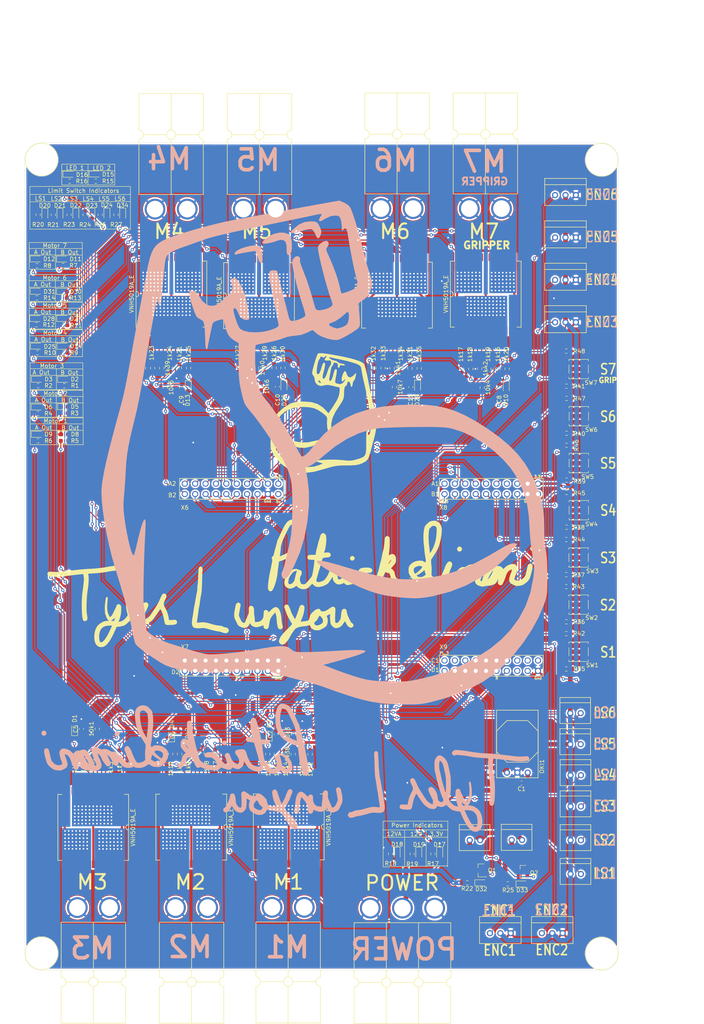
<source format=kicad_pcb>
(kicad_pcb (version 20171130) (host pcbnew "(5.1.12-1-g0a0a2da680)-1")
  (title_block (title "Armboard 2019-2022") (rev 2) (company MRDT) (comment 1 "Tyler Lunyou - Patrick Simoni"))
  (layers (0 F.Cu signal) (31 B.Cu signal) (34 B.Paste user) (35 F.Paste user) (36 B.SilkS user) (37 F.SilkS user) (38 B.Mask user) (39 F.Mask user) (44 Edge.Cuts user))
  (net 0 "")
  (net 1 GND)
  (net 2 +12V)
  (net 3 +3V3)
  (net 4 ENC_1)
  (net 5 ENC_2)
  (net 6 LIM_1)
  (net 7 LIM_2)
  (net 8 ENC_3)
  (net 9 ENC_4)
  (net 10 "Net-(Conn15-Pad1)")
  (net 11 LIM_3)
  (net 12 ENC_5)
  (net 13 ENC_6)
  (net 14 "Net-(Conn19-Pad1)")
  (net 15 LIM_4)
  (net 16 "Net-(D2-Pad2)")
  (net 17 "Net-(D3-Pad2)")
  (net 18 "Net-(D5-Pad2)")
  (net 19 "Net-(D6-Pad2)")
  (net 20 "Net-(D8-Pad2)")
  (net 21 "Net-(D9-Pad2)")
  (net 22 "Net-(D11-Pad2)")
  (net 23 "Net-(D12-Pad2)")
  (net 24 "Net-(D14-Pad2)")
  (net 25 "Net-(D15-Pad2)")
  (net 26 "Net-(D16-Pad2)")
  (net 27 "Net-(D17-Pad2)")
  (net 28 "Net-(D18-Pad2)")
  (net 29 "Net-(D19-Pad2)")
  (net 30 "Net-(D20-Pad2)")
  (net 31 "Net-(D21-Pad2)")
  (net 32 "Net-(D22-Pad2)")
  (net 33 "Net-(D23-Pad2)")
  (net 34 LASER)
  (net 35 SOL)
  (net 36 +12VA)
  (net 37 "Net-(R40-Pad1)")
  (net 38 "Net-(R41-Pad1)")
  (net 39 /MotorToggles/M1_toggle)
  (net 40 /MotorToggles/M2_toggle)
  (net 41 /MotorToggles/M3_toggle)
  (net 42 /MotorToggles/M4_toggle)
  (net 43 /MotorToggles/M5_toggle)
  (net 44 /MotorToggles/M6_toggle)
  (net 45 /MotorToggles/M7_toggle)
  (net 46 "Net-(R35-Pad1)")
  (net 47 "Net-(R37-Pad1)")
  (net 48 "Net-(R39-Pad1)")
  (net 49 "Net-(R15-Pad1)")
  (net 50 "Net-(R16-Pad1)")
  (net 51 "Net-(R36-Pad1)")
  (net 52 "Net-(R38-Pad1)")
  (net 53 Current_Sense3)
  (net 54 "Net-(10k1-Pad1)")
  (net 55 Current_Sense2)
  (net 56 "Net-(10k2-Pad1)")
  (net 57 Current_Sense1)
  (net 58 "Net-(10k3-Pad1)")
  (net 59 Current_Sense7)
  (net 60 "Net-(10k4-Pad1)")
  (net 61 Current_Sense4)
  (net 62 "Net-(10k5-Pad1)")
  (net 63 Current_Sense5)
  (net 64 "Net-(10k6-Pad1)")
  (net 65 Current_Sense6)
  (net 66 "Net-(10k7-Pad1)")
  (net 67 /Motor_Controller3/IN_A_3)
  (net 68 "Net-(1k2-Pad1)")
  (net 69 "Net-(1k3-Pad1)")
  (net 70 /Motor_Controller3/PMW_3)
  (net 71 "Net-(1k4-Pad1)")
  (net 72 /Motor_Controller3/IN_B_3)
  (net 73 "Net-(1k5-Pad1)")
  (net 74 /Motor_Controller2/IN_A_2)
  (net 75 "Net-(1k7-Pad1)")
  (net 76 "Net-(1k8-Pad1)")
  (net 77 /Motor_Controller2/PMW_2)
  (net 78 "Net-(1k9-Pad1)")
  (net 79 /Motor_Controller2/IN_B_2)
  (net 80 "Net-(1k10-Pad1)")
  (net 81 /Motor_Controller1/IN_A_1)
  (net 82 "Net-(1k12-Pad1)")
  (net 83 "Net-(1k13-Pad1)")
  (net 84 /Motor_Controller1/PMW_1)
  (net 85 "Net-(1k14-Pad1)")
  (net 86 /Motor_Controller1/IN_B_1)
  (net 87 "Net-(1k15-Pad1)")
  (net 88 /Motor_Controller7/IN_A_7)
  (net 89 "Net-(1k17-Pad1)")
  (net 90 "Net-(1k18-Pad1)")
  (net 91 /Motor_Controller7/PMW_7)
  (net 92 "Net-(1k19-Pad1)")
  (net 93 /Motor_Controller7/IN_B_7)
  (net 94 "Net-(1k20-Pad1)")
  (net 95 /Motor_Controller4/IN_A_4)
  (net 96 "Net-(1k22-Pad1)")
  (net 97 "Net-(1k23-Pad1)")
  (net 98 /Motor_Controller4/PMW_4)
  (net 99 "Net-(1k24-Pad1)")
  (net 100 /Motor_Controller4/IN_B_4)
  (net 101 "Net-(1k25-Pad1)")
  (net 102 /Motor_Controller5/IN_A_5)
  (net 103 "Net-(1k27-Pad1)")
  (net 104 "Net-(1k28-Pad1)")
  (net 105 /Motor_Controller5/PMW_5)
  (net 106 "Net-(1k29-Pad1)")
  (net 107 /Motor_Controller5/IN_B_5)
  (net 108 "Net-(1k30-Pad1)")
  (net 109 /Motor_Controller6/IN_A_6)
  (net 110 "Net-(1k32-Pad1)")
  (net 111 "Net-(1k33-Pad1)")
  (net 112 /Motor_Controller6/PMW_6)
  (net 113 "Net-(1k34-Pad1)")
  (net 114 /Motor_Controller6/IN_B_6)
  (net 115 "Net-(1k35-Pad1)")
  (net 116 "Net-(D25-Pad2)")
  (net 117 "Net-(D27-Pad2)")
  (net 118 "Net-(D28-Pad2)")
  (net 119 "Net-(D30-Pad2)")
  (net 120 "Net-(D31-Pad2)")
  (net 121 /Motor_Controller1/OUTb_1)
  (net 122 /Motor_Controller1/OUTa_1)
  (net 123 /Motor_Controller2/OUTa_2)
  (net 124 /Motor_Controller2/OUTb_2)
  (net 125 /Motor_Controller3/OUTa_3)
  (net 126 /Motor_Controller3/OUTb_3)
  (net 127 /Motor_Controller4/OUTa_4)
  (net 128 /Motor_Controller4/OUTb_4)
  (net 129 /Motor_Controller5/OUTa_5)
  (net 130 /Motor_Controller6/OUTa_6)
  (net 131 /Motor_Controller6/OUTb_6)
  (net 132 /Motor_Controller7/OUTa_7)
  (net 133 /Motor_Controller7/OUTb_7)
  (net 134 /Motor_Controller5/OUTb_5)
  (net 135 "Net-(D32-Pad2)")
  (net 136 "Net-(D33-Pad2)")
  (net 137 LIM_5)
  (net 138 LIM_6)
  (net 139 "Net-(D24-Pad2)")
  (net 140 "Net-(D34-Pad2)")
  (net 141 "Net-(1k36-Pad1)")
  (net 142 "Net-(1k37-Pad1)")
  (net 143 "Net-(1k38-Pad1)")
  (net 144 "Net-(1k39-Pad1)")
  (net 145 "Net-(1k40-Pad1)")
  (net 146 "Net-(1k41-Pad1)")
  (net 147 "Net-(1k42-Pad1)")
  (module "Project Library:signature patrick 450" (layer B.Cu) (at 140.8557 179.5018 180)
    (fp_text reference G*** hide)
    (fp_text value LOGO hide)
  )
  (module "Project Library:signature tyler 450" (layer B.Cu) (at 188.7347 191.77 180)
    (fp_text reference G*** hide)
    (fp_text value LOGO hide)
  )
  (module "Project Library:signature patrick 450" (layer F.Cu) (at 195.5292 134.4295)
    (fp_text reference G*** hide)
    (fp_text value LOGO hide)
  )
  (module "Project Library:signature tyler 450" (layer F.Cu) (at 147.6502 146.6977)
    (fp_text reference G*** hide)
    (fp_text value LOGO hide)
  )
  (module "Project Library:arm-silscreen-small" (layer F.Cu) (at 177.0634 99.9744)
    (fp_text reference G*** hide)
    (fp_text value LOGO hide)
  )
  (module "Project Library:arm-silkscreen420" (layer B.Cu) (at 175.9458 109.7026 180)
    (fp_text reference G*** hide)
    (fp_text value LOGO hide)
  )
  (module "Project Library:TM4C129E_Launchpad_FULL_THT_TOP-MOUNTLESS" (layer F.Cu) (at 230.505 116.116 180)
    (fp_text reference U1 hide)
    (fp_text value TM4C129E_Launchpad hide)
    (fp_text user A2 (at 90.678 -1.27 180) (layer F.SilkS))
    (fp_text user B2 (at 90.678 -4.064 180) (layer F.SilkS))
    (fp_text user A1 (at 26.416 -1.27 180) (layer F.SilkS))
    (fp_text user B1 (at 26.416 -3.81 180) (layer F.SilkS))
    (fp_text user D2 (at 89.916 -47.244) (layer F.SilkS))
    (fp_text user C2 (at 89.916 -44.45 180) (layer F.SilkS))
    (fp_text user D1 (at 26.416 -46.736 180) (layer F.SilkS))
    (fp_text user C1 (at 26.416 -44.45 180) (layer F.SilkS))
    (fp_text user X6 (at 87.63 -7.112) (layer F.SilkS))
    (fp_text user X7 (at 87.63 -41.148 180) (layer F.SilkS))
    (fp_text user X8 (at 24.384 -7.112 180) (layer F.SilkS))
    (fp_text user X9 (at 24.384 -41.148 180) (layer F.SilkS))
    (pad PP2 thru_hole circle (at 24.13 -46.99) (size 1.52 1.52) (drill 1) (layers *.Cu *.Mask F.Paste))
    (pad PN3 thru_hole circle (at 21.59 -46.99) (size 1.52 1.52) (drill 1) (layers *.Cu *.Mask F.Paste) (net 35 SOL))
    (pad PN2 thru_hole circle (at 19.05 -46.99) (size 1.52 1.52) (drill 1) (layers *.Cu *.Mask F.Paste) (net 34 LASER))
    (pad PD0 thru_hole circle (at 16.51 -46.99) (size 1.52 1.52) (drill 1) (layers *.Cu *.Mask F.Paste) (net 70 /Motor_Controller3/PMW_3))
    (pad PD1 thru_hole circle (at 13.97 -46.99) (size 1.52 1.52) (drill 1) (layers *.Cu *.Mask F.Paste) (net 77 /Motor_Controller2/PMW_2))
    (pad Reset2 thru_hole circle (at 11.43 -46.99) (size 1.52 1.52) (drill 1) (layers *.Cu *.Mask F.Paste))
    (pad PH3 thru_hole circle (at 8.89 -46.99) (size 1.52 1.52) (drill 1) (layers *.Cu *.Mask F.Paste) (net 84 /Motor_Controller1/PMW_1))
    (pad PH2 thru_hole circle (at 6.35 -46.99) (size 1.52 1.52) (drill 1) (layers *.Cu *.Mask F.Paste))
    (pad PM3 thru_hole circle (at 3.81 -46.99) (size 1.52 1.52) (drill 1) (layers *.Cu *.Mask F.Paste) (net 9 ENC_4))
    (pad GND thru_hole circle (at 1.27 -46.99) (size 1.52 1.52) (drill 1) (layers *.Cu *.Mask F.Paste) (net 1 GND))
    (pad PL3 thru_hole circle (at 24.13 -44.45) (size 1.52 1.52) (drill 1) (layers *.Cu *.Mask F.Paste))
    (pad PL2 thru_hole circle (at 21.59 -44.45) (size 1.52 1.52) (drill 1) (layers *.Cu *.Mask F.Paste))
    (pad PL1 thru_hole circle (at 19.05 -44.45) (size 1.52 1.52) (drill 1) (layers *.Cu *.Mask F.Paste))
    (pad PL0 thru_hole circle (at 16.51 -44.45) (size 1.52 1.52) (drill 1) (layers *.Cu *.Mask F.Paste))
    (pad PL5 thru_hole circle (at 13.97 -44.45) (size 1.52 1.52) (drill 1) (layers *.Cu *.Mask F.Paste) (net 5 ENC_2))
    (pad PL4 thru_hole circle (at 11.43 -44.45) (size 1.52 1.52) (drill 1) (layers *.Cu *.Mask F.Paste) (net 4 ENC_1))
    (pad PG0 thru_hole circle (at 8.89 -44.45) (size 1.52 1.52) (drill 1) (layers *.Cu *.Mask F.Paste))
    (pad PF3 thru_hole circle (at 6.35 -44.45) (size 1.52 1.52) (drill 1) (layers *.Cu *.Mask F.Paste))
    (pad PF2 thru_hole circle (at 3.81 -44.45) (size 1.52 1.52) (drill 1) (layers *.Cu *.Mask F.Paste))
    (pad PF1 thru_hole circle (at 1.27 -44.45) (size 1.52 1.52) (drill 1) (layers *.Cu *.Mask F.Paste))
    (pad PB3 thru_hole circle (at 24.13 -1.27) (size 1.52 1.52) (drill 1) (layers *.Cu *.Mask F.Paste) (net 72 /Motor_Controller3/IN_B_3))
    (pad PB2 thru_hole circle (at 21.59 -1.27) (size 1.52 1.52) (drill 1) (layers *.Cu *.Mask F.Paste) (net 67 /Motor_Controller3/IN_A_3))
    (pad PC7 thru_hole circle (at 19.05 -1.27) (size 1.52 1.52) (drill 1) (layers *.Cu *.Mask F.Paste) (net 79 /Motor_Controller2/IN_B_2))
    (pad PD3 thru_hole circle (at 16.51 -1.27) (size 1.52 1.52) (drill 1) (layers *.Cu *.Mask F.Paste) (net 74 /Motor_Controller2/IN_A_2))
    (pad PE5 thru_hole circle (at 13.97 -1.27) (size 1.52 1.52) (drill 1) (layers *.Cu *.Mask F.Paste) (net 86 /Motor_Controller1/IN_B_1))
    (pad PC6 thru_hole circle (at 11.43 -1.27) (size 1.52 1.52) (drill 1) (layers *.Cu *.Mask F.Paste) (net 81 /Motor_Controller1/IN_A_1))
    (pad PC5 thru_hole circle (at 8.89 -1.27) (size 1.52 1.52) (drill 1) (layers *.Cu *.Mask F.Paste))
    (pad PC4 thru_hole circle (at 6.35 -1.27) (size 1.52 1.52) (drill 1) (layers *.Cu *.Mask F.Paste))
    (pad PE4 thru_hole circle (at 3.81 -1.27) (size 1.52 1.52) (drill 1) (layers *.Cu *.Mask F.Paste) (net 57 Current_Sense1))
    (pad +3V3 thru_hole circle (at 1.27 -1.27) (size 1.52 1.52) (drill 1) (layers *.Cu *.Mask F.Paste) (net 3 +3V3))
    (pad PM5 thru_hole circle (at 24.13 -3.81) (size 1.52 1.52) (drill 1) (layers *.Cu *.Mask F.Paste) (net 12 ENC_5))
    (pad PM4 thru_hole circle (at 21.59 -3.81) (size 1.52 1.52) (drill 1) (layers *.Cu *.Mask F.Paste) (net 45 /MotorToggles/M7_toggle))
    (pad PA6 thru_hole circle (at 19.05 -3.81) (size 1.52 1.52) (drill 1) (layers *.Cu *.Mask F.Paste) (net 44 /MotorToggles/M6_toggle))
    (pad PD7 thru_hole circle (at 16.51 -3.81) (size 1.52 1.52) (drill 1) (layers *.Cu *.Mask F.Paste) (net 43 /MotorToggles/M5_toggle))
    (pad PE3 thru_hole circle (at 13.97 -3.81) (size 1.52 1.52) (drill 1) (layers *.Cu *.Mask F.Paste) (net 42 /MotorToggles/M4_toggle))
    (pad PE2 thru_hole circle (at 11.43 -3.81) (size 1.52 1.52) (drill 1) (layers *.Cu *.Mask F.Paste) (net 41 /MotorToggles/M3_toggle))
    (pad PE1 thru_hole circle (at 8.89 -3.81) (size 1.52 1.52) (drill 1) (layers *.Cu *.Mask F.Paste) (net 40 /MotorToggles/M2_toggle))
    (pad PE0 thru_hole circle (at 6.35 -3.81) (size 1.52 1.52) (drill 1) (layers *.Cu *.Mask F.Paste) (net 39 /MotorToggles/M1_toggle))
    (pad GND thru_hole circle (at 3.81 -3.81) (size 1.52 1.52) (drill 1) (layers *.Cu *.Mask F.Paste) (net 1 GND))
    (pad +5V thru_hole circle (at 1.27 -3.81) (size 1.52 1.52) (drill 1) (layers *.Cu *.Mask F.Paste))
    (pad PP5 thru_hole circle (at 69.85 -46.99) (size 1.52 1.52) (drill 1) (layers *.Cu *.Mask F.Paste) (net 6 LIM_1))
    (pad PM7 thru_hole circle (at 67.31 -46.99) (size 1.52 1.52) (drill 1) (layers *.Cu *.Mask F.Paste) (net 105 /Motor_Controller5/PMW_5))
    (pad GND thru_hole circle (at 64.77 -46.99) (size 1.52 1.52) (drill 1) (layers *.Cu *.Mask F.Paste) (net 1 GND))
    (pad PK7 thru_hole circle (at 87.63 -44.45) (size 1.52 1.52) (drill 1) (layers *.Cu *.Mask F.Paste))
    (pad PK6 thru_hole circle (at 85.09 -44.45) (size 1.52 1.52) (drill 1) (layers *.Cu *.Mask F.Paste))
    (pad PH1 thru_hole circle (at 82.55 -44.45) (size 1.52 1.52) (drill 1) (layers *.Cu *.Mask F.Paste))
    (pad PH0 thru_hole circle (at 80.01 -44.45) (size 1.52 1.52) (drill 1) (layers *.Cu *.Mask F.Paste))
    (pad PM2 thru_hole circle (at 77.47 -44.45) (size 1.52 1.52) (drill 1) (layers *.Cu *.Mask F.Paste))
    (pad PM1 thru_hole circle (at 74.93 -44.45) (size 1.52 1.52) (drill 1) (layers *.Cu *.Mask F.Paste))
    (pad PM0 thru_hole circle (at 72.39 -44.45) (size 1.52 1.52) (drill 1) (layers *.Cu *.Mask F.Paste) (net 91 /Motor_Controller7/PMW_7))
    (pad PK5 thru_hole circle (at 69.85 -44.45) (size 1.52 1.52) (drill 1) (layers *.Cu *.Mask F.Paste))
    (pad PK4 thru_hole circle (at 67.31 -44.45) (size 1.52 1.52) (drill 1) (layers *.Cu *.Mask F.Paste) (net 138 LIM_6))
    (pad PG1 thru_hole circle (at 64.77 -44.45) (size 1.52 1.52) (drill 1) (layers *.Cu *.Mask F.Paste) (net 137 LIM_5))
    (pad PN4 thru_hole circle (at 87.63 -1.27) (size 1.52 1.52) (drill 1) (layers *.Cu *.Mask F.Paste) (net 114 /Motor_Controller6/IN_B_6))
    (pad PP4 thru_hole circle (at 82.55 -1.27) (size 1.52 1.52) (drill 1) (layers *.Cu *.Mask F.Paste) (net 107 /Motor_Controller5/IN_B_5))
    (pad PD5 thru_hole circle (at 77.47 -1.27) (size 1.52 1.52) (drill 1) (layers *.Cu *.Mask F.Paste) (net 100 /Motor_Controller4/IN_B_4))
    (pad PD4 thru_hole circle (at 74.93 -1.27) (size 1.52 1.52) (drill 1) (layers *.Cu *.Mask F.Paste) (net 95 /Motor_Controller4/IN_A_4))
    (pad PP1 thru_hole circle (at 72.39 -1.27) (size 1.52 1.52) (drill 1) (layers *.Cu *.Mask F.Paste) (net 88 /Motor_Controller7/IN_A_7))
    (pad PP0 thru_hole circle (at 69.85 -1.27) (size 1.52 1.52) (drill 1) (layers *.Cu *.Mask F.Paste) (net 93 /Motor_Controller7/IN_B_7))
    (pad PD2 thru_hole circle (at 67.31 -1.27) (size 1.52 1.52) (drill 1) (layers *.Cu *.Mask F.Paste) (net 98 /Motor_Controller4/PMW_4))
    (pad PA5 thru_hole circle (at 87.63 -3.81) (size 1.52 1.52) (drill 1) (layers *.Cu *.Mask F.Paste) (net 112 /Motor_Controller6/PMW_6))
    (pad PK3 thru_hole circle (at 82.55 -3.81) (size 1.52 1.52) (drill 1) (layers *.Cu *.Mask F.Paste) (net 59 Current_Sense7))
    (pad PB5 thru_hole circle (at 72.39 -3.81) (size 1.52 1.52) (drill 1) (layers *.Cu *.Mask F.Paste) (net 53 Current_Sense3))
    (pad PB4 thru_hole circle (at 69.85 -3.81) (size 1.52 1.52) (drill 1) (layers *.Cu *.Mask F.Paste) (net 55 Current_Sense2))
    (pad GND thru_hole circle (at 67.31 -3.81) (size 1.52 1.52) (drill 1) (layers *.Cu *.Mask F.Paste) (net 1 GND))
    (pad +5V2 thru_hole circle (at 64.77 -3.81) (size 1.52 1.52) (drill 1) (layers *.Cu *.Mask F.Paste))
    (pad PK1 thru_hole circle (at 77.47 -3.81) (size 1.52 1.52) (drill 1) (layers *.Cu *.Mask F.Paste) (net 63 Current_Sense5))
    (pad PK2 thru_hole circle (at 80.01 -3.81) (size 1.52 1.52) (drill 1) (layers *.Cu *.Mask F.Paste) (net 65 Current_Sense6))
    (pad PN5 thru_hole circle (at 85.09 -1.27) (size 1.52 1.52) (drill 1) (layers *.Cu *.Mask F.Paste) (net 109 /Motor_Controller6/IN_A_6))
    (pad PA7 thru_hole circle (at 72.39 -46.99) (size 1.52 1.52) (drill 1) (layers *.Cu *.Mask F.Paste) (net 7 LIM_2))
    (pad Reset thru_hole circle (at 74.93 -46.99) (size 1.52 1.52) (drill 1) (layers *.Cu *.Mask F.Paste))
    (pad PA4 thru_hole circle (at 85.09 -3.81) (size 1.52 1.52) (drill 1) (layers *.Cu *.Mask F.Paste) (net 8 ENC_3))
    (pad PQ0 thru_hole circle (at 80.01 -1.27) (size 1.52 1.52) (drill 1) (layers *.Cu *.Mask F.Paste) (net 102 /Motor_Controller5/IN_A_5))
    (pad PP3 thru_hole circle (at 82.55 -46.99) (size 1.52 1.52) (drill 1) (layers *.Cu *.Mask F.Paste) (net 49 "Net-(R15-Pad1)"))
    (pad PQ3 thru_hole circle (at 80.01 -46.99) (size 1.52 1.52) (drill 1) (layers *.Cu *.Mask F.Paste) (net 15 LIM_4))
    (pad PK0 thru_hole circle (at 74.93 -3.81) (size 1.52 1.52) (drill 1) (layers *.Cu *.Mask F.Paste) (net 61 Current_Sense4))
    (pad PQ2 thru_hole circle (at 77.47 -46.99) (size 1.52 1.52) (drill 1) (layers *.Cu *.Mask F.Paste) (net 11 LIM_3))
    (pad PQ1 thru_hole circle (at 85.09 -46.99) (size 1.52 1.52) (drill 1) (layers *.Cu *.Mask F.Paste) (net 50 "Net-(R16-Pad1)"))
    (pad PM6 thru_hole circle (at 87.63 -46.99) (size 1.52 1.52) (drill 1) (layers *.Cu *.Mask F.Paste) (net 13 ENC_6))
    (pad +3V32 thru_hole circle (at 64.77 -1.27) (size 1.52 1.52) (drill 1) (layers *.Cu *.Mask F.Paste) (net 3 +3V3))
  )
  (module MRDT_Drill_Holes:4_40_Hole_Corner (layer F.Cu) (at 111.887 228.028 180)
    (fp_text reference V2 hide)
    (fp_text value Via hide)
    (pad "" np_thru_hole circle (at 4.00812 -4.00812 180) (size 2.9464 2.9464) (drill 2.9464) (layers *.Cu *.Mask) (clearance 2.5))
  )
  (module MRDT_Drill_Holes:4_40_Hole_Corner (layer F.Cu) (at 240.792 228.092 270)
    (fp_text reference V4 hide)
    (fp_text value Via hide)
    (pad "" np_thru_hole circle (at 4.00812 -4.00812 270) (size 2.9464 2.9464) (drill 2.9464) (layers *.Cu *.Mask) (clearance 2.5))
  )
  (module MRDT_Drill_Holes:4_40_Hole_Corner (layer F.Cu) (at 111.887 42.291 90)
    (fp_text reference V3 hide)
    (fp_text value Via hide)
    (pad "" np_thru_hole circle (at 4.00812 -4.00812 90) (size 2.9464 2.9464) (drill 2.9464) (layers *.Cu *.Mask) (clearance 2.5))
  )
  (module MRDT_Drill_Holes:4_40_Hole_Corner (layer F.Cu) (at 240.792 42.3545)
    (fp_text reference V1 hide)
    (fp_text value Via hide)
    (pad "" np_thru_hole circle (at 4.00812 -4.00812) (size 2.9464 2.9464) (drill 2.9464) (layers *.Cu *.Mask) (clearance 2.5))
  )
  (module Resistor_SMD:R_0603_1608Metric_Pad0.98x0.95mm_HandSolder (layer F.Cu) (at 214.96 89.3191 270)
    (fp_text reference 1k42 (at 0 -1.43 90) (layer F.SilkS))
    (fp_text value R_Small)
    (pad 1 smd roundrect (at -0.9125 0 270) (size 0.975 0.95) (layers F.Cu F.Paste F.Mask) (net 147 "Net-(1k42-Pad1)"))
    (pad 2 smd roundrect (at 0.9125 0 270) (size 0.975 0.95) (layers F.Cu F.Paste F.Mask) (net 1 GND))
  )
  (module Resistor_SMD:R_0603_1608Metric_Pad0.98x0.95mm_HandSolder (layer F.Cu) (at 166.878 89.1279 270)
    (fp_text reference 1k30 (at -3.556 0.0635 90) (layer F.SilkS))
    (fp_text value R_Small)
    (pad 1 smd roundrect (at -0.9125 0 270) (size 0.975 0.95) (layers F.Cu F.Paste F.Mask) (net 108 "Net-(1k30-Pad1)"))
    (pad 2 smd roundrect (at 0.9125 0 270) (size 0.975 0.95) (layers F.Cu F.Paste F.Mask) (net 107 /Motor_Controller5/IN_B_5))
  )
  (module Resistor_SMD:R_0603_1608Metric_Pad0.98x0.95mm_HandSolder (layer F.Cu) (at 145.885 183.248 90)
    (fp_text reference 1k37 (at 0 -1.43 90) (layer F.SilkS))
    (fp_text value R_Small)
    (pad 1 smd roundrect (at -0.9125 0 90) (size 0.975 0.95) (layers F.Cu F.Paste F.Mask) (net 142 "Net-(1k37-Pad1)"))
    (pad 2 smd roundrect (at 0.9125 0 90) (size 0.975 0.95) (layers F.Cu F.Paste F.Mask) (net 1 GND))
  )
  (module MRDT_ICs:MultiPowerSO_30 (layer F.Cu) (at 127.483 192.296 270)
    (fp_text reference MC3 hide)
    (fp_text value VNH5019A_E (at 9.0424 -2.7432 90) (layer F.SilkS))
    (pad 1 smd rect (at 0.0127 -0.014999 270) (size 1.8542 0.635) (layers F.Cu F.Paste F.Mask) (net 125 /Motor_Controller3/OUTa_3))
    (pad 2 smd rect (at 0.0127 0.984999 270) (size 1.8542 0.635) (layers F.Cu F.Paste F.Mask))
    (pad 3 smd rect (at 0.0127 1.985 270) (size 1.8542 0.635) (layers F.Cu F.Paste F.Mask) (net 36 +12VA))
    (pad 4 smd rect (at 0.0127 2.985 270) (size 1.8542 0.635) (layers F.Cu F.Paste F.Mask) (net 68 "Net-(1k2-Pad1)"))
    (pad 5 smd rect (at 0.0127 3.985001 270) (size 1.8542 0.635) (layers F.Cu F.Paste F.Mask) (net 69 "Net-(1k3-Pad1)"))
    (pad 6 smd rect (at 0.0127 4.984999 270) (size 1.8542 0.635) (layers F.Cu F.Paste F.Mask) (net 141 "Net-(1k36-Pad1)"))
    (pad 7 smd rect (at 0.0127 5.984999 270) (size 1.8542 0.635) (layers F.Cu F.Paste F.Mask) (net 71 "Net-(1k4-Pad1)"))
    (pad 8 smd rect (at 0.0127 6.985 270) (size 1.8542 0.635) (layers F.Cu F.Paste F.Mask) (net 54 "Net-(10k1-Pad1)"))
    (pad 9 smd rect (at 0.0127 7.985001 270) (size 1.8542 0.635) (layers F.Cu F.Paste F.Mask) (net 3 +3V3))
    (pad 10 smd rect (at 0.0127 8.985001 270) (size 1.8542 0.635) (layers F.Cu F.Paste F.Mask) (net 73 "Net-(1k5-Pad1)"))
    (pad 11 smd rect (at 0.0127 9.984999 270) (size 1.8542 0.635) (layers F.Cu F.Paste F.Mask))
    (pad 12 smd rect (at 0.0127 10.985 270) (size 1.8542 0.635) (layers F.Cu F.Paste F.Mask) (net 36 +12VA))
    (pad 13 smd rect (at 0.0127 11.985 270) (size 1.8542 0.635) (layers F.Cu F.Paste F.Mask) (net 36 +12VA))
    (pad 14 smd rect (at 0.0127 12.985001 270) (size 1.8542 0.635) (layers F.Cu F.Paste F.Mask))
    (pad 15 smd rect (at 0.0127 13.985001 270) (size 1.8542 0.635) (layers F.Cu F.Paste F.Mask) (net 126 /Motor_Controller3/OUTb_3))
    (pad 16 smd rect (at 18.0213 13.984999 270) (size 1.8542 0.635) (layers F.Cu F.Paste F.Mask) (net 126 /Motor_Controller3/OUTb_3))
    (pad 17 smd rect (at 18.0213 12.985001 270) (size 1.8542 0.635) (layers F.Cu F.Paste F.Mask))
    (pad 18 smd rect (at 18.0213 11.985 270) (size 1.8542 0.635) (layers F.Cu F.Paste F.Mask) (net 1 GND))
    (pad 19 smd rect (at 18.0213 10.985 270) (size 1.8542 0.635) (layers F.Cu F.Paste F.Mask) (net 1 GND))
    (pad 20 smd rect (at 18.0213 9.984999 270) (size 1.8542 0.635) (layers F.Cu F.Paste F.Mask) (net 1 GND))
    (pad 21 smd rect (at 18.0213 8.985001 270) (size 1.8542 0.635) (layers F.Cu F.Paste F.Mask) (net 126 /Motor_Controller3/OUTb_3))
    (pad 22 smd rect (at 18.0213 7.985001 270) (size 1.8542 0.635) (layers F.Cu F.Paste F.Mask))
    (pad 23 smd rect (at 18.0213 6.985 270) (size 1.8542 0.635) (layers F.Cu F.Paste F.Mask) (net 36 +12VA))
    (pad 24 smd rect (at 18.0213 5.984999 270) (size 1.8542 0.635) (layers F.Cu F.Paste F.Mask))
    (pad 25 smd rect (at 18.0213 4.984999 270) (size 1.8542 0.635) (layers F.Cu F.Paste F.Mask) (net 125 /Motor_Controller3/OUTa_3))
    (pad 26 smd rect (at 18.0213 3.985001 270) (size 1.8542 0.635) (layers F.Cu F.Paste F.Mask) (net 1 GND))
    (pad 27 smd rect (at 18.0213 2.985 270) (size 1.8542 0.635) (layers F.Cu F.Paste F.Mask) (net 1 GND))
    (pad 28 smd rect (at 18.0213 1.985 270) (size 1.8542 0.635) (layers F.Cu F.Paste F.Mask) (net 1 GND))
    (pad 29 smd rect (at 18.0213 0.984999 270) (size 1.8542 0.635) (layers F.Cu F.Paste F.Mask))
    (pad 30 smd rect (at 18.0213 -0.015001 270) (size 1.8542 0.635) (layers F.Cu F.Paste F.Mask) (net 125 /Motor_Controller3/OUTa_3))
    (pad 31 smd rect (at 12.065 2.8194 270) (size 5.2578 6.223) (layers F.Cu F.Paste F.Mask) (net 125 /Motor_Controller3/OUTa_3))
    (pad 32 smd rect (at 5.969 6.985 270) (size 5.2578 10.3124) (layers F.Cu F.Paste F.Mask) (net 36 +12VA))
    (pad 33 smd rect (at 12.065 11.1506 270) (size 5.2578 6.223) (layers F.Cu F.Paste F.Mask) (net 126 /Motor_Controller3/OUTb_3))
  )
  (module Resistor_SMD:R_0603_1608Metric_Pad0.98x0.95mm_HandSolder (layer F.Cu) (at 193.561 89.194 270)
    (fp_text reference 1k41 (at 0 -1.43 90) (layer F.SilkS))
    (fp_text value R_Small)
    (pad 1 smd roundrect (at -0.9125 0 270) (size 0.975 0.95) (layers F.Cu F.Paste F.Mask) (net 146 "Net-(1k41-Pad1)"))
    (pad 2 smd roundrect (at 0.9125 0 270) (size 0.975 0.95) (layers F.Cu F.Paste F.Mask) (net 1 GND))
  )
  (module Resistor_SMD:R_0603_1608Metric_Pad0.98x0.95mm_HandSolder (layer F.Cu) (at 160.414 89.1305 270)
    (fp_text reference 1k40 (at 0 -1.43 90) (layer F.SilkS))
    (fp_text value R_Small)
    (pad 1 smd roundrect (at -0.9125 0 270) (size 0.975 0.95) (layers F.Cu F.Paste F.Mask) (net 145 "Net-(1k40-Pad1)"))
    (pad 2 smd roundrect (at 0.9125 0 270) (size 0.975 0.95) (layers F.Cu F.Paste F.Mask) (net 1 GND))
  )
  (module Resistor_SMD:R_0603_1608Metric_Pad0.98x0.95mm_HandSolder (layer F.Cu) (at 137.236 89.1813 270)
    (fp_text reference 1k39 (at 0 -1.43 90) (layer F.SilkS))
    (fp_text value R_Small)
    (pad 1 smd roundrect (at -0.9125 0 270) (size 0.975 0.95) (layers F.Cu F.Paste F.Mask) (net 144 "Net-(1k39-Pad1)"))
    (pad 2 smd roundrect (at 0.9125 0 270) (size 0.975 0.95) (layers F.Cu F.Paste F.Mask) (net 1 GND))
  )
  (module Resistor_SMD:R_0603_1608Metric_Pad0.98x0.95mm_HandSolder (layer F.Cu) (at 169.38 183.428 90)
    (fp_text reference 1k38 (at 0 -1.43 90) (layer F.SilkS))
    (fp_text value R_Small)
    (pad 1 smd roundrect (at -0.9125 0 90) (size 0.975 0.95) (layers F.Cu F.Paste F.Mask) (net 143 "Net-(1k38-Pad1)"))
    (pad 2 smd roundrect (at 0.9125 0 90) (size 0.975 0.95) (layers F.Cu F.Paste F.Mask) (net 1 GND))
  )
  (module Resistor_SMD:R_0603_1608Metric_Pad0.98x0.95mm_HandSolder (layer F.Cu) (at 122.555 183.412 90)
    (fp_text reference 1k36 (at 0 -1.43 90) (layer F.SilkS))
    (fp_text value R_Small)
    (pad 2 smd roundrect (at 0.9125 0 90) (size 0.975 0.95) (layers F.Cu F.Paste F.Mask) (net 1 GND))
    (pad 1 smd roundrect (at -0.9125 0 90) (size 0.975 0.95) (layers F.Cu F.Paste F.Mask) (net 141 "Net-(1k36-Pad1)"))
  )
  (module LED_SMD:LED_0603_1608Metric_Pad1.05x0.95mm_HandSolder (layer F.Cu) (at 106.731 62.5224)
    (fp_text reference D12 (at 2.9972 0) (layer F.SilkS))
    (fp_text value Blue)
    (pad 1 smd roundrect (at -0.875 0) (size 1.05 0.95) (layers F.Cu F.Paste F.Mask) (net 1 GND))
    (pad 2 smd roundrect (at 0.875 0) (size 1.05 0.95) (layers F.Cu F.Paste F.Mask) (net 23 "Net-(D12-Pad2)"))
  )
  (module MRDT_ICs:MultiPowerSO_30 (layer F.Cu) (at 154.042 80.5 90)
    (fp_text reference MC5 hide)
    (fp_text value VNH5019A_E (at 9.0424 -2.7432 90) (layer F.SilkS))
    (pad 33 smd rect (at 12.065 11.1506 90) (size 5.2578 6.223) (layers F.Cu F.Paste F.Mask) (net 134 /Motor_Controller5/OUTb_5))
    (pad 32 smd rect (at 5.969 6.985 90) (size 5.2578 10.3124) (layers F.Cu F.Paste F.Mask) (net 36 +12VA))
    (pad 31 smd rect (at 12.065 2.8194 90) (size 5.2578 6.223) (layers F.Cu F.Paste F.Mask) (net 129 /Motor_Controller5/OUTa_5))
    (pad 30 smd rect (at 18.0213 -0.015001 90) (size 1.8542 0.635) (layers F.Cu F.Paste F.Mask) (net 129 /Motor_Controller5/OUTa_5))
    (pad 29 smd rect (at 18.0213 0.984999 90) (size 1.8542 0.635) (layers F.Cu F.Paste F.Mask))
    (pad 28 smd rect (at 18.0213 1.985 90) (size 1.8542 0.635) (layers F.Cu F.Paste F.Mask) (net 1 GND))
    (pad 27 smd rect (at 18.0213 2.985 90) (size 1.8542 0.635) (layers F.Cu F.Paste F.Mask) (net 1 GND))
    (pad 26 smd rect (at 18.0213 3.985001 90) (size 1.8542 0.635) (layers F.Cu F.Paste F.Mask) (net 1 GND))
    (pad 25 smd rect (at 18.0213 4.984999 90) (size 1.8542 0.635) (layers F.Cu F.Paste F.Mask) (net 129 /Motor_Controller5/OUTa_5))
    (pad 24 smd rect (at 18.0213 5.984999 90) (size 1.8542 0.635) (layers F.Cu F.Paste F.Mask))
    (pad 23 smd rect (at 18.0213 6.985 90) (size 1.8542 0.635) (layers F.Cu F.Paste F.Mask) (net 36 +12VA))
    (pad 22 smd rect (at 18.0213 7.985001 90) (size 1.8542 0.635) (layers F.Cu F.Paste F.Mask))
    (pad 21 smd rect (at 18.0213 8.985001 90) (size 1.8542 0.635) (layers F.Cu F.Paste F.Mask) (net 134 /Motor_Controller5/OUTb_5))
    (pad 20 smd rect (at 18.0213 9.984999 90) (size 1.8542 0.635) (layers F.Cu F.Paste F.Mask) (net 1 GND))
    (pad 19 smd rect (at 18.0213 10.985 90) (size 1.8542 0.635) (layers F.Cu F.Paste F.Mask) (net 1 GND))
    (pad 18 smd rect (at 18.0213 11.985 90) (size 1.8542 0.635) (layers F.Cu F.Paste F.Mask) (net 1 GND))
    (pad 17 smd rect (at 18.0213 12.985001 90) (size 1.8542 0.635) (layers F.Cu F.Paste F.Mask))
    (pad 16 smd rect (at 18.0213 13.984999 90) (size 1.8542 0.635) (layers F.Cu F.Paste F.Mask) (net 134 /Motor_Controller5/OUTb_5))
    (pad 15 smd rect (at 0.0127 13.985001 90) (size 1.8542 0.635) (layers F.Cu F.Paste F.Mask) (net 134 /Motor_Controller5/OUTb_5))
    (pad 14 smd rect (at 0.0127 12.985001 90) (size 1.8542 0.635) (layers F.Cu F.Paste F.Mask))
    (pad 13 smd rect (at 0.0127 11.985 90) (size 1.8542 0.635) (layers F.Cu F.Paste F.Mask) (net 36 +12VA))
    (pad 12 smd rect (at 0.0127 10.985 90) (size 1.8542 0.635) (layers F.Cu F.Paste F.Mask) (net 36 +12VA))
    (pad 11 smd rect (at 0.0127 9.984999 90) (size 1.8542 0.635) (layers F.Cu F.Paste F.Mask))
    (pad 10 smd rect (at 0.0127 8.985001 90) (size 1.8542 0.635) (layers F.Cu F.Paste F.Mask) (net 108 "Net-(1k30-Pad1)"))
    (pad 9 smd rect (at 0.0127 7.985001 90) (size 1.8542 0.635) (layers F.Cu F.Paste F.Mask) (net 3 +3V3))
    (pad 8 smd rect (at 0.0127 6.985 90) (size 1.8542 0.635) (layers F.Cu F.Paste F.Mask) (net 64 "Net-(10k6-Pad1)"))
    (pad 7 smd rect (at 0.0127 5.984999 90) (size 1.8542 0.635) (layers F.Cu F.Paste F.Mask) (net 106 "Net-(1k29-Pad1)"))
    (pad 6 smd rect (at 0.0127 4.984999 90) (size 1.8542 0.635) (layers F.Cu F.Paste F.Mask) (net 145 "Net-(1k40-Pad1)"))
    (pad 5 smd rect (at 0.0127 3.985001 90) (size 1.8542 0.635) (layers F.Cu F.Paste F.Mask) (net 104 "Net-(1k28-Pad1)"))
    (pad 4 smd rect (at 0.0127 2.985 90) (size 1.8542 0.635) (layers F.Cu F.Paste F.Mask) (net 103 "Net-(1k27-Pad1)"))
    (pad 3 smd rect (at 0.0127 1.985 90) (size 1.8542 0.635) (layers F.Cu F.Paste F.Mask) (net 36 +12VA))
    (pad 2 smd rect (at 0.0127 0.984999 90) (size 1.8542 0.635) (layers F.Cu F.Paste F.Mask))
    (pad 1 smd rect (at 0.0127 -0.014999 90) (size 1.8542 0.635) (layers F.Cu F.Paste F.Mask) (net 129 /Motor_Controller5/OUTa_5))
  )
  (module MRDT_ICs:MultiPowerSO_30 (layer F.Cu) (at 175.277 192.168 270)
    (fp_text reference MC1 hide)
    (fp_text value VNH5019A_E (at 9.0424 -2.7432 90) (layer F.SilkS))
    (pad 1 smd rect (at 0.0127 -0.014999 270) (size 1.8542 0.635) (layers F.Cu F.Paste F.Mask) (net 122 /Motor_Controller1/OUTa_1))
    (pad 2 smd rect (at 0.0127 0.984999 270) (size 1.8542 0.635) (layers F.Cu F.Paste F.Mask))
    (pad 3 smd rect (at 0.0127 1.985 270) (size 1.8542 0.635) (layers F.Cu F.Paste F.Mask) (net 36 +12VA))
    (pad 4 smd rect (at 0.0127 2.985 270) (size 1.8542 0.635) (layers F.Cu F.Paste F.Mask) (net 82 "Net-(1k12-Pad1)"))
    (pad 5 smd rect (at 0.0127 3.985001 270) (size 1.8542 0.635) (layers F.Cu F.Paste F.Mask) (net 83 "Net-(1k13-Pad1)"))
    (pad 6 smd rect (at 0.0127 4.984999 270) (size 1.8542 0.635) (layers F.Cu F.Paste F.Mask) (net 143 "Net-(1k38-Pad1)"))
    (pad 7 smd rect (at 0.0127 5.984999 270) (size 1.8542 0.635) (layers F.Cu F.Paste F.Mask) (net 85 "Net-(1k14-Pad1)"))
    (pad 8 smd rect (at 0.0127 6.985 270) (size 1.8542 0.635) (layers F.Cu F.Paste F.Mask) (net 58 "Net-(10k3-Pad1)"))
    (pad 9 smd rect (at 0.0127 7.985001 270) (size 1.8542 0.635) (layers F.Cu F.Paste F.Mask) (net 3 +3V3))
    (pad 10 smd rect (at 0.0127 8.985001 270) (size 1.8542 0.635) (layers F.Cu F.Paste F.Mask) (net 87 "Net-(1k15-Pad1)"))
    (pad 11 smd rect (at 0.0127 9.984999 270) (size 1.8542 0.635) (layers F.Cu F.Paste F.Mask))
    (pad 12 smd rect (at 0.0127 10.985 270) (size 1.8542 0.635) (layers F.Cu F.Paste F.Mask) (net 36 +12VA))
    (pad 13 smd rect (at 0.0127 11.985 270) (size 1.8542 0.635) (layers F.Cu F.Paste F.Mask) (net 36 +12VA))
    (pad 14 smd rect (at 0.0127 12.985001 270) (size 1.8542 0.635) (layers F.Cu F.Paste F.Mask))
    (pad 15 smd rect (at 0.0127 13.985001 270) (size 1.8542 0.635) (layers F.Cu F.Paste F.Mask) (net 121 /Motor_Controller1/OUTb_1))
    (pad 16 smd rect (at 18.0213 13.984999 270) (size 1.8542 0.635) (layers F.Cu F.Paste F.Mask) (net 121 /Motor_Controller1/OUTb_1))
    (pad 17 smd rect (at 18.0213 12.985001 270) (size 1.8542 0.635) (layers F.Cu F.Paste F.Mask))
    (pad 18 smd rect (at 18.0213 11.985 270) (size 1.8542 0.635) (layers F.Cu F.Paste F.Mask) (net 1 GND))
    (pad 19 smd rect (at 18.0213 10.985 270) (size 1.8542 0.635) (layers F.Cu F.Paste F.Mask) (net 1 GND))
    (pad 20 smd rect (at 18.0213 9.984999 270) (size 1.8542 0.635) (layers F.Cu F.Paste F.Mask) (net 1 GND))
    (pad 21 smd rect (at 18.0213 8.985001 270) (size 1.8542 0.635) (layers F.Cu F.Paste F.Mask) (net 121 /Motor_Controller1/OUTb_1))
    (pad 22 smd rect (at 18.0213 7.985001 270) (size 1.8542 0.635) (layers F.Cu F.Paste F.Mask))
    (pad 23 smd rect (at 18.0213 6.985 270) (size 1.8542 0.635) (layers F.Cu F.Paste F.Mask) (net 36 +12VA))
    (pad 24 smd rect (at 18.0213 5.984999 270) (size 1.8542 0.635) (layers F.Cu F.Paste F.Mask))
    (pad 25 smd rect (at 18.0213 4.984999 270) (size 1.8542 0.635) (layers F.Cu F.Paste F.Mask) (net 122 /Motor_Controller1/OUTa_1))
    (pad 26 smd rect (at 18.0213 3.985001 270) (size 1.8542 0.635) (layers F.Cu F.Paste F.Mask) (net 1 GND))
    (pad 27 smd rect (at 18.0213 2.985 270) (size 1.8542 0.635) (layers F.Cu F.Paste F.Mask) (net 1 GND))
    (pad 28 smd rect (at 18.0213 1.985 270) (size 1.8542 0.635) (layers F.Cu F.Paste F.Mask) (net 1 GND))
    (pad 29 smd rect (at 18.0213 0.984999 270) (size 1.8542 0.635) (layers F.Cu F.Paste F.Mask))
    (pad 30 smd rect (at 18.0213 -0.015001 270) (size 1.8542 0.635) (layers F.Cu F.Paste F.Mask) (net 122 /Motor_Controller1/OUTa_1))
    (pad 31 smd rect (at 12.065 2.8194 270) (size 5.2578 6.223) (layers F.Cu F.Paste F.Mask) (net 122 /Motor_Controller1/OUTa_1))
    (pad 32 smd rect (at 5.969 6.985 270) (size 5.2578 10.3124) (layers F.Cu F.Paste F.Mask) (net 36 +12VA))
    (pad 33 smd rect (at 12.065 11.1506 270) (size 5.2578 6.223) (layers F.Cu F.Paste F.Mask) (net 121 /Motor_Controller1/OUTb_1))
  )
  (module MRDT_Connectors:MOLEX_SL_02_Vertical (layer F.Cu) (at 237.185 188.57)
    (fp_text reference Conn20 hide)
    (fp_text value Molex_SL_02)
    (pad 1 thru_hole circle (at 0 0) (size 1.524 1.524) (drill 0.9) (layers *.Cu *.Mask) (net 3 +3V3))
    (pad 2 thru_hole circle (at 2.54 0) (size 1.524 1.524) (drill 0.9) (layers *.Cu *.Mask) (net 15 LIM_4))
  )
  (module MRDT_Connectors:MOLEX_SL_02_Vertical (layer F.Cu) (at 237.185 196.19)
    (fp_text reference Conn16 hide)
    (fp_text value Molex_SL_02)
    (pad 1 thru_hole circle (at 0 0) (size 1.524 1.524) (drill 0.9) (layers *.Cu *.Mask) (net 3 +3V3))
    (pad 2 thru_hole circle (at 2.54 0) (size 1.524 1.524) (drill 0.9) (layers *.Cu *.Mask) (net 11 LIM_3))
  )
  (module MRDT_Connectors:MOLEX_SL_02_Vertical (layer F.Cu) (at 237.185 204.445)
    (fp_text reference Conn12 hide)
    (fp_text value Molex_SL_02)
    (pad 1 thru_hole circle (at 0 0) (size 1.524 1.524) (drill 0.9) (layers *.Cu *.Mask) (net 3 +3V3))
    (pad 2 thru_hole circle (at 2.54 0) (size 1.524 1.524) (drill 0.9) (layers *.Cu *.Mask) (net 7 LIM_2))
  )
  (module LED_SMD:LED_0603_1608Metric_Pad1.05x0.95mm_HandSolder (layer F.Cu) (at 123.843 51.7779 270)
    (fp_text reference D24 (at -2.4143 0.0292 180) (layer F.SilkS))
    (fp_text value Yellow)
    (pad 2 smd roundrect (at 0.875 0 270) (size 1.05 0.95) (layers F.Cu F.Paste F.Mask) (net 139 "Net-(D24-Pad2)"))
    (pad 1 smd roundrect (at -0.875 0 270) (size 1.05 0.95) (layers F.Cu F.Paste F.Mask) (net 1 GND))
  )
  (module MRDT_Connectors:MOLEX_SL_02_Vertical (layer F.Cu) (at 237.122 173.41)
    (fp_text reference Conn21 hide)
    (fp_text value Molex_SL_02)
    (pad 2 thru_hole circle (at 2.54 0) (size 1.524 1.524) (drill 0.9) (layers *.Cu *.Mask) (net 138 LIM_6))
    (pad 1 thru_hole circle (at 0 0) (size 1.524 1.524) (drill 0.9) (layers *.Cu *.Mask) (net 3 +3V3))
  )
  (module LED_SMD:LED_0603_1608Metric_Pad1.05x0.95mm_HandSolder (layer F.Cu) (at 127.698 51.7779 270)
    (fp_text reference D34 (at -2.3622 0.0508 180) (layer F.SilkS))
    (fp_text value Yellow)
    (pad 2 smd roundrect (at 0.875 0 270) (size 1.05 0.95) (layers F.Cu F.Paste F.Mask) (net 140 "Net-(D34-Pad2)"))
    (pad 1 smd roundrect (at -0.875 0 270) (size 1.05 0.95) (layers F.Cu F.Paste F.Mask) (net 1 GND))
  )
  (module MRDT_Connectors:MOLEX_SL_02_Vertical (layer F.Cu) (at 237.122 181.013)
    (fp_text reference Conn8 hide)
    (fp_text value Molex_SL_02)
    (pad 2 thru_hole circle (at 2.54 0) (size 1.524 1.524) (drill 0.9) (layers *.Cu *.Mask) (net 137 LIM_5))
    (pad 1 thru_hole circle (at 0 0) (size 1.524 1.524) (drill 0.9) (layers *.Cu *.Mask) (net 3 +3V3))
  )
  (module Resistor_SMD:R_0603_1608Metric_Pad0.98x0.95mm_HandSolder (layer F.Cu) (at 122.207 51.7329 270)
    (fp_text reference R26 (at 2.3876 -0.0127 180) (layer F.SilkS))
    (fp_text value 120)
    (pad 2 smd roundrect (at 0.9125 0 270) (size 0.975 0.95) (layers F.Cu F.Paste F.Mask) (net 139 "Net-(D24-Pad2)"))
    (pad 1 smd roundrect (at -0.9125 0 270) (size 0.975 0.95) (layers F.Cu F.Paste F.Mask) (net 137 LIM_5))
  )
  (module Resistor_SMD:R_0603_1608Metric_Pad0.98x0.95mm_HandSolder (layer F.Cu) (at 126.06 51.7329 270)
    (fp_text reference R27 (at 2.413 -0.0508 180) (layer F.SilkS))
    (fp_text value 120)
    (pad 2 smd roundrect (at 0.9125 0 270) (size 0.975 0.95) (layers F.Cu F.Paste F.Mask) (net 140 "Net-(D34-Pad2)"))
    (pad 1 smd roundrect (at -0.9125 0 270) (size 0.975 0.95) (layers F.Cu F.Paste F.Mask) (net 138 LIM_6))
  )
  (module Capacitor_SMD:C_0603_1608Metric_Pad1.08x0.95mm_HandSolder (layer F.Cu) (at 225.21 190.475 180)
    (fp_text reference C1 (at 0 -1.43) (layer F.SilkS))
    (fp_text value 10uF)
    (pad 2 smd roundrect (at 0.8625 0 180) (size 1.075 0.95) (layers F.Cu F.Paste F.Mask) (net 1 GND))
    (pad 1 smd roundrect (at -0.8625 0 180) (size 1.075 0.95) (layers F.Cu F.Paste F.Mask) (net 2 +12V))
  )
  (module MRDT_ICs:MultiPowerSO_30 (layer F.Cu) (at 132.622 80.119 90)
    (fp_text reference MC4 hide)
    (fp_text value VNH5019A_E (at 9.0424 -2.7432 90) (layer F.SilkS))
    (pad 33 smd rect (at 12.065 11.1506 90) (size 5.2578 6.223) (layers F.Cu F.Paste F.Mask) (net 128 /Motor_Controller4/OUTb_4))
    (pad 32 smd rect (at 5.969 6.985 90) (size 5.2578 10.3124) (layers F.Cu F.Paste F.Mask) (net 36 +12VA))
    (pad 31 smd rect (at 12.065 2.8194 90) (size 5.2578 6.223) (layers F.Cu F.Paste F.Mask) (net 127 /Motor_Controller4/OUTa_4))
    (pad 30 smd rect (at 18.0213 -0.015001 90) (size 1.8542 0.635) (layers F.Cu F.Paste F.Mask) (net 127 /Motor_Controller4/OUTa_4))
    (pad 29 smd rect (at 18.0213 0.984999 90) (size 1.8542 0.635) (layers F.Cu F.Paste F.Mask))
    (pad 28 smd rect (at 18.0213 1.985 90) (size 1.8542 0.635) (layers F.Cu F.Paste F.Mask) (net 1 GND))
    (pad 27 smd rect (at 18.0213 2.985 90) (size 1.8542 0.635) (layers F.Cu F.Paste F.Mask) (net 1 GND))
    (pad 26 smd rect (at 18.0213 3.985001 90) (size 1.8542 0.635) (layers F.Cu F.Paste F.Mask) (net 1 GND))
    (pad 25 smd rect (at 18.0213 4.984999 90) (size 1.8542 0.635) (layers F.Cu F.Paste F.Mask) (net 127 /Motor_Controller4/OUTa_4))
    (pad 24 smd rect (at 18.0213 5.984999 90) (size 1.8542 0.635) (layers F.Cu F.Paste F.Mask))
    (pad 23 smd rect (at 18.0213 6.985 90) (size 1.8542 0.635) (layers F.Cu F.Paste F.Mask) (net 36 +12VA))
    (pad 22 smd rect (at 18.0213 7.985001 90) (size 1.8542 0.635) (layers F.Cu F.Paste F.Mask))
    (pad 21 smd rect (at 18.0213 8.985001 90) (size 1.8542 0.635) (layers F.Cu F.Paste F.Mask) (net 128 /Motor_Controller4/OUTb_4))
    (pad 20 smd rect (at 18.0213 9.984999 90) (size 1.8542 0.635) (layers F.Cu F.Paste F.Mask) (net 1 GND))
    (pad 19 smd rect (at 18.0213 10.985 90) (size 1.8542 0.635) (layers F.Cu F.Paste F.Mask) (net 1 GND))
    (pad 18 smd rect (at 18.0213 11.985 90) (size 1.8542 0.635) (layers F.Cu F.Paste F.Mask) (net 1 GND))
    (pad 17 smd rect (at 18.0213 12.985001 90) (size 1.8542 0.635) (layers F.Cu F.Paste F.Mask))
    (pad 16 smd rect (at 18.0213 13.984999 90) (size 1.8542 0.635) (layers F.Cu F.Paste F.Mask) (net 128 /Motor_Controller4/OUTb_4))
    (pad 15 smd rect (at 0.0127 13.985001 90) (size 1.8542 0.635) (layers F.Cu F.Paste F.Mask) (net 128 /Motor_Controller4/OUTb_4))
    (pad 14 smd rect (at 0.0127 12.985001 90) (size 1.8542 0.635) (layers F.Cu F.Paste F.Mask))
    (pad 13 smd rect (at 0.0127 11.985 90) (size 1.8542 0.635) (layers F.Cu F.Paste F.Mask) (net 36 +12VA))
    (pad 12 smd rect (at 0.0127 10.985 90) (size 1.8542 0.635) (layers F.Cu F.Paste F.Mask) (net 36 +12VA))
    (pad 11 smd rect (at 0.0127 9.984999 90) (size 1.8542 0.635) (layers F.Cu F.Paste F.Mask))
    (pad 10 smd rect (at 0.0127 8.985001 90) (size 1.8542 0.635) (layers F.Cu F.Paste F.Mask) (net 101 "Net-(1k25-Pad1)"))
    (pad 9 smd rect (at 0.0127 7.985001 90) (size 1.8542 0.635) (layers F.Cu F.Paste F.Mask) (net 3 +3V3))
    (pad 8 smd rect (at 0.0127 6.985 90) (size 1.8542 0.635) (layers F.Cu F.Paste F.Mask) (net 62 "Net-(10k5-Pad1)"))
    (pad 7 smd rect (at 0.0127 5.984999 90) (size 1.8542 0.635) (layers F.Cu F.Paste F.Mask) (net 99 "Net-(1k24-Pad1)"))
    (pad 6 smd rect (at 0.0127 4.984999 90) (size 1.8542 0.635) (layers F.Cu F.Paste F.Mask) (net 144 "Net-(1k39-Pad1)"))
    (pad 5 smd rect (at 0.0127 3.985001 90) (size 1.8542 0.635) (layers F.Cu F.Paste F.Mask) (net 97 "Net-(1k23-Pad1)"))
    (pad 4 smd rect (at 0.0127 2.985 90) (size 1.8542 0.635) (layers F.Cu F.Paste F.Mask) (net 96 "Net-(1k22-Pad1)"))
    (pad 3 smd rect (at 0.0127 1.985 90) (size 1.8542 0.635) (layers F.Cu F.Paste F.Mask) (net 36 +12VA))
    (pad 2 smd rect (at 0.0127 0.984999 90) (size 1.8542 0.635) (layers F.Cu F.Paste F.Mask))
    (pad 1 smd rect (at 0.0127 -0.014999 90) (size 1.8542 0.635) (layers F.Cu F.Paste F.Mask) (net 127 /Motor_Controller4/OUTa_4))
  )
  (module LED_SMD:LED_0603_1608Metric_Pad1.05x0.95mm_HandSolder (layer F.Cu) (at 113.17 70.4469)
    (fp_text reference D30 (at 3.048 0.0635) (layer F.SilkS))
    (fp_text value Blue)
    (pad 1 smd roundrect (at -0.875 0) (size 1.05 0.95) (layers F.Cu F.Paste F.Mask) (net 1 GND))
    (pad 2 smd roundrect (at 0.875 0) (size 1.05 0.95) (layers F.Cu F.Paste F.Mask) (net 119 "Net-(D30-Pad2)"))
  )
  (module LED_SMD:LED_0603_1608Metric_Pad1.05x0.95mm_HandSolder (layer F.Cu) (at 106.807 83.8076)
    (fp_text reference D25 (at 3.048 0.127) (layer F.SilkS))
    (fp_text value Blue)
    (pad 1 smd roundrect (at -0.875 0) (size 1.05 0.95) (layers F.Cu F.Paste F.Mask) (net 1 GND))
    (pad 2 smd roundrect (at 0.875 0) (size 1.05 0.95) (layers F.Cu F.Paste F.Mask) (net 116 "Net-(D25-Pad2)"))
  )
  (module LED_SMD:LED_0603_1608Metric_Pad1.05x0.95mm_HandSolder (layer F.Cu) (at 113.232 77.0517)
    (fp_text reference D27 (at 2.9985 0.0635) (layer F.SilkS))
    (fp_text value Blue)
    (pad 1 smd roundrect (at -0.875 0) (size 1.05 0.95) (layers F.Cu F.Paste F.Mask) (net 1 GND))
    (pad 2 smd roundrect (at 0.875 0) (size 1.05 0.95) (layers F.Cu F.Paste F.Mask) (net 117 "Net-(D27-Pad2)"))
  )
  (module LED_SMD:LED_0603_1608Metric_Pad1.05x0.95mm_HandSolder (layer F.Cu) (at 106.769 70.4215)
    (fp_text reference D31 (at 3.0353 0.0762) (layer F.SilkS))
    (fp_text value Blue)
    (pad 1 smd roundrect (at -0.875 0) (size 1.05 0.95) (layers F.Cu F.Paste F.Mask) (net 1 GND))
    (pad 2 smd roundrect (at 0.875 0) (size 1.05 0.95) (layers F.Cu F.Paste F.Mask) (net 120 "Net-(D31-Pad2)"))
  )
  (module LED_SMD:LED_0603_1608Metric_Pad1.05x0.95mm_HandSolder (layer F.Cu) (at 106.629 77.0761)
    (fp_text reference D28 (at 3.048 0.0635) (layer F.SilkS))
    (fp_text value Blue)
    (pad 1 smd roundrect (at -0.875 0) (size 1.05 0.95) (layers F.Cu F.Paste F.Mask) (net 1 GND))
    (pad 2 smd roundrect (at 0.875 0) (size 1.05 0.95) (layers F.Cu F.Paste F.Mask) (net 118 "Net-(D28-Pad2)"))
  )
  (module LED_SMD:LED_0603_1608Metric_Pad1.05x0.95mm_HandSolder (layer F.Cu) (at 113.184 62.5473)
    (fp_text reference D11 (at 2.9972 0) (layer F.SilkS))
    (fp_text value Blue)
    (pad 1 smd roundrect (at -0.875 0) (size 1.05 0.95) (layers F.Cu F.Paste F.Mask) (net 1 GND))
    (pad 2 smd roundrect (at 0.875 0) (size 1.05 0.95) (layers F.Cu F.Paste F.Mask) (net 22 "Net-(D11-Pad2)"))
  )
  (module LED_SMD:LED_0603_1608Metric_Pad1.05x0.95mm_HandSolder (layer F.Cu) (at 107.05 91.8847)
    (fp_text reference D3 (at 2.5286 0) (layer F.SilkS))
    (fp_text value Blue)
    (pad 1 smd roundrect (at -0.875 0) (size 1.05 0.95) (layers F.Cu F.Paste F.Mask) (net 1 GND))
    (pad 2 smd roundrect (at 0.875 0) (size 1.05 0.95) (layers F.Cu F.Paste F.Mask) (net 17 "Net-(D3-Pad2)"))
  )
  (module LED_SMD:LED_0603_1608Metric_Pad1.05x0.95mm_HandSolder (layer F.Cu) (at 113.487 105.347)
    (fp_text reference D8 (at 2.54 0) (layer F.SilkS))
    (fp_text value Blue)
    (pad 1 smd roundrect (at -0.875 0) (size 1.05 0.95) (layers F.Cu F.Paste F.Mask) (net 1 GND))
    (pad 2 smd roundrect (at 0.875 0) (size 1.05 0.95) (layers F.Cu F.Paste F.Mask) (net 20 "Net-(D8-Pad2)"))
  )
  (module LED_SMD:LED_0603_1608Metric_Pad1.05x0.95mm_HandSolder (layer F.Cu) (at 107.01 105.334)
    (fp_text reference D9 (at 2.54 0) (layer F.SilkS))
    (fp_text value Blue)
    (pad 1 smd roundrect (at -0.875 0) (size 1.05 0.95) (layers F.Cu F.Paste F.Mask) (net 1 GND))
    (pad 2 smd roundrect (at 0.875 0) (size 1.05 0.95) (layers F.Cu F.Paste F.Mask) (net 21 "Net-(D9-Pad2)"))
  )
  (module LED_SMD:LED_0603_1608Metric_Pad1.05x0.95mm_HandSolder (layer F.Cu) (at 107.01 98.6787)
    (fp_text reference D6 (at 2.54 0) (layer F.SilkS))
    (fp_text value Blue)
    (pad 1 smd roundrect (at -0.875 0) (size 1.05 0.95) (layers F.Cu F.Paste F.Mask) (net 1 GND))
    (pad 2 smd roundrect (at 0.875 0) (size 1.05 0.95) (layers F.Cu F.Paste F.Mask) (net 19 "Net-(D6-Pad2)"))
  )
  (module LED_SMD:LED_0603_1608Metric_Pad1.05x0.95mm_HandSolder (layer F.Cu) (at 113.297 83.8325)
    (fp_text reference D14 (at 2.9972 0) (layer F.SilkS))
    (fp_text value Blue)
    (pad 1 smd roundrect (at -0.875 0) (size 1.05 0.95) (layers F.Cu F.Paste F.Mask) (net 1 GND))
    (pad 2 smd roundrect (at 0.875 0) (size 1.05 0.95) (layers F.Cu F.Paste F.Mask) (net 24 "Net-(D14-Pad2)"))
  )
  (module Resistor_SMD:R_0603_1608Metric_Pad0.98x0.95mm_HandSolder (layer F.Cu) (at 113.121 64.1353)
    (fp_text reference R7 (at 2.54 0) (layer F.SilkS))
    (fp_text value 1.5k)
    (pad 1 smd roundrect (at -0.9125 0) (size 0.975 0.95) (layers F.Cu F.Paste F.Mask) (net 133 /Motor_Controller7/OUTb_7))
    (pad 2 smd roundrect (at 0.9125 0) (size 0.975 0.95) (layers F.Cu F.Paste F.Mask) (net 22 "Net-(D11-Pad2)"))
  )
  (module Resistor_SMD:R_0603_1608Metric_Pad0.98x0.95mm_HandSolder (layer F.Cu) (at 113.246 78.7017)
    (fp_text reference R11 (at 3.048 0.0635) (layer F.SilkS))
    (fp_text value 1.5k)
    (pad 1 smd roundrect (at -0.9125 0) (size 0.975 0.95) (layers F.Cu F.Paste F.Mask) (net 134 /Motor_Controller5/OUTb_5))
    (pad 2 smd roundrect (at 0.9125 0) (size 0.975 0.95) (layers F.Cu F.Paste F.Mask) (net 117 "Net-(D27-Pad2)"))
  )
  (module Resistor_SMD:R_0603_1608Metric_Pad0.98x0.95mm_HandSolder (layer F.Cu) (at 113.127 72.0588)
    (fp_text reference R13 (at 3.0099 0.007286) (layer F.SilkS))
    (fp_text value 1.5k)
    (pad 2 smd roundrect (at 0.9125 0) (size 0.975 0.95) (layers F.Cu F.Paste F.Mask) (net 119 "Net-(D30-Pad2)"))
    (pad 1 smd roundrect (at -0.9125 0) (size 0.975 0.95) (layers F.Cu F.Paste F.Mask) (net 131 /Motor_Controller6/OUTb_6))
  )
  (module Resistor_SMD:R_0603_1608Metric_Pad0.98x0.95mm_HandSolder (layer F.Cu) (at 106.745 64.1734)
    (fp_text reference R8 (at 2.54 0) (layer F.SilkS))
    (fp_text value 1.5k)
    (pad 1 smd roundrect (at -0.9125 0) (size 0.975 0.95) (layers F.Cu F.Paste F.Mask) (net 132 /Motor_Controller7/OUTa_7))
    (pad 2 smd roundrect (at 0.9125 0) (size 0.975 0.95) (layers F.Cu F.Paste F.Mask) (net 23 "Net-(D12-Pad2)"))
  )
  (module Resistor_SMD:R_0603_1608Metric_Pad0.98x0.95mm_HandSolder (layer F.Cu) (at 106.718 72.0344)
    (fp_text reference R14 (at 3.048 0) (layer F.SilkS))
    (fp_text value 1.5k)
    (pad 1 smd roundrect (at -0.9125 0) (size 0.975 0.95) (layers F.Cu F.Paste F.Mask) (net 130 /Motor_Controller6/OUTa_6))
    (pad 2 smd roundrect (at 0.9125 0) (size 0.975 0.95) (layers F.Cu F.Paste F.Mask) (net 120 "Net-(D31-Pad2)"))
  )
  (module Resistor_SMD:R_0603_1608Metric_Pad0.98x0.95mm_HandSolder (layer F.Cu) (at 113.4 100.192)
    (fp_text reference R3 (at 2.54 0) (layer F.SilkS))
    (fp_text value 1.5k)
    (pad 1 smd roundrect (at -0.9125 0) (size 0.975 0.95) (layers F.Cu F.Paste F.Mask) (net 124 /Motor_Controller2/OUTb_2))
    (pad 2 smd roundrect (at 0.9125 0) (size 0.975 0.95) (layers F.Cu F.Paste F.Mask) (net 18 "Net-(D5-Pad2)"))
  )
  (module LED_SMD:LED_0603_1608Metric_Pad1.05x0.95mm_HandSolder (layer F.Cu) (at 113.436 98.5903)
    (fp_text reference D5 (at 2.54 0) (layer F.SilkS))
    (fp_text value Blue)
    (pad 1 smd roundrect (at -0.875 0) (size 1.05 0.95) (layers F.Cu F.Paste F.Mask) (net 1 GND))
    (pad 2 smd roundrect (at 0.875 0) (size 1.05 0.95) (layers F.Cu F.Paste F.Mask) (net 18 "Net-(D5-Pad2)"))
  )
  (module LED_SMD:LED_0603_1608Metric_Pad1.05x0.95mm_HandSolder (layer F.Cu) (at 113.436 91.9101)
    (fp_text reference D2 (at 2.54 0 180) (layer F.SilkS))
    (fp_text value Blue)
    (pad 1 smd roundrect (at -0.875 0) (size 1.05 0.95) (layers F.Cu F.Paste F.Mask) (net 1 GND))
    (pad 2 smd roundrect (at 0.875 0) (size 1.05 0.95) (layers F.Cu F.Paste F.Mask) (net 16 "Net-(D2-Pad2)"))
  )
  (module Resistor_SMD:R_0603_1608Metric_Pad0.98x0.95mm_HandSolder (layer F.Cu) (at 107.02 93.4657)
    (fp_text reference R2 (at 2.54 0) (layer F.SilkS))
    (fp_text value 1.5k)
    (pad 1 smd roundrect (at -0.9125 0) (size 0.975 0.95) (layers F.Cu F.Paste F.Mask) (net 125 /Motor_Controller3/OUTa_3))
    (pad 2 smd roundrect (at 0.9125 0) (size 0.975 0.95) (layers F.Cu F.Paste F.Mask) (net 17 "Net-(D3-Pad2)"))
  )
  (module Resistor_SMD:R_0603_1608Metric_Pad0.98x0.95mm_HandSolder (layer F.Cu) (at 113.279 85.4435)
    (fp_text reference R9 (at 2.54 0) (layer F.SilkS))
    (fp_text value 1.5k)
    (pad 1 smd roundrect (at -0.9125 0) (size 0.975 0.95) (layers F.Cu F.Paste F.Mask) (net 128 /Motor_Controller4/OUTb_4))
    (pad 2 smd roundrect (at 0.9125 0) (size 0.975 0.95) (layers F.Cu F.Paste F.Mask) (net 24 "Net-(D14-Pad2)"))
  )
  (module Resistor_SMD:R_0603_1608Metric_Pad0.98x0.95mm_HandSolder (layer F.Cu) (at 106.987 100.268)
    (fp_text reference R4 (at 2.54 0) (layer F.SilkS))
    (fp_text value 1.5k)
    (pad 1 smd roundrect (at -0.9125 0) (size 0.975 0.95) (layers F.Cu F.Paste F.Mask) (net 123 /Motor_Controller2/OUTa_2))
    (pad 2 smd roundrect (at 0.9125 0) (size 0.975 0.95) (layers F.Cu F.Paste F.Mask) (net 19 "Net-(D6-Pad2)"))
  )
  (module Resistor_SMD:R_0603_1608Metric_Pad0.98x0.95mm_HandSolder (layer F.Cu) (at 113.42 93.4821)
    (fp_text reference R1 (at 2.6035 -0.054746) (layer F.SilkS))
    (fp_text value 1.5k)
    (pad 1 smd roundrect (at -0.9125 0) (size 0.975 0.95) (layers F.Cu F.Paste F.Mask) (net 126 /Motor_Controller3/OUTb_3))
    (pad 2 smd roundrect (at 0.9125 0) (size 0.975 0.95) (layers F.Cu F.Paste F.Mask) (net 16 "Net-(D2-Pad2)"))
  )
  (module Resistor_SMD:R_0603_1608Metric_Pad0.98x0.95mm_HandSolder (layer F.Cu) (at 107.001 106.919)
    (fp_text reference R6 (at 2.54 0) (layer F.SilkS))
    (fp_text value 1.5k)
    (pad 1 smd roundrect (at -0.9125 0) (size 0.975 0.95) (layers F.Cu F.Paste F.Mask) (net 122 /Motor_Controller1/OUTa_1))
    (pad 2 smd roundrect (at 0.9125 0) (size 0.975 0.95) (layers F.Cu F.Paste F.Mask) (net 21 "Net-(D9-Pad2)"))
  )
  (module Resistor_SMD:R_0603_1608Metric_Pad0.98x0.95mm_HandSolder (layer F.Cu) (at 106.853 85.4176)
    (fp_text reference R10 (at 3.048 0) (layer F.SilkS))
    (fp_text value 1.5k)
    (pad 1 smd roundrect (at -0.9125 0) (size 0.975 0.95) (layers F.Cu F.Paste F.Mask) (net 127 /Motor_Controller4/OUTa_4))
    (pad 2 smd roundrect (at 0.9125 0) (size 0.975 0.95) (layers F.Cu F.Paste F.Mask) (net 116 "Net-(D25-Pad2)"))
  )
  (module Resistor_SMD:R_0603_1608Metric_Pad0.98x0.95mm_HandSolder (layer F.Cu) (at 113.478 106.932)
    (fp_text reference R5 (at 2.54 0) (layer F.SilkS))
    (fp_text value 1.5k)
    (pad 1 smd roundrect (at -0.9125 0) (size 0.975 0.95) (layers F.Cu F.Paste F.Mask) (net 121 /Motor_Controller1/OUTb_1))
    (pad 2 smd roundrect (at 0.9125 0) (size 0.975 0.95) (layers F.Cu F.Paste F.Mask) (net 20 "Net-(D8-Pad2)"))
  )
  (module Resistor_SMD:R_0603_1608Metric_Pad0.98x0.95mm_HandSolder (layer F.Cu) (at 106.629 78.6001)
    (fp_text reference R12 (at 2.9991 0) (layer F.SilkS))
    (fp_text value 1.5k)
    (pad 1 smd roundrect (at -0.9125 0) (size 0.975 0.95) (layers F.Cu F.Paste F.Mask) (net 129 /Motor_Controller5/OUTa_5))
    (pad 2 smd roundrect (at 0.9125 0) (size 0.975 0.95) (layers F.Cu F.Paste F.Mask) (net 118 "Net-(D28-Pad2)"))
  )
  (module MRDT_Connectors:Anderson_3_Horizontal_Side_by_Side (layer F.Cu) (at 188.214 221.018 90)
    (fp_text reference PowerConn1 hide)
    (fp_text value AndersonPP)
    (pad 3 thru_hole circle (at 0 15.748 90) (size 5.08 5.08) (drill 4.06) (layers *.Cu *.Mask) (net 1 GND))
    (pad 2 thru_hole circle (at 0 7.874 90) (size 5.08 5.08) (drill 4.06) (layers *.Cu *.Mask) (net 2 +12V))
    (pad 1 thru_hole circle (at 0 0 90) (size 5.08 5.08) (drill 4.06) (layers *.Cu *.Mask) (net 36 +12VA))
  )
  (module MRDT_Connectors:Anderson_2_Horizontal_Side_by_Side (layer F.Cu) (at 220.307 50.2031 270)
    (fp_text reference Conn7 hide)
    (fp_text value AndersonPP)
    (pad 1 thru_hole circle (at 0.0254 0 270) (size 5.08 5.08) (drill 4.06) (layers *.Cu *.Mask F.Paste) (net 133 /Motor_Controller7/OUTb_7))
    (pad 2 thru_hole circle (at 0.0254 7.874 270) (size 5.08 5.08) (drill 4.06) (layers *.Cu *.Mask F.Paste) (net 132 /Motor_Controller7/OUTa_7))
  )
  (module MRDT_Connectors:Anderson_2_Horizontal_Side_by_Side (layer F.Cu) (at 198.704 50.2031 270)
    (fp_text reference Conn6 hide)
    (fp_text value AndersonPP)
    (pad 1 thru_hole circle (at 0.0254 0 270) (size 5.08 5.08) (drill 4.06) (layers *.Cu *.Mask F.Paste) (net 131 /Motor_Controller6/OUTb_6))
    (pad 2 thru_hole circle (at 0.0254 7.874 270) (size 5.08 5.08) (drill 4.06) (layers *.Cu *.Mask F.Paste) (net 130 /Motor_Controller6/OUTa_6))
  )
  (module MRDT_Connectors:Anderson_2_Horizontal_Side_by_Side (layer F.Cu) (at 165.074 50.3301 270)
    (fp_text reference Conn5 hide)
    (fp_text value AndersonPP)
    (pad 1 thru_hole circle (at 0.0254 0 270) (size 5.08 5.08) (drill 4.06) (layers *.Cu *.Mask F.Paste) (net 134 /Motor_Controller5/OUTb_5))
    (pad 2 thru_hole circle (at 0.0254 7.874 270) (size 5.08 5.08) (drill 4.06) (layers *.Cu *.Mask F.Paste) (net 129 /Motor_Controller5/OUTa_5))
  )
  (module MRDT_Connectors:Anderson_2_Horizontal_Side_by_Side (layer F.Cu) (at 143.472 50.3301 270)
    (fp_text reference Conn4 hide)
    (fp_text value AndersonPP)
    (pad 1 thru_hole circle (at 0.0254 0 270) (size 5.08 5.08) (drill 4.06) (layers *.Cu *.Mask F.Paste) (net 128 /Motor_Controller4/OUTb_4))
    (pad 2 thru_hole circle (at 0.0254 7.874 270) (size 5.08 5.08) (drill 4.06) (layers *.Cu *.Mask F.Paste) (net 127 /Motor_Controller4/OUTa_4))
  )
  (module MRDT_Connectors:Anderson_2_Horizontal_Side_by_Side (layer F.Cu) (at 116.599 220.916 90)
    (fp_text reference Conn3 hide)
    (fp_text value AndersonPP)
    (pad 2 thru_hole circle (at 0.0254 7.874 90) (size 5.08 5.08) (drill 4.06) (layers *.Cu *.Mask F.Paste) (net 125 /Motor_Controller3/OUTa_3))
    (pad 1 thru_hole circle (at 0.0254 0 90) (size 5.08 5.08) (drill 4.06) (layers *.Cu *.Mask F.Paste) (net 126 /Motor_Controller3/OUTb_3))
  )
  (module MRDT_Connectors:Anderson_2_Horizontal_Side_by_Side (layer F.Cu) (at 140.602 220.916 90)
    (fp_text reference Conn2 hide)
    (fp_text value AndersonPP)
    (pad 2 thru_hole circle (at 0.0254 7.874 90) (size 5.08 5.08) (drill 4.06) (layers *.Cu *.Mask F.Paste) (net 123 /Motor_Controller2/OUTa_2))
    (pad 1 thru_hole circle (at 0.0254 0 90) (size 5.08 5.08) (drill 4.06) (layers *.Cu *.Mask F.Paste) (net 124 /Motor_Controller2/OUTb_2))
  )
  (module MRDT_Connectors:Anderson_2_Horizontal_Side_by_Side (layer F.Cu) (at 164.211 220.853 90)
    (fp_text reference Conn1 hide)
    (fp_text value AndersonPP)
    (pad 2 thru_hole circle (at 0.0254 7.874 90) (size 5.08 5.08) (drill 4.06) (layers *.Cu *.Mask F.Paste) (net 122 /Motor_Controller1/OUTa_1))
    (pad 1 thru_hole circle (at 0.0254 0 90) (size 5.08 5.08) (drill 4.06) (layers *.Cu *.Mask F.Paste) (net 121 /Motor_Controller1/OUTb_1))
  )
  (module Button_Switch_SMD:SW_SPST_TL3305A (layer F.Cu) (at 239.1667 89.4071 180)
    (fp_text reference SW7 (at -3.0226 -3.3279) (layer F.SilkS))
    (fp_text value SW_Push)
    (pad 1 smd rect (at 3.6 -1.5 180) (size 1.6 1.4) (layers F.Cu F.Paste F.Mask) (net 38 "Net-(R41-Pad1)"))
    (pad 1 smd rect (at -3.6 -1.5 180) (size 1.6 1.4) (layers F.Cu F.Paste F.Mask) (net 38 "Net-(R41-Pad1)"))
    (pad 2 smd rect (at 3.6 1.5 180) (size 1.6 1.4) (layers F.Cu F.Paste F.Mask) (net 45 /MotorToggles/M7_toggle))
    (pad 2 smd rect (at -3.6 1.5 180) (size 1.6 1.4) (layers F.Cu F.Paste F.Mask) (net 45 /MotorToggles/M7_toggle))
  )
  (module Button_Switch_SMD:SW_SPST_TL3305A (layer F.Cu) (at 239.2048 100.9262 180)
    (fp_text reference SW6 (at -3.0734 -3.3025) (layer F.SilkS))
    (fp_text value SW_Push)
    (pad 1 smd rect (at 3.6 -1.5 180) (size 1.6 1.4) (layers F.Cu F.Paste F.Mask) (net 37 "Net-(R40-Pad1)"))
    (pad 1 smd rect (at -3.6 -1.5 180) (size 1.6 1.4) (layers F.Cu F.Paste F.Mask) (net 37 "Net-(R40-Pad1)"))
    (pad 2 smd rect (at 3.6 1.5 180) (size 1.6 1.4) (layers F.Cu F.Paste F.Mask) (net 44 /MotorToggles/M6_toggle))
    (pad 2 smd rect (at -3.6 1.5 180) (size 1.6 1.4) (layers F.Cu F.Paste F.Mask) (net 44 /MotorToggles/M6_toggle))
  )
  (module Button_Switch_SMD:SW_SPST_TL3305A (layer F.Cu) (at 239.2048 112.3566 180)
    (fp_text reference SW5 (at -2.1676 -3.3406) (layer F.SilkS))
    (fp_text value SW_Push)
    (pad 1 smd rect (at 3.6 -1.5 180) (size 1.6 1.4) (layers F.Cu F.Paste F.Mask) (net 48 "Net-(R39-Pad1)"))
    (pad 1 smd rect (at -3.6 -1.5 180) (size 1.6 1.4) (layers F.Cu F.Paste F.Mask) (net 48 "Net-(R39-Pad1)"))
    (pad 2 smd rect (at 3.6 1.5 180) (size 1.6 1.4) (layers F.Cu F.Paste F.Mask) (net 43 /MotorToggles/M5_toggle))
    (pad 2 smd rect (at -3.6 1.5 180) (size 1.6 1.4) (layers F.Cu F.Paste F.Mask) (net 43 /MotorToggles/M5_toggle))
  )
  (module Button_Switch_SMD:SW_SPST_TL3305A (layer F.Cu) (at 239.2048 123.8626 180)
    (fp_text reference SW4 (at -3.0993 -3.4158) (layer F.SilkS))
    (fp_text value SW_Push)
    (pad 1 smd rect (at 3.6 -1.5 180) (size 1.6 1.4) (layers F.Cu F.Paste F.Mask) (net 52 "Net-(R38-Pad1)"))
    (pad 1 smd rect (at -3.6 -1.5 180) (size 1.6 1.4) (layers F.Cu F.Paste F.Mask) (net 52 "Net-(R38-Pad1)"))
    (pad 2 smd rect (at 3.6 1.5 180) (size 1.6 1.4) (layers F.Cu F.Paste F.Mask) (net 42 /MotorToggles/M4_toggle))
    (pad 2 smd rect (at -3.6 1.5 180) (size 1.6 1.4) (layers F.Cu F.Paste F.Mask) (net 42 /MotorToggles/M4_toggle))
  )
  (module Button_Switch_SMD:SW_SPST_TL3305A (layer F.Cu) (at 239.154 135.42 180)
    (fp_text reference SW3 (at -3.3782 -3.3152) (layer F.SilkS))
    (fp_text value SW_Push)
    (pad 1 smd rect (at 3.6 -1.5 180) (size 1.6 1.4) (layers F.Cu F.Paste F.Mask) (net 47 "Net-(R37-Pad1)"))
    (pad 1 smd rect (at -3.6 -1.5 180) (size 1.6 1.4) (layers F.Cu F.Paste F.Mask) (net 47 "Net-(R37-Pad1)"))
    (pad 2 smd rect (at 3.6 1.5 180) (size 1.6 1.4) (layers F.Cu F.Paste F.Mask) (net 41 /MotorToggles/M3_toggle))
    (pad 2 smd rect (at -3.6 1.5 180) (size 1.6 1.4) (layers F.Cu F.Paste F.Mask) (net 41 /MotorToggles/M3_toggle))
  )
  (module Button_Switch_SMD:SW_SPST_TL3305A (layer F.Cu) (at 239.154 146.926 180)
    (fp_text reference SW2 (at -3.1877 -3.2136) (layer F.SilkS))
    (fp_text value SW_Push)
    (pad 1 smd rect (at 3.6 -1.5 180) (size 1.6 1.4) (layers F.Cu F.Paste F.Mask) (net 51 "Net-(R36-Pad1)"))
    (pad 1 smd rect (at -3.6 -1.5 180) (size 1.6 1.4) (layers F.Cu F.Paste F.Mask) (net 51 "Net-(R36-Pad1)"))
    (pad 2 smd rect (at 3.6 1.5 180) (size 1.6 1.4) (layers F.Cu F.Paste F.Mask) (net 40 /MotorToggles/M2_toggle))
    (pad 2 smd rect (at -3.6 1.5 180) (size 1.6 1.4) (layers F.Cu F.Paste F.Mask) (net 40 /MotorToggles/M2_toggle))
  )
  (module Button_Switch_SMD:SW_SPST_TL3305A (layer F.Cu) (at 239.154 158.432 180)
    (fp_text reference SW1 (at -3.3401 -3.2771) (layer F.SilkS))
    (fp_text value SW_Push)
    (pad 1 smd rect (at 3.6 -1.5 180) (size 1.6 1.4) (layers F.Cu F.Paste F.Mask) (net 46 "Net-(R35-Pad1)"))
    (pad 1 smd rect (at -3.6 -1.5 180) (size 1.6 1.4) (layers F.Cu F.Paste F.Mask) (net 46 "Net-(R35-Pad1)"))
    (pad 2 smd rect (at 3.6 1.5 180) (size 1.6 1.4) (layers F.Cu F.Paste F.Mask) (net 39 /MotorToggles/M1_toggle))
    (pad 2 smd rect (at -3.6 1.5 180) (size 1.6 1.4) (layers F.Cu F.Paste F.Mask) (net 39 /MotorToggles/M1_toggle))
  )
  (module MRDT_ICs:MultiPowerSO_30 (layer F.Cu) (at 187.769 80.373 90)
    (fp_text reference MC6 hide)
    (fp_text value VNH5019A_E (at 9.0424 -2.7432 90) (layer F.SilkS))
    (pad 33 smd rect (at 12.065 11.1506 90) (size 5.2578 6.223) (layers F.Cu F.Paste F.Mask) (net 131 /Motor_Controller6/OUTb_6))
    (pad 32 smd rect (at 5.969 6.985 90) (size 5.2578 10.3124) (layers F.Cu F.Paste F.Mask) (net 36 +12VA))
    (pad 31 smd rect (at 12.065 2.8194 90) (size 5.2578 6.223) (layers F.Cu F.Paste F.Mask) (net 130 /Motor_Controller6/OUTa_6))
    (pad 30 smd rect (at 18.0213 -0.015001 90) (size 1.8542 0.635) (layers F.Cu F.Paste F.Mask) (net 130 /Motor_Controller6/OUTa_6))
    (pad 29 smd rect (at 18.0213 0.984999 90) (size 1.8542 0.635) (layers F.Cu F.Paste F.Mask))
    (pad 28 smd rect (at 18.0213 1.985 90) (size 1.8542 0.635) (layers F.Cu F.Paste F.Mask) (net 1 GND))
    (pad 27 smd rect (at 18.0213 2.985 90) (size 1.8542 0.635) (layers F.Cu F.Paste F.Mask) (net 1 GND))
    (pad 26 smd rect (at 18.0213 3.985001 90) (size 1.8542 0.635) (layers F.Cu F.Paste F.Mask) (net 1 GND))
    (pad 25 smd rect (at 18.0213 4.984999 90) (size 1.8542 0.635) (layers F.Cu F.Paste F.Mask) (net 130 /Motor_Controller6/OUTa_6))
    (pad 24 smd rect (at 18.0213 5.984999 90) (size 1.8542 0.635) (layers F.Cu F.Paste F.Mask))
    (pad 23 smd rect (at 18.0213 6.985 90) (size 1.8542 0.635) (layers F.Cu F.Paste F.Mask) (net 36 +12VA))
    (pad 22 smd rect (at 18.0213 7.985001 90) (size 1.8542 0.635) (layers F.Cu F.Paste F.Mask))
    (pad 21 smd rect (at 18.0213 8.985001 90) (size 1.8542 0.635) (layers F.Cu F.Paste F.Mask) (net 131 /Motor_Controller6/OUTb_6))
    (pad 20 smd rect (at 18.0213 9.984999 90) (size 1.8542 0.635) (layers F.Cu F.Paste F.Mask) (net 1 GND))
    (pad 19 smd rect (at 18.0213 10.985 90) (size 1.8542 0.635) (layers F.Cu F.Paste F.Mask) (net 1 GND))
    (pad 18 smd rect (at 18.0213 11.985 90) (size 1.8542 0.635) (layers F.Cu F.Paste F.Mask) (net 1 GND))
    (pad 17 smd rect (at 18.0213 12.985001 90) (size 1.8542 0.635) (layers F.Cu F.Paste F.Mask))
    (pad 16 smd rect (at 18.0213 13.984999 90) (size 1.8542 0.635) (layers F.Cu F.Paste F.Mask) (net 131 /Motor_Controller6/OUTb_6))
    (pad 15 smd rect (at 0.0127 13.985001 90) (size 1.8542 0.635) (layers F.Cu F.Paste F.Mask) (net 131 /Motor_Controller6/OUTb_6))
    (pad 14 smd rect (at 0.0127 12.985001 90) (size 1.8542 0.635) (layers F.Cu F.Paste F.Mask))
    (pad 13 smd rect (at 0.0127 11.985 90) (size 1.8542 0.635) (layers F.Cu F.Paste F.Mask) (net 36 +12VA))
    (pad 12 smd rect (at 0.0127 10.985 90) (size 1.8542 0.635) (layers F.Cu F.Paste F.Mask) (net 36 +12VA))
    (pad 11 smd rect (at 0.0127 9.984999 90) (size 1.8542 0.635) (layers F.Cu F.Paste F.Mask))
    (pad 10 smd rect (at 0.0127 8.985001 90) (size 1.8542 0.635) (layers F.Cu F.Paste F.Mask) (net 115 "Net-(1k35-Pad1)"))
    (pad 9 smd rect (at 0.0127 7.985001 90) (size 1.8542 0.635) (layers F.Cu F.Paste F.Mask) (net 3 +3V3))
    (pad 8 smd rect (at 0.0127 6.985 90) (size 1.8542 0.635) (layers F.Cu F.Paste F.Mask) (net 66 "Net-(10k7-Pad1)"))
    (pad 7 smd rect (at 0.0127 5.984999 90) (size 1.8542 0.635) (layers F.Cu F.Paste F.Mask) (net 113 "Net-(1k34-Pad1)"))
    (pad 6 smd rect (at 0.0127 4.984999 90) (size 1.8542 0.635) (layers F.Cu F.Paste F.Mask) (net 146 "Net-(1k41-Pad1)"))
    (pad 5 smd rect (at 0.0127 3.985001 90) (size 1.8542 0.635) (layers F.Cu F.Paste F.Mask) (net 111 "Net-(1k33-Pad1)"))
    (pad 4 smd rect (at 0.0127 2.985 90) (size 1.8542 0.635) (layers F.Cu F.Paste F.Mask) (net 110 "Net-(1k32-Pad1)"))
    (pad 3 smd rect (at 0.0127 1.985 90) (size 1.8542 0.635) (layers F.Cu F.Paste F.Mask) (net 36 +12VA))
    (pad 2 smd rect (at 0.0127 0.984999 90) (size 1.8542 0.635) (layers F.Cu F.Paste F.Mask))
    (pad 1 smd rect (at 0.0127 -0.014999 90) (size 1.8542 0.635) (layers F.Cu F.Paste F.Mask) (net 130 /Motor_Controller6/OUTa_6))
  )
  (module MRDT_ICs:MultiPowerSO_30 (layer F.Cu) (at 209.468 80.133 90)
    (fp_text reference MC7 hide)
    (fp_text value VNH5019A_E (at 9.0424 -2.7432 90) (layer F.SilkS))
    (pad 33 smd rect (at 12.065 11.1506 90) (size 5.2578 6.223) (layers F.Cu F.Paste F.Mask) (net 133 /Motor_Controller7/OUTb_7))
    (pad 32 smd rect (at 5.969 6.985 90) (size 5.2578 10.3124) (layers F.Cu F.Paste F.Mask) (net 36 +12VA))
    (pad 31 smd rect (at 12.065 2.8194 90) (size 5.2578 6.223) (layers F.Cu F.Paste F.Mask) (net 132 /Motor_Controller7/OUTa_7))
    (pad 30 smd rect (at 18.0213 -0.015001 90) (size 1.8542 0.635) (layers F.Cu F.Paste F.Mask) (net 132 /Motor_Controller7/OUTa_7))
    (pad 29 smd rect (at 18.0213 0.984999 90) (size 1.8542 0.635) (layers F.Cu F.Paste F.Mask))
    (pad 28 smd rect (at 18.0213 1.985 90) (size 1.8542 0.635) (layers F.Cu F.Paste F.Mask) (net 1 GND))
    (pad 27 smd rect (at 18.0213 2.985 90) (size 1.8542 0.635) (layers F.Cu F.Paste F.Mask) (net 1 GND))
    (pad 26 smd rect (at 18.0213 3.985001 90) (size 1.8542 0.635) (layers F.Cu F.Paste F.Mask) (net 1 GND))
    (pad 25 smd rect (at 18.0213 4.984999 90) (size 1.8542 0.635) (layers F.Cu F.Paste F.Mask) (net 132 /Motor_Controller7/OUTa_7))
    (pad 24 smd rect (at 18.0213 5.984999 90) (size 1.8542 0.635) (layers F.Cu F.Paste F.Mask))
    (pad 23 smd rect (at 18.0213 6.985 90) (size 1.8542 0.635) (layers F.Cu F.Paste F.Mask) (net 36 +12VA))
    (pad 22 smd rect (at 18.0213 7.985001 90) (size 1.8542 0.635) (layers F.Cu F.Paste F.Mask))
    (pad 21 smd rect (at 18.0213 8.985001 90) (size 1.8542 0.635) (layers F.Cu F.Paste F.Mask) (net 133 /Motor_Controller7/OUTb_7))
    (pad 20 smd rect (at 18.0213 9.984999 90) (size 1.8542 0.635) (layers F.Cu F.Paste F.Mask) (net 1 GND))
    (pad 19 smd rect (at 18.0213 10.985 90) (size 1.8542 0.635) (layers F.Cu F.Paste F.Mask) (net 1 GND))
    (pad 18 smd rect (at 18.0213 11.985 90) (size 1.8542 0.635) (layers F.Cu F.Paste F.Mask) (net 1 GND))
    (pad 17 smd rect (at 18.0213 12.985001 90) (size 1.8542 0.635) (layers F.Cu F.Paste F.Mask))
    (pad 16 smd rect (at 18.0213 13.984999 90) (size 1.8542 0.635) (layers F.Cu F.Paste F.Mask) (net 133 /Motor_Controller7/OUTb_7))
    (pad 15 smd rect (at 0.0127 13.985001 90) (size 1.8542 0.635) (layers F.Cu F.Paste F.Mask) (net 133 /Motor_Controller7/OUTb_7))
    (pad 14 smd rect (at 0.0127 12.985001 90) (size 1.8542 0.635) (layers F.Cu F.Paste F.Mask))
    (pad 13 smd rect (at 0.0127 11.985 90) (size 1.8542 0.635) (layers F.Cu F.Paste F.Mask) (net 36 +12VA))
    (pad 12 smd rect (at 0.0127 10.985 90) (size 1.8542 0.635) (layers F.Cu F.Paste F.Mask) (net 36 +12VA))
    (pad 11 smd rect (at 0.0127 9.984999 90) (size 1.8542 0.635) (layers F.Cu F.Paste F.Mask))
    (pad 10 smd rect (at 0.0127 8.985001 90) (size 1.8542 0.635) (layers F.Cu F.Paste F.Mask) (net 94 "Net-(1k20-Pad1)"))
    (pad 9 smd rect (at 0.0127 7.985001 90) (size 1.8542 0.635) (layers F.Cu F.Paste F.Mask) (net 3 +3V3))
    (pad 8 smd rect (at 0.0127 6.985 90) (size 1.8542 0.635) (layers F.Cu F.Paste F.Mask) (net 60 "Net-(10k4-Pad1)"))
    (pad 7 smd rect (at 0.0127 5.984999 90) (size 1.8542 0.635) (layers F.Cu F.Paste F.Mask) (net 92 "Net-(1k19-Pad1)"))
    (pad 6 smd rect (at 0.0127 4.984999 90) (size 1.8542 0.635) (layers F.Cu F.Paste F.Mask) (net 147 "Net-(1k42-Pad1)"))
    (pad 5 smd rect (at 0.0127 3.985001 90) (size 1.8542 0.635) (layers F.Cu F.Paste F.Mask) (net 90 "Net-(1k18-Pad1)"))
    (pad 4 smd rect (at 0.0127 2.985 90) (size 1.8542 0.635) (layers F.Cu F.Paste F.Mask) (net 89 "Net-(1k17-Pad1)"))
    (pad 3 smd rect (at 0.0127 1.985 90) (size 1.8542 0.635) (layers F.Cu F.Paste F.Mask) (net 36 +12VA))
    (pad 2 smd rect (at 0.0127 0.984999 90) (size 1.8542 0.635) (layers F.Cu F.Paste F.Mask))
    (pad 1 smd rect (at 0.0127 -0.014999 90) (size 1.8542 0.635) (layers F.Cu F.Paste F.Mask) (net 132 /Motor_Controller7/OUTa_7))
  )
  (module MRDT_ICs:MultiPowerSO_30 (layer F.Cu) (at 151.444 192.232 270)
    (fp_text reference MC2 hide)
    (fp_text value VNH5019A_E (at 9.0424 -2.7432 90) (layer F.SilkS))
    (pad 1 smd rect (at 0.0127 -0.014999 270) (size 1.8542 0.635) (layers F.Cu F.Paste F.Mask) (net 123 /Motor_Controller2/OUTa_2))
    (pad 2 smd rect (at 0.0127 0.984999 270) (size 1.8542 0.635) (layers F.Cu F.Paste F.Mask))
    (pad 3 smd rect (at 0.0127 1.985 270) (size 1.8542 0.635) (layers F.Cu F.Paste F.Mask) (net 36 +12VA))
    (pad 4 smd rect (at 0.0127 2.985 270) (size 1.8542 0.635) (layers F.Cu F.Paste F.Mask) (net 75 "Net-(1k7-Pad1)"))
    (pad 5 smd rect (at 0.0127 3.985001 270) (size 1.8542 0.635) (layers F.Cu F.Paste F.Mask) (net 76 "Net-(1k8-Pad1)"))
    (pad 6 smd rect (at 0.0127 4.984999 270) (size 1.8542 0.635) (layers F.Cu F.Paste F.Mask) (net 142 "Net-(1k37-Pad1)"))
    (pad 7 smd rect (at 0.0127 5.984999 270) (size 1.8542 0.635) (layers F.Cu F.Paste F.Mask) (net 78 "Net-(1k9-Pad1)"))
    (pad 8 smd rect (at 0.0127 6.985 270) (size 1.8542 0.635) (layers F.Cu F.Paste F.Mask) (net 56 "Net-(10k2-Pad1)"))
    (pad 9 smd rect (at 0.0127 7.985001 270) (size 1.8542 0.635) (layers F.Cu F.Paste F.Mask) (net 3 +3V3))
    (pad 10 smd rect (at 0.0127 8.985001 270) (size 1.8542 0.635) (layers F.Cu F.Paste F.Mask) (net 80 "Net-(1k10-Pad1)"))
    (pad 11 smd rect (at 0.0127 9.984999 270) (size 1.8542 0.635) (layers F.Cu F.Paste F.Mask))
    (pad 12 smd rect (at 0.0127 10.985 270) (size 1.8542 0.635) (layers F.Cu F.Paste F.Mask) (net 36 +12VA))
    (pad 13 smd rect (at 0.0127 11.985 270) (size 1.8542 0.635) (layers F.Cu F.Paste F.Mask) (net 36 +12VA))
    (pad 14 smd rect (at 0.0127 12.985001 270) (size 1.8542 0.635) (layers F.Cu F.Paste F.Mask))
    (pad 15 smd rect (at 0.0127 13.985001 270) (size 1.8542 0.635) (layers F.Cu F.Paste F.Mask) (net 124 /Motor_Controller2/OUTb_2))
    (pad 16 smd rect (at 18.0213 13.984999 270) (size 1.8542 0.635) (layers F.Cu F.Paste F.Mask) (net 124 /Motor_Controller2/OUTb_2))
    (pad 17 smd rect (at 18.0213 12.985001 270) (size 1.8542 0.635) (layers F.Cu F.Paste F.Mask))
    (pad 18 smd rect (at 18.0213 11.985 270) (size 1.8542 0.635) (layers F.Cu F.Paste F.Mask) (net 1 GND))
    (pad 19 smd rect (at 18.0213 10.985 270) (size 1.8542 0.635) (layers F.Cu F.Paste F.Mask) (net 1 GND))
    (pad 20 smd rect (at 18.0213 9.984999 270) (size 1.8542 0.635) (layers F.Cu F.Paste F.Mask) (net 1 GND))
    (pad 21 smd rect (at 18.0213 8.985001 270) (size 1.8542 0.635) (layers F.Cu F.Paste F.Mask) (net 124 /Motor_Controller2/OUTb_2))
    (pad 22 smd rect (at 18.0213 7.985001 270) (size 1.8542 0.635) (layers F.Cu F.Paste F.Mask))
    (pad 23 smd rect (at 18.0213 6.985 270) (size 1.8542 0.635) (layers F.Cu F.Paste F.Mask) (net 36 +12VA))
    (pad 24 smd rect (at 18.0213 5.984999 270) (size 1.8542 0.635) (layers F.Cu F.Paste F.Mask))
    (pad 25 smd rect (at 18.0213 4.984999 270) (size 1.8542 0.635) (layers F.Cu F.Paste F.Mask) (net 123 /Motor_Controller2/OUTa_2))
    (pad 26 smd rect (at 18.0213 3.985001 270) (size 1.8542 0.635) (layers F.Cu F.Paste F.Mask) (net 1 GND))
    (pad 27 smd rect (at 18.0213 2.985 270) (size 1.8542 0.635) (layers F.Cu F.Paste F.Mask) (net 1 GND))
    (pad 28 smd rect (at 18.0213 1.985 270) (size 1.8542 0.635) (layers F.Cu F.Paste F.Mask) (net 1 GND))
    (pad 29 smd rect (at 18.0213 0.984999 270) (size 1.8542 0.635) (layers F.Cu F.Paste F.Mask))
    (pad 30 smd rect (at 18.0213 -0.015001 270) (size 1.8542 0.635) (layers F.Cu F.Paste F.Mask) (net 123 /Motor_Controller2/OUTa_2))
    (pad 31 smd rect (at 12.065 2.8194 270) (size 5.2578 6.223) (layers F.Cu F.Paste F.Mask) (net 123 /Motor_Controller2/OUTa_2))
    (pad 32 smd rect (at 5.969 6.985 270) (size 5.2578 10.3124) (layers F.Cu F.Paste F.Mask) (net 36 +12VA))
    (pad 33 smd rect (at 12.065 11.1506 270) (size 5.2578 6.223) (layers F.Cu F.Paste F.Mask) (net 124 /Motor_Controller2/OUTb_2))
  )
  (module MRDT_Connectors:MOLEX_SL_02_Vertical (layer F.Cu) (at 222.796 204.381)
    (fp_text reference Conn19 hide)
    (fp_text value Molex_SL_02)
    (pad 1 thru_hole circle (at 0 0) (size 1.524 1.524) (drill 0.9) (layers *.Cu *.Mask) (net 14 "Net-(Conn19-Pad1)"))
    (pad 2 thru_hole circle (at 2.54 0) (size 1.524 1.524) (drill 0.9) (layers *.Cu *.Mask) (net 36 +12VA))
  )
  (module MRDT_Connectors:MOLEX_SL_03_Vertical (layer F.Cu) (at 233.413 46.9265)
    (fp_text reference Conn18 hide)
    (fp_text value Molex_SL_03)
    (pad 1 thru_hole circle (at 0 0) (size 1.524 1.524) (drill 0.9) (layers *.Cu *.Mask) (net 13 ENC_6))
    (pad 2 thru_hole circle (at 2.54 0) (size 1.524 1.524) (drill 0.9) (layers *.Cu *.Mask) (net 3 +3V3))
    (pad 3 thru_hole circle (at 5.08 0) (size 1.524 1.524) (drill 0.9) (layers *.Cu *.Mask) (net 1 GND))
  )
  (module MRDT_Connectors:MOLEX_SL_03_Vertical (layer F.Cu) (at 233.413 57.2812)
    (fp_text reference Conn17 hide)
    (fp_text value Molex_SL_03)
    (pad 1 thru_hole circle (at 0 0) (size 1.524 1.524) (drill 0.9) (layers *.Cu *.Mask) (net 12 ENC_5))
    (pad 2 thru_hole circle (at 2.54 0) (size 1.524 1.524) (drill 0.9) (layers *.Cu *.Mask) (net 3 +3V3))
    (pad 3 thru_hole circle (at 5.08 0) (size 1.524 1.524) (drill 0.9) (layers *.Cu *.Mask) (net 1 GND))
  )
  (module MRDT_Connectors:MOLEX_SL_03_Vertical (layer F.Cu) (at 233.413 67.636)
    (fp_text reference Conn14 hide)
    (fp_text value Molex_SL_03)
    (pad 1 thru_hole circle (at 0 0) (size 1.524 1.524) (drill 0.9) (layers *.Cu *.Mask) (net 9 ENC_4))
    (pad 2 thru_hole circle (at 2.54 0) (size 1.524 1.524) (drill 0.9) (layers *.Cu *.Mask) (net 3 +3V3))
    (pad 3 thru_hole circle (at 5.08 0) (size 1.524 1.524) (drill 0.9) (layers *.Cu *.Mask) (net 1 GND))
  )
  (module MRDT_Connectors:MOLEX_SL_03_Vertical (layer F.Cu) (at 233.413 77.991)
    (fp_text reference Conn13 hide)
    (fp_text value Molex_SL_03)
    (pad 1 thru_hole circle (at 0 0) (size 1.524 1.524) (drill 0.9) (layers *.Cu *.Mask) (net 8 ENC_3))
    (pad 2 thru_hole circle (at 2.54 0) (size 1.524 1.524) (drill 0.9) (layers *.Cu *.Mask) (net 3 +3V3))
    (pad 3 thru_hole circle (at 5.08 0) (size 1.524 1.524) (drill 0.9) (layers *.Cu *.Mask) (net 1 GND))
  )
  (module MRDT_Connectors:MOLEX_SL_02_Vertical (layer F.Cu) (at 237.185 212.7)
    (fp_text reference Conn11 hide)
    (fp_text value Molex_SL_02)
    (pad 1 thru_hole circle (at 0 0) (size 1.524 1.524) (drill 0.9) (layers *.Cu *.Mask) (net 3 +3V3))
    (pad 2 thru_hole circle (at 2.54 0) (size 1.524 1.524) (drill 0.9) (layers *.Cu *.Mask) (net 6 LIM_1))
  )
  (module MRDT_Connectors:MOLEX_SL_03_Vertical (layer F.Cu) (at 230.175 227.14)
    (fp_text reference Conn10 hide)
    (fp_text value Molex_SL_03)
    (pad 1 thru_hole circle (at 0 0) (size 1.524 1.524) (drill 0.9) (layers *.Cu *.Mask) (net 5 ENC_2))
    (pad 2 thru_hole circle (at 2.54 0) (size 1.524 1.524) (drill 0.9) (layers *.Cu *.Mask) (net 3 +3V3))
    (pad 3 thru_hole circle (at 5.08 0) (size 1.524 1.524) (drill 0.9) (layers *.Cu *.Mask) (net 1 GND))
  )
  (module MRDT_Connectors:MOLEX_SL_03_Vertical (layer F.Cu) (at 217.475 227.14)
    (fp_text reference Conn9 hide)
    (fp_text value Molex_SL_03)
    (pad 1 thru_hole circle (at 0 0) (size 1.524 1.524) (drill 0.9) (layers *.Cu *.Mask) (net 4 ENC_1))
    (pad 2 thru_hole circle (at 2.54 0) (size 1.524 1.524) (drill 0.9) (layers *.Cu *.Mask) (net 3 +3V3))
    (pad 3 thru_hole circle (at 5.08 0) (size 1.524 1.524) (drill 0.9) (layers *.Cu *.Mask) (net 1 GND))
  )
  (module MRDT_Devices:OKI_Horizontal (layer F.Cu) (at 226.721 187.935 180)
    (fp_text reference OKI1 (at -3.4666 1.4991 90) (layer F.SilkS))
    (fp_text value OKI hide)
    (pad 3 thru_hole circle (at 5.08 0 180) (size 1.524 1.524) (drill 0.889) (layers *.Cu *.Mask) (net 3 +3V3))
    (pad 2 thru_hole circle (at 2.54 0 180) (size 1.524 1.524) (drill 0.889) (layers *.Cu *.Mask) (net 1 GND))
    (pad 1 thru_hole circle (at 0 0 180) (size 1.524 1.524) (drill 0.889) (layers *.Cu *.Mask) (net 2 +12V))
  )
  (module Diode_SMD:D_0603_1608Metric_Pad1.05x0.95mm_HandSolder (layer F.Cu) (at 199.784 93.8017 270)
    (fp_text reference D29 (at 3.175 0.0635 90) (layer F.SilkS))
    (fp_text value D_Zener)
    (pad 1 smd roundrect (at -0.875 0 270) (size 1.05 0.95) (layers F.Cu F.Paste F.Mask) (net 65 Current_Sense6))
    (pad 2 smd roundrect (at 0.875 0 270) (size 1.05 0.95) (layers F.Cu F.Paste F.Mask) (net 1 GND))
  )
  (module Diode_SMD:D_0603_1608Metric_Pad1.05x0.95mm_HandSolder (layer F.Cu) (at 167.106 93.7009 270)
    (fp_text reference D26 (at 3.302 -0.0635 90) (layer F.SilkS))
    (fp_text value D_Zener)
    (pad 2 smd roundrect (at 0.875 0 270) (size 1.05 0.95) (layers F.Cu F.Paste F.Mask) (net 1 GND))
    (pad 1 smd roundrect (at -0.875 0 270) (size 1.05 0.95) (layers F.Cu F.Paste F.Mask) (net 63 Current_Sense5))
  )
  (module Diode_SMD:D_0603_1608Metric_Pad1.05x0.95mm_HandSolder (layer F.Cu) (at 143.713 93.917 270)
    (fp_text reference D13 (at 3.1242 0.1397 90) (layer F.SilkS))
    (fp_text value D_Zener)
    (pad 1 smd roundrect (at -0.875 0 270) (size 1.05 0.95) (layers F.Cu F.Paste F.Mask) (net 61 Current_Sense4))
    (pad 2 smd roundrect (at 0.875 0 270) (size 1.05 0.95) (layers F.Cu F.Paste F.Mask) (net 1 GND))
  )
  (module Diode_SMD:D_0603_1608Metric_Pad1.05x0.95mm_HandSolder (layer F.Cu) (at 221.462 93.9293 270)
    (fp_text reference D10 (at 3.048 0.0635 90) (layer F.SilkS))
    (fp_text value D_Zener)
    (pad 1 smd roundrect (at -0.875 0 270) (size 1.05 0.95) (layers F.Cu F.Paste F.Mask) (net 59 Current_Sense7))
    (pad 2 smd roundrect (at 0.875 0 270) (size 1.05 0.95) (layers F.Cu F.Paste F.Mask) (net 1 GND))
  )
  (module Diode_SMD:D_0603_1608Metric_Pad1.05x0.95mm_HandSolder (layer F.Cu) (at 163.5 178.6 90)
    (fp_text reference D7 (at 2.54 0.0635 90) (layer F.SilkS))
    (fp_text value D_Zener)
    (pad 2 smd roundrect (at 0.875 0 90) (size 1.05 0.95) (layers F.Cu F.Paste F.Mask) (net 1 GND))
    (pad 1 smd roundrect (at -0.875 0 90) (size 1.05 0.95) (layers F.Cu F.Paste F.Mask) (net 57 Current_Sense1))
  )
  (module Diode_SMD:D_0603_1608Metric_Pad1.05x0.95mm_HandSolder (layer F.Cu) (at 139.636 178.778 90)
    (fp_text reference D4 (at 2.7051 0.1397 90) (layer F.SilkS))
    (fp_text value D_Zener)
    (pad 2 smd roundrect (at 0.875 0 90) (size 1.05 0.95) (layers F.Cu F.Paste F.Mask) (net 1 GND))
    (pad 1 smd roundrect (at -0.875 0 90) (size 1.05 0.95) (layers F.Cu F.Paste F.Mask) (net 55 Current_Sense2))
  )
  (module Diode_SMD:D_0603_1608Metric_Pad1.05x0.95mm_HandSolder (layer F.Cu) (at 115.951 177.267 90)
    (fp_text reference D1 (at 2.54 0 90) (layer F.SilkS))
    (fp_text value D_Zener)
    (pad 2 smd roundrect (at 0.875 0 90) (size 1.05 0.95) (layers F.Cu F.Paste F.Mask) (net 1 GND))
    (pad 1 smd roundrect (at -0.875 0 90) (size 1.05 0.95) (layers F.Cu F.Paste F.Mask) (net 53 Current_Sense3))
  )
  (module Capacitor_SMD:C_0603_1608Metric_Pad1.08x0.95mm_HandSolder (layer F.Cu) (at 198.133 93.8017 270)
    (fp_text reference C11 (at 3.1115 0.0635 90) (layer F.SilkS))
    (fp_text value 10uF)
    (pad 1 smd roundrect (at -0.8625 0 270) (size 1.075 0.95) (layers F.Cu F.Paste F.Mask) (net 65 Current_Sense6))
    (pad 2 smd roundrect (at 0.8625 0 270) (size 1.075 0.95) (layers F.Cu F.Paste F.Mask) (net 1 GND))
  )
  (module Capacitor_SMD:C_0603_1608Metric_Pad1.08x0.95mm_HandSolder (layer F.Cu) (at 165.52 93.7009 270)
    (fp_text reference C10 (at 3.2385 -0.0635 90) (layer F.SilkS))
    (fp_text value 10uF)
    (pad 2 smd roundrect (at 0.8625 0 270) (size 1.075 0.95) (layers F.Cu F.Paste F.Mask) (net 1 GND))
    (pad 1 smd roundrect (at -0.8625 0 270) (size 1.075 0.95) (layers F.Cu F.Paste F.Mask) (net 63 Current_Sense5))
  )
  (module Capacitor_SMD:C_0603_1608Metric_Pad1.08x0.95mm_HandSolder (layer F.Cu) (at 142.126 93.917 270)
    (fp_text reference C9 (at 2.921 0.0635 90) (layer F.SilkS))
    (fp_text value 10uF)
    (pad 1 smd roundrect (at -0.8625 0 270) (size 1.075 0.95) (layers F.Cu F.Paste F.Mask) (net 61 Current_Sense4))
    (pad 2 smd roundrect (at 0.8625 0 270) (size 1.075 0.95) (layers F.Cu F.Paste F.Mask) (net 1 GND))
  )
  (module Capacitor_SMD:C_0603_1608Metric_Pad1.08x0.95mm_HandSolder (layer F.Cu) (at 219.748 93.9293 270)
    (fp_text reference C8 (at 2.8575 0 90) (layer F.SilkS))
    (fp_text value 10uF)
    (pad 1 smd roundrect (at -0.8625 0 270) (size 1.075 0.95) (layers F.Cu F.Paste F.Mask) (net 59 Current_Sense7))
    (pad 2 smd roundrect (at 0.8625 0 270) (size 1.075 0.95) (layers F.Cu F.Paste F.Mask) (net 1 GND))
  )
  (module Capacitor_SMD:C_0603_1608Metric_Pad1.08x0.95mm_HandSolder (layer F.Cu) (at 165.214 178.6 90)
    (fp_text reference C7 (at 0 -1.43 90) (layer F.SilkS))
    (fp_text value 10uF)
    (pad 2 smd roundrect (at 0.8625 0 90) (size 1.075 0.95) (layers F.Cu F.Paste F.Mask) (net 1 GND))
    (pad 1 smd roundrect (at -0.8625 0 90) (size 1.075 0.95) (layers F.Cu F.Paste F.Mask) (net 57 Current_Sense1))
  )
  (module Capacitor_SMD:C_0603_1608Metric_Pad1.08x0.95mm_HandSolder (layer F.Cu) (at 141.288 178.778 90)
    (fp_text reference C6 (at 0 -1.43 90) (layer F.SilkS))
    (fp_text value 10uF)
    (pad 2 smd roundrect (at 0.8625 0 90) (size 1.075 0.95) (layers F.Cu F.Paste F.Mask) (net 1 GND))
    (pad 1 smd roundrect (at -0.8625 0 90) (size 1.075 0.95) (layers F.Cu F.Paste F.Mask) (net 55 Current_Sense2))
  )
  (module Capacitor_SMD:C_0603_1608Metric_Pad1.08x0.95mm_HandSolder (layer F.Cu) (at 117.602 177.267 90)
    (fp_text reference C5 (at 0 -1.43 90) (layer F.SilkS))
    (fp_text value 10uF)
    (pad 2 smd roundrect (at 0.8625 0 90) (size 1.075 0.95) (layers F.Cu F.Paste F.Mask) (net 1 GND))
    (pad 1 smd roundrect (at -0.8625 0 90) (size 1.075 0.95) (layers F.Cu F.Paste F.Mask) (net 53 Current_Sense3))
  )
  (module Resistor_SMD:R_0603_1608Metric_Pad0.98x0.95mm_HandSolder (layer F.Cu) (at 200.19 89.2307 270)
    (fp_text reference 1k35 (at -3.6195 0 90) (layer F.SilkS))
    (fp_text value R_Small)
    (pad 2 smd roundrect (at 0.9125 0 270) (size 0.975 0.95) (layers F.Cu F.Paste F.Mask) (net 114 /Motor_Controller6/IN_B_6))
    (pad 1 smd roundrect (at -0.9125 0 270) (size 0.975 0.95) (layers F.Cu F.Paste F.Mask) (net 115 "Net-(1k35-Pad1)"))
  )
  (module Resistor_SMD:R_0603_1608Metric_Pad0.98x0.95mm_HandSolder (layer F.Cu) (at 195.65 89.2307 270)
    (fp_text reference 1k34 (at -3.6195 0 90) (layer F.SilkS))
    (fp_text value R_Small)
    (pad 2 smd roundrect (at 0.9125 0 270) (size 0.975 0.95) (layers F.Cu F.Paste F.Mask) (net 112 /Motor_Controller6/PMW_6))
    (pad 1 smd roundrect (at -0.9125 0 270) (size 0.975 0.95) (layers F.Cu F.Paste F.Mask) (net 113 "Net-(1k34-Pad1)"))
  )
  (module Resistor_SMD:R_0603_1608Metric_Pad0.98x0.95mm_HandSolder (layer F.Cu) (at 191.335 89.1799 270)
    (fp_text reference 1k33 (at -3.6195 -0.0635 90) (layer F.SilkS))
    (fp_text value R_Small)
    (pad 2 smd roundrect (at 0.9125 0 270) (size 0.975 0.95) (layers F.Cu F.Paste F.Mask) (net 3 +3V3))
    (pad 1 smd roundrect (at -0.9125 0 270) (size 0.975 0.95) (layers F.Cu F.Paste F.Mask) (net 111 "Net-(1k33-Pad1)"))
  )
  (module Resistor_SMD:R_0603_1608Metric_Pad0.98x0.95mm_HandSolder (layer F.Cu) (at 189.064 89.1799 270)
    (fp_text reference 1k32 (at -3.556 0.0635 90) (layer F.SilkS))
    (fp_text value R_Small)
    (pad 2 smd roundrect (at 0.9125 0 270) (size 0.975 0.95) (layers F.Cu F.Paste F.Mask) (net 109 /Motor_Controller6/IN_A_6))
    (pad 1 smd roundrect (at -0.9125 0 270) (size 0.975 0.95) (layers F.Cu F.Paste F.Mask) (net 110 "Net-(1k32-Pad1)"))
  )
  (module Resistor_SMD:R_0603_1608Metric_Pad0.98x0.95mm_HandSolder (layer F.Cu) (at 197.92 89.2307 270)
    (fp_text reference 1k31 (at -3.6195 0 90) (layer F.SilkS))
    (fp_text value R_Small)
    (pad 2 smd roundrect (at 0.9125 0 270) (size 0.975 0.95) (layers F.Cu F.Paste F.Mask) (net 1 GND))
    (pad 1 smd roundrect (at -0.9125 0 270) (size 0.975 0.95) (layers F.Cu F.Paste F.Mask) (net 66 "Net-(10k7-Pad1)"))
  )
  (module Resistor_SMD:R_0603_1608Metric_Pad0.98x0.95mm_HandSolder (layer F.Cu) (at 162.56 89.1279 270)
    (fp_text reference 1k29 (at -3.6195 0.127 90) (layer F.SilkS))
    (fp_text value R_Small)
    (pad 1 smd roundrect (at -0.9125 0 270) (size 0.975 0.95) (layers F.Cu F.Paste F.Mask) (net 106 "Net-(1k29-Pad1)"))
    (pad 2 smd roundrect (at 0.9125 0 270) (size 0.975 0.95) (layers F.Cu F.Paste F.Mask) (net 105 /Motor_Controller5/PMW_5))
  )
  (module Resistor_SMD:R_0603_1608Metric_Pad0.98x0.95mm_HandSolder (layer F.Cu) (at 158.14 89.1406 270)
    (fp_text reference 1k28 (at -3.6195 0.127 90) (layer F.SilkS))
    (fp_text value R_Small)
    (pad 1 smd roundrect (at -0.9125 0 270) (size 0.975 0.95) (layers F.Cu F.Paste F.Mask) (net 104 "Net-(1k28-Pad1)"))
    (pad 2 smd roundrect (at 0.9125 0 270) (size 0.975 0.95) (layers F.Cu F.Paste F.Mask) (net 3 +3V3))
  )
  (module Resistor_SMD:R_0603_1608Metric_Pad0.98x0.95mm_HandSolder (layer F.Cu) (at 155.981 89.1406 270)
    (fp_text reference 1k27 (at -3.683 0.127 90) (layer F.SilkS))
    (fp_text value R_Small)
    (pad 1 smd roundrect (at -0.9125 0 270) (size 0.975 0.95) (layers F.Cu F.Paste F.Mask) (net 103 "Net-(1k27-Pad1)"))
    (pad 2 smd roundrect (at 0.9125 0 270) (size 0.975 0.95) (layers F.Cu F.Paste F.Mask) (net 102 /Motor_Controller5/IN_A_5))
  )
  (module Resistor_SMD:R_0603_1608Metric_Pad0.98x0.95mm_HandSolder (layer F.Cu) (at 164.719 89.1279 270)
    (fp_text reference 1k26 (at -3.6195 0 90) (layer F.SilkS))
    (fp_text value R_Small)
    (pad 1 smd roundrect (at -0.9125 0 270) (size 0.975 0.95) (layers F.Cu F.Paste F.Mask) (net 64 "Net-(10k6-Pad1)"))
    (pad 2 smd roundrect (at 0.9125 0 270) (size 0.975 0.95) (layers F.Cu F.Paste F.Mask) (net 1 GND))
  )
  (module Resistor_SMD:R_0603_1608Metric_Pad0.98x0.95mm_HandSolder (layer F.Cu) (at 143.802 89.154 270)
    (fp_text reference 1k25 (at -3.6195 0 90) (layer F.SilkS))
    (fp_text value R_Small)
    (pad 2 smd roundrect (at 0.9125 0 270) (size 0.975 0.95) (layers F.Cu F.Paste F.Mask) (net 100 /Motor_Controller4/IN_B_4))
    (pad 1 smd roundrect (at -0.9125 0 270) (size 0.975 0.95) (layers F.Cu F.Paste F.Mask) (net 101 "Net-(1k25-Pad1)"))
  )
  (module Resistor_SMD:R_0603_1608Metric_Pad0.98x0.95mm_HandSolder (layer F.Cu) (at 139.325 89.154 270)
    (fp_text reference 1k24 (at -3.6195 0.127 90) (layer F.SilkS))
    (fp_text value R_Small)
    (pad 2 smd roundrect (at 0.9125 0 270) (size 0.975 0.95) (layers F.Cu F.Paste F.Mask) (net 98 /Motor_Controller4/PMW_4))
    (pad 1 smd roundrect (at -0.9125 0 270) (size 0.975 0.95) (layers F.Cu F.Paste F.Mask) (net 99 "Net-(1k24-Pad1)"))
  )
  (module Resistor_SMD:R_0603_1608Metric_Pad0.98x0.95mm_HandSolder (layer F.Cu) (at 135.017 89.1667 270)
    (fp_text reference 1k23 (at -3.683 0.254 90) (layer F.SilkS))
    (fp_text value R_Small)
    (pad 2 smd roundrect (at 0.9125 0 270) (size 0.975 0.95) (layers F.Cu F.Paste F.Mask) (net 3 +3V3))
    (pad 1 smd roundrect (at -0.9125 0 270) (size 0.975 0.95) (layers F.Cu F.Paste F.Mask) (net 97 "Net-(1k23-Pad1)"))
  )
  (module Resistor_SMD:R_0603_1608Metric_Pad0.98x0.95mm_HandSolder (layer F.Cu) (at 132.778 89.1667 270)
    (fp_text reference 1k22 (at -3.6195 0.0635 90) (layer F.SilkS))
    (fp_text value R_Small)
    (pad 2 smd roundrect (at 0.9125 0 270) (size 0.975 0.95) (layers F.Cu F.Paste F.Mask) (net 95 /Motor_Controller4/IN_A_4))
    (pad 1 smd roundrect (at -0.9125 0 270) (size 0.975 0.95) (layers F.Cu F.Paste F.Mask) (net 96 "Net-(1k22-Pad1)"))
  )
  (module Resistor_SMD:R_0603_1608Metric_Pad0.98x0.95mm_HandSolder (layer F.Cu) (at 141.564 89.154 270)
    (fp_text reference 1k21 (at -3.556 0 90) (layer F.SilkS))
    (fp_text value R_Small)
    (pad 2 smd roundrect (at 0.9125 0 270) (size 0.975 0.95) (layers F.Cu F.Paste F.Mask) (net 1 GND))
    (pad 1 smd roundrect (at -0.9125 0 270) (size 0.975 0.95) (layers F.Cu F.Paste F.Mask) (net 62 "Net-(10k5-Pad1)"))
  )
  (module Resistor_SMD:R_0603_1608Metric_Pad0.98x0.95mm_HandSolder (layer F.Cu) (at 221.678 89.3573 270)
    (fp_text reference 1k20 (at -3.556 0.1905 90) (layer F.SilkS))
    (fp_text value R_Small)
    (pad 2 smd roundrect (at 0.9125 0 270) (size 0.975 0.95) (layers F.Cu F.Paste F.Mask) (net 93 /Motor_Controller7/IN_B_7))
    (pad 1 smd roundrect (at -0.9125 0 270) (size 0.975 0.95) (layers F.Cu F.Paste F.Mask) (net 94 "Net-(1k20-Pad1)"))
  )
  (module Resistor_SMD:R_0603_1608Metric_Pad0.98x0.95mm_HandSolder (layer F.Cu) (at 217.201 89.3573 270)
    (fp_text reference 1k19 (at -3.556 0.1905 90) (layer F.SilkS))
    (fp_text value R_Small)
    (pad 2 smd roundrect (at 0.9125 0 270) (size 0.975 0.95) (layers F.Cu F.Paste F.Mask) (net 91 /Motor_Controller7/PMW_7))
    (pad 1 smd roundrect (at -0.9125 0 270) (size 0.975 0.95) (layers F.Cu F.Paste F.Mask) (net 92 "Net-(1k19-Pad1)"))
  )
  (module Resistor_SMD:R_0603_1608Metric_Pad0.98x0.95mm_HandSolder (layer F.Cu) (at 212.791 89.3827 270)
    (fp_text reference 1k18 (at -3.556 0.1905 90) (layer F.SilkS))
    (fp_text value R_Small)
    (pad 2 smd roundrect (at 0.9125 0 270) (size 0.975 0.95) (layers F.Cu F.Paste F.Mask) (net 3 +3V3))
    (pad 1 smd roundrect (at -0.9125 0 270) (size 0.975 0.95) (layers F.Cu F.Paste F.Mask) (net 90 "Net-(1k18-Pad1)"))
  )
  (module Resistor_SMD:R_0603_1608Metric_Pad0.98x0.95mm_HandSolder (layer F.Cu) (at 210.553 89.3827 270)
    (fp_text reference 1k17 (at -3.556 0.1905 90) (layer F.SilkS))
    (fp_text value R_Small)
    (pad 2 smd roundrect (at 0.9125 0 270) (size 0.975 0.95) (layers F.Cu F.Paste F.Mask) (net 88 /Motor_Controller7/IN_A_7))
    (pad 1 smd roundrect (at -0.9125 0 270) (size 0.975 0.95) (layers F.Cu F.Paste F.Mask) (net 89 "Net-(1k17-Pad1)"))
  )
  (module Resistor_SMD:R_0603_1608Metric_Pad0.98x0.95mm_HandSolder (layer F.Cu) (at 219.44 89.3573 270)
    (fp_text reference 1k16 (at -3.563933 0.02458 90) (layer F.SilkS))
    (fp_text value R_Small)
    (pad 2 smd roundrect (at 0.9125 0 270) (size 0.975 0.95) (layers F.Cu F.Paste F.Mask) (net 1 GND))
    (pad 1 smd roundrect (at -0.9125 0 270) (size 0.975 0.95) (layers F.Cu F.Paste F.Mask) (net 60 "Net-(10k4-Pad1)"))
  )
  (module Resistor_SMD:R_0603_1608Metric_Pad0.98x0.95mm_HandSolder (layer F.Cu) (at 163.144 183.413 90)
    (fp_text reference 1k15 (at -3.6195 0.127 90) (layer F.SilkS))
    (fp_text value R_Small)
    (pad 1 smd roundrect (at -0.9125 0 90) (size 0.975 0.95) (layers F.Cu F.Paste F.Mask) (net 87 "Net-(1k15-Pad1)"))
    (pad 2 smd roundrect (at 0.9125 0 90) (size 0.975 0.95) (layers F.Cu F.Paste F.Mask) (net 86 /Motor_Controller1/IN_B_1))
  )
  (module Resistor_SMD:R_0603_1608Metric_Pad0.98x0.95mm_HandSolder (layer F.Cu) (at 167.367 183.413 90)
    (fp_text reference 1k14 (at -3.6195 0.1905 90) (layer F.SilkS))
    (fp_text value R_Small)
    (pad 1 smd roundrect (at -0.9125 0 90) (size 0.975 0.95) (layers F.Cu F.Paste F.Mask) (net 85 "Net-(1k14-Pad1)"))
    (pad 2 smd roundrect (at 0.9125 0 90) (size 0.975 0.95) (layers F.Cu F.Paste F.Mask) (net 84 /Motor_Controller1/PMW_1))
  )
  (module Resistor_SMD:R_0603_1608Metric_Pad0.98x0.95mm_HandSolder (layer F.Cu) (at 171.408 183.439 90)
    (fp_text reference 1k13 (at -3.6195 0.127 90) (layer F.SilkS))
    (fp_text value R_Small)
    (pad 1 smd roundrect (at -0.9125 0 90) (size 0.975 0.95) (layers F.Cu F.Paste F.Mask) (net 83 "Net-(1k13-Pad1)"))
    (pad 2 smd roundrect (at 0.9125 0 90) (size 0.975 0.95) (layers F.Cu F.Paste F.Mask) (net 3 +3V3))
  )
  (module Resistor_SMD:R_0603_1608Metric_Pad0.98x0.95mm_HandSolder (layer F.Cu) (at 173.52 183.439 90)
    (fp_text reference 1k12 (at -3.683 0.0635 90) (layer F.SilkS))
    (fp_text value R_Small)
    (pad 1 smd roundrect (at -0.9125 0 90) (size 0.975 0.95) (layers F.Cu F.Paste F.Mask) (net 82 "Net-(1k12-Pad1)"))
    (pad 2 smd roundrect (at 0.9125 0 90) (size 0.975 0.95) (layers F.Cu F.Paste F.Mask) (net 81 /Motor_Controller1/IN_A_1))
  )
  (module Resistor_SMD:R_0603_1608Metric_Pad0.98x0.95mm_HandSolder (layer F.Cu) (at 165.256 183.413 90)
    (fp_text reference 1k11 (at -3.6195 0.0635 90) (layer F.SilkS))
    (fp_text value R_Small)
    (pad 1 smd roundrect (at -0.9125 0 90) (size 0.975 0.95) (layers F.Cu F.Paste F.Mask) (net 58 "Net-(10k3-Pad1)"))
    (pad 2 smd roundrect (at 0.9125 0 90) (size 0.975 0.95) (layers F.Cu F.Paste F.Mask) (net 1 GND))
  )
  (module Resistor_SMD:R_0603_1608Metric_Pad0.98x0.95mm_HandSolder (layer F.Cu) (at 139.421 183.375 90)
    (fp_text reference 1k10 (at -3.6195 0 90) (layer F.SilkS))
    (fp_text value R_Small)
    (pad 1 smd roundrect (at -0.9125 0 90) (size 0.975 0.95) (layers F.Cu F.Paste F.Mask) (net 80 "Net-(1k10-Pad1)"))
    (pad 2 smd roundrect (at 0.9125 0 90) (size 0.975 0.95) (layers F.Cu F.Paste F.Mask) (net 79 /Motor_Controller2/IN_B_2))
  )
  (module Resistor_SMD:R_0603_1608Metric_Pad0.98x0.95mm_HandSolder (layer F.Cu) (at 143.77 183.375 90)
    (fp_text reference 1k9 (at -3.2385 0 90) (layer F.SilkS))
    (fp_text value R_Small)
    (pad 1 smd roundrect (at -0.9125 0 90) (size 0.975 0.95) (layers F.Cu F.Paste F.Mask) (net 78 "Net-(1k9-Pad1)"))
    (pad 2 smd roundrect (at 0.9125 0 90) (size 0.975 0.95) (layers F.Cu F.Paste F.Mask) (net 77 /Motor_Controller2/PMW_2))
  )
  (module Resistor_SMD:R_0603_1608Metric_Pad0.98x0.95mm_HandSolder (layer F.Cu) (at 148.104 183.248 90)
    (fp_text reference 1k8 (at -3.1115 0.127 90) (layer F.SilkS))
    (fp_text value R_Small)
    (pad 1 smd roundrect (at -0.9125 0 90) (size 0.975 0.95) (layers F.Cu F.Paste F.Mask) (net 76 "Net-(1k8-Pad1)"))
    (pad 2 smd roundrect (at 0.9125 0 90) (size 0.975 0.95) (layers F.Cu F.Paste F.Mask) (net 3 +3V3))
  )
  (module Resistor_SMD:R_0603_1608Metric_Pad0.98x0.95mm_HandSolder (layer F.Cu) (at 150.279 183.248 90)
    (fp_text reference 1k7 (at -3.175 0.127 90) (layer F.SilkS))
    (fp_text value R_Small)
    (pad 1 smd roundrect (at -0.9125 0 90) (size 0.975 0.95) (layers F.Cu F.Paste F.Mask) (net 75 "Net-(1k7-Pad1)"))
    (pad 2 smd roundrect (at 0.9125 0 90) (size 0.975 0.95) (layers F.Cu F.Paste F.Mask) (net 74 /Motor_Controller2/IN_A_2))
  )
  (module Resistor_SMD:R_0603_1608Metric_Pad0.98x0.95mm_HandSolder (layer F.Cu) (at 141.596 183.375 90)
    (fp_text reference 1k6 (at -3.3655 0 90) (layer F.SilkS))
    (fp_text value R_Small)
    (pad 1 smd roundrect (at -0.9125 0 90) (size 0.975 0.95) (layers F.Cu F.Paste F.Mask) (net 56 "Net-(10k2-Pad1)"))
    (pad 2 smd roundrect (at 0.9125 0 90) (size 0.975 0.95) (layers F.Cu F.Paste F.Mask) (net 1 GND))
  )
  (module Resistor_SMD:R_0603_1608Metric_Pad0.98x0.95mm_HandSolder (layer F.Cu) (at 115.9 183.387 90)
    (fp_text reference 1k5 (at -3.2385 0 90) (layer F.SilkS))
    (fp_text value R_Small)
    (pad 1 smd roundrect (at -0.9125 0 90) (size 0.975 0.95) (layers F.Cu F.Paste F.Mask) (net 73 "Net-(1k5-Pad1)"))
    (pad 2 smd roundrect (at 0.9125 0 90) (size 0.975 0.95) (layers F.Cu F.Paste F.Mask) (net 72 /Motor_Controller3/IN_B_3))
  )
  (module Resistor_SMD:R_0603_1608Metric_Pad0.98x0.95mm_HandSolder (layer F.Cu) (at 120.313 183.387 90)
    (fp_text reference 1k4 (at -3.2385 0.0635 90) (layer F.SilkS))
    (fp_text value R_Small)
    (pad 1 smd roundrect (at -0.9125 0 90) (size 0.975 0.95) (layers F.Cu F.Paste F.Mask) (net 71 "Net-(1k4-Pad1)"))
    (pad 2 smd roundrect (at 0.9125 0 90) (size 0.975 0.95) (layers F.Cu F.Paste F.Mask) (net 70 /Motor_Controller3/PMW_3))
  )
  (module Resistor_SMD:R_0603_1608Metric_Pad0.98x0.95mm_HandSolder (layer F.Cu) (at 124.679 183.387 90)
    (fp_text reference 1k3 (at -3.2385 0.127 90) (layer F.SilkS))
    (fp_text value R_Small)
    (pad 1 smd roundrect (at -0.9125 0 90) (size 0.975 0.95) (layers F.Cu F.Paste F.Mask) (net 69 "Net-(1k3-Pad1)"))
    (pad 2 smd roundrect (at 0.9125 0 90) (size 0.975 0.95) (layers F.Cu F.Paste F.Mask) (net 3 +3V3))
  )
  (module Resistor_SMD:R_0603_1608Metric_Pad0.98x0.95mm_HandSolder (layer F.Cu) (at 126.886 183.387 90)
    (fp_text reference 1k2 (at -3.1115 0.127 90) (layer F.SilkS))
    (fp_text value R_Small)
    (pad 1 smd roundrect (at -0.9125 0 90) (size 0.975 0.95) (layers F.Cu F.Paste F.Mask) (net 68 "Net-(1k2-Pad1)"))
    (pad 2 smd roundrect (at 0.9125 0 90) (size 0.975 0.95) (layers F.Cu F.Paste F.Mask) (net 67 /Motor_Controller3/IN_A_3))
  )
  (module Resistor_SMD:R_0603_1608Metric_Pad0.98x0.95mm_HandSolder (layer F.Cu) (at 118.107 183.387 90)
    (fp_text reference 1k1 (at -3.175 0 90) (layer F.SilkS))
    (fp_text value R_Small)
    (pad 1 smd roundrect (at -0.9125 0 90) (size 0.975 0.95) (layers F.Cu F.Paste F.Mask) (net 54 "Net-(10k1-Pad1)"))
    (pad 2 smd roundrect (at 0.9125 0 90) (size 0.975 0.95) (layers F.Cu F.Paste F.Mask) (net 1 GND))
  )
  (module Resistor_SMD:R_0603_1608Metric_Pad0.98x0.95mm_HandSolder (layer F.Cu) (at 194.132 93.8017 270)
    (fp_text reference 10k7 (at 0 -1.43 90) (layer F.SilkS))
    (fp_text value R_Small)
    (pad 1 smd roundrect (at -0.9125 0 270) (size 0.975 0.95) (layers F.Cu F.Paste F.Mask) (net 66 "Net-(10k7-Pad1)"))
    (pad 2 smd roundrect (at 0.9125 0 270) (size 0.975 0.95) (layers F.Cu F.Paste F.Mask) (net 65 Current_Sense6))
  )
  (module Resistor_SMD:R_0603_1608Metric_Pad0.98x0.95mm_HandSolder (layer F.Cu) (at 161.519 93.7009 270)
    (fp_text reference 10k6 (at 0 -1.43 90) (layer F.SilkS))
    (fp_text value R_Small)
    (pad 2 smd roundrect (at 0.9125 0 270) (size 0.975 0.95) (layers F.Cu F.Paste F.Mask) (net 63 Current_Sense5))
    (pad 1 smd roundrect (at -0.9125 0 270) (size 0.975 0.95) (layers F.Cu F.Paste F.Mask) (net 64 "Net-(10k6-Pad1)"))
  )
  (module Resistor_SMD:R_0603_1608Metric_Pad0.98x0.95mm_HandSolder (layer F.Cu) (at 138.125 93.917 270)
    (fp_text reference 10k5 (at 0 -1.43 90) (layer F.SilkS))
    (fp_text value R_Small)
    (pad 1 smd roundrect (at -0.9125 0 270) (size 0.975 0.95) (layers F.Cu F.Paste F.Mask) (net 62 "Net-(10k5-Pad1)"))
    (pad 2 smd roundrect (at 0.9125 0 270) (size 0.975 0.95) (layers F.Cu F.Paste F.Mask) (net 61 Current_Sense4))
  )
  (module Resistor_SMD:R_0603_1608Metric_Pad0.98x0.95mm_HandSolder (layer F.Cu) (at 215.582 93.9293 270)
    (fp_text reference 10k4 (at 0 -1.43 90) (layer F.SilkS))
    (fp_text value R_Small)
    (pad 1 smd roundrect (at -0.9125 0 270) (size 0.975 0.95) (layers F.Cu F.Paste F.Mask) (net 60 "Net-(10k4-Pad1)"))
    (pad 2 smd roundrect (at 0.9125 0 270) (size 0.975 0.95) (layers F.Cu F.Paste F.Mask) (net 59 Current_Sense7))
  )
  (module Resistor_SMD:R_0603_1608Metric_Pad0.98x0.95mm_HandSolder (layer F.Cu) (at 169.468 178.6 90)
    (fp_text reference 10k3 (at 0 -1.43 90) (layer F.SilkS))
    (fp_text value R_Small)
    (pad 2 smd roundrect (at 0.9125 0 90) (size 0.975 0.95) (layers F.Cu F.Paste F.Mask) (net 57 Current_Sense1))
    (pad 1 smd roundrect (at -0.9125 0 90) (size 0.975 0.95) (layers F.Cu F.Paste F.Mask) (net 58 "Net-(10k3-Pad1)"))
  )
  (module Resistor_SMD:R_0603_1608Metric_Pad0.98x0.95mm_HandSolder (layer F.Cu) (at 144.97 178.778 90)
    (fp_text reference 10k2 (at 0 -1.43 90) (layer F.SilkS))
    (fp_text value R_Small)
    (pad 2 smd roundrect (at 0.9125 0 90) (size 0.975 0.95) (layers F.Cu F.Paste F.Mask) (net 55 Current_Sense2))
    (pad 1 smd roundrect (at -0.9125 0 90) (size 0.975 0.95) (layers F.Cu F.Paste F.Mask) (net 56 "Net-(10k2-Pad1)"))
  )
  (module Resistor_SMD:R_0603_1608Metric_Pad0.98x0.95mm_HandSolder (layer F.Cu) (at 121.476 177.267 90)
    (fp_text reference 10k1 (at 0 -1.43 90) (layer F.SilkS))
    (fp_text value R_Small)
    (pad 2 smd roundrect (at 0.9125 0 90) (size 0.975 0.95) (layers F.Cu F.Paste F.Mask) (net 53 Current_Sense3))
    (pad 1 smd roundrect (at -0.9125 0 90) (size 0.975 0.95) (layers F.Cu F.Paste F.Mask) (net 54 "Net-(10k1-Pad1)"))
  )
  (module LED_SMD:LED_0603_1608Metric_Pad1.05x0.95mm_HandSolder (layer F.Cu) (at 114.733 41.8338)
    (fp_text reference D16 (at 3.0086 0.1524) (layer F.SilkS))
    (fp_text value Blue)
    (pad 1 smd roundrect (at -0.875 0) (size 1.05 0.95) (layers F.Cu F.Paste F.Mask) (net 1 GND))
    (pad 2 smd roundrect (at 0.875 0) (size 1.05 0.95) (layers F.Cu F.Paste F.Mask) (net 26 "Net-(D16-Pad2)"))
  )
  (module LED_SMD:LED_0603_1608Metric_Pad1.05x0.95mm_HandSolder (layer F.Cu) (at 121.145 41.783)
    (fp_text reference D15 (at 2.9972 0.1016) (layer F.SilkS))
    (fp_text value Blue)
    (pad 1 smd roundrect (at -0.875 0) (size 1.05 0.95) (layers F.Cu F.Paste F.Mask) (net 1 GND))
    (pad 2 smd roundrect (at 0.875 0) (size 1.05 0.95) (layers F.Cu F.Paste F.Mask) (net 25 "Net-(D15-Pad2)"))
  )
  (module Resistor_SMD:R_0603_1608Metric_Pad0.98x0.95mm_HandSolder (layer F.Cu) (at 236.1667 85.0331)
    (fp_text reference R48 (at 3.1397 0.019051) (layer F.SilkS))
    (fp_text value 10k)
    (pad 1 smd roundrect (at -0.9125 0) (size 0.975 0.95) (layers F.Cu F.Paste F.Mask) (net 45 /MotorToggles/M7_toggle))
    (pad 2 smd roundrect (at 0.9125 0) (size 0.975 0.95) (layers F.Cu F.Paste F.Mask) (net 1 GND))
  )
  (module Resistor_SMD:R_0603_1608Metric_Pad0.98x0.95mm_HandSolder (layer F.Cu) (at 236.2048 96.5662)
    (fp_text reference R47 (at 3.1778 0.055034) (layer F.SilkS))
    (fp_text value 10k)
    (pad 1 smd roundrect (at -0.9125 0) (size 0.975 0.95) (layers F.Cu F.Paste F.Mask) (net 44 /MotorToggles/M6_toggle))
    (pad 2 smd roundrect (at 0.9125 0) (size 0.975 0.95) (layers F.Cu F.Paste F.Mask) (net 1 GND))
  )
  (module Resistor_SMD:R_0603_1608Metric_Pad0.98x0.95mm_HandSolder (layer F.Cu) (at 236.2048 108.0266)
    (fp_text reference R46 (at 2.413 0 -270) (layer F.SilkS))
    (fp_text value 10k)
    (pad 1 smd roundrect (at -0.9125 0) (size 0.975 0.95) (layers F.Cu F.Paste F.Mask) (net 43 /MotorToggles/M5_toggle))
    (pad 2 smd roundrect (at 0.9125 0) (size 0.975 0.95) (layers F.Cu F.Paste F.Mask) (net 1 GND))
  )
  (module Resistor_SMD:R_0603_1608Metric_Pad0.98x0.95mm_HandSolder (layer F.Cu) (at 236.2048 119.5176)
    (fp_text reference R45 (at 3.1374 0.1905) (layer F.SilkS))
    (fp_text value 10k)
    (pad 1 smd roundrect (at -0.9125 0) (size 0.975 0.95) (layers F.Cu F.Paste F.Mask) (net 42 /MotorToggles/M4_toggle))
    (pad 2 smd roundrect (at 0.9125 0) (size 0.975 0.95) (layers F.Cu F.Paste F.Mask) (net 1 GND))
  )
  (module Resistor_SMD:R_0603_1608Metric_Pad0.98x0.95mm_HandSolder (layer F.Cu) (at 236.154 131.03)
    (fp_text reference R44 (at 3.1397 0.021168) (layer F.SilkS))
    (fp_text value 10k)
    (pad 1 smd roundrect (at -0.9125 0) (size 0.975 0.95) (layers F.Cu F.Paste F.Mask) (net 41 /MotorToggles/M3_toggle))
    (pad 2 smd roundrect (at 0.9125 0) (size 0.975 0.95) (layers F.Cu F.Paste F.Mask) (net 1 GND))
  )
  (module Resistor_SMD:R_0603_1608Metric_Pad0.98x0.95mm_HandSolder (layer F.Cu) (at 236.154 142.522)
    (fp_text reference R43 (at 3.0254 0.035985) (layer F.SilkS))
    (fp_text value 10k)
    (pad 1 smd roundrect (at -0.9125 0) (size 0.975 0.95) (layers F.Cu F.Paste F.Mask) (net 40 /MotorToggles/M2_toggle))
    (pad 2 smd roundrect (at 0.9125 0) (size 0.975 0.95) (layers F.Cu F.Paste F.Mask) (net 1 GND))
  )
  (module Resistor_SMD:R_0603_1608Metric_Pad0.98x0.95mm_HandSolder (layer F.Cu) (at 236.154 154.013)
    (fp_text reference R42 (at 3.127 -0.0381) (layer F.SilkS))
    (fp_text value 10k)
    (pad 1 smd roundrect (at -0.9125 0) (size 0.975 0.95) (layers F.Cu F.Paste F.Mask) (net 39 /MotorToggles/M1_toggle))
    (pad 2 smd roundrect (at 0.9125 0) (size 0.975 0.95) (layers F.Cu F.Paste F.Mask) (net 1 GND))
  )
  (module Resistor_SMD:R_0603_1608Metric_Pad0.98x0.95mm_HandSolder (layer F.Cu) (at 236.1667 93.5801)
    (fp_text reference R41 (at 3.1397 0.031502 -180) (layer F.SilkS))
    (fp_text value 3.3k)
    (pad 1 smd roundrect (at -0.9125 0) (size 0.975 0.95) (layers F.Cu F.Paste F.Mask) (net 38 "Net-(R41-Pad1)"))
    (pad 2 smd roundrect (at 0.9125 0) (size 0.975 0.95) (layers F.Cu F.Paste F.Mask) (net 3 +3V3))
  )
  (module Resistor_SMD:R_0603_1608Metric_Pad0.98x0.95mm_HandSolder (layer F.Cu) (at 236.2048 105.0932)
    (fp_text reference R40 (at 3.1397 0.126668) (layer F.SilkS))
    (fp_text value 3.3k)
    (pad 1 smd roundrect (at -0.9125 0) (size 0.975 0.95) (layers F.Cu F.Paste F.Mask) (net 37 "Net-(R40-Pad1)"))
    (pad 2 smd roundrect (at 0.9125 0) (size 0.975 0.95) (layers F.Cu F.Paste F.Mask) (net 3 +3V3))
  )
  (module Resistor_SMD:R_0603_1608Metric_Pad0.98x0.95mm_HandSolder (layer F.Cu) (at 236.2048 116.5106)
    (fp_text reference R39 (at 3.2159 0.3297) (layer F.SilkS))
    (fp_text value 3.3k)
    (pad 1 smd roundrect (at -0.9125 0) (size 0.975 0.95) (layers F.Cu F.Paste F.Mask) (net 48 "Net-(R39-Pad1)"))
    (pad 2 smd roundrect (at 0.9125 0) (size 0.975 0.95) (layers F.Cu F.Paste F.Mask) (net 3 +3V3))
  )
  (module Resistor_SMD:R_0603_1608Metric_Pad0.98x0.95mm_HandSolder (layer F.Cu) (at 236.2048 128.0226)
    (fp_text reference R38 (at 3.0099 0.0635) (layer F.SilkS))
    (fp_text value 3.3k)
    (pad 1 smd roundrect (at -0.9125 0) (size 0.975 0.95) (layers F.Cu F.Paste F.Mask) (net 52 "Net-(R38-Pad1)"))
    (pad 2 smd roundrect (at 0.9125 0) (size 0.975 0.95) (layers F.Cu F.Paste F.Mask) (net 3 +3V3))
  )
  (module Resistor_SMD:R_0603_1608Metric_Pad0.98x0.95mm_HandSolder (layer F.Cu) (at 236.154 139.599)
    (fp_text reference R37 (at 3.0508 0.088736) (layer F.SilkS))
    (fp_text value 3.3k)
    (pad 1 smd roundrect (at -0.9125 0) (size 0.975 0.95) (layers F.Cu F.Paste F.Mask) (net 47 "Net-(R37-Pad1)"))
    (pad 2 smd roundrect (at 0.9125 0) (size 0.975 0.95) (layers F.Cu F.Paste F.Mask) (net 3 +3V3))
  )
  (module Resistor_SMD:R_0603_1608Metric_Pad0.98x0.95mm_HandSolder (layer F.Cu) (at 236.154 151.111)
    (fp_text reference R36 (at 3.127 0.01897) (layer F.SilkS))
    (fp_text value 3.3k)
    (pad 1 smd roundrect (at -0.9125 0) (size 0.975 0.95) (layers F.Cu F.Paste F.Mask) (net 51 "Net-(R36-Pad1)"))
    (pad 2 smd roundrect (at 0.9125 0) (size 0.975 0.95) (layers F.Cu F.Paste F.Mask) (net 3 +3V3))
  )
  (module Resistor_SMD:R_0603_1608Metric_Pad0.98x0.95mm_HandSolder (layer F.Cu) (at 236.154 162.624)
    (fp_text reference R35 (at 3.1651 -0.0127) (layer F.SilkS))
    (fp_text value 3.3k)
    (pad 1 smd roundrect (at -0.9125 0) (size 0.975 0.95) (layers F.Cu F.Paste F.Mask) (net 46 "Net-(R35-Pad1)"))
    (pad 2 smd roundrect (at 0.9125 0) (size 0.975 0.95) (layers F.Cu F.Paste F.Mask) (net 3 +3V3))
  )
  (module Resistor_SMD:R_0603_1608Metric_Pad0.98x0.95mm_HandSolder (layer F.Cu) (at 221.829 215.1)
    (fp_text reference R25 (at 0.1035 1.524) (layer F.SilkS))
    (fp_text value 1.5k)
    (pad 1 smd roundrect (at -0.9125 0) (size 0.975 0.95) (layers F.Cu F.Paste F.Mask) (net 36 +12VA))
    (pad 2 smd roundrect (at 0.9125 0) (size 0.975 0.95) (layers F.Cu F.Paste F.Mask) (net 136 "Net-(D33-Pad2)"))
  )
  (module Resistor_SMD:R_0603_1608Metric_Pad0.98x0.95mm_HandSolder (layer F.Cu) (at 118.521 51.7329 270)
    (fp_text reference R24 (at 2.4511 0 180) (layer F.SilkS))
    (fp_text value 120)
    (pad 1 smd roundrect (at -0.9125 0 270) (size 0.975 0.95) (layers F.Cu F.Paste F.Mask) (net 15 LIM_4))
    (pad 2 smd roundrect (at 0.9125 0 270) (size 0.975 0.95) (layers F.Cu F.Paste F.Mask) (net 33 "Net-(D23-Pad2)"))
  )
  (module Resistor_SMD:R_0603_1608Metric_Pad0.98x0.95mm_HandSolder (layer F.Cu) (at 114.607 51.7329 270)
    (fp_text reference R23 (at 2.3876 0.0127 180) (layer F.SilkS))
    (fp_text value 120)
    (pad 1 smd roundrect (at -0.9125 0 270) (size 0.975 0.95) (layers F.Cu F.Paste F.Mask) (net 11 LIM_3))
    (pad 2 smd roundrect (at 0.9125 0 270) (size 0.975 0.95) (layers F.Cu F.Paste F.Mask) (net 32 "Net-(D22-Pad2)"))
  )
  (module Resistor_SMD:R_0603_1608Metric_Pad0.98x0.95mm_HandSolder (layer F.Cu) (at 110.731 51.7329 270)
    (fp_text reference R21 (at 2.4384 0 180) (layer F.SilkS))
    (fp_text value 120)
    (pad 1 smd roundrect (at -0.9125 0 270) (size 0.975 0.95) (layers F.Cu F.Paste F.Mask) (net 7 LIM_2))
    (pad 2 smd roundrect (at 0.9125 0 270) (size 0.975 0.95) (layers F.Cu F.Paste F.Mask) (net 31 "Net-(D21-Pad2)"))
  )
  (module Resistor_SMD:R_0603_1608Metric_Pad0.98x0.95mm_HandSolder (layer F.Cu) (at 107.033 51.7329 270)
    (fp_text reference R20 (at 2.4003 0 180) (layer F.SilkS))
    (fp_text value 120)
    (pad 2 smd roundrect (at 0.9125 0 270) (size 0.975 0.95) (layers F.Cu F.Paste F.Mask) (net 30 "Net-(D20-Pad2)"))
    (pad 1 smd roundrect (at -0.9125 0 270) (size 0.975 0.95) (layers F.Cu F.Paste F.Mask) (net 6 LIM_1))
  )
  (module Resistor_SMD:R_0603_1608Metric_Pad0.98x0.95mm_HandSolder (layer F.Cu) (at 198.476 207.785 270)
    (fp_text reference R19 (at 2.4765 0 180) (layer F.SilkS))
    (fp_text value 330)
    (pad 1 smd roundrect (at -0.9125 0 270) (size 0.975 0.95) (layers F.Cu F.Paste F.Mask) (net 2 +12V))
    (pad 2 smd roundrect (at 0.9125 0 270) (size 0.975 0.95) (layers F.Cu F.Paste F.Mask) (net 29 "Net-(D19-Pad2)"))
  )
  (module Resistor_SMD:R_0603_1608Metric_Pad0.98x0.95mm_HandSolder (layer F.Cu) (at 193.205 207.785 270)
    (fp_text reference R18 (at 2.3495 0 180) (layer F.SilkS))
    (fp_text value 330)
    (pad 1 smd roundrect (at -0.9125 0 270) (size 0.975 0.95) (layers F.Cu F.Paste F.Mask) (net 36 +12VA))
    (pad 2 smd roundrect (at 0.9125 0 270) (size 0.975 0.95) (layers F.Cu F.Paste F.Mask) (net 28 "Net-(D18-Pad2)"))
  )
  (module Resistor_SMD:R_0603_1608Metric_Pad0.98x0.95mm_HandSolder (layer F.Cu) (at 203.556 207.785 270)
    (fp_text reference R17 (at 2.413 0 180) (layer F.SilkS))
    (fp_text value 120)
    (pad 2 smd roundrect (at 0.9125 0 270) (size 0.975 0.95) (layers F.Cu F.Paste F.Mask) (net 27 "Net-(D17-Pad2)"))
    (pad 1 smd roundrect (at -0.9125 0 270) (size 0.975 0.95) (layers F.Cu F.Paste F.Mask) (net 3 +3V3))
  )
  (module Resistor_SMD:R_0603_1608Metric_Pad0.98x0.95mm_HandSolder (layer F.Cu) (at 114.706 43.5483)
    (fp_text reference R16 (at 2.9845 0) (layer F.SilkS))
    (fp_text value 120)
    (pad 1 smd roundrect (at -0.9125 0) (size 0.975 0.95) (layers F.Cu F.Paste F.Mask) (net 50 "Net-(R16-Pad1)"))
    (pad 2 smd roundrect (at 0.9125 0) (size 0.975 0.95) (layers F.Cu F.Paste F.Mask) (net 26 "Net-(D16-Pad2)"))
  )
  (module Resistor_SMD:R_0603_1608Metric_Pad0.98x0.95mm_HandSolder (layer F.Cu) (at 121.12 43.5483)
    (fp_text reference R15 (at 2.9845 0) (layer F.SilkS))
    (fp_text value 120)
    (pad 1 smd roundrect (at -0.9125 0) (size 0.975 0.95) (layers F.Cu F.Paste F.Mask) (net 49 "Net-(R15-Pad1)"))
    (pad 2 smd roundrect (at 0.9125 0) (size 0.975 0.95) (layers F.Cu F.Paste F.Mask) (net 25 "Net-(D15-Pad2)"))
  )
  (module Package_TO_SOT_SMD:SOT-23 (layer F.Cu) (at 225.616 212.179 180)
    (fp_text reference Q2 (at -2.667 -0.254) (layer F.SilkS))
    (fp_text value BSS138)
    (pad 1 smd rect (at -1 -0.95 180) (size 0.9 0.8) (layers F.Cu F.Paste F.Mask) (net 35 SOL))
    (pad 2 smd rect (at -1 0.95 180) (size 0.9 0.8) (layers F.Cu F.Paste F.Mask) (net 1 GND))
    (pad 3 smd rect (at 1 0 180) (size 0.9 0.8) (layers F.Cu F.Paste F.Mask) (net 14 "Net-(Conn19-Pad1)"))
  )
  (module LED_SMD:LED_0603_1608Metric_Pad1.05x0.95mm_HandSolder (layer F.Cu) (at 120.15 51.7779 270)
    (fp_text reference D23 (at -2.286 0 180) (layer F.SilkS))
    (fp_text value Yellow)
    (pad 1 smd roundrect (at -0.875 0 270) (size 1.05 0.95) (layers F.Cu F.Paste F.Mask) (net 1 GND))
    (pad 2 smd roundrect (at 0.875 0 270) (size 1.05 0.95) (layers F.Cu F.Paste F.Mask) (net 33 "Net-(D23-Pad2)"))
  )
  (module LED_SMD:LED_0603_1608Metric_Pad1.05x0.95mm_HandSolder (layer F.Cu) (at 116.241 51.7779 270)
    (fp_text reference D22 (at -2.3368 0 180) (layer F.SilkS))
    (fp_text value Yellow)
    (pad 1 smd roundrect (at -0.875 0 270) (size 1.05 0.95) (layers F.Cu F.Paste F.Mask) (net 1 GND))
    (pad 2 smd roundrect (at 0.875 0 270) (size 1.05 0.95) (layers F.Cu F.Paste F.Mask) (net 32 "Net-(D22-Pad2)"))
  )
  (module LED_SMD:LED_0603_1608Metric_Pad1.05x0.95mm_HandSolder (layer F.Cu) (at 112.357 51.7779 270)
    (fp_text reference D21 (at -2.286 0 180) (layer F.SilkS))
    (fp_text value Yellow)
    (pad 1 smd roundrect (at -0.875 0 270) (size 1.05 0.95) (layers F.Cu F.Paste F.Mask) (net 1 GND))
    (pad 2 smd roundrect (at 0.875 0 270) (size 1.05 0.95) (layers F.Cu F.Paste F.Mask) (net 31 "Net-(D21-Pad2)"))
  )
  (module LED_SMD:LED_0603_1608Metric_Pad1.05x0.95mm_HandSolder (layer F.Cu) (at 108.664 51.7779 270)
    (fp_text reference D20 (at -2.286 0 180) (layer F.SilkS))
    (fp_text value Yellow)
    (pad 2 smd roundrect (at 0.875 0 270) (size 1.05 0.95) (layers F.Cu F.Paste F.Mask) (net 30 "Net-(D20-Pad2)"))
    (pad 1 smd roundrect (at -0.875 0 270) (size 1.05 0.95) (layers F.Cu F.Paste F.Mask) (net 1 GND))
  )
  (module LED_SMD:LED_0603_1608Metric_Pad1.05x0.95mm_HandSolder (layer F.Cu) (at 200.084 207.785 270)
    (fp_text reference D19 (at -2.286 -0.042334 180) (layer F.SilkS))
    (fp_text value Green)
    (pad 1 smd roundrect (at -0.875 0 270) (size 1.05 0.95) (layers F.Cu F.Paste F.Mask) (net 1 GND))
    (pad 2 smd roundrect (at 0.875 0 270) (size 1.05 0.95) (layers F.Cu F.Paste F.Mask) (net 29 "Net-(D19-Pad2)"))
  )
  (module LED_SMD:LED_0603_1608Metric_Pad1.05x0.95mm_HandSolder (layer F.Cu) (at 194.792 207.785 270)
    (fp_text reference D18 (at -2.3495 0 180) (layer F.SilkS))
    (fp_text value Green)
    (pad 1 smd roundrect (at -0.875 0 270) (size 1.05 0.95) (layers F.Cu F.Paste F.Mask) (net 1 GND))
    (pad 2 smd roundrect (at 0.875 0 270) (size 1.05 0.95) (layers F.Cu F.Paste F.Mask) (net 28 "Net-(D18-Pad2)"))
  )
  (module LED_SMD:LED_0603_1608Metric_Pad1.05x0.95mm_HandSolder (layer F.Cu) (at 205.194 207.785 270)
    (fp_text reference D17 (at -2.286 0.042332 180) (layer F.SilkS))
    (fp_text value Green)
    (pad 2 smd roundrect (at 0.875 0 270) (size 1.05 0.95) (layers F.Cu F.Paste F.Mask) (net 27 "Net-(D17-Pad2)"))
    (pad 1 smd roundrect (at -0.875 0 270) (size 1.05 0.95) (layers F.Cu F.Paste F.Mask) (net 1 GND))
  )
  (module Capacitor_SMD:C_0603_1608Metric_Pad1.08x0.95mm_HandSolder (layer F.Cu) (at 217.691 187.63 270)
    (fp_text reference C2 (at -2.7178 0.0127 90) (layer F.SilkS))
    (fp_text value 10uF)
    (pad 1 smd roundrect (at -0.8625 0 270) (size 1.075 0.95) (layers F.Cu F.Paste F.Mask) (net 3 +3V3))
    (pad 2 smd roundrect (at 0.8625 0 270) (size 1.075 0.95) (layers F.Cu F.Paste F.Mask) (net 1 GND))
  )
  (module MRDT_Connectors:MOLEX_SL_02_Vertical (layer F.Cu) (at 212.534 204.432)
    (fp_text reference Conn15 hide)
    (fp_text value Molex_SL_02)
    (pad 2 thru_hole circle (at 2.54 0) (size 1.524 1.524) (drill 0.9) (layers *.Cu *.Mask) (net 36 +12VA))
    (pad 1 thru_hole circle (at 0 0) (size 1.524 1.524) (drill 0.9) (layers *.Cu *.Mask) (net 10 "Net-(Conn15-Pad1)"))
  )
  (module LED_SMD:LED_0603_1608Metric_Pad1.05x0.95mm_HandSolder (layer F.Cu) (at 215.442 214.846)
    (fp_text reference D32 (at -0.073001 1.524) (layer F.SilkS))
    (fp_text value Green)
    (pad 2 smd roundrect (at 0.875 0) (size 1.05 0.95) (layers F.Cu F.Paste F.Mask) (net 135 "Net-(D32-Pad2)"))
    (pad 1 smd roundrect (at -0.875 0) (size 1.05 0.95) (layers F.Cu F.Paste F.Mask) (net 10 "Net-(Conn15-Pad1)"))
  )
  (module LED_SMD:LED_0603_1608Metric_Pad1.05x0.95mm_HandSolder (layer F.Cu) (at 225.488 215.133)
    (fp_text reference D33 (at -0.127 1.490999) (layer F.SilkS))
    (fp_text value Green)
    (pad 1 smd roundrect (at -0.875 0) (size 1.05 0.95) (layers F.Cu F.Paste F.Mask) (net 14 "Net-(Conn19-Pad1)"))
    (pad 2 smd roundrect (at 0.875 0) (size 1.05 0.95) (layers F.Cu F.Paste F.Mask) (net 136 "Net-(D33-Pad2)"))
  )
  (module Package_TO_SOT_SMD:SOT-23 (layer F.Cu) (at 215.328 211.814 180)
    (fp_text reference Q1 (at -2.667 0.016) (layer F.SilkS))
    (fp_text value BSS138)
    (pad 3 smd rect (at 1 0 180) (size 0.9 0.8) (layers F.Cu F.Paste F.Mask) (net 10 "Net-(Conn15-Pad1)"))
    (pad 2 smd rect (at -1 0.95 180) (size 0.9 0.8) (layers F.Cu F.Paste F.Mask) (net 1 GND))
    (pad 1 smd rect (at -1 -0.95 180) (size 0.9 0.8) (layers F.Cu F.Paste F.Mask) (net 34 LASER))
  )
  (module Resistor_SMD:R_0603_1608Metric_Pad0.98x0.95mm_HandSolder (layer F.Cu) (at 211.923 214.846)
    (fp_text reference R22 (at 0 1.397) (layer F.SilkS))
    (fp_text value 1.5k)
    (pad 2 smd roundrect (at 0.9125 0) (size 0.975 0.95) (layers F.Cu F.Paste F.Mask) (net 135 "Net-(D32-Pad2)"))
    (pad 1 smd roundrect (at -0.9125 0) (size 0.975 0.95) (layers F.Cu F.Paste F.Mask) (net 36 +12VA))
  )
  (gr_text R (at 219.1512 164.8968) (layer F.SilkS) (effects (font (size 0.635 0.635) (thickness 0.15875))))
  (gr_text R (at 155.5877 164.8968) (layer F.SilkS) (effects (font (size 0.635 0.635) (thickness 0.15875))))
  (gr_text PG_1 (at 165.7477 158.7627) (layer F.SilkS) (effects (font (size 0.635 0.635) (thickness 0.15875))))
  (gr_text PM_5 (at 206.1083 121.7549) (layer F.SilkS) (effects (font (size 0.635 0.635) (thickness 0.15875))))
  (gr_text PL_3 (at 206.2861 158.75) (layer F.SilkS) (effects (font (size 0.635 0.635) (thickness 0.15875))))
  (gr_text 3.3v (at 165.7985 115.5954) (layer F.SilkS) (effects (font (size 0.635 0.635) (thickness 0.15875))))
  (gr_text Gnd (at 163.1061 121.6787) (layer F.SilkS) (effects (font (size 0.635 0.635) (thickness 0.15875))))
  (gr_text 5v (at 165.735 121.793) (layer F.SilkS) (effects (font (size 0.635 0.635) (thickness 0.15875))))
  (gr_text Gnd (at 165.735 164.8841) (layer F.SilkS) (effects (font (size 0.635 0.635) (thickness 0.15875))))
  (gr_text Gnd (at 229.2477 164.8968) (layer F.SilkS) (effects (font (size 0.635 0.635) (thickness 0.15875))))
  (gr_text 5v (at 229.3112 121.8184) (layer F.SilkS) (effects (font (size 0.635 0.635) (thickness 0.15875))))
  (gr_text 3.3v (at 229.2985 115.6208) (layer F.SilkS) (effects (font (size 0.635 0.635) (thickness 0.15875))))
  (gr_text Gnd (at 226.6823 121.7041) (layer F.SilkS) (effects (font (size 0.635 0.635) (thickness 0.15875))))
  (gr_text LS1 (at 245.491 212.5472) (layer B.SilkS) (effects (font (size 2.54 2.032) (thickness 0.381)) (justify mirror)))
  (gr_text LS2 (at 245.5418 204.4192) (layer B.SilkS) (effects (font (size 2.54 2.032) (thickness 0.381)) (justify mirror)))
  (gr_text LS3 (at 245.618 196.0626) (layer B.SilkS) (effects (font (size 2.54 2.032) (thickness 0.381)) (justify mirror)))
  (gr_text LS4 (at 245.6688 188.5188) (layer B.SilkS) (effects (font (size 2.54 2.032) (thickness 0.381)) (justify mirror)))
  (gr_text LS5 (at 245.5418 180.9242) (layer B.SilkS) (effects (font (size 2.54 2.032) (thickness 0.381)) (justify mirror)))
  (gr_text LS6 (at 245.5418 173.2788) (layer B.SilkS) (effects (font (size 2.54 2.032) (thickness 0.381)) (justify mirror)))
  (gr_text ENC2 (at 232.3846 221.4499) (layer B.SilkS) (effects (font (size 2.54 2.032) (thickness 0.381)) (justify mirror)))
  (gr_text ENC1 (at 219.4052 221.6531) (layer B.SilkS) (effects (font (size 2.54 2.032) (thickness 0.381)) (justify mirror)))
  (gr_text ENC3 (at 244.8306 77.9145) (layer B.SilkS) (effects (font (size 2.54 2.032) (thickness 0.3175)) (justify mirror)))
  (gr_text ENC4 (at 244.729 67.6529) (layer B.SilkS) (effects (font (size 2.54 2.032) (thickness 0.3175)) (justify mirror)))
  (gr_text ENC5 (at 244.8941 57.15) (layer B.SilkS) (effects (font (size 2.54 2.032) (thickness 0.3175)) (justify mirror)))
  (gr_text ENC6 (at 244.9068 46.8249) (layer B.SilkS) (effects (font (size 2.54 2.032) (thickness 0.3175)) (justify mirror)))
  (gr_text GRIP (at 246.3165 92.1385) (layer F.SilkS) (effects (font (size 1.27 1.27) (thickness 0.3175))))
  (gr_text S7 (at 246.3673 89.4461) (layer F.SilkS) (effects (font (size 2.54 2.032) (thickness 0.381))))
  (gr_text S6 (at 246.3673 101.0285) (layer F.SilkS) (effects (font (size 2.54 2.032) (thickness 0.381))))
  (gr_text S5 (at 246.3673 112.4331) (layer F.SilkS) (effects (font (size 2.54 2.032) (thickness 0.381))))
  (gr_text S4 (at 246.4054 123.9266) (layer F.SilkS) (effects (font (size 2.54 2.032) (thickness 0.381))))
  (gr_text S3 (at 246.3673 135.509) (layer F.SilkS) (effects (font (size 2.54 2.032) (thickness 0.381))))
  (gr_text S2 (at 246.3292 147.0406) (layer F.SilkS) (effects (font (size 2.54 2.032) (thickness 0.381))))
  (gr_text S1 (at 246.4054 158.5341) (layer F.SilkS) (effects (font (size 2.54 2.032) (thickness 0.381))))
  (gr_text LS6 (at 245.5545 173.355) (layer F.SilkS) (effects (font (size 2.54 2.032) (thickness 0.381))))
  (gr_text LS5 (at 245.5545 181.0131) (layer F.SilkS) (effects (font (size 2.54 2.032) (thickness 0.381))))
  (gr_text LS4 (at 245.5926 188.5188) (layer F.SilkS) (effects (font (size 2.54 2.032) (thickness 0.381))))
  (gr_text LS3 (at 245.5545 196.1515) (layer F.SilkS) (effects (font (size 2.54 2.032) (thickness 0.381))))
  (gr_text LS2 (at 245.4656 204.4192) (layer F.SilkS) (effects (font (size 2.54 2.032) (thickness 0.381))))
  (gr_text LS1 (at 245.5164 212.5472) (layer F.SilkS) (effects (font (size 2.54 2.032) (thickness 0.381))))
  (gr_text ENC6 (at 244.8941 46.8249) (layer F.SilkS) (effects (font (size 2.54 2.032) (thickness 0.3175))))
  (gr_text ENC5 (at 244.8941 57.15) (layer F.SilkS) (effects (font (size 2.54 2.032) (thickness 0.3175))))
  (gr_text ENC4 (at 244.8941 67.564) (layer F.SilkS) (effects (font (size 2.54 2.032) (thickness 0.3175))))
  (gr_text ENC3 (at 244.8941 77.9145) (layer F.SilkS) (effects (font (size 2.54 2.032) (thickness 0.3175))))
  (gr_text ENC2 (at 232.5624 221.4499) (layer F.SilkS) (effects (font (size 2.54 2.032) (thickness 0.381))))
  (gr_text ENC1 (at 219.837 221.5642) (layer F.SilkS) (effects (font (size 2.54 2.032) (thickness 0.381))))
  (gr_text ENC1 (at 219.8878 231.3305) (layer F.SilkS) (effects (font (size 2.54 2.032) (thickness 0.381))))
  (gr_text ENC2 (at 232.6132 231.2162) (layer F.SilkS) (effects (font (size 2.54 2.032) (thickness 0.381))))
  (gr_text GRIPPER (at 216.1921 43.5991) (layer B.SilkS) (effects (font (size 1.778 1.778) (thickness 0.4445)) (justify mirror)))
  (gr_text M7 (at 216.1286 38.7858) (layer B.SilkS) (effects (font (size 5.08 5.08) (thickness 0.889)) (justify mirror)))
  (gr_text M6 (at 194.3354 38.5318) (layer B.SilkS) (effects (font (size 5.08 5.08) (thickness 0.889)) (justify mirror)))
  (gr_text M5 (at 160.782 38.4175) (layer B.SilkS) (effects (font (size 5.08 5.08) (thickness 0.889)) (justify mirror)))
  (gr_text M4 (at 139.1031 38.1635) (layer B.SilkS) (effects (font (size 5.08 5.08) (thickness 0.889)) (justify mirror)))
  (gr_text M3 (at 120.2817 230.8479) (layer B.SilkS) (effects (font (size 5.08 5.08) (thickness 0.889)) (justify mirror)))
  (gr_text POWER (at 196.4436 231.0892) (layer B.SilkS) (effects (font (size 5.08 5.08) (thickness 0.889)) (justify mirror)))
  (gr_text M1 (at 167.9575 230.5939) (layer B.SilkS) (effects (font (size 5.08 5.08) (thickness 0.889)) (justify mirror)))
  (gr_text M2 (at 144.1958 230.5304) (layer B.SilkS) (effects (font (size 5.08 5.08) (thickness 0.889)) (justify mirror)))
  (gr_text M5 (at 160.4772 55.8038) (layer F.SilkS) (effects (font (size 3.556 3.556) (thickness 0.508))))
  (gr_text M6 (at 194.2592 55.8038) (layer F.SilkS) (effects (font (size 3.556 3.556) (thickness 0.508))))
  (gr_text POWER (at 196.0118 214.8967) (layer F.SilkS) (effects (font (size 3.556 3.556) (thickness 0.508))))
  (gr_text M1 (at 168.1988 214.6554) (layer F.SilkS) (effects (font (size 3.556 3.556) (thickness 0.508))))
  (gr_text M2 (at 144.2339 214.6554) (layer F.SilkS) (effects (font (size 3.556 3.556) (thickness 0.508))))
  (gr_text M3 (at 120.2563 214.6554) (layer F.SilkS) (effects (font (size 3.556 3.556) (thickness 0.508))))
  (gr_text GRIPPER (at 216.6874 59.1947) (layer F.SilkS) (effects (font (size 1.778 1.778) (thickness 0.4445))))
  (gr_text M7 (at 216.0016 55.8038) (layer F.SilkS) (effects (font (size 3.556 3.556) (thickness 0.508))))
  (gr_text M4 (at 139.0777 55.8038) (layer F.SilkS) (effects (font (size 3.556 3.556) (thickness 0.508))))
  (gr_line (start 105.076366 107.867164) (end 110.600866 107.867164) (layer F.SilkS) (width 0.12))
  (gr_line (start 105.076366 102.787164) (end 105.076366 101.326664) (layer F.SilkS) (width 0.12))
  (gr_line (start 105.076366 102.787164) (end 105.076366 107.867164) (layer F.SilkS) (width 0.12))
  (gr_line (start 103.759 38.2905) (end 103.759 232.029) (layer Edge.Cuts) (width 0.05))
  (gr_arc (start 107.8865 232.029) (end 103.759 232.029) (angle -90) (layer Edge.Cuts) (width 0.05))
  (gr_arc (start 107.8865 38.2905) (end 107.8865 34.163) (angle -90) (layer Edge.Cuts) (width 0.05))
  (gr_line (start 244.75999 34.2265) (end 107.8865 34.163) (layer Edge.Cuts) (width 0.05))
  (gr_line (start 248.92 232.0925) (end 248.856499 38.290369) (layer Edge.Cuts) (width 0.05))
  (gr_line (start 107.8865 236.1565) (end 244.805024 236.169199) (layer Edge.Cuts) (width 0.05))
  (gr_line (start 117.794298 66.370079) (end 117.794298 67.830579) (layer F.SilkS) (width 0.12))
  (gr_line (start 117.794298 67.843279) (end 110.364798 67.830579) (layer F.SilkS) (width 0.12))
  (gr_line (start 110.396175 65.046841) (end 117.825675 65.046841) (layer F.SilkS) (width 0.12))
  (gr_text "Motor 6" (at 111.063298 67.132079) (layer F.SilkS) (effects (font (size 1 1))))
  (gr_line (start 104.8639 79.6417) (end 104.8639 74.5617) (layer F.SilkS) (width 0.12))
  (gr_text "A Out" (at 108.102722 75.457504) (layer F.SilkS) (effects (font (size 1 1))))
  (gr_line (start 129.5908 44.9707) (end 129.5908 55.3974) (layer F.SilkS) (width 0.12))
  (gr_text LS6 (at 127.0381 47.8028) (layer F.SilkS) (effects (font (size 1 1))))
  (gr_text LS5 (at 123.1519 47.8282) (layer F.SilkS) (effects (font (size 1 1))))
  (gr_arc (start 244.843123 232.0925) (end 244.805024 236.169199) (angle -90.53544506) (layer Edge.Cuts) (width 0.05))
  (gr_arc (start 244.7925 38.290369) (end 248.856499 38.290369) (angle -90.45834304) (layer Edge.Cuts) (width 0.05))
  (gr_text "A Out" (at 108.281998 96.97859) (layer F.SilkS) (effects (font (size 1 1))))
  (gr_text "Motor 7" (at 111.094675 59.268341) (layer F.SilkS) (effects (font (size 1 1))))
  (gr_text "A Out" (at 108.173675 82.175304) (layer F.SilkS) (effects (font (size 1 1))))
  (gr_text "B Out" (at 114.714175 82.226104) (layer F.SilkS) (effects (font (size 1 1))))
  (gr_text "Motor 4" (at 111.158175 80.575104) (layer F.SilkS) (effects (font (size 1 1))))
  (gr_text "Motor 1" (at 111.299366 102.088664) (layer F.SilkS) (effects (font (size 1 1))))
  (gr_text "Motor 2" (at 111.266498 95.37839) (layer F.SilkS) (effects (font (size 1 1))))
  (gr_text "A Out" (at 108.078798 68.732279) (layer F.SilkS) (effects (font (size 1 1))))
  (gr_text "A Out" (at 108.314866 103.688864) (layer F.SilkS) (effects (font (size 1 1))))
  (gr_text "B Out" (at 114.855366 103.739664) (layer F.SilkS) (effects (font (size 1 1))))
  (gr_text "B Out" (at 114.822498 97.02939) (layer F.SilkS) (effects (font (size 1 1))))
  (gr_text "B Out" (at 114.619298 68.783079) (layer F.SilkS) (effects (font (size 1 1))))
  (gr_text "A Out" (at 108.110175 60.868541) (layer F.SilkS) (effects (font (size 1 1))))
  (gr_text "B Out" (at 114.650675 60.919341) (layer F.SilkS) (effects (font (size 1 1))))
  (gr_text "A Out" (at 107.737258 90.21837) (layer F.SilkS) (effects (font (size 1 1))))
  (gr_text "B Out" (at 114.643222 75.508304) (layer F.SilkS) (effects (font (size 1 1))))
  (gr_text "Motor 3" (at 110.404258 88.63087) (layer F.SilkS) (effects (font (size 1 1))))
  (gr_text "B Out" (at 114.658758 90.28187) (layer F.SilkS) (effects (font (size 1 1))))
  (gr_text "Motor 5" (at 111.087222 73.857304) (layer F.SilkS) (effects (font (size 1 1))))
  (gr_line (start 104.840298 72.910579) (end 110.364798 72.910579) (layer F.SilkS) (width 0.12))
  (gr_line (start 110.567998 101.15689) (end 117.997498 101.15689) (layer F.SilkS) (width 0.12))
  (gr_line (start 104.840298 67.830579) (end 104.840298 66.370079) (layer F.SilkS) (width 0.12))
  (gr_line (start 111.253798 72.923279) (end 111.253798 67.843279) (layer F.SilkS) (width 0.12))
  (gr_line (start 104.840298 67.830579) (end 104.840298 72.910579) (layer F.SilkS) (width 0.12))
  (gr_line (start 105.076366 101.326664) (end 118.030366 101.326664) (layer F.SilkS) (width 0.12))
  (gr_line (start 110.600866 107.867164) (end 118.030366 107.867164) (layer F.SilkS) (width 0.12))
  (gr_line (start 117.997498 96.08959) (end 110.567998 96.07689) (layer F.SilkS) (width 0.12))
  (gr_line (start 118.030366 107.867164) (end 118.030366 102.787164) (layer F.SilkS) (width 0.12))
  (gr_line (start 105.076366 104.387364) (end 118.030366 104.387364) (layer F.SilkS) (width 0.12))
  (gr_line (start 111.456998 101.16959) (end 111.456998 96.08959) (layer F.SilkS) (width 0.12))
  (gr_line (start 105.043498 101.15689) (end 110.567998 101.15689) (layer F.SilkS) (width 0.12))
  (gr_line (start 110.567998 96.07689) (end 105.043498 96.07689) (layer F.SilkS) (width 0.12))
  (gr_line (start 105.043498 96.07689) (end 105.043498 94.61639) (layer F.SilkS) (width 0.12))
  (gr_line (start 105.043498 96.07689) (end 105.043498 101.15689) (layer F.SilkS) (width 0.12))
  (gr_line (start 105.043498 97.67709) (end 117.997498 97.67709) (layer F.SilkS) (width 0.12))
  (gr_line (start 105.043498 94.61639) (end 117.997498 94.61639) (layer F.SilkS) (width 0.12))
  (gr_line (start 110.364798 67.830579) (end 104.840298 67.830579) (layer F.SilkS) (width 0.12))
  (gr_line (start 117.997498 94.61639) (end 117.997498 96.07689) (layer F.SilkS) (width 0.12))
  (gr_line (start 117.997498 101.15689) (end 117.997498 96.07689) (layer F.SilkS) (width 0.12))
  (gr_line (start 110.364798 72.910579) (end 117.794298 72.910579) (layer F.SilkS) (width 0.12))
  (gr_line (start 104.840298 69.430779) (end 117.794298 69.430779) (layer F.SilkS) (width 0.12))
  (gr_line (start 117.825675 58.506341) (end 117.825675 59.966841) (layer F.SilkS) (width 0.12))
  (gr_line (start 104.871675 59.966841) (end 104.871675 58.506341) (layer F.SilkS) (width 0.12))
  (gr_line (start 117.825675 65.046841) (end 117.825675 59.966841) (layer F.SilkS) (width 0.12))
  (gr_line (start 111.285175 65.059541) (end 111.285175 59.979541) (layer F.SilkS) (width 0.12))
  (gr_line (start 104.871675 58.506341) (end 117.825675 58.506341) (layer F.SilkS) (width 0.12))
  (gr_line (start 104.871675 61.567041) (end 117.825675 61.567041) (layer F.SilkS) (width 0.12))
  (gr_line (start 104.871675 59.966841) (end 104.871675 65.046841) (layer F.SilkS) (width 0.12))
  (gr_line (start 117.794298 72.910579) (end 117.794298 67.830579) (layer F.SilkS) (width 0.12))
  (gr_line (start 104.840298 66.370079) (end 117.794298 66.370079) (layer F.SilkS) (width 0.12))
  (gr_line (start 117.825675 59.979541) (end 110.396175 59.966841) (layer F.SilkS) (width 0.12))
  (gr_line (start 110.396175 59.966841) (end 104.871675 59.966841) (layer F.SilkS) (width 0.12))
  (gr_line (start 104.871675 65.046841) (end 110.396175 65.046841) (layer F.SilkS) (width 0.12))
  (gr_line (start 104.864222 79.635804) (end 110.388722 79.635804) (layer F.SilkS) (width 0.12))
  (gr_line (start 110.459675 86.353604) (end 117.889175 86.353604) (layer F.SilkS) (width 0.12))
  (gr_line (start 117.818222 73.095304) (end 117.818222 74.555804) (layer F.SilkS) (width 0.12))
  (gr_line (start 110.459675 81.273604) (end 104.935175 81.273604) (layer F.SilkS) (width 0.12))
  (gr_line (start 104.864222 76.156004) (end 117.818222 76.156004) (layer F.SilkS) (width 0.12))
  (gr_line (start 117.960758 94.40937) (end 117.960758 89.32937) (layer F.SilkS) (width 0.12))
  (gr_line (start 111.277722 79.648504) (end 111.277722 74.568504) (layer F.SilkS) (width 0.12))
  (gr_line (start 117.818222 74.568504) (end 110.388722 74.555804) (layer F.SilkS) (width 0.12))
  (gr_line (start 104.864222 73.095304) (end 117.818222 73.095304) (layer F.SilkS) (width 0.12))
  (gr_line (start 110.388722 74.555804) (end 104.864222 74.555804) (layer F.SilkS) (width 0.12))
  (gr_line (start 111.348675 86.366304) (end 111.348675 81.286304) (layer F.SilkS) (width 0.12))
  (gr_line (start 104.935175 82.873804) (end 117.889175 82.873804) (layer F.SilkS) (width 0.12))
  (gr_line (start 110.388722 79.635804) (end 117.818222 79.635804) (layer F.SilkS) (width 0.12))
  (gr_line (start 117.818222 79.635804) (end 117.818222 74.555804) (layer F.SilkS) (width 0.12))
  (gr_line (start 104.864222 74.555804) (end 104.864222 73.095304) (layer F.SilkS) (width 0.12))
  (gr_line (start 117.889175 86.353604) (end 117.889175 81.273604) (layer F.SilkS) (width 0.12))
  (gr_line (start 104.935175 81.273604) (end 104.935175 79.813104) (layer F.SilkS) (width 0.12))
  (gr_line (start 104.935175 86.353604) (end 110.459675 86.353604) (layer F.SilkS) (width 0.12))
  (gr_line (start 117.889175 81.286304) (end 110.459675 81.273604) (layer F.SilkS) (width 0.12))
  (gr_line (start 104.935175 81.273604) (end 104.935175 86.353604) (layer F.SilkS) (width 0.12))
  (gr_line (start 104.935175 79.813104) (end 117.889175 79.813104) (layer F.SilkS) (width 0.12))
  (gr_line (start 117.889175 79.813104) (end 117.889175 81.273604) (layer F.SilkS) (width 0.12))
  (gr_line (start 117.960758 89.39287) (end 110.594758 89.32937) (layer F.SilkS) (width 0.12))
  (gr_line (start 105.070258 89.32937) (end 105.070258 94.40937) (layer F.SilkS) (width 0.12))
  (gr_line (start 110.594758 94.40937) (end 117.960758 94.40937) (layer F.SilkS) (width 0.12))
  (gr_line (start 105.070258 87.86887) (end 117.948058 87.86887) (layer F.SilkS) (width 0.12))
  (gr_line (start 105.070258 94.40937) (end 110.594758 94.40937) (layer F.SilkS) (width 0.12))
  (gr_line (start 105.070258 90.91687) (end 117.960758 90.98037) (layer F.SilkS) (width 0.12))
  (gr_line (start 111.483758 94.34587) (end 111.483758 89.26587) (layer F.SilkS) (width 0.12))
  (gr_line (start 117.948058 87.86887) (end 117.948058 89.32937) (layer F.SilkS) (width 0.12))
  (gr_line (start 105.070258 89.32937) (end 105.070258 87.86887) (layer F.SilkS) (width 0.12))
  (gr_line (start 110.594758 89.32937) (end 105.070258 89.32937) (layer F.SilkS) (width 0.12))
  (gr_line (start 118.030366 101.326664) (end 118.030366 102.787164) (layer F.SilkS) (width 0.12))
  (gr_line (start 110.600866 102.787164) (end 105.076366 102.787164) (layer F.SilkS) (width 0.12))
  (gr_line (start 118.030366 102.799864) (end 110.600866 102.787164) (layer F.SilkS) (width 0.12))
  (gr_line (start 111.489866 107.879864) (end 111.489866 102.799864) (layer F.SilkS) (width 0.12))
  (gr_line (start 112.7977 39.3811) (end 112.7977 44.4611) (layer F.SilkS) (width 0.12))
  (gr_line (start 118.3222 39.3811) (end 112.7977 39.3811) (layer F.SilkS) (width 0.12))
  (gr_line (start 125.7517 39.3938) (end 118.3222 39.3811) (layer F.SilkS) (width 0.12))
  (gr_text "LED 1" (at 116.0362 40.2828) (layer F.SilkS) (effects (font (size 1 1))))
  (gr_text "LED 2" (at 122.5767 40.3336) (layer F.SilkS) (effects (font (size 1 1))))
  (gr_line (start 112.8268 44.4754) (end 118.3513 44.4754) (layer F.SilkS) (width 0.12))
  (gr_line (start 125.7517 44.4611) (end 125.7517 39.3811) (layer F.SilkS) (width 0.12))
  (gr_line (start 118.3222 44.4611) (end 125.7517 44.4611) (layer F.SilkS) (width 0.12))
  (gr_line (start 112.7977 40.9813) (end 125.7517 40.9813) (layer F.SilkS) (width 0.12))
  (gr_line (start 119.2112 44.4738) (end 119.2112 39.3938) (layer F.SilkS) (width 0.12))
  (gr_text LS4 (at 119.2657 47.8409) (layer F.SilkS) (effects (font (size 1 1))))
  (gr_text LS3 (at 115.3795 47.7901) (layer F.SilkS) (effects (font (size 1 1))))
  (gr_text LS2 (at 111.4933 47.8028) (layer F.SilkS) (effects (font (size 1 1))))
  (gr_text LS1 (at 107.6071 47.752) (layer F.SilkS) (effects (font (size 1 1))))
  (gr_line (start 105.0671 44.8183) (end 129.6035 44.831) (layer F.SilkS) (width 0.12))
  (gr_line (start 105.0036 55.245) (end 129.6035 55.2196) (layer F.SilkS) (width 0.12))
  (gr_line (start 110.309025 46.7868) (end 129.6035 46.7995) (layer F.SilkS) (width 0.12))
  (gr_line (start 110.309025 46.7868) (end 105.0671 46.7868) (layer F.SilkS) (width 0.12))
  (gr_line (start 105.0036 44.8183) (end 105.0036 55.245) (layer F.SilkS) (width 0.12))
  (gr_line (start 105.1179 48.5648) (end 129.6035 48.5013) (layer F.SilkS) (width 0.12))
  (gr_text "Limit Switch Indicators" (at 118.1354 45.8724) (layer F.SilkS) (effects (font (size 1 1))))
  (gr_line (start 191.3636 203.7207) (end 207.1751 203.7207) (layer F.SilkS) (width 0.12))
  (gr_line (start 207.1751 199.7837) (end 207.127475 210.9597) (layer F.SilkS) (width 0.12))
  (gr_line (start 201.87285 201.9427) (end 201.87285 210.9597) (layer F.SilkS) (width 0.12))
  (gr_line (start 196.8246 201.9427) (end 207.127475 201.9427) (layer F.SilkS) (width 0.12))
  (gr_text "Power Indicators" (at 199.6821 200.787) (layer F.SilkS) (effects (font (size 1 1))))
  (gr_line (start 196.618225 201.9427) (end 196.618225 210.8962) (layer F.SilkS) (width 0.12))
  (gr_line (start 191.3636 201.9427) (end 196.8246 201.9427) (layer F.SilkS) (width 0.12))
  (gr_line (start 191.3636 199.7837) (end 191.3636 210.9597) (layer F.SilkS) (width 0.12))
  (gr_line (start 207.1751 199.7837) (end 191.4271 199.7837) (layer F.SilkS) (width 0.12))
  (gr_line (start 191.3636 210.9597) (end 207.1751 210.693) (layer F.SilkS) (width 0.12))
  (gr_text 3.3V (at 204.3811 202.9587) (layer F.SilkS) (effects (font (size 1 1))))
  (gr_text 12V (at 200.8886 202.9587) (layer F.SilkS) (effects (font (size 1 1)) (justify right)))
  (gr_text 12VA (at 194.0306 202.8952) (layer F.SilkS) (effects (font (size 1 1))))
  (via (at 127 49.8348) (size 0.8) (drill 0.4) (layers F.Cu B.Cu) (net 1))
  (via (at 218.241036 72.8599) (size 0.8) (drill 0.4) (layers F.Cu B.Cu) (net 36))
  (via (at 214.639884 72.8599) (size 0.8) (drill 0.4) (layers F.Cu B.Cu) (net 36))
  (via (at 215.540172 72.8599) (size 0.8) (drill 0.4) (layers F.Cu B.Cu) (net 36))
  (via (at 213.739596 72.8599) (size 0.8) (drill 0.4) (layers F.Cu B.Cu) (net 36))
  (via (at 219.141324 72.8599) (size 0.8) (drill 0.4) (layers F.Cu B.Cu) (net 36))
  (via (at 212.8393 72.8599) (size 0.8) (drill 0.4) (layers F.Cu B.Cu) (net 36))
  (via (at 216.44046 72.8599) (size 0.8) (drill 0.4) (layers F.Cu B.Cu) (net 36))
  (via (at 217.340748 72.8599) (size 0.8) (drill 0.4) (layers F.Cu B.Cu) (net 36))
  (via (at 220.9419 72.8599) (size 0.8) (drill 0.4) (layers F.Cu B.Cu) (net 36))
  (via (at 220.041612 72.8599) (size 0.8) (drill 0.4) (layers F.Cu B.Cu) (net 36))
  (via (at 219.705768 65.8749) (size 0.8) (drill 0.4) (layers F.Cu B.Cu) (net 133))
  (via (at 220.630751 68.4657) (size 0.8) (drill 0.4) (layers F.Cu B.Cu) (net 133))
  (via (at 220.618051 69.3293) (size 0.8) (drill 0.4) (layers F.Cu B.Cu) (net 133))
  (via (at 221.530334 68.4657) (size 0.8) (drill 0.4) (layers F.Cu B.Cu) (net 133))
  (via (at 217.9066 67.564) (size 0.8) (drill 0.4) (layers F.Cu B.Cu) (net 133))
  (via (at 223.3168 66.6877) (size 0.8) (drill 0.4) (layers F.Cu B.Cu) (net 133))
  (via (at 218.818885 69.3293) (size 0.8) (drill 0.4) (layers F.Cu B.Cu) (net 133))
  (via (at 218.831585 68.4657) (size 0.8) (drill 0.4) (layers F.Cu B.Cu) (net 133))
  (via (at 221.517634 69.3293) (size 0.8) (drill 0.4) (layers F.Cu B.Cu) (net 133))
  (via (at 222.417217 69.3293) (size 0.8) (drill 0.4) (layers F.Cu B.Cu) (net 133))
  (via (at 220.605351 67.564) (size 0.8) (drill 0.4) (layers F.Cu B.Cu) (net 133))
  (via (at 223.3295 68.4657) (size 0.8) (drill 0.4) (layers F.Cu B.Cu) (net 133))
  (via (at 217.9193 66.6877) (size 0.8) (drill 0.4) (layers F.Cu B.Cu) (net 133))
  (via (at 218.818885 66.6877) (size 0.8) (drill 0.4) (layers F.Cu B.Cu) (net 133))
  (via (at 223.3168 69.3293) (size 0.8) (drill 0.4) (layers F.Cu B.Cu) (net 133))
  (via (at 219.718468 69.3293) (size 0.8) (drill 0.4) (layers F.Cu B.Cu) (net 133))
  (via (at 218.806185 67.564) (size 0.8) (drill 0.4) (layers F.Cu B.Cu) (net 133))
  (via (at 220.618051 66.6877) (size 0.8) (drill 0.4) (layers F.Cu B.Cu) (net 133))
  (via (at 219.705768 67.564) (size 0.8) (drill 0.4) (layers F.Cu B.Cu) (net 133))
  (via (at 219.731168 68.4657) (size 0.8) (drill 0.4) (layers F.Cu B.Cu) (net 133))
  (via (at 222.417217 66.6877) (size 0.8) (drill 0.4) (layers F.Cu B.Cu) (net 133))
  (via (at 221.517634 66.6877) (size 0.8) (drill 0.4) (layers F.Cu B.Cu) (net 133))
  (via (at 219.718468 66.6877) (size 0.8) (drill 0.4) (layers F.Cu B.Cu) (net 133))
  (via (at 223.3041 67.564) (size 0.8) (drill 0.4) (layers F.Cu B.Cu) (net 133))
  (via (at 221.504934 67.564) (size 0.8) (drill 0.4) (layers F.Cu B.Cu) (net 133))
  (via (at 217.9193 69.3293) (size 0.8) (drill 0.4) (layers F.Cu B.Cu) (net 133))
  (via (at 222.429917 68.4657) (size 0.8) (drill 0.4) (layers F.Cu B.Cu) (net 133))
  (via (at 217.932 68.4657) (size 0.8) (drill 0.4) (layers F.Cu B.Cu) (net 133))
  (via (at 222.404517 67.564) (size 0.8) (drill 0.4) (layers F.Cu B.Cu) (net 133))
  (via (at 223.3041 65.8749) (size 0.8) (drill 0.4) (layers F.Cu B.Cu) (net 133))
  (via (at 222.404517 65.8749) (size 0.8) (drill 0.4) (layers F.Cu B.Cu) (net 133))
  (via (at 221.504934 65.8749) (size 0.8) (drill 0.4) (layers F.Cu B.Cu) (net 133))
  (via (at 218.806185 65.8749) (size 0.8) (drill 0.4) (layers F.Cu B.Cu) (net 133))
  (via (at 217.9066 65.8749) (size 0.8) (drill 0.4) (layers F.Cu B.Cu) (net 133))
  (via (at 220.605351 65.8749) (size 0.8) (drill 0.4) (layers F.Cu B.Cu) (net 133))
  (via (at 209.55 65.8368) (size 0.8) (drill 0.4) (layers F.Cu B.Cu) (net 132))
  (via (at 210.474985 70.1929) (size 0.8) (drill 0.4) (layers F.Cu B.Cu) (net 132))
  (via (at 212.261451 66.6496) (size 0.8) (drill 0.4) (layers F.Cu B.Cu) (net 132))
  (via (at 209.5627 66.6496) (size 0.8) (drill 0.4) (layers F.Cu B.Cu) (net 132))
  (via (at 209.5754 70.1929) (size 0.8) (drill 0.4) (layers F.Cu B.Cu) (net 132))
  (via (at 214.073317 70.1929) (size 0.8) (drill 0.4) (layers F.Cu B.Cu) (net 132))
  (via (at 211.361868 66.6496) (size 0.8) (drill 0.4) (layers F.Cu B.Cu) (net 132))
  (via (at 214.9729 68.4276) (size 0.8) (drill 0.4) (layers F.Cu B.Cu) (net 132))
  (via (at 212.261451 69.2912) (size 0.8) (drill 0.4) (layers F.Cu B.Cu) (net 132))
  (via (at 212.274151 68.4276) (size 0.8) (drill 0.4) (layers F.Cu B.Cu) (net 132))
  (via (at 214.9602 66.6496) (size 0.8) (drill 0.4) (layers F.Cu B.Cu) (net 132))
  (via (at 214.9475 67.5259) (size 0.8) (drill 0.4) (layers F.Cu B.Cu) (net 132))
  (via (at 209.5627 69.2912) (size 0.8) (drill 0.4) (layers F.Cu B.Cu) (net 132))
  (via (at 214.073317 68.4276) (size 0.8) (drill 0.4) (layers F.Cu B.Cu) (net 132))
  (via (at 212.248751 67.5259) (size 0.8) (drill 0.4) (layers F.Cu B.Cu) (net 132))
  (via (at 214.047917 65.8368) (size 0.8) (drill 0.4) (layers F.Cu B.Cu) (net 132))
  (via (at 212.274151 70.1929) (size 0.8) (drill 0.4) (layers F.Cu B.Cu) (net 132))
  (via (at 213.148334 67.5259) (size 0.8) (drill 0.4) (layers F.Cu B.Cu) (net 132))
  (via (at 214.047917 67.5259) (size 0.8) (drill 0.4) (layers F.Cu B.Cu) (net 132))
  (via (at 209.55 67.5259) (size 0.8) (drill 0.4) (layers F.Cu B.Cu) (net 132))
  (via (at 210.462285 69.2912) (size 0.8) (drill 0.4) (layers F.Cu B.Cu) (net 132))
  (via (at 211.349168 67.5259) (size 0.8) (drill 0.4) (layers F.Cu B.Cu) (net 132))
  (via (at 211.374568 68.4276) (size 0.8) (drill 0.4) (layers F.Cu B.Cu) (net 132))
  (via (at 213.161034 66.6496) (size 0.8) (drill 0.4) (layers F.Cu B.Cu) (net 132))
  (via (at 211.374568 70.1929) (size 0.8) (drill 0.4) (layers F.Cu B.Cu) (net 132))
  (via (at 210.462285 66.6496) (size 0.8) (drill 0.4) (layers F.Cu B.Cu) (net 132))
  (via (at 213.173734 70.1929) (size 0.8) (drill 0.4) (layers F.Cu B.Cu) (net 132))
  (via (at 214.9602 69.2912) (size 0.8) (drill 0.4) (layers F.Cu B.Cu) (net 132))
  (via (at 210.449585 67.5259) (size 0.8) (drill 0.4) (layers F.Cu B.Cu) (net 132))
  (via (at 213.173734 68.4276) (size 0.8) (drill 0.4) (layers F.Cu B.Cu) (net 132))
  (via (at 213.161034 69.2912) (size 0.8) (drill 0.4) (layers F.Cu B.Cu) (net 132))
  (via (at 214.060617 66.6496) (size 0.8) (drill 0.4) (layers F.Cu B.Cu) (net 132))
  (via (at 210.449585 65.8368) (size 0.8) (drill 0.4) (layers F.Cu B.Cu) (net 132))
  (via (at 212.248751 65.8368) (size 0.8) (drill 0.4) (layers F.Cu B.Cu) (net 132))
  (via (at 211.361868 69.2912) (size 0.8) (drill 0.4) (layers F.Cu B.Cu) (net 132))
  (via (at 211.349168 65.8368) (size 0.8) (drill 0.4) (layers F.Cu B.Cu) (net 132))
  (via (at 210.474985 68.4276) (size 0.8) (drill 0.4) (layers F.Cu B.Cu) (net 132))
  (via (at 209.5754 68.4276) (size 0.8) (drill 0.4) (layers F.Cu B.Cu) (net 132))
  (via (at 214.060617 69.2912) (size 0.8) (drill 0.4) (layers F.Cu B.Cu) (net 132))
  (via (at 214.9475 65.8368) (size 0.8) (drill 0.4) (layers F.Cu B.Cu) (net 132))
  (via (at 213.148334 65.8368) (size 0.8) (drill 0.4) (layers F.Cu B.Cu) (net 132))
  (via (at 214.9729 70.1929) (size 0.8) (drill 0.4) (layers F.Cu B.Cu) (net 132))
  (via (at 211.9757 73.66) (size 0.8) (drill 0.4) (layers F.Cu B.Cu) (net 36))
  (via (at 212.8393 72.0217) (size 0.8) (drill 0.4) (layers F.Cu B.Cu) (net 36))
  (via (at 211.9757 74.4982) (size 0.8) (drill 0.4) (layers F.Cu B.Cu) (net 36))
  (via (at 220.041612 72.0217) (size 0.8) (drill 0.4) (layers F.Cu B.Cu) (net 36))
  (via (at 219.141324 72.0217) (size 0.8) (drill 0.4) (layers F.Cu B.Cu) (net 36))
  (via (at 211.9757 71.9836) (size 0.8) (drill 0.4) (layers F.Cu B.Cu) (net 36))
  (via (at 213.739596 72.0217) (size 0.8) (drill 0.4) (layers F.Cu B.Cu) (net 36))
  (via (at 211.9757 72.8218) (size 0.8) (drill 0.4) (layers F.Cu B.Cu) (net 36))
  (via (at 212.0011 75.3491) (size 0.8) (drill 0.4) (layers F.Cu B.Cu) (net 36))
  (via (at 220.9419 72.0217) (size 0.8) (drill 0.4) (layers F.Cu B.Cu) (net 36))
  (via (at 215.540172 72.0217) (size 0.8) (drill 0.4) (layers F.Cu B.Cu) (net 36))
  (via (at 217.340748 72.0217) (size 0.8) (drill 0.4) (layers F.Cu B.Cu) (net 36))
  (via (at 214.639884 72.0217) (size 0.8) (drill 0.4) (layers F.Cu B.Cu) (net 36))
  (via (at 218.241036 72.0217) (size 0.8) (drill 0.4) (layers F.Cu B.Cu) (net 36))
  (via (at 216.44046 72.0217) (size 0.8) (drill 0.4) (layers F.Cu B.Cu) (net 36))
  (via (at 211.9757 76.2127) (size 0.8) (drill 0.4) (layers F.Cu B.Cu) (net 36))
  (via (at 220.9419 76.2508) (size 0.8) (drill 0.4) (layers F.Cu B.Cu) (net 36))
  (via (at 215.540172 76.2508) (size 0.8) (drill 0.4) (layers F.Cu B.Cu) (net 36))
  (via (at 212.8393 76.2508) (size 0.8) (drill 0.4) (layers F.Cu B.Cu) (net 36))
  (via (at 216.44046 76.2508) (size 0.8) (drill 0.4) (layers F.Cu B.Cu) (net 36))
  (via (at 217.340748 76.2508) (size 0.8) (drill 0.4) (layers F.Cu B.Cu) (net 36))
  (via (at 214.639884 76.2508) (size 0.8) (drill 0.4) (layers F.Cu B.Cu) (net 36))
  (via (at 218.241036 76.2508) (size 0.8) (drill 0.4) (layers F.Cu B.Cu) (net 36))
  (via (at 213.739596 76.2508) (size 0.8) (drill 0.4) (layers F.Cu B.Cu) (net 36))
  (via (at 219.141324 76.2508) (size 0.8) (drill 0.4) (layers F.Cu B.Cu) (net 36))
  (via (at 220.041612 76.2508) (size 0.8) (drill 0.4) (layers F.Cu B.Cu) (net 36))
  (via (at 219.141324 74.5363) (size 0.8) (drill 0.4) (layers F.Cu B.Cu) (net 36))
  (via (at 220.630751 70.231) (size 0.8) (drill 0.4) (layers F.Cu B.Cu) (net 133))
  (via (at 214.665284 75.3872) (size 0.8) (drill 0.4) (layers F.Cu B.Cu) (net 36))
  (via (at 220.9419 73.6981) (size 0.8) (drill 0.4) (layers F.Cu B.Cu) (net 36))
  (via (at 218.241036 74.5363) (size 0.8) (drill 0.4) (layers F.Cu B.Cu) (net 36))
  (via (at 220.9673 75.3872) (size 0.8) (drill 0.4) (layers F.Cu B.Cu) (net 36))
  (via (at 223.3295 70.231) (size 0.8) (drill 0.4) (layers F.Cu B.Cu) (net 133))
  (via (at 215.565572 75.3872) (size 0.8) (drill 0.4) (layers F.Cu B.Cu) (net 36))
  (via (at 215.540172 74.5363) (size 0.8) (drill 0.4) (layers F.Cu B.Cu) (net 36))
  (via (at 212.8393 74.5363) (size 0.8) (drill 0.4) (layers F.Cu B.Cu) (net 36))
  (via (at 215.540172 73.6981) (size 0.8) (drill 0.4) (layers F.Cu B.Cu) (net 36))
  (via (at 212.8393 73.6981) (size 0.8) (drill 0.4) (layers F.Cu B.Cu) (net 36))
  (via (at 216.44046 73.6981) (size 0.8) (drill 0.4) (layers F.Cu B.Cu) (net 36))
  (via (at 222.429917 70.231) (size 0.8) (drill 0.4) (layers F.Cu B.Cu) (net 133))
  (via (at 218.241036 73.6981) (size 0.8) (drill 0.4) (layers F.Cu B.Cu) (net 36))
  (via (at 218.831585 70.231) (size 0.8) (drill 0.4) (layers F.Cu B.Cu) (net 133))
  (via (at 213.739596 74.5363) (size 0.8) (drill 0.4) (layers F.Cu B.Cu) (net 36))
  (via (at 217.932 70.231) (size 0.8) (drill 0.4) (layers F.Cu B.Cu) (net 133))
  (via (at 221.530334 70.231) (size 0.8) (drill 0.4) (layers F.Cu B.Cu) (net 133))
  (via (at 217.366148 75.3872) (size 0.8) (drill 0.4) (layers F.Cu B.Cu) (net 36))
  (via (at 220.9419 74.5363) (size 0.8) (drill 0.4) (layers F.Cu B.Cu) (net 36))
  (via (at 219.166724 75.3872) (size 0.8) (drill 0.4) (layers F.Cu B.Cu) (net 36))
  (via (at 220.041612 74.5363) (size 0.8) (drill 0.4) (layers F.Cu B.Cu) (net 36))
  (via (at 213.764996 75.3872) (size 0.8) (drill 0.4) (layers F.Cu B.Cu) (net 36))
  (via (at 219.731168 70.231) (size 0.8) (drill 0.4) (layers F.Cu B.Cu) (net 133))
  (via (at 217.340748 74.5363) (size 0.8) (drill 0.4) (layers F.Cu B.Cu) (net 36))
  (via (at 217.340748 73.6981) (size 0.8) (drill 0.4) (layers F.Cu B.Cu) (net 36))
  (via (at 214.639884 73.6981) (size 0.8) (drill 0.4) (layers F.Cu B.Cu) (net 36))
  (via (at 220.067012 75.3872) (size 0.8) (drill 0.4) (layers F.Cu B.Cu) (net 36))
  (via (at 218.266436 75.3872) (size 0.8) (drill 0.4) (layers F.Cu B.Cu) (net 36))
  (via (at 216.46586 75.3872) (size 0.8) (drill 0.4) (layers F.Cu B.Cu) (net 36))
  (via (at 214.639884 74.5363) (size 0.8) (drill 0.4) (layers F.Cu B.Cu) (net 36))
  (via (at 213.739596 73.6981) (size 0.8) (drill 0.4) (layers F.Cu B.Cu) (net 36))
  (via (at 219.141324 73.6981) (size 0.8) (drill 0.4) (layers F.Cu B.Cu) (net 36))
  (via (at 220.041612 73.6981) (size 0.8) (drill 0.4) (layers F.Cu B.Cu) (net 36))
  (via (at 212.8647 75.3872) (size 0.8) (drill 0.4) (layers F.Cu B.Cu) (net 36))
  (via (at 216.44046 74.5363) (size 0.8) (drill 0.4) (layers F.Cu B.Cu) (net 36))
  (via (at 196.536736 73.1139) (size 0.8) (drill 0.4) (layers F.Cu B.Cu) (net 36))
  (via (at 192.935584 73.1139) (size 0.8) (drill 0.4) (layers F.Cu B.Cu) (net 36))
  (via (at 193.835872 73.1139) (size 0.8) (drill 0.4) (layers F.Cu B.Cu) (net 36))
  (via (at 192.035296 73.1139) (size 0.8) (drill 0.4) (layers F.Cu B.Cu) (net 36))
  (via (at 197.437024 73.1139) (size 0.8) (drill 0.4) (layers F.Cu B.Cu) (net 36))
  (via (at 191.135 73.1139) (size 0.8) (drill 0.4) (layers F.Cu B.Cu) (net 36))
  (via (at 194.73616 73.1139) (size 0.8) (drill 0.4) (layers F.Cu B.Cu) (net 36))
  (via (at 195.636448 73.1139) (size 0.8) (drill 0.4) (layers F.Cu B.Cu) (net 36))
  (via (at 199.2376 73.1139) (size 0.8) (drill 0.4) (layers F.Cu B.Cu) (net 36))
  (via (at 198.337312 73.1139) (size 0.8) (drill 0.4) (layers F.Cu B.Cu) (net 36))
  (via (at 198.001468 66.1289) (size 0.8) (drill 0.4) (layers F.Cu B.Cu) (net 131))
  (via (at 198.926451 68.7197) (size 0.8) (drill 0.4) (layers F.Cu B.Cu) (net 131))
  (via (at 198.913751 69.5833) (size 0.8) (drill 0.4) (layers F.Cu B.Cu) (net 131))
  (via (at 199.826034 68.7197) (size 0.8) (drill 0.4) (layers F.Cu B.Cu) (net 131))
  (via (at 196.2023 67.818) (size 0.8) (drill 0.4) (layers F.Cu B.Cu) (net 131))
  (via (at 201.6125 66.9417) (size 0.8) (drill 0.4) (layers F.Cu B.Cu) (net 131))
  (via (at 197.114585 69.5833) (size 0.8) (drill 0.4) (layers F.Cu B.Cu) (net 131))
  (via (at 197.127285 68.7197) (size 0.8) (drill 0.4) (layers F.Cu B.Cu) (net 131))
  (via (at 199.813334 69.5833) (size 0.8) (drill 0.4) (layers F.Cu B.Cu) (net 131))
  (via (at 200.712917 69.5833) (size 0.8) (drill 0.4) (layers F.Cu B.Cu) (net 131))
  (via (at 198.901051 67.818) (size 0.8) (drill 0.4) (layers F.Cu B.Cu) (net 131))
  (via (at 201.6252 68.7197) (size 0.8) (drill 0.4) (layers F.Cu B.Cu) (net 131))
  (via (at 196.215 66.9417) (size 0.8) (drill 0.4) (layers F.Cu B.Cu) (net 131))
  (via (at 197.114585 66.9417) (size 0.8) (drill 0.4) (layers F.Cu B.Cu) (net 131))
  (via (at 201.6125 69.5833) (size 0.8) (drill 0.4) (layers F.Cu B.Cu) (net 131))
  (via (at 198.014168 69.5833) (size 0.8) (drill 0.4) (layers F.Cu B.Cu) (net 131))
  (via (at 197.101885 67.818) (size 0.8) (drill 0.4) (layers F.Cu B.Cu) (net 131))
  (via (at 198.913751 66.9417) (size 0.8) (drill 0.4) (layers F.Cu B.Cu) (net 131))
  (via (at 198.001468 67.818) (size 0.8) (drill 0.4) (layers F.Cu B.Cu) (net 131))
  (via (at 198.026868 68.7197) (size 0.8) (drill 0.4) (layers F.Cu B.Cu) (net 131))
  (via (at 200.712917 66.9417) (size 0.8) (drill 0.4) (layers F.Cu B.Cu) (net 131))
  (via (at 199.813334 66.9417) (size 0.8) (drill 0.4) (layers F.Cu B.Cu) (net 131))
  (via (at 198.014168 66.9417) (size 0.8) (drill 0.4) (layers F.Cu B.Cu) (net 131))
  (via (at 201.5998 67.818) (size 0.8) (drill 0.4) (layers F.Cu B.Cu) (net 131))
  (via (at 199.800634 67.818) (size 0.8) (drill 0.4) (layers F.Cu B.Cu) (net 131))
  (via (at 196.215 69.5833) (size 0.8) (drill 0.4) (layers F.Cu B.Cu) (net 131))
  (via (at 200.725617 68.7197) (size 0.8) (drill 0.4) (layers F.Cu B.Cu) (net 131))
  (via (at 196.2277 68.7197) (size 0.8) (drill 0.4) (layers F.Cu B.Cu) (net 131))
  (via (at 200.700217 67.818) (size 0.8) (drill 0.4) (layers F.Cu B.Cu) (net 131))
  (via (at 201.5998 66.1289) (size 0.8) (drill 0.4) (layers F.Cu B.Cu) (net 131))
  (via (at 200.700217 66.1289) (size 0.8) (drill 0.4) (layers F.Cu B.Cu) (net 131))
  (via (at 199.800634 66.1289) (size 0.8) (drill 0.4) (layers F.Cu B.Cu) (net 131))
  (via (at 197.101885 66.1289) (size 0.8) (drill 0.4) (layers F.Cu B.Cu) (net 131))
  (via (at 196.2023 66.1289) (size 0.8) (drill 0.4) (layers F.Cu B.Cu) (net 131))
  (via (at 198.901051 66.1289) (size 0.8) (drill 0.4) (layers F.Cu B.Cu) (net 131))
  (via (at 187.8457 66.0908) (size 0.8) (drill 0.4) (layers F.Cu B.Cu) (net 130))
  (via (at 188.770685 70.4469) (size 0.8) (drill 0.4) (layers F.Cu B.Cu) (net 130))
  (via (at 190.557151 66.9036) (size 0.8) (drill 0.4) (layers F.Cu B.Cu) (net 130))
  (via (at 187.8584 66.9036) (size 0.8) (drill 0.4) (layers F.Cu B.Cu) (net 130))
  (via (at 187.8711 70.4469) (size 0.8) (drill 0.4) (layers F.Cu B.Cu) (net 130))
  (via (at 192.369017 70.4469) (size 0.8) (drill 0.4) (layers F.Cu B.Cu) (net 130))
  (via (at 189.657568 66.9036) (size 0.8) (drill 0.4) (layers F.Cu B.Cu) (net 130))
  (via (at 193.2686 68.6816) (size 0.8) (drill 0.4) (layers F.Cu B.Cu) (net 130))
  (via (at 190.557151 69.5452) (size 0.8) (drill 0.4) (layers F.Cu B.Cu) (net 130))
  (via (at 190.569851 68.6816) (size 0.8) (drill 0.4) (layers F.Cu B.Cu) (net 130))
  (via (at 193.2559 66.9036) (size 0.8) (drill 0.4) (layers F.Cu B.Cu) (net 130))
  (via (at 193.2432 67.7799) (size 0.8) (drill 0.4) (layers F.Cu B.Cu) (net 130))
  (via (at 187.8584 69.5452) (size 0.8) (drill 0.4) (layers F.Cu B.Cu) (net 130))
  (via (at 192.369017 68.6816) (size 0.8) (drill 0.4) (layers F.Cu B.Cu) (net 130))
  (via (at 190.544451 67.7799) (size 0.8) (drill 0.4) (layers F.Cu B.Cu) (net 130))
  (via (at 192.343617 66.0908) (size 0.8) (drill 0.4) (layers F.Cu B.Cu) (net 130))
  (via (at 190.569851 70.4469) (size 0.8) (drill 0.4) (layers F.Cu B.Cu) (net 130))
  (via (at 191.444034 67.7799) (size 0.8) (drill 0.4) (layers F.Cu B.Cu) (net 130))
  (via (at 192.343617 67.7799) (size 0.8) (drill 0.4) (layers F.Cu B.Cu) (net 130))
  (via (at 187.8457 67.7799) (size 0.8) (drill 0.4) (layers F.Cu B.Cu) (net 130))
  (via (at 188.757985 69.5452) (size 0.8) (drill 0.4) (layers F.Cu B.Cu) (net 130))
  (via (at 189.644868 67.7799) (size 0.8) (drill 0.4) (layers F.Cu B.Cu) (net 130))
  (via (at 189.670268 68.6816) (size 0.8) (drill 0.4) (layers F.Cu B.Cu) (net 130))
  (via (at 191.456734 66.9036) (size 0.8) (drill 0.4) (layers F.Cu B.Cu) (net 130))
  (via (at 189.670268 70.4469) (size 0.8) (drill 0.4) (layers F.Cu B.Cu) (net 130))
  (via (at 188.757985 66.9036) (size 0.8) (drill 0.4) (layers F.Cu B.Cu) (net 130))
  (via (at 191.469434 70.4469) (size 0.8) (drill 0.4) (layers F.Cu B.Cu) (net 130))
  (via (at 193.2559 69.5452) (size 0.8) (drill 0.4) (layers F.Cu B.Cu) (net 130))
  (via (at 188.745285 67.7799) (size 0.8) (drill 0.4) (layers F.Cu B.Cu) (net 130))
  (via (at 191.469434 68.6816) (size 0.8) (drill 0.4) (layers F.Cu B.Cu) (net 130))
  (via (at 191.456734 69.5452) (size 0.8) (drill 0.4) (layers F.Cu B.Cu) (net 130))
  (via (at 192.356317 66.9036) (size 0.8) (drill 0.4) (layers F.Cu B.Cu) (net 130))
  (via (at 188.745285 66.0908) (size 0.8) (drill 0.4) (layers F.Cu B.Cu) (net 130))
  (via (at 190.544451 66.0908) (size 0.8) (drill 0.4) (layers F.Cu B.Cu) (net 130))
  (via (at 189.657568 69.5452) (size 0.8) (drill 0.4) (layers F.Cu B.Cu) (net 130))
  (via (at 189.644868 66.0908) (size 0.8) (drill 0.4) (layers F.Cu B.Cu) (net 130))
  (via (at 188.770685 68.6816) (size 0.8) (drill 0.4) (layers F.Cu B.Cu) (net 130))
  (via (at 187.8711 68.6816) (size 0.8) (drill 0.4) (layers F.Cu B.Cu) (net 130))
  (via (at 192.356317 69.5452) (size 0.8) (drill 0.4) (layers F.Cu B.Cu) (net 130))
  (via (at 193.2432 66.0908) (size 0.8) (drill 0.4) (layers F.Cu B.Cu) (net 130))
  (via (at 191.444034 66.0908) (size 0.8) (drill 0.4) (layers F.Cu B.Cu) (net 130))
  (via (at 193.2686 70.4469) (size 0.8) (drill 0.4) (layers F.Cu B.Cu) (net 130))
  (via (at 190.2714 73.914) (size 0.8) (drill 0.4) (layers F.Cu B.Cu) (net 36))
  (via (at 191.135 72.2757) (size 0.8) (drill 0.4) (layers F.Cu B.Cu) (net 36))
  (via (at 190.2714 74.7522) (size 0.8) (drill 0.4) (layers F.Cu B.Cu) (net 36))
  (via (at 198.337312 72.2757) (size 0.8) (drill 0.4) (layers F.Cu B.Cu) (net 36))
  (via (at 197.437024 72.2757) (size 0.8) (drill 0.4) (layers F.Cu B.Cu) (net 36))
  (via (at 190.2714 72.2376) (size 0.8) (drill 0.4) (layers F.Cu B.Cu) (net 36))
  (via (at 192.035296 72.2757) (size 0.8) (drill 0.4) (layers F.Cu B.Cu) (net 36))
  (via (at 190.2714 73.0758) (size 0.8) (drill 0.4) (layers F.Cu B.Cu) (net 36))
  (via (at 190.2968 75.6031) (size 0.8) (drill 0.4) (layers F.Cu B.Cu) (net 36))
  (via (at 199.2376 72.2757) (size 0.8) (drill 0.4) (layers F.Cu B.Cu) (net 36))
  (via (at 193.835872 72.2757) (size 0.8) (drill 0.4) (layers F.Cu B.Cu) (net 36))
  (via (at 195.636448 72.2757) (size 0.8) (drill 0.4) (layers F.Cu B.Cu) (net 36))
  (via (at 192.935584 72.2757) (size 0.8) (drill 0.4) (layers F.Cu B.Cu) (net 36))
  (via (at 196.536736 72.2757) (size 0.8) (drill 0.4) (layers F.Cu B.Cu) (net 36))
  (via (at 194.73616 72.2757) (size 0.8) (drill 0.4) (layers F.Cu B.Cu) (net 36))
  (via (at 190.2714 76.4667) (size 0.8) (drill 0.4) (layers F.Cu B.Cu) (net 36))
  (via (at 199.2376 76.5048) (size 0.8) (drill 0.4) (layers F.Cu B.Cu) (net 36))
  (via (at 193.835872 76.5048) (size 0.8) (drill 0.4) (layers F.Cu B.Cu) (net 36))
  (via (at 191.135 76.5048) (size 0.8) (drill 0.4) (layers F.Cu B.Cu) (net 36))
  (via (at 194.73616 76.5048) (size 0.8) (drill 0.4) (layers F.Cu B.Cu) (net 36))
  (via (at 195.636448 76.5048) (size 0.8) (drill 0.4) (layers F.Cu B.Cu) (net 36))
  (via (at 192.935584 76.5048) (size 0.8) (drill 0.4) (layers F.Cu B.Cu) (net 36))
  (via (at 196.536736 76.5048) (size 0.8) (drill 0.4) (layers F.Cu B.Cu) (net 36))
  (via (at 192.035296 76.5048) (size 0.8) (drill 0.4) (layers F.Cu B.Cu) (net 36))
  (via (at 197.437024 76.5048) (size 0.8) (drill 0.4) (layers F.Cu B.Cu) (net 36))
  (via (at 198.337312 76.5048) (size 0.8) (drill 0.4) (layers F.Cu B.Cu) (net 36))
  (via (at 197.437024 74.7903) (size 0.8) (drill 0.4) (layers F.Cu B.Cu) (net 36))
  (via (at 198.926451 70.485) (size 0.8) (drill 0.4) (layers F.Cu B.Cu) (net 131))
  (via (at 192.960984 75.6412) (size 0.8) (drill 0.4) (layers F.Cu B.Cu) (net 36))
  (via (at 199.2376 73.9521) (size 0.8) (drill 0.4) (layers F.Cu B.Cu) (net 36))
  (via (at 196.536736 74.7903) (size 0.8) (drill 0.4) (layers F.Cu B.Cu) (net 36))
  (via (at 199.263 75.6412) (size 0.8) (drill 0.4) (layers F.Cu B.Cu) (net 36))
  (via (at 201.6252 70.485) (size 0.8) (drill 0.4) (layers F.Cu B.Cu) (net 131))
  (via (at 193.861272 75.6412) (size 0.8) (drill 0.4) (layers F.Cu B.Cu) (net 36))
  (via (at 193.835872 74.7903) (size 0.8) (drill 0.4) (layers F.Cu B.Cu) (net 36))
  (via (at 191.135 74.7903) (size 0.8) (drill 0.4) (layers F.Cu B.Cu) (net 36))
  (via (at 193.835872 73.9521) (size 0.8) (drill 0.4) (layers F.Cu B.Cu) (net 36))
  (via (at 191.135 73.9521) (size 0.8) (drill 0.4) (layers F.Cu B.Cu) (net 36))
  (via (at 194.73616 73.9521) (size 0.8) (drill 0.4) (layers F.Cu B.Cu) (net 36))
  (via (at 200.725617 70.485) (size 0.8) (drill 0.4) (layers F.Cu B.Cu) (net 131))
  (via (at 196.536736 73.9521) (size 0.8) (drill 0.4) (layers F.Cu B.Cu) (net 36))
  (via (at 197.127285 70.485) (size 0.8) (drill 0.4) (layers F.Cu B.Cu) (net 131))
  (via (at 192.035296 74.7903) (size 0.8) (drill 0.4) (layers F.Cu B.Cu) (net 36))
  (via (at 196.2277 70.485) (size 0.8) (drill 0.4) (layers F.Cu B.Cu) (net 131))
  (via (at 199.826034 70.485) (size 0.8) (drill 0.4) (layers F.Cu B.Cu) (net 131))
  (via (at 195.661848 75.6412) (size 0.8) (drill 0.4) (layers F.Cu B.Cu) (net 36))
  (via (at 199.2376 74.7903) (size 0.8) (drill 0.4) (layers F.Cu B.Cu) (net 36))
  (via (at 197.462424 75.6412) (size 0.8) (drill 0.4) (layers F.Cu B.Cu) (net 36))
  (via (at 198.337312 74.7903) (size 0.8) (drill 0.4) (layers F.Cu B.Cu) (net 36))
  (via (at 192.060696 75.6412) (size 0.8) (drill 0.4) (layers F.Cu B.Cu) (net 36))
  (via (at 198.026868 70.485) (size 0.8) (drill 0.4) (layers F.Cu B.Cu) (net 131))
  (via (at 195.636448 74.7903) (size 0.8) (drill 0.4) (layers F.Cu B.Cu) (net 36))
  (via (at 195.636448 73.9521) (size 0.8) (drill 0.4) (layers F.Cu B.Cu) (net 36))
  (via (at 192.935584 73.9521) (size 0.8) (drill 0.4) (layers F.Cu B.Cu) (net 36))
  (via (at 198.362712 75.6412) (size 0.8) (drill 0.4) (layers F.Cu B.Cu) (net 36))
  (via (at 196.562136 75.6412) (size 0.8) (drill 0.4) (layers F.Cu B.Cu) (net 36))
  (via (at 194.76156 75.6412) (size 0.8) (drill 0.4) (layers F.Cu B.Cu) (net 36))
  (via (at 192.935584 74.7903) (size 0.8) (drill 0.4) (layers F.Cu B.Cu) (net 36))
  (via (at 192.035296 73.9521) (size 0.8) (drill 0.4) (layers F.Cu B.Cu) (net 36))
  (via (at 197.437024 73.9521) (size 0.8) (drill 0.4) (layers F.Cu B.Cu) (net 36))
  (via (at 198.337312 73.9521) (size 0.8) (drill 0.4) (layers F.Cu B.Cu) (net 36))
  (via (at 191.1604 75.6412) (size 0.8) (drill 0.4) (layers F.Cu B.Cu) (net 36))
  (via (at 194.73616 74.7903) (size 0.8) (drill 0.4) (layers F.Cu B.Cu) (net 36))
  (via (at 162.843636 73.2536) (size 0.8) (drill 0.4) (layers F.Cu B.Cu) (net 36))
  (via (at 159.242484 73.2536) (size 0.8) (drill 0.4) (layers F.Cu B.Cu) (net 36))
  (via (at 160.142772 73.2536) (size 0.8) (drill 0.4) (layers F.Cu B.Cu) (net 36))
  (via (at 158.342196 73.2536) (size 0.8) (drill 0.4) (layers F.Cu B.Cu) (net 36))
  (via (at 163.743924 73.2536) (size 0.8) (drill 0.4) (layers F.Cu B.Cu) (net 36))
  (via (at 157.4419 73.2536) (size 0.8) (drill 0.4) (layers F.Cu B.Cu) (net 36))
  (via (at 161.04306 73.2536) (size 0.8) (drill 0.4) (layers F.Cu B.Cu) (net 36))
  (via (at 161.943348 73.2536) (size 0.8) (drill 0.4) (layers F.Cu B.Cu) (net 36))
  (via (at 165.5445 73.2536) (size 0.8) (drill 0.4) (layers F.Cu B.Cu) (net 36))
  (via (at 164.644212 73.2536) (size 0.8) (drill 0.4) (layers F.Cu B.Cu) (net 36))
  (via (at 164.308368 66.2686) (size 0.8) (drill 0.4) (layers F.Cu B.Cu) (net 134))
  (via (at 165.233351 68.8594) (size 0.8) (drill 0.4) (layers F.Cu B.Cu) (net 134))
  (via (at 165.220651 69.723) (size 0.8) (drill 0.4) (layers F.Cu B.Cu) (net 134))
  (via (at 166.132934 68.8594) (size 0.8) (drill 0.4) (layers F.Cu B.Cu) (net 134))
  (via (at 162.5092 67.9577) (size 0.8) (drill 0.4) (layers F.Cu B.Cu) (net 134))
  (via (at 167.9194 67.0814) (size 0.8) (drill 0.4) (layers F.Cu B.Cu) (net 134))
  (via (at 163.421485 69.723) (size 0.8) (drill 0.4) (layers F.Cu B.Cu) (net 134))
  (via (at 163.434185 68.8594) (size 0.8) (drill 0.4) (layers F.Cu B.Cu) (net 134))
  (via (at 166.120234 69.723) (size 0.8) (drill 0.4) (layers F.Cu B.Cu) (net 134))
  (via (at 167.019817 69.723) (size 0.8) (drill 0.4) (layers F.Cu B.Cu) (net 134))
  (via (at 165.207951 67.9577) (size 0.8) (drill 0.4) (layers F.Cu B.Cu) (net 134))
  (via (at 167.9321 68.8594) (size 0.8) (drill 0.4) (layers F.Cu B.Cu) (net 134))
  (via (at 162.5219 67.0814) (size 0.8) (drill 0.4) (layers F.Cu B.Cu) (net 134))
  (via (at 163.421485 67.0814) (size 0.8) (drill 0.4) (layers F.Cu B.Cu) (net 134))
  (via (at 167.9194 69.723) (size 0.8) (drill 0.4) (layers F.Cu B.Cu) (net 134))
  (via (at 164.321068 69.723) (size 0.8) (drill 0.4) (layers F.Cu B.Cu) (net 134))
  (via (at 163.408785 67.9577) (size 0.8) (drill 0.4) (layers F.Cu B.Cu) (net 134))
  (via (at 165.220651 67.0814) (size 0.8) (drill 0.4) (layers F.Cu B.Cu) (net 134))
  (via (at 164.308368 67.9577) (size 0.8) (drill 0.4) (layers F.Cu B.Cu) (net 134))
  (via (at 164.333768 68.8594) (size 0.8) (drill 0.4) (layers F.Cu B.Cu) (net 134))
  (via (at 167.019817 67.0814) (size 0.8) (drill 0.4) (layers F.Cu B.Cu) (net 134))
  (via (at 166.120234 67.0814) (size 0.8) (drill 0.4) (layers F.Cu B.Cu) (net 134))
  (via (at 164.321068 67.0814) (size 0.8) (drill 0.4) (layers F.Cu B.Cu) (net 134))
  (via (at 167.9067 67.9577) (size 0.8) (drill 0.4) (layers F.Cu B.Cu) (net 134))
  (via (at 166.107534 67.9577) (size 0.8) (drill 0.4) (layers F.Cu B.Cu) (net 134))
  (via (at 162.5219 69.723) (size 0.8) (drill 0.4) (layers F.Cu B.Cu) (net 134))
  (via (at 167.032517 68.8594) (size 0.8) (drill 0.4) (layers F.Cu B.Cu) (net 134))
  (via (at 162.5346 68.8594) (size 0.8) (drill 0.4) (layers F.Cu B.Cu) (net 134))
  (via (at 167.007117 67.9577) (size 0.8) (drill 0.4) (layers F.Cu B.Cu) (net 134))
  (via (at 167.9067 66.2686) (size 0.8) (drill 0.4) (layers F.Cu B.Cu) (net 134))
  (via (at 167.007117 66.2686) (size 0.8) (drill 0.4) (layers F.Cu B.Cu) (net 134))
  (via (at 166.107534 66.2686) (size 0.8) (drill 0.4) (layers F.Cu B.Cu) (net 134))
  (via (at 163.408785 66.2686) (size 0.8) (drill 0.4) (layers F.Cu B.Cu) (net 134))
  (via (at 162.5092 66.2686) (size 0.8) (drill 0.4) (layers F.Cu B.Cu) (net 134))
  (via (at 165.207951 66.2686) (size 0.8) (drill 0.4) (layers F.Cu B.Cu) (net 134))
  (via (at 154.1526 66.2305) (size 0.8) (drill 0.4) (layers F.Cu B.Cu) (net 129))
  (via (at 155.077585 70.5866) (size 0.8) (drill 0.4) (layers F.Cu B.Cu) (net 129))
  (via (at 156.864051 67.0433) (size 0.8) (drill 0.4) (layers F.Cu B.Cu) (net 129))
  (via (at 154.1653 67.0433) (size 0.8) (drill 0.4) (layers F.Cu B.Cu) (net 129))
  (via (at 154.178 70.5866) (size 0.8) (drill 0.4) (layers F.Cu B.Cu) (net 129))
  (via (at 158.675917 70.5866) (size 0.8) (drill 0.4) (layers F.Cu B.Cu) (net 129))
  (via (at 155.964468 67.0433) (size 0.8) (drill 0.4) (layers F.Cu B.Cu) (net 129))
  (via (at 159.5755 68.8213) (size 0.8) (drill 0.4) (layers F.Cu B.Cu) (net 129))
  (via (at 156.864051 69.6849) (size 0.8) (drill 0.4) (layers F.Cu B.Cu) (net 129))
  (via (at 156.876751 68.8213) (size 0.8) (drill 0.4) (layers F.Cu B.Cu) (net 129))
  (via (at 159.5628 67.0433) (size 0.8) (drill 0.4) (layers F.Cu B.Cu) (net 129))
  (via (at 159.5501 67.9196) (size 0.8) (drill 0.4) (layers F.Cu B.Cu) (net 129))
  (via (at 154.1653 69.6849) (size 0.8) (drill 0.4) (layers F.Cu B.Cu) (net 129))
  (via (at 158.675917 68.8213) (size 0.8) (drill 0.4) (layers F.Cu B.Cu) (net 129))
  (via (at 156.851351 67.9196) (size 0.8) (drill 0.4) (layers F.Cu B.Cu) (net 129))
  (via (at 158.650517 66.2305) (size 0.8) (drill 0.4) (layers F.Cu B.Cu) (net 129))
  (via (at 156.876751 70.5866) (size 0.8) (drill 0.4) (layers F.Cu B.Cu) (net 129))
  (via (at 157.750934 67.9196) (size 0.8) (drill 0.4) (layers F.Cu B.Cu) (net 129))
  (via (at 158.650517 67.9196) (size 0.8) (drill 0.4) (layers F.Cu B.Cu) (net 129))
  (via (at 154.1526 67.9196) (size 0.8) (drill 0.4) (layers F.Cu B.Cu) (net 129))
  (via (at 155.064885 69.6849) (size 0.8) (drill 0.4) (layers F.Cu B.Cu) (net 129))
  (via (at 155.951768 67.9196) (size 0.8) (drill 0.4) (layers F.Cu B.Cu) (net 129))
  (via (at 155.977168 68.8213) (size 0.8) (drill 0.4) (layers F.Cu B.Cu) (net 129))
  (via (at 157.763634 67.0433) (size 0.8) (drill 0.4) (layers F.Cu B.Cu) (net 129))
  (via (at 155.977168 70.5866) (size 0.8) (drill 0.4) (layers F.Cu B.Cu) (net 129))
  (via (at 155.064885 67.0433) (size 0.8) (drill 0.4) (layers F.Cu B.Cu) (net 129))
  (via (at 157.776334 70.5866) (size 0.8) (drill 0.4) (layers F.Cu B.Cu) (net 129))
  (via (at 159.5628 69.6849) (size 0.8) (drill 0.4) (layers F.Cu B.Cu) (net 129))
  (via (at 155.052185 67.9196) (size 0.8) (drill 0.4) (layers F.Cu B.Cu) (net 129))
  (via (at 157.776334 68.8213) (size 0.8) (drill 0.4) (layers F.Cu B.Cu) (net 129))
  (via (at 157.763634 69.6849) (size 0.8) (drill 0.4) (layers F.Cu B.Cu) (net 129))
  (via (at 158.663217 67.0433) (size 0.8) (drill 0.4) (layers F.Cu B.Cu) (net 129))
  (via (at 155.052185 66.2305) (size 0.8) (drill 0.4) (layers F.Cu B.Cu) (net 129))
  (via (at 156.851351 66.2305) (size 0.8) (drill 0.4) (layers F.Cu B.Cu) (net 129))
  (via (at 155.964468 69.6849) (size 0.8) (drill 0.4) (layers F.Cu B.Cu) (net 129))
  (via (at 155.951768 66.2305) (size 0.8) (drill 0.4) (layers F.Cu B.Cu) (net 129))
  (via (at 155.077585 68.8213) (size 0.8) (drill 0.4) (layers F.Cu B.Cu) (net 129))
  (via (at 154.178 68.8213) (size 0.8) (drill 0.4) (layers F.Cu B.Cu) (net 129))
  (via (at 158.663217 69.6849) (size 0.8) (drill 0.4) (layers F.Cu B.Cu) (net 129))
  (via (at 159.5501 66.2305) (size 0.8) (drill 0.4) (layers F.Cu B.Cu) (net 129))
  (via (at 157.750934 66.2305) (size 0.8) (drill 0.4) (layers F.Cu B.Cu) (net 129))
  (via (at 159.5755 70.5866) (size 0.8) (drill 0.4) (layers F.Cu B.Cu) (net 129))
  (via (at 156.5783 74.0537) (size 0.8) (drill 0.4) (layers F.Cu B.Cu) (net 36))
  (via (at 157.4419 72.4154) (size 0.8) (drill 0.4) (layers F.Cu B.Cu) (net 36))
  (via (at 156.5783 74.8919) (size 0.8) (drill 0.4) (layers F.Cu B.Cu) (net 36))
  (via (at 164.644212 72.4154) (size 0.8) (drill 0.4) (layers F.Cu B.Cu) (net 36))
  (via (at 163.743924 72.4154) (size 0.8) (drill 0.4) (layers F.Cu B.Cu) (net 36))
  (via (at 156.5783 72.3773) (size 0.8) (drill 0.4) (layers F.Cu B.Cu) (net 36))
  (via (at 158.342196 72.4154) (size 0.8) (drill 0.4) (layers F.Cu B.Cu) (net 36))
  (via (at 156.5783 73.2155) (size 0.8) (drill 0.4) (layers F.Cu B.Cu) (net 36))
  (via (at 156.6037 75.7428) (size 0.8) (drill 0.4) (layers F.Cu B.Cu) (net 36))
  (via (at 165.5445 72.4154) (size 0.8) (drill 0.4) (layers F.Cu B.Cu) (net 36))
  (via (at 160.142772 72.4154) (size 0.8) (drill 0.4) (layers F.Cu B.Cu) (net 36))
  (via (at 161.943348 72.4154) (size 0.8) (drill 0.4) (layers F.Cu B.Cu) (net 36))
  (via (at 159.242484 72.4154) (size 0.8) (drill 0.4) (layers F.Cu B.Cu) (net 36))
  (via (at 162.843636 72.4154) (size 0.8) (drill 0.4) (layers F.Cu B.Cu) (net 36))
  (via (at 161.04306 72.4154) (size 0.8) (drill 0.4) (layers F.Cu B.Cu) (net 36))
  (via (at 156.5783 76.6064) (size 0.8) (drill 0.4) (layers F.Cu B.Cu) (net 36))
  (via (at 165.5445 76.6445) (size 0.8) (drill 0.4) (layers F.Cu B.Cu) (net 36))
  (via (at 160.142772 76.6445) (size 0.8) (drill 0.4) (layers F.Cu B.Cu) (net 36))
  (via (at 157.4419 76.6445) (size 0.8) (drill 0.4) (layers F.Cu B.Cu) (net 36))
  (via (at 161.04306 76.6445) (size 0.8) (drill 0.4) (layers F.Cu B.Cu) (net 36))
  (via (at 161.943348 76.6445) (size 0.8) (drill 0.4) (layers F.Cu B.Cu) (net 36))
  (via (at 159.242484 76.6445) (size 0.8) (drill 0.4) (layers F.Cu B.Cu) (net 36))
  (via (at 162.843636 76.6445) (size 0.8) (drill 0.4) (layers F.Cu B.Cu) (net 36))
  (via (at 158.342196 76.6445) (size 0.8) (drill 0.4) (layers F.Cu B.Cu) (net 36))
  (via (at 163.743924 76.6445) (size 0.8) (drill 0.4) (layers F.Cu B.Cu) (net 36))
  (via (at 164.644212 76.6445) (size 0.8) (drill 0.4) (layers F.Cu B.Cu) (net 36))
  (via (at 163.743924 74.93) (size 0.8) (drill 0.4) (layers F.Cu B.Cu) (net 36))
  (via (at 165.233351 70.6247) (size 0.8) (drill 0.4) (layers F.Cu B.Cu) (net 134))
  (via (at 159.267884 75.7809) (size 0.8) (drill 0.4) (layers F.Cu B.Cu) (net 36))
  (via (at 165.5445 74.0918) (size 0.8) (drill 0.4) (layers F.Cu B.Cu) (net 36))
  (via (at 162.843636 74.93) (size 0.8) (drill 0.4) (layers F.Cu B.Cu) (net 36))
  (via (at 165.5699 75.7809) (size 0.8) (drill 0.4) (layers F.Cu B.Cu) (net 36))
  (via (at 167.9321 70.6247) (size 0.8) (drill 0.4) (layers F.Cu B.Cu) (net 134))
  (via (at 160.168172 75.7809) (size 0.8) (drill 0.4) (layers F.Cu B.Cu) (net 36))
  (via (at 160.142772 74.93) (size 0.8) (drill 0.4) (layers F.Cu B.Cu) (net 36))
  (via (at 157.4419 74.93) (size 0.8) (drill 0.4) (layers F.Cu B.Cu) (net 36))
  (via (at 160.142772 74.0918) (size 0.8) (drill 0.4) (layers F.Cu B.Cu) (net 36))
  (via (at 157.4419 74.0918) (size 0.8) (drill 0.4) (layers F.Cu B.Cu) (net 36))
  (via (at 161.04306 74.0918) (size 0.8) (drill 0.4) (layers F.Cu B.Cu) (net 36))
  (via (at 167.032517 70.6247) (size 0.8) (drill 0.4) (layers F.Cu B.Cu) (net 134))
  (via (at 162.843636 74.0918) (size 0.8) (drill 0.4) (layers F.Cu B.Cu) (net 36))
  (via (at 163.434185 70.6247) (size 0.8) (drill 0.4) (layers F.Cu B.Cu) (net 134))
  (via (at 158.342196 74.93) (size 0.8) (drill 0.4) (layers F.Cu B.Cu) (net 36))
  (via (at 162.5346 70.6247) (size 0.8) (drill 0.4) (layers F.Cu B.Cu) (net 134))
  (via (at 166.132934 70.6247) (size 0.8) (drill 0.4) (layers F.Cu B.Cu) (net 134))
  (via (at 161.968748 75.7809) (size 0.8) (drill 0.4) (layers F.Cu B.Cu) (net 36))
  (via (at 165.5445 74.93) (size 0.8) (drill 0.4) (layers F.Cu B.Cu) (net 36))
  (via (at 163.769324 75.7809) (size 0.8) (drill 0.4) (layers F.Cu B.Cu) (net 36))
  (via (at 164.644212 74.93) (size 0.8) (drill 0.4) (layers F.Cu B.Cu) (net 36))
  (via (at 158.367596 75.7809) (size 0.8) (drill 0.4) (layers F.Cu B.Cu) (net 36))
  (via (at 164.333768 70.6247) (size 0.8) (drill 0.4) (layers F.Cu B.Cu) (net 134))
  (via (at 161.943348 74.93) (size 0.8) (drill 0.4) (layers F.Cu B.Cu) (net 36))
  (via (at 161.943348 74.0918) (size 0.8) (drill 0.4) (layers F.Cu B.Cu) (net 36))
  (via (at 159.242484 74.0918) (size 0.8) (drill 0.4) (layers F.Cu B.Cu) (net 36))
  (via (at 164.669612 75.7809) (size 0.8) (drill 0.4) (layers F.Cu B.Cu) (net 36))
  (via (at 162.869036 75.7809) (size 0.8) (drill 0.4) (layers F.Cu B.Cu) (net 36))
  (via (at 161.06846 75.7809) (size 0.8) (drill 0.4) (layers F.Cu B.Cu) (net 36))
  (via (at 159.242484 74.93) (size 0.8) (drill 0.4) (layers F.Cu B.Cu) (net 36))
  (via (at 158.342196 74.0918) (size 0.8) (drill 0.4) (layers F.Cu B.Cu) (net 36))
  (via (at 163.743924 74.0918) (size 0.8) (drill 0.4) (layers F.Cu B.Cu) (net 36))
  (via (at 164.644212 74.0918) (size 0.8) (drill 0.4) (layers F.Cu B.Cu) (net 36))
  (via (at 157.4673 75.7809) (size 0.8) (drill 0.4) (layers F.Cu B.Cu) (net 36))
  (via (at 161.04306 74.93) (size 0.8) (drill 0.4) (layers F.Cu B.Cu) (net 36))
  (via (at 141.406036 72.8599) (size 0.8) (drill 0.4) (layers F.Cu B.Cu) (net 36))
  (via (at 137.804884 72.8599) (size 0.8) (drill 0.4) (layers F.Cu B.Cu) (net 36))
  (via (at 138.705172 72.8599) (size 0.8) (drill 0.4) (layers F.Cu B.Cu) (net 36))
  (via (at 136.904596 72.8599) (size 0.8) (drill 0.4) (layers F.Cu B.Cu) (net 36))
  (via (at 142.306324 72.8599) (size 0.8) (drill 0.4) (layers F.Cu B.Cu) (net 36))
  (via (at 136.0043 72.8599) (size 0.8) (drill 0.4) (layers F.Cu B.Cu) (net 36))
  (via (at 139.60546 72.8599) (size 0.8) (drill 0.4) (layers F.Cu B.Cu) (net 36))
  (via (at 140.505748 72.8599) (size 0.8) (drill 0.4) (layers F.Cu B.Cu) (net 36))
  (via (at 144.1069 72.8599) (size 0.8) (drill 0.4) (layers F.Cu B.Cu) (net 36))
  (via (at 143.206612 72.8599) (size 0.8) (drill 0.4) (layers F.Cu B.Cu) (net 36))
  (via (at 142.870768 65.8749) (size 0.8) (drill 0.4) (layers F.Cu B.Cu) (net 128))
  (via (at 143.795751 68.4657) (size 0.8) (drill 0.4) (layers F.Cu B.Cu) (net 128))
  (via (at 143.783051 69.3293) (size 0.8) (drill 0.4) (layers F.Cu B.Cu) (net 128))
  (via (at 144.695334 68.4657) (size 0.8) (drill 0.4) (layers F.Cu B.Cu) (net 128))
  (via (at 141.0716 67.564) (size 0.8) (drill 0.4) (layers F.Cu B.Cu) (net 128))
  (via (at 146.4818 66.6877) (size 0.8) (drill 0.4) (layers F.Cu B.Cu) (net 128))
  (via (at 141.983885 69.3293) (size 0.8) (drill 0.4) (layers F.Cu B.Cu) (net 128))
  (via (at 141.996585 68.4657) (size 0.8) (drill 0.4) (layers F.Cu B.Cu) (net 128))
  (via (at 144.682634 69.3293) (size 0.8) (drill 0.4) (layers F.Cu B.Cu) (net 128))
  (via (at 145.582217 69.3293) (size 0.8) (drill 0.4) (layers F.Cu B.Cu) (net 128))
  (via (at 143.770351 67.564) (size 0.8) (drill 0.4) (layers F.Cu B.Cu) (net 128))
  (via (at 146.4945 68.4657) (size 0.8) (drill 0.4) (layers F.Cu B.Cu) (net 128))
  (via (at 141.0843 66.6877) (size 0.8) (drill 0.4) (layers F.Cu B.Cu) (net 128))
  (via (at 141.983885 66.6877) (size 0.8) (drill 0.4) (layers F.Cu B.Cu) (net 128))
  (via (at 146.4818 69.3293) (size 0.8) (drill 0.4) (layers F.Cu B.Cu) (net 128))
  (via (at 142.883468 69.3293) (size 0.8) (drill 0.4) (layers F.Cu B.Cu) (net 128))
  (via (at 141.971185 67.564) (size 0.8) (drill 0.4) (layers F.Cu B.Cu) (net 128))
  (via (at 143.783051 66.6877) (size 0.8) (drill 0.4) (layers F.Cu B.Cu) (net 128))
  (via (at 142.870768 67.564) (size 0.8) (drill 0.4) (layers F.Cu B.Cu) (net 128))
  (via (at 142.896168 68.4657) (size 0.8) (drill 0.4) (layers F.Cu B.Cu) (net 128))
  (via (at 145.582217 66.6877) (size 0.8) (drill 0.4) (layers F.Cu B.Cu) (net 128))
  (via (at 144.682634 66.6877) (size 0.8) (drill 0.4) (layers F.Cu B.Cu) (net 128))
  (via (at 142.883468 66.6877) (size 0.8) (drill 0.4) (layers F.Cu B.Cu) (net 128))
  (via (at 146.4691 67.564) (size 0.8) (drill 0.4) (layers F.Cu B.Cu) (net 128))
  (via (at 144.669934 67.564) (size 0.8) (drill 0.4) (layers F.Cu B.Cu) (net 128))
  (via (at 141.0843 69.3293) (size 0.8) (drill 0.4) (layers F.Cu B.Cu) (net 128))
  (via (at 145.594917 68.4657) (size 0.8) (drill 0.4) (layers F.Cu B.Cu) (net 128))
  (via (at 141.097 68.4657) (size 0.8) (drill 0.4) (layers F.Cu B.Cu) (net 128))
  (via (at 145.569517 67.564) (size 0.8) (drill 0.4) (layers F.Cu B.Cu) (net 128))
  (via (at 146.4691 65.8749) (size 0.8) (drill 0.4) (layers F.Cu B.Cu) (net 128))
  (via (at 145.569517 65.8749) (size 0.8) (drill 0.4) (layers F.Cu B.Cu) (net 128))
  (via (at 144.669934 65.8749) (size 0.8) (drill 0.4) (layers F.Cu B.Cu) (net 128))
  (via (at 141.971185 65.8749) (size 0.8) (drill 0.4) (layers F.Cu B.Cu) (net 128))
  (via (at 141.0716 65.8749) (size 0.8) (drill 0.4) (layers F.Cu B.Cu) (net 128))
  (via (at 143.770351 65.8749) (size 0.8) (drill 0.4) (layers F.Cu B.Cu) (net 128))
  (via (at 132.715 65.8368) (size 0.8) (drill 0.4) (layers F.Cu B.Cu) (net 127))
  (via (at 133.639985 70.1929) (size 0.8) (drill 0.4) (layers F.Cu B.Cu) (net 127))
  (via (at 135.426451 66.6496) (size 0.8) (drill 0.4) (layers F.Cu B.Cu) (net 127))
  (via (at 132.7277 66.6496) (size 0.8) (drill 0.4) (layers F.Cu B.Cu) (net 127))
  (via (at 132.7404 70.1929) (size 0.8) (drill 0.4) (layers F.Cu B.Cu) (net 127))
  (via (at 137.238317 70.1929) (size 0.8) (drill 0.4) (layers F.Cu B.Cu) (net 127))
  (via (at 134.526868 66.6496) (size 0.8) (drill 0.4) (layers F.Cu B.Cu) (net 127))
  (via (at 138.1379 68.4276) (size 0.8) (drill 0.4) (layers F.Cu B.Cu) (net 127))
  (via (at 135.426451 69.2912) (size 0.8) (drill 0.4) (layers F.Cu B.Cu) (net 127))
  (via (at 135.439151 68.4276) (size 0.8) (drill 0.4) (layers F.Cu B.Cu) (net 127))
  (via (at 138.1252 66.6496) (size 0.8) (drill 0.4) (layers F.Cu B.Cu) (net 127))
  (via (at 138.1125 67.5259) (size 0.8) (drill 0.4) (layers F.Cu B.Cu) (net 127))
  (via (at 132.7277 69.2912) (size 0.8) (drill 0.4) (layers F.Cu B.Cu) (net 127))
  (via (at 137.238317 68.4276) (size 0.8) (drill 0.4) (layers F.Cu B.Cu) (net 127))
  (via (at 135.413751 67.5259) (size 0.8) (drill 0.4) (layers F.Cu B.Cu) (net 127))
  (via (at 137.212917 65.8368) (size 0.8) (drill 0.4) (layers F.Cu B.Cu) (net 127))
  (via (at 135.439151 70.1929) (size 0.8) (drill 0.4) (layers F.Cu B.Cu) (net 127))
  (via (at 136.313334 67.5259) (size 0.8) (drill 0.4) (layers F.Cu B.Cu) (net 127))
  (via (at 137.212917 67.5259) (size 0.8) (drill 0.4) (layers F.Cu B.Cu) (net 127))
  (via (at 132.715 67.5259) (size 0.8) (drill 0.4) (layers F.Cu B.Cu) (net 127))
  (via (at 133.627285 69.2912) (size 0.8) (drill 0.4) (layers F.Cu B.Cu) (net 127))
  (via (at 134.514168 67.5259) (size 0.8) (drill 0.4) (layers F.Cu B.Cu) (net 127))
  (via (at 134.539568 68.4276) (size 0.8) (drill 0.4) (layers F.Cu B.Cu) (net 127))
  (via (at 136.326034 66.6496) (size 0.8) (drill 0.4) (layers F.Cu B.Cu) (net 127))
  (via (at 134.539568 70.1929) (size 0.8) (drill 0.4) (layers F.Cu B.Cu) (net 127))
  (via (at 133.627285 66.6496) (size 0.8) (drill 0.4) (layers F.Cu B.Cu) (net 127))
  (via (at 136.338734 70.1929) (size 0.8) (drill 0.4) (layers F.Cu B.Cu) (net 127))
  (via (at 138.1252 69.2912) (size 0.8) (drill 0.4) (layers F.Cu B.Cu) (net 127))
  (via (at 133.614585 67.5259) (size 0.8) (drill 0.4) (layers F.Cu B.Cu) (net 127))
  (via (at 136.338734 68.4276) (size 0.8) (drill 0.4) (layers F.Cu B.Cu) (net 127))
  (via (at 136.326034 69.2912) (size 0.8) (drill 0.4) (layers F.Cu B.Cu) (net 127))
  (via (at 137.225617 66.6496) (size 0.8) (drill 0.4) (layers F.Cu B.Cu) (net 127))
  (via (at 133.614585 65.8368) (size 0.8) (drill 0.4) (layers F.Cu B.Cu) (net 127))
  (via (at 135.413751 65.8368) (size 0.8) (drill 0.4) (layers F.Cu B.Cu) (net 127))
  (via (at 134.526868 69.2912) (size 0.8) (drill 0.4) (layers F.Cu B.Cu) (net 127))
  (via (at 134.514168 65.8368) (size 0.8) (drill 0.4) (layers F.Cu B.Cu) (net 127))
  (via (at 133.639985 68.4276) (size 0.8) (drill 0.4) (layers F.Cu B.Cu) (net 127))
  (via (at 132.7404 68.4276) (size 0.8) (drill 0.4) (layers F.Cu B.Cu) (net 127))
  (via (at 137.225617 69.2912) (size 0.8) (drill 0.4) (layers F.Cu B.Cu) (net 127))
  (via (at 138.1125 65.8368) (size 0.8) (drill 0.4) (layers F.Cu B.Cu) (net 127))
  (via (at 136.313334 65.8368) (size 0.8) (drill 0.4) (layers F.Cu B.Cu) (net 127))
  (via (at 138.1379 70.1929) (size 0.8) (drill 0.4) (layers F.Cu B.Cu) (net 127))
  (via (at 135.1407 73.66) (size 0.8) (drill 0.4) (layers F.Cu B.Cu) (net 36))
  (via (at 136.0043 72.0217) (size 0.8) (drill 0.4) (layers F.Cu B.Cu) (net 36))
  (via (at 135.1407 74.4982) (size 0.8) (drill 0.4) (layers F.Cu B.Cu) (net 36))
  (via (at 143.206612 72.0217) (size 0.8) (drill 0.4) (layers F.Cu B.Cu) (net 36))
  (via (at 142.306324 72.0217) (size 0.8) (drill 0.4) (layers F.Cu B.Cu) (net 36))
  (via (at 135.1407 71.9836) (size 0.8) (drill 0.4) (layers F.Cu B.Cu) (net 36))
  (via (at 136.904596 72.0217) (size 0.8) (drill 0.4) (layers F.Cu B.Cu) (net 36))
  (via (at 135.1407 72.8218) (size 0.8) (drill 0.4) (layers F.Cu B.Cu) (net 36))
  (via (at 135.1661 75.3491) (size 0.8) (drill 0.4) (layers F.Cu B.Cu) (net 36))
  (via (at 144.1069 72.0217) (size 0.8) (drill 0.4) (layers F.Cu B.Cu) (net 36))
  (via (at 138.705172 72.0217) (size 0.8) (drill 0.4) (layers F.Cu B.Cu) (net 36))
  (via (at 140.505748 72.0217) (size 0.8) (drill 0.4) (layers F.Cu B.Cu) (net 36))
  (via (at 137.804884 72.0217) (size 0.8) (drill 0.4) (layers F.Cu B.Cu) (net 36))
  (via (at 141.406036 72.0217) (size 0.8) (drill 0.4) (layers F.Cu B.Cu) (net 36))
  (via (at 139.60546 72.0217) (size 0.8) (drill 0.4) (layers F.Cu B.Cu) (net 36))
  (via (at 135.1407 76.2127) (size 0.8) (drill 0.4) (layers F.Cu B.Cu) (net 36))
  (via (at 144.1069 76.2508) (size 0.8) (drill 0.4) (layers F.Cu B.Cu) (net 36))
  (via (at 138.705172 76.2508) (size 0.8) (drill 0.4) (layers F.Cu B.Cu) (net 36))
  (via (at 136.0043 76.2508) (size 0.8) (drill 0.4) (layers F.Cu B.Cu) (net 36))
  (via (at 139.60546 76.2508) (size 0.8) (drill 0.4) (layers F.Cu B.Cu) (net 36))
  (via (at 140.505748 76.2508) (size 0.8) (drill 0.4) (layers F.Cu B.Cu) (net 36))
  (via (at 137.804884 76.2508) (size 0.8) (drill 0.4) (layers F.Cu B.Cu) (net 36))
  (via (at 141.406036 76.2508) (size 0.8) (drill 0.4) (layers F.Cu B.Cu) (net 36))
  (via (at 136.904596 76.2508) (size 0.8) (drill 0.4) (layers F.Cu B.Cu) (net 36))
  (via (at 142.306324 76.2508) (size 0.8) (drill 0.4) (layers F.Cu B.Cu) (net 36))
  (via (at 143.206612 76.2508) (size 0.8) (drill 0.4) (layers F.Cu B.Cu) (net 36))
  (via (at 142.306324 74.5363) (size 0.8) (drill 0.4) (layers F.Cu B.Cu) (net 36))
  (via (at 143.795751 70.231) (size 0.8) (drill 0.4) (layers F.Cu B.Cu) (net 128))
  (via (at 137.830284 75.3872) (size 0.8) (drill 0.4) (layers F.Cu B.Cu) (net 36))
  (via (at 144.1069 73.6981) (size 0.8) (drill 0.4) (layers F.Cu B.Cu) (net 36))
  (via (at 141.406036 74.5363) (size 0.8) (drill 0.4) (layers F.Cu B.Cu) (net 36))
  (via (at 144.1323 75.3872) (size 0.8) (drill 0.4) (layers F.Cu B.Cu) (net 36))
  (via (at 146.4945 70.231) (size 0.8) (drill 0.4) (layers F.Cu B.Cu) (net 128))
  (via (at 138.730572 75.3872) (size 0.8) (drill 0.4) (layers F.Cu B.Cu) (net 36))
  (via (at 138.705172 74.5363) (size 0.8) (drill 0.4) (layers F.Cu B.Cu) (net 36))
  (via (at 136.0043 74.5363) (size 0.8) (drill 0.4) (layers F.Cu B.Cu) (net 36))
  (via (at 138.705172 73.6981) (size 0.8) (drill 0.4) (layers F.Cu B.Cu) (net 36))
  (via (at 136.0043 73.6981) (size 0.8) (drill 0.4) (layers F.Cu B.Cu) (net 36))
  (via (at 139.60546 73.6981) (size 0.8) (drill 0.4) (layers F.Cu B.Cu) (net 36))
  (via (at 145.594917 70.231) (size 0.8) (drill 0.4) (layers F.Cu B.Cu) (net 128))
  (via (at 141.406036 73.6981) (size 0.8) (drill 0.4) (layers F.Cu B.Cu) (net 36))
  (via (at 141.996585 70.231) (size 0.8) (drill 0.4) (layers F.Cu B.Cu) (net 128))
  (via (at 136.904596 74.5363) (size 0.8) (drill 0.4) (layers F.Cu B.Cu) (net 36))
  (via (at 141.097 70.231) (size 0.8) (drill 0.4) (layers F.Cu B.Cu) (net 128))
  (via (at 144.695334 70.231) (size 0.8) (drill 0.4) (layers F.Cu B.Cu) (net 128))
  (via (at 140.531148 75.3872) (size 0.8) (drill 0.4) (layers F.Cu B.Cu) (net 36))
  (via (at 144.1069 74.5363) (size 0.8) (drill 0.4) (layers F.Cu B.Cu) (net 36))
  (via (at 142.331724 75.3872) (size 0.8) (drill 0.4) (layers F.Cu B.Cu) (net 36))
  (via (at 143.206612 74.5363) (size 0.8) (drill 0.4) (layers F.Cu B.Cu) (net 36))
  (via (at 136.929996 75.3872) (size 0.8) (drill 0.4) (layers F.Cu B.Cu) (net 36))
  (via (at 142.896168 70.231) (size 0.8) (drill 0.4) (layers F.Cu B.Cu) (net 128))
  (via (at 140.505748 74.5363) (size 0.8) (drill 0.4) (layers F.Cu B.Cu) (net 36))
  (via (at 140.505748 73.6981) (size 0.8) (drill 0.4) (layers F.Cu B.Cu) (net 36))
  (via (at 137.804884 73.6981) (size 0.8) (drill 0.4) (layers F.Cu B.Cu) (net 36))
  (via (at 143.232012 75.3872) (size 0.8) (drill 0.4) (layers F.Cu B.Cu) (net 36))
  (via (at 141.431436 75.3872) (size 0.8) (drill 0.4) (layers F.Cu B.Cu) (net 36))
  (via (at 139.63086 75.3872) (size 0.8) (drill 0.4) (layers F.Cu B.Cu) (net 36))
  (via (at 137.804884 74.5363) (size 0.8) (drill 0.4) (layers F.Cu B.Cu) (net 36))
  (via (at 136.904596 73.6981) (size 0.8) (drill 0.4) (layers F.Cu B.Cu) (net 36))
  (via (at 142.306324 73.6981) (size 0.8) (drill 0.4) (layers F.Cu B.Cu) (net 36))
  (via (at 143.206612 73.6981) (size 0.8) (drill 0.4) (layers F.Cu B.Cu) (net 36))
  (via (at 136.0297 75.3872) (size 0.8) (drill 0.4) (layers F.Cu B.Cu) (net 36))
  (via (at 139.60546 74.5363) (size 0.8) (drill 0.4) (layers F.Cu B.Cu) (net 36))
  (via (at 166.480064 199.4408) (size 0.8) (drill 0.4) (layers F.Cu B.Cu) (net 36))
  (via (at 170.081216 199.4408) (size 0.8) (drill 0.4) (layers F.Cu B.Cu) (net 36))
  (via (at 169.180928 199.4408) (size 0.8) (drill 0.4) (layers F.Cu B.Cu) (net 36))
  (via (at 170.981504 199.4408) (size 0.8) (drill 0.4) (layers F.Cu B.Cu) (net 36))
  (via (at 165.579776 199.4408) (size 0.8) (drill 0.4) (layers F.Cu B.Cu) (net 36))
  (via (at 171.8818 199.4408) (size 0.8) (drill 0.4) (layers F.Cu B.Cu) (net 36))
  (via (at 168.28064 199.4408) (size 0.8) (drill 0.4) (layers F.Cu B.Cu) (net 36))
  (via (at 167.380352 199.4408) (size 0.8) (drill 0.4) (layers F.Cu B.Cu) (net 36))
  (via (at 163.7792 199.4408) (size 0.8) (drill 0.4) (layers F.Cu B.Cu) (net 36))
  (via (at 164.679488 199.4408) (size 0.8) (drill 0.4) (layers F.Cu B.Cu) (net 36))
  (via (at 165.015332 206.4258) (size 0.8) (drill 0.4) (layers F.Cu B.Cu) (net 121))
  (via (at 164.090349 203.835) (size 0.8) (drill 0.4) (layers F.Cu B.Cu) (net 121))
  (via (at 164.103049 202.9714) (size 0.8) (drill 0.4) (layers F.Cu B.Cu) (net 121))
  (via (at 163.190766 203.835) (size 0.8) (drill 0.4) (layers F.Cu B.Cu) (net 121))
  (via (at 166.8145 204.7367) (size 0.8) (drill 0.4) (layers F.Cu B.Cu) (net 121))
  (via (at 161.4043 205.613) (size 0.8) (drill 0.4) (layers F.Cu B.Cu) (net 121))
  (via (at 165.902215 202.9714) (size 0.8) (drill 0.4) (layers F.Cu B.Cu) (net 121))
  (via (at 165.889515 203.835) (size 0.8) (drill 0.4) (layers F.Cu B.Cu) (net 121))
  (via (at 163.203466 202.9714) (size 0.8) (drill 0.4) (layers F.Cu B.Cu) (net 121))
  (via (at 162.303883 202.9714) (size 0.8) (drill 0.4) (layers F.Cu B.Cu) (net 121))
  (via (at 164.115749 204.7367) (size 0.8) (drill 0.4) (layers F.Cu B.Cu) (net 121))
  (via (at 161.3916 203.835) (size 0.8) (drill 0.4) (layers F.Cu B.Cu) (net 121))
  (via (at 166.8018 205.613) (size 0.8) (drill 0.4) (layers F.Cu B.Cu) (net 121))
  (via (at 165.902215 205.613) (size 0.8) (drill 0.4) (layers F.Cu B.Cu) (net 121))
  (via (at 161.4043 202.9714) (size 0.8) (drill 0.4) (layers F.Cu B.Cu) (net 121))
  (via (at 165.002632 202.9714) (size 0.8) (drill 0.4) (layers F.Cu B.Cu) (net 121))
  (via (at 165.914915 204.7367) (size 0.8) (drill 0.4) (layers F.Cu B.Cu) (net 121))
  (via (at 164.103049 205.613) (size 0.8) (drill 0.4) (layers F.Cu B.Cu) (net 121))
  (via (at 165.015332 204.7367) (size 0.8) (drill 0.4) (layers F.Cu B.Cu) (net 121))
  (via (at 164.989932 203.835) (size 0.8) (drill 0.4) (layers F.Cu B.Cu) (net 121))
  (via (at 162.303883 205.613) (size 0.8) (drill 0.4) (layers F.Cu B.Cu) (net 121))
  (via (at 163.203466 205.613) (size 0.8) (drill 0.4) (layers F.Cu B.Cu) (net 121))
  (via (at 165.002632 205.613) (size 0.8) (drill 0.4) (layers F.Cu B.Cu) (net 121))
  (via (at 161.417 204.7367) (size 0.8) (drill 0.4) (layers F.Cu B.Cu) (net 121))
  (via (at 163.216166 204.7367) (size 0.8) (drill 0.4) (layers F.Cu B.Cu) (net 121))
  (via (at 166.8018 202.9714) (size 0.8) (drill 0.4) (layers F.Cu B.Cu) (net 121))
  (via (at 162.291183 203.835) (size 0.8) (drill 0.4) (layers F.Cu B.Cu) (net 121))
  (via (at 166.7891 203.835) (size 0.8) (drill 0.4) (layers F.Cu B.Cu) (net 121))
  (via (at 162.316583 204.7367) (size 0.8) (drill 0.4) (layers F.Cu B.Cu) (net 121))
  (via (at 161.417 206.4258) (size 0.8) (drill 0.4) (layers F.Cu B.Cu) (net 121))
  (via (at 162.316583 206.4258) (size 0.8) (drill 0.4) (layers F.Cu B.Cu) (net 121))
  (via (at 163.216166 206.4258) (size 0.8) (drill 0.4) (layers F.Cu B.Cu) (net 121))
  (via (at 165.914915 206.4258) (size 0.8) (drill 0.4) (layers F.Cu B.Cu) (net 121))
  (via (at 166.8145 206.4258) (size 0.8) (drill 0.4) (layers F.Cu B.Cu) (net 121))
  (via (at 164.115749 206.4258) (size 0.8) (drill 0.4) (layers F.Cu B.Cu) (net 121))
  (via (at 175.1711 206.4639) (size 0.8) (drill 0.4) (layers F.Cu B.Cu) (net 122))
  (via (at 174.246115 202.1078) (size 0.8) (drill 0.4) (layers F.Cu B.Cu) (net 122))
  (via (at 172.459649 205.6511) (size 0.8) (drill 0.4) (layers F.Cu B.Cu) (net 122))
  (via (at 175.1584 205.6511) (size 0.8) (drill 0.4) (layers F.Cu B.Cu) (net 122))
  (via (at 175.1457 202.1078) (size 0.8) (drill 0.4) (layers F.Cu B.Cu) (net 122))
  (via (at 170.647783 202.1078) (size 0.8) (drill 0.4) (layers F.Cu B.Cu) (net 122))
  (via (at 173.359232 205.6511) (size 0.8) (drill 0.4) (layers F.Cu B.Cu) (net 122))
  (via (at 169.7482 203.8731) (size 0.8) (drill 0.4) (layers F.Cu B.Cu) (net 122))
  (via (at 172.459649 203.0095) (size 0.8) (drill 0.4) (layers F.Cu B.Cu) (net 122))
  (via (at 172.446949 203.8731) (size 0.8) (drill 0.4) (layers F.Cu B.Cu) (net 122))
  (via (at 169.7609 205.6511) (size 0.8) (drill 0.4) (layers F.Cu B.Cu) (net 122))
  (via (at 169.7736 204.7748) (size 0.8) (drill 0.4) (layers F.Cu B.Cu) (net 122))
  (via (at 175.1584 203.0095) (size 0.8) (drill 0.4) (layers F.Cu B.Cu) (net 122))
  (via (at 170.647783 203.8731) (size 0.8) (drill 0.4) (layers F.Cu B.Cu) (net 122))
  (via (at 172.472349 204.7748) (size 0.8) (drill 0.4) (layers F.Cu B.Cu) (net 122))
  (via (at 170.673183 206.4639) (size 0.8) (drill 0.4) (layers F.Cu B.Cu) (net 122))
  (via (at 172.446949 202.1078) (size 0.8) (drill 0.4) (layers F.Cu B.Cu) (net 122))
  (via (at 171.572766 204.7748) (size 0.8) (drill 0.4) (layers F.Cu B.Cu) (net 122))
  (via (at 170.673183 204.7748) (size 0.8) (drill 0.4) (layers F.Cu B.Cu) (net 122))
  (via (at 175.1711 204.7748) (size 0.8) (drill 0.4) (layers F.Cu B.Cu) (net 122))
  (via (at 174.258815 203.0095) (size 0.8) (drill 0.4) (layers F.Cu B.Cu) (net 122))
  (via (at 173.371932 204.7748) (size 0.8) (drill 0.4) (layers F.Cu B.Cu) (net 122))
  (via (at 173.346532 203.8731) (size 0.8) (drill 0.4) (layers F.Cu B.Cu) (net 122))
  (via (at 171.560066 205.6511) (size 0.8) (drill 0.4) (layers F.Cu B.Cu) (net 122))
  (via (at 173.346532 202.1078) (size 0.8) (drill 0.4) (layers F.Cu B.Cu) (net 122))
  (via (at 174.258815 205.6511) (size 0.8) (drill 0.4) (layers F.Cu B.Cu) (net 122))
  (via (at 171.547366 202.1078) (size 0.8) (drill 0.4) (layers F.Cu B.Cu) (net 122))
  (via (at 169.7609 203.0095) (size 0.8) (drill 0.4) (layers F.Cu B.Cu) (net 122))
  (via (at 174.271515 204.7748) (size 0.8) (drill 0.4) (layers F.Cu B.Cu) (net 122))
  (via (at 171.547366 203.8731) (size 0.8) (drill 0.4) (layers F.Cu B.Cu) (net 122))
  (via (at 171.560066 203.0095) (size 0.8) (drill 0.4) (layers F.Cu B.Cu) (net 122))
  (via (at 170.660483 205.6511) (size 0.8) (drill 0.4) (layers F.Cu B.Cu) (net 122))
  (via (at 174.271515 206.4639) (size 0.8) (drill 0.4) (layers F.Cu B.Cu) (net 122))
  (via (at 172.472349 206.4639) (size 0.8) (drill 0.4) (layers F.Cu B.Cu) (net 122))
  (via (at 173.359232 203.0095) (size 0.8) (drill 0.4) (layers F.Cu B.Cu) (net 122))
  (via (at 173.371932 206.4639) (size 0.8) (drill 0.4) (layers F.Cu B.Cu) (net 122))
  (via (at 174.246115 203.8731) (size 0.8) (drill 0.4) (layers F.Cu B.Cu) (net 122))
  (via (at 175.1457 203.8731) (size 0.8) (drill 0.4) (layers F.Cu B.Cu) (net 122))
  (via (at 170.660483 203.0095) (size 0.8) (drill 0.4) (layers F.Cu B.Cu) (net 122))
  (via (at 169.7736 206.4639) (size 0.8) (drill 0.4) (layers F.Cu B.Cu) (net 122))
  (via (at 171.572766 206.4639) (size 0.8) (drill 0.4) (layers F.Cu B.Cu) (net 122))
  (via (at 169.7482 202.1078) (size 0.8) (drill 0.4) (layers F.Cu B.Cu) (net 122))
  (via (at 172.7454 198.6407) (size 0.8) (drill 0.4) (layers F.Cu B.Cu) (net 36))
  (via (at 171.8818 200.279) (size 0.8) (drill 0.4) (layers F.Cu B.Cu) (net 36))
  (via (at 172.7454 197.8025) (size 0.8) (drill 0.4) (layers F.Cu B.Cu) (net 36))
  (via (at 164.679488 200.279) (size 0.8) (drill 0.4) (layers F.Cu B.Cu) (net 36))
  (via (at 165.579776 200.279) (size 0.8) (drill 0.4) (layers F.Cu B.Cu) (net 36))
  (via (at 172.7454 200.3171) (size 0.8) (drill 0.4) (layers F.Cu B.Cu) (net 36))
  (via (at 170.981504 200.279) (size 0.8) (drill 0.4) (layers F.Cu B.Cu) (net 36))
  (via (at 172.7454 199.4789) (size 0.8) (drill 0.4) (layers F.Cu B.Cu) (net 36))
  (via (at 172.72 196.9516) (size 0.8) (drill 0.4) (layers F.Cu B.Cu) (net 36))
  (via (at 163.7792 200.279) (size 0.8) (drill 0.4) (layers F.Cu B.Cu) (net 36))
  (via (at 169.180928 200.279) (size 0.8) (drill 0.4) (layers F.Cu B.Cu) (net 36))
  (via (at 167.380352 200.279) (size 0.8) (drill 0.4) (layers F.Cu B.Cu) (net 36))
  (via (at 170.081216 200.279) (size 0.8) (drill 0.4) (layers F.Cu B.Cu) (net 36))
  (via (at 166.480064 200.279) (size 0.8) (drill 0.4) (layers F.Cu B.Cu) (net 36))
  (via (at 168.28064 200.279) (size 0.8) (drill 0.4) (layers F.Cu B.Cu) (net 36))
  (via (at 172.7454 196.088) (size 0.8) (drill 0.4) (layers F.Cu B.Cu) (net 36))
  (via (at 163.7792 196.0499) (size 0.8) (drill 0.4) (layers F.Cu B.Cu) (net 36))
  (via (at 169.180928 196.0499) (size 0.8) (drill 0.4) (layers F.Cu B.Cu) (net 36))
  (via (at 171.8818 196.0499) (size 0.8) (drill 0.4) (layers F.Cu B.Cu) (net 36))
  (via (at 168.28064 196.0499) (size 0.8) (drill 0.4) (layers F.Cu B.Cu) (net 36))
  (via (at 167.380352 196.0499) (size 0.8) (drill 0.4) (layers F.Cu B.Cu) (net 36))
  (via (at 170.081216 196.0499) (size 0.8) (drill 0.4) (layers F.Cu B.Cu) (net 36))
  (via (at 166.480064 196.0499) (size 0.8) (drill 0.4) (layers F.Cu B.Cu) (net 36))
  (via (at 170.981504 196.0499) (size 0.8) (drill 0.4) (layers F.Cu B.Cu) (net 36))
  (via (at 165.579776 196.0499) (size 0.8) (drill 0.4) (layers F.Cu B.Cu) (net 36))
  (via (at 164.679488 196.0499) (size 0.8) (drill 0.4) (layers F.Cu B.Cu) (net 36))
  (via (at 165.579776 197.7644) (size 0.8) (drill 0.4) (layers F.Cu B.Cu) (net 36))
  (via (at 164.090349 202.0697) (size 0.8) (drill 0.4) (layers F.Cu B.Cu) (net 121))
  (via (at 170.055816 196.9135) (size 0.8) (drill 0.4) (layers F.Cu B.Cu) (net 36))
  (via (at 163.7792 198.6026) (size 0.8) (drill 0.4) (layers F.Cu B.Cu) (net 36))
  (via (at 166.480064 197.7644) (size 0.8) (drill 0.4) (layers F.Cu B.Cu) (net 36))
  (via (at 163.7538 196.9135) (size 0.8) (drill 0.4) (layers F.Cu B.Cu) (net 36))
  (via (at 161.3916 202.0697) (size 0.8) (drill 0.4) (layers F.Cu B.Cu) (net 121))
  (via (at 169.155528 196.9135) (size 0.8) (drill 0.4) (layers F.Cu B.Cu) (net 36))
  (via (at 169.180928 197.7644) (size 0.8) (drill 0.4) (layers F.Cu B.Cu) (net 36))
  (via (at 171.8818 197.7644) (size 0.8) (drill 0.4) (layers F.Cu B.Cu) (net 36))
  (via (at 169.180928 198.6026) (size 0.8) (drill 0.4) (layers F.Cu B.Cu) (net 36))
  (via (at 171.8818 198.6026) (size 0.8) (drill 0.4) (layers F.Cu B.Cu) (net 36))
  (via (at 168.28064 198.6026) (size 0.8) (drill 0.4) (layers F.Cu B.Cu) (net 36))
  (via (at 162.291183 202.0697) (size 0.8) (drill 0.4) (layers F.Cu B.Cu) (net 121))
  (via (at 166.480064 198.6026) (size 0.8) (drill 0.4) (layers F.Cu B.Cu) (net 36))
  (via (at 165.889515 202.0697) (size 0.8) (drill 0.4) (layers F.Cu B.Cu) (net 121))
  (via (at 170.981504 197.7644) (size 0.8) (drill 0.4) (layers F.Cu B.Cu) (net 36))
  (via (at 166.7891 202.0697) (size 0.8) (drill 0.4) (layers F.Cu B.Cu) (net 121))
  (via (at 163.190766 202.0697) (size 0.8) (drill 0.4) (layers F.Cu B.Cu) (net 121))
  (via (at 167.354952 196.9135) (size 0.8) (drill 0.4) (layers F.Cu B.Cu) (net 36))
  (via (at 163.7792 197.7644) (size 0.8) (drill 0.4) (layers F.Cu B.Cu) (net 36))
  (via (at 165.554376 196.9135) (size 0.8) (drill 0.4) (layers F.Cu B.Cu) (net 36))
  (via (at 164.679488 197.7644) (size 0.8) (drill 0.4) (layers F.Cu B.Cu) (net 36))
  (via (at 170.956104 196.9135) (size 0.8) (drill 0.4) (layers F.Cu B.Cu) (net 36))
  (via (at 164.989932 202.0697) (size 0.8) (drill 0.4) (layers F.Cu B.Cu) (net 121))
  (via (at 167.380352 197.7644) (size 0.8) (drill 0.4) (layers F.Cu B.Cu) (net 36))
  (via (at 167.380352 198.6026) (size 0.8) (drill 0.4) (layers F.Cu B.Cu) (net 36))
  (via (at 170.081216 198.6026) (size 0.8) (drill 0.4) (layers F.Cu B.Cu) (net 36))
  (via (at 164.654088 196.9135) (size 0.8) (drill 0.4) (layers F.Cu B.Cu) (net 36))
  (via (at 166.454664 196.9135) (size 0.8) (drill 0.4) (layers F.Cu B.Cu) (net 36))
  (via (at 168.25524 196.9135) (size 0.8) (drill 0.4) (layers F.Cu B.Cu) (net 36))
  (via (at 170.081216 197.7644) (size 0.8) (drill 0.4) (layers F.Cu B.Cu) (net 36))
  (via (at 170.981504 198.6026) (size 0.8) (drill 0.4) (layers F.Cu B.Cu) (net 36))
  (via (at 165.579776 198.6026) (size 0.8) (drill 0.4) (layers F.Cu B.Cu) (net 36))
  (via (at 164.679488 198.6026) (size 0.8) (drill 0.4) (layers F.Cu B.Cu) (net 36))
  (via (at 171.8564 196.9135) (size 0.8) (drill 0.4) (layers F.Cu B.Cu) (net 36))
  (via (at 168.28064 197.7644) (size 0.8) (drill 0.4) (layers F.Cu B.Cu) (net 36))
  (via (at 142.642164 199.4916) (size 0.8) (drill 0.4) (layers F.Cu B.Cu) (net 36))
  (via (at 146.243316 199.4916) (size 0.8) (drill 0.4) (layers F.Cu B.Cu) (net 36))
  (via (at 145.343028 199.4916) (size 0.8) (drill 0.4) (layers F.Cu B.Cu) (net 36))
  (via (at 147.143604 199.4916) (size 0.8) (drill 0.4) (layers F.Cu B.Cu) (net 36))
  (via (at 141.741876 199.4916) (size 0.8) (drill 0.4) (layers F.Cu B.Cu) (net 36))
  (via (at 148.0439 199.4916) (size 0.8) (drill 0.4) (layers F.Cu B.Cu) (net 36))
  (via (at 144.44274 199.4916) (size 0.8) (drill 0.4) (layers F.Cu B.Cu) (net 36))
  (via (at 143.542452 199.4916) (size 0.8) (drill 0.4) (layers F.Cu B.Cu) (net 36))
  (via (at 139.9413 199.4916) (size 0.8) (drill 0.4) (layers F.Cu B.Cu) (net 36))
  (via (at 140.841588 199.4916) (size 0.8) (drill 0.4) (layers F.Cu B.Cu) (net 36))
  (via (at 141.177432 206.4766) (size 0.8) (drill 0.4) (layers F.Cu B.Cu) (net 124))
  (via (at 140.252449 203.8858) (size 0.8) (drill 0.4) (layers F.Cu B.Cu) (net 124))
  (via (at 140.265149 203.0222) (size 0.8) (drill 0.4) (layers F.Cu B.Cu) (net 124))
  (via (at 139.352866 203.8858) (size 0.8) (drill 0.4) (layers F.Cu B.Cu) (net 124))
  (via (at 142.9766 204.7875) (size 0.8) (drill 0.4) (layers F.Cu B.Cu) (net 124))
  (via (at 137.5664 205.6638) (size 0.8) (drill 0.4) (layers F.Cu B.Cu) (net 124))
  (via (at 142.064315 203.0222) (size 0.8) (drill 0.4) (layers F.Cu B.Cu) (net 124))
  (via (at 142.051615 203.8858) (size 0.8) (drill 0.4) (layers F.Cu B.Cu) (net 124))
  (via (at 139.365566 203.0222) (size 0.8) (drill 0.4) (layers F.Cu B.Cu) (net 124))
  (via (at 138.465983 203.0222) (size 0.8) (drill 0.4) (layers F.Cu B.Cu) (net 124))
  (via (at 140.277849 204.7875) (size 0.8) (drill 0.4) (layers F.Cu B.Cu) (net 124))
  (via (at 137.5537 203.8858) (size 0.8) (drill 0.4) (layers F.Cu B.Cu) (net 124))
  (via (at 142.9639 205.6638) (size 0.8) (drill 0.4) (layers F.Cu B.Cu) (net 124))
  (via (at 142.064315 205.6638) (size 0.8) (drill 0.4) (layers F.Cu B.Cu) (net 124))
  (via (at 137.5664 203.0222) (size 0.8) (drill 0.4) (layers F.Cu B.Cu) (net 124))
  (via (at 141.164732 203.0222) (size 0.8) (drill 0.4) (layers F.Cu B.Cu) (net 124))
  (via (at 142.077015 204.7875) (size 0.8) (drill 0.4) (layers F.Cu B.Cu) (net 124))
  (via (at 140.265149 205.6638) (size 0.8) (drill 0.4) (layers F.Cu B.Cu) (net 124))
  (via (at 141.177432 204.7875) (size 0.8) (drill 0.4) (layers F.Cu B.Cu) (net 124))
  (via (at 141.152032 203.8858) (size 0.8) (drill 0.4) (layers F.Cu B.Cu) (net 124))
  (via (at 138.465983 205.6638) (size 0.8) (drill 0.4) (layers F.Cu B.Cu) (net 124))
  (via (at 139.365566 205.6638) (size 0.8) (drill 0.4) (layers F.Cu B.Cu) (net 124))
  (via (at 141.164732 205.6638) (size 0.8) (drill 0.4) (layers F.Cu B.Cu) (net 124))
  (via (at 137.5791 204.7875) (size 0.8) (drill 0.4) (layers F.Cu B.Cu) (net 124))
  (via (at 139.378266 204.7875) (size 0.8) (drill 0.4) (layers F.Cu B.Cu) (net 124))
  (via (at 142.9639 203.0222) (size 0.8) (drill 0.4) (layers F.Cu B.Cu) (net 124))
  (via (at 138.453283 203.8858) (size 0.8) (drill 0.4) (layers F.Cu B.Cu) (net 124))
  (via (at 142.9512 203.8858) (size 0.8) (drill 0.4) (layers F.Cu B.Cu) (net 124))
  (via (at 138.478683 204.7875) (size 0.8) (drill 0.4) (layers F.Cu B.Cu) (net 124))
  (via (at 137.5791 206.4766) (size 0.8) (drill 0.4) (layers F.Cu B.Cu) (net 124))
  (via (at 138.478683 206.4766) (size 0.8) (drill 0.4) (layers F.Cu B.Cu) (net 124))
  (via (at 139.378266 206.4766) (size 0.8) (drill 0.4) (layers F.Cu B.Cu) (net 124))
  (via (at 142.077015 206.4766) (size 0.8) (drill 0.4) (layers F.Cu B.Cu) (net 124))
  (via (at 142.9766 206.4766) (size 0.8) (drill 0.4) (layers F.Cu B.Cu) (net 124))
  (via (at 140.277849 206.4766) (size 0.8) (drill 0.4) (layers F.Cu B.Cu) (net 124))
  (via (at 151.3332 206.5147) (size 0.8) (drill 0.4) (layers F.Cu B.Cu) (net 123))
  (via (at 150.408215 202.1586) (size 0.8) (drill 0.4) (layers F.Cu B.Cu) (net 123))
  (via (at 148.621749 205.7019) (size 0.8) (drill 0.4) (layers F.Cu B.Cu) (net 123))
  (via (at 151.3205 205.7019) (size 0.8) (drill 0.4) (layers F.Cu B.Cu) (net 123))
  (via (at 151.3078 202.1586) (size 0.8) (drill 0.4) (layers F.Cu B.Cu) (net 123))
  (via (at 146.809883 202.1586) (size 0.8) (drill 0.4) (layers F.Cu B.Cu) (net 123))
  (via (at 149.521332 205.7019) (size 0.8) (drill 0.4) (layers F.Cu B.Cu) (net 123))
  (via (at 145.9103 203.9239) (size 0.8) (drill 0.4) (layers F.Cu B.Cu) (net 123))
  (via (at 148.621749 203.0603) (size 0.8) (drill 0.4) (layers F.Cu B.Cu) (net 123))
  (via (at 148.609049 203.9239) (size 0.8) (drill 0.4) (layers F.Cu B.Cu) (net 123))
  (via (at 145.923 205.7019) (size 0.8) (drill 0.4) (layers F.Cu B.Cu) (net 123))
  (via (at 145.9357 204.8256) (size 0.8) (drill 0.4) (layers F.Cu B.Cu) (net 123))
  (via (at 151.3205 203.0603) (size 0.8) (drill 0.4) (layers F.Cu B.Cu) (net 123))
  (via (at 146.809883 203.9239) (size 0.8) (drill 0.4) (layers F.Cu B.Cu) (net 123))
  (via (at 148.634449 204.8256) (size 0.8) (drill 0.4) (layers F.Cu B.Cu) (net 123))
  (via (at 146.835283 206.5147) (size 0.8) (drill 0.4) (layers F.Cu B.Cu) (net 123))
  (via (at 148.609049 202.1586) (size 0.8) (drill 0.4) (layers F.Cu B.Cu) (net 123))
  (via (at 147.734866 204.8256) (size 0.8) (drill 0.4) (layers F.Cu B.Cu) (net 123))
  (via (at 146.835283 204.8256) (size 0.8) (drill 0.4) (layers F.Cu B.Cu) (net 123))
  (via (at 151.3332 204.8256) (size 0.8) (drill 0.4) (layers F.Cu B.Cu) (net 123))
  (via (at 150.420915 203.0603) (size 0.8) (drill 0.4) (layers F.Cu B.Cu) (net 123))
  (via (at 149.534032 204.8256) (size 0.8) (drill 0.4) (layers F.Cu B.Cu) (net 123))
  (via (at 149.508632 203.9239) (size 0.8) (drill 0.4) (layers F.Cu B.Cu) (net 123))
  (via (at 147.722166 205.7019) (size 0.8) (drill 0.4) (layers F.Cu B.Cu) (net 123))
  (via (at 149.508632 202.1586) (size 0.8) (drill 0.4) (layers F.Cu B.Cu) (net 123))
  (via (at 150.420915 205.7019) (size 0.8) (drill 0.4) (layers F.Cu B.Cu) (net 123))
  (via (at 147.709466 202.1586) (size 0.8) (drill 0.4) (layers F.Cu B.Cu) (net 123))
  (via (at 145.923 203.0603) (size 0.8) (drill 0.4) (layers F.Cu B.Cu) (net 123))
  (via (at 150.433615 204.8256) (size 0.8) (drill 0.4) (layers F.Cu B.Cu) (net 123))
  (via (at 147.709466 203.9239) (size 0.8) (drill 0.4) (layers F.Cu B.Cu) (net 123))
  (via (at 147.722166 203.0603) (size 0.8) (drill 0.4) (layers F.Cu B.Cu) (net 123))
  (via (at 146.822583 205.7019) (size 0.8) (drill 0.4) (layers F.Cu B.Cu) (net 123))
  (via (at 150.433615 206.5147) (size 0.8) (drill 0.4) (layers F.Cu B.Cu) (net 123))
  (via (at 148.634449 206.5147) (size 0.8) (drill 0.4) (layers F.Cu B.Cu) (net 123))
  (via (at 149.521332 203.0603) (size 0.8) (drill 0.4) (layers F.Cu B.Cu) (net 123))
  (via (at 149.534032 206.5147) (size 0.8) (drill 0.4) (layers F.Cu B.Cu) (net 123))
  (via (at 150.408215 203.9239) (size 0.8) (drill 0.4) (layers F.Cu B.Cu) (net 123))
  (via (at 151.3078 203.9239) (size 0.8) (drill 0.4) (layers F.Cu B.Cu) (net 123))
  (via (at 146.822583 203.0603) (size 0.8) (drill 0.4) (layers F.Cu B.Cu) (net 123))
  (via (at 145.9357 206.5147) (size 0.8) (drill 0.4) (layers F.Cu B.Cu) (net 123))
  (via (at 147.734866 206.5147) (size 0.8) (drill 0.4) (layers F.Cu B.Cu) (net 123))
  (via (at 145.9103 202.1586) (size 0.8) (drill 0.4) (layers F.Cu B.Cu) (net 123))
  (via (at 148.9075 198.6915) (size 0.8) (drill 0.4) (layers F.Cu B.Cu) (net 36))
  (via (at 148.0439 200.3298) (size 0.8) (drill 0.4) (layers F.Cu B.Cu) (net 36))
  (via (at 148.9075 197.8533) (size 0.8) (drill 0.4) (layers F.Cu B.Cu) (net 36))
  (via (at 140.841588 200.3298) (size 0.8) (drill 0.4) (layers F.Cu B.Cu) (net 36))
  (via (at 141.741876 200.3298) (size 0.8) (drill 0.4) (layers F.Cu B.Cu) (net 36))
  (via (at 148.9075 200.3679) (size 0.8) (drill 0.4) (layers F.Cu B.Cu) (net 36))
  (via (at 147.143604 200.3298) (size 0.8) (drill 0.4) (layers F.Cu B.Cu) (net 36))
  (via (at 148.9075 199.5297) (size 0.8) (drill 0.4) (layers F.Cu B.Cu) (net 36))
  (via (at 148.8821 197.0024) (size 0.8) (drill 0.4) (layers F.Cu B.Cu) (net 36))
  (via (at 139.9413 200.3298) (size 0.8) (drill 0.4) (layers F.Cu B.Cu) (net 36))
  (via (at 145.343028 200.3298) (size 0.8) (drill 0.4) (layers F.Cu B.Cu) (net 36))
  (via (at 143.542452 200.3298) (size 0.8) (drill 0.4) (layers F.Cu B.Cu) (net 36))
  (via (at 146.243316 200.3298) (size 0.8) (drill 0.4) (layers F.Cu B.Cu) (net 36))
  (via (at 142.642164 200.3298) (size 0.8) (drill 0.4) (layers F.Cu B.Cu) (net 36))
  (via (at 144.44274 200.3298) (size 0.8) (drill 0.4) (layers F.Cu B.Cu) (net 36))
  (via (at 148.9075 196.1388) (size 0.8) (drill 0.4) (layers F.Cu B.Cu) (net 36))
  (via (at 139.9413 196.1007) (size 0.8) (drill 0.4) (layers F.Cu B.Cu) (net 36))
  (via (at 145.343028 196.1007) (size 0.8) (drill 0.4) (layers F.Cu B.Cu) (net 36))
  (via (at 148.0439 196.1007) (size 0.8) (drill 0.4) (layers F.Cu B.Cu) (net 36))
  (via (at 144.44274 196.1007) (size 0.8) (drill 0.4) (layers F.Cu B.Cu) (net 36))
  (via (at 143.542452 196.1007) (size 0.8) (drill 0.4) (layers F.Cu B.Cu) (net 36))
  (via (at 146.243316 196.1007) (size 0.8) (drill 0.4) (layers F.Cu B.Cu) (net 36))
  (via (at 142.642164 196.1007) (size 0.8) (drill 0.4) (layers F.Cu B.Cu) (net 36))
  (via (at 147.143604 196.1007) (size 0.8) (drill 0.4) (layers F.Cu B.Cu) (net 36))
  (via (at 141.741876 196.1007) (size 0.8) (drill 0.4) (layers F.Cu B.Cu) (net 36))
  (via (at 140.841588 196.1007) (size 0.8) (drill 0.4) (layers F.Cu B.Cu) (net 36))
  (via (at 141.741876 197.8152) (size 0.8) (drill 0.4) (layers F.Cu B.Cu) (net 36))
  (via (at 140.252449 202.1205) (size 0.8) (drill 0.4) (layers F.Cu B.Cu) (net 124))
  (via (at 146.217916 196.9643) (size 0.8) (drill 0.4) (layers F.Cu B.Cu) (net 36))
  (via (at 139.9413 198.6534) (size 0.8) (drill 0.4) (layers F.Cu B.Cu) (net 36))
  (via (at 142.642164 197.8152) (size 0.8) (drill 0.4) (layers F.Cu B.Cu) (net 36))
  (via (at 139.9159 196.9643) (size 0.8) (drill 0.4) (layers F.Cu B.Cu) (net 36))
  (via (at 137.5537 202.1205) (size 0.8) (drill 0.4) (layers F.Cu B.Cu) (net 124))
  (via (at 145.317628 196.9643) (size 0.8) (drill 0.4) (layers F.Cu B.Cu) (net 36))
  (via (at 145.343028 197.8152) (size 0.8) (drill 0.4) (layers F.Cu B.Cu) (net 36))
  (via (at 148.0439 197.8152) (size 0.8) (drill 0.4) (layers F.Cu B.Cu) (net 36))
  (via (at 145.343028 198.6534) (size 0.8) (drill 0.4) (layers F.Cu B.Cu) (net 36))
  (via (at 148.0439 198.6534) (size 0.8) (drill 0.4) (layers F.Cu B.Cu) (net 36))
  (via (at 144.44274 198.6534) (size 0.8) (drill 0.4) (layers F.Cu B.Cu) (net 36))
  (via (at 138.453283 202.1205) (size 0.8) (drill 0.4) (layers F.Cu B.Cu) (net 124))
  (via (at 142.642164 198.6534) (size 0.8) (drill 0.4) (layers F.Cu B.Cu) (net 36))
  (via (at 142.051615 202.1205) (size 0.8) (drill 0.4) (layers F.Cu B.Cu) (net 124))
  (via (at 147.143604 197.8152) (size 0.8) (drill 0.4) (layers F.Cu B.Cu) (net 36))
  (via (at 142.9512 202.1205) (size 0.8) (drill 0.4) (layers F.Cu B.Cu) (net 124))
  (via (at 139.352866 202.1205) (size 0.8) (drill 0.4) (layers F.Cu B.Cu) (net 124))
  (via (at 143.517052 196.9643) (size 0.8) (drill 0.4) (layers F.Cu B.Cu) (net 36))
  (via (at 139.9413 197.8152) (size 0.8) (drill 0.4) (layers F.Cu B.Cu) (net 36))
  (via (at 141.716476 196.9643) (size 0.8) (drill 0.4) (layers F.Cu B.Cu) (net 36))
  (via (at 140.841588 197.8152) (size 0.8) (drill 0.4) (layers F.Cu B.Cu) (net 36))
  (via (at 147.118204 196.9643) (size 0.8) (drill 0.4) (layers F.Cu B.Cu) (net 36))
  (via (at 141.152032 202.1205) (size 0.8) (drill 0.4) (layers F.Cu B.Cu) (net 124))
  (via (at 143.542452 197.8152) (size 0.8) (drill 0.4) (layers F.Cu B.Cu) (net 36))
  (via (at 143.542452 198.6534) (size 0.8) (drill 0.4) (layers F.Cu B.Cu) (net 36))
  (via (at 146.243316 198.6534) (size 0.8) (drill 0.4) (layers F.Cu B.Cu) (net 36))
  (via (at 140.816188 196.9643) (size 0.8) (drill 0.4) (layers F.Cu B.Cu) (net 36))
  (via (at 142.616764 196.9643) (size 0.8) (drill 0.4) (layers F.Cu B.Cu) (net 36))
  (via (at 144.41734 196.9643) (size 0.8) (drill 0.4) (layers F.Cu B.Cu) (net 36))
  (via (at 146.243316 197.8152) (size 0.8) (drill 0.4) (layers F.Cu B.Cu) (net 36))
  (via (at 147.143604 198.6534) (size 0.8) (drill 0.4) (layers F.Cu B.Cu) (net 36))
  (via (at 141.741876 198.6534) (size 0.8) (drill 0.4) (layers F.Cu B.Cu) (net 36))
  (via (at 140.841588 198.6534) (size 0.8) (drill 0.4) (layers F.Cu B.Cu) (net 36))
  (via (at 148.0185 196.9643) (size 0.8) (drill 0.4) (layers F.Cu B.Cu) (net 36))
  (via (at 144.44274 197.8152) (size 0.8) (drill 0.4) (layers F.Cu B.Cu) (net 36))
  (via (at 118.689964 199.5551) (size 0.8) (drill 0.4) (layers F.Cu B.Cu) (net 36))
  (via (at 122.291116 199.5551) (size 0.8) (drill 0.4) (layers F.Cu B.Cu) (net 36))
  (via (at 121.390828 199.5551) (size 0.8) (drill 0.4) (layers F.Cu B.Cu) (net 36))
  (via (at 123.191404 199.5551) (size 0.8) (drill 0.4) (layers F.Cu B.Cu) (net 36))
  (via (at 117.789676 199.5551) (size 0.8) (drill 0.4) (layers F.Cu B.Cu) (net 36))
  (via (at 124.0917 199.5551) (size 0.8) (drill 0.4) (layers F.Cu B.Cu) (net 36))
  (via (at 120.49054 199.5551) (size 0.8) (drill 0.4) (layers F.Cu B.Cu) (net 36))
  (via (at 119.590252 199.5551) (size 0.8) (drill 0.4) (layers F.Cu B.Cu) (net 36))
  (via (at 115.9891 199.5551) (size 0.8) (drill 0.4) (layers F.Cu B.Cu) (net 36))
  (via (at 116.889388 199.5551) (size 0.8) (drill 0.4) (layers F.Cu B.Cu) (net 36))
  (via (at 117.225232 206.5401) (size 0.8) (drill 0.4) (layers F.Cu B.Cu) (net 126))
  (via (at 116.300249 203.9493) (size 0.8) (drill 0.4) (layers F.Cu B.Cu) (net 126))
  (via (at 116.312949 203.0857) (size 0.8) (drill 0.4) (layers F.Cu B.Cu) (net 126))
  (via (at 115.400666 203.9493) (size 0.8) (drill 0.4) (layers F.Cu B.Cu) (net 126))
  (via (at 119.0244 204.851) (size 0.8) (drill 0.4) (layers F.Cu B.Cu) (net 126))
  (via (at 113.6142 205.7273) (size 0.8) (drill 0.4) (layers F.Cu B.Cu) (net 126))
  (via (at 118.112115 203.0857) (size 0.8) (drill 0.4) (layers F.Cu B.Cu) (net 126))
  (via (at 118.099415 203.9493) (size 0.8) (drill 0.4) (layers F.Cu B.Cu) (net 126))
  (via (at 115.413366 203.0857) (size 0.8) (drill 0.4) (layers F.Cu B.Cu) (net 126))
  (via (at 114.513783 203.0857) (size 0.8) (drill 0.4) (layers F.Cu B.Cu) (net 126))
  (via (at 116.325649 204.851) (size 0.8) (drill 0.4) (layers F.Cu B.Cu) (net 126))
  (via (at 113.6015 203.9493) (size 0.8) (drill 0.4) (layers F.Cu B.Cu) (net 126))
  (via (at 119.0117 205.7273) (size 0.8) (drill 0.4) (layers F.Cu B.Cu) (net 126))
  (via (at 118.112115 205.7273) (size 0.8) (drill 0.4) (layers F.Cu B.Cu) (net 126))
  (via (at 113.6142 203.0857) (size 0.8) (drill 0.4) (layers F.Cu B.Cu) (net 126))
  (via (at 117.212532 203.0857) (size 0.8) (drill 0.4) (layers F.Cu B.Cu) (net 126))
  (via (at 118.124815 204.851) (size 0.8) (drill 0.4) (layers F.Cu B.Cu) (net 126))
  (via (at 116.312949 205.7273) (size 0.8) (drill 0.4) (layers F.Cu B.Cu) (net 126))
  (via (at 117.225232 204.851) (size 0.8) (drill 0.4) (layers F.Cu B.Cu) (net 126))
  (via (at 117.199832 203.9493) (size 0.8) (drill 0.4) (layers F.Cu B.Cu) (net 126))
  (via (at 114.513783 205.7273) (size 0.8) (drill 0.4) (layers F.Cu B.Cu) (net 126))
  (via (at 115.413366 205.7273) (size 0.8) (drill 0.4) (layers F.Cu B.Cu) (net 126))
  (via (at 117.212532 205.7273) (size 0.8) (drill 0.4) (layers F.Cu B.Cu) (net 126))
  (via (at 113.6269 204.851) (size 0.8) (drill 0.4) (layers F.Cu B.Cu) (net 126))
  (via (at 115.426066 204.851) (size 0.8) (drill 0.4) (layers F.Cu B.Cu) (net 126))
  (via (at 119.0117 203.0857) (size 0.8) (drill 0.4) (layers F.Cu B.Cu) (net 126))
  (via (at 114.501083 203.9493) (size 0.8) (drill 0.4) (layers F.Cu B.Cu) (net 126))
  (via (at 118.999 203.9493) (size 0.8) (drill 0.4) (layers F.Cu B.Cu) (net 126))
  (via (at 114.526483 204.851) (size 0.8) (drill 0.4) (layers F.Cu B.Cu) (net 126))
  (via (at 113.6269 206.5401) (size 0.8) (drill 0.4) (layers F.Cu B.Cu) (net 126))
  (via (at 114.526483 206.5401) (size 0.8) (drill 0.4) (layers F.Cu B.Cu) (net 126))
  (via (at 115.426066 206.5401) (size 0.8) (drill 0.4) (layers F.Cu B.Cu) (net 126))
  (via (at 118.124815 206.5401) (size 0.8) (drill 0.4) (layers F.Cu B.Cu) (net 126))
  (via (at 119.0244 206.5401) (size 0.8) (drill 0.4) (layers F.Cu B.Cu) (net 126))
  (via (at 116.325649 206.5401) (size 0.8) (drill 0.4) (layers F.Cu B.Cu) (net 126))
  (via (at 127.381 206.5782) (size 0.8) (drill 0.4) (layers F.Cu B.Cu) (net 125))
  (via (at 126.456015 202.2221) (size 0.8) (drill 0.4) (layers F.Cu B.Cu) (net 125))
  (via (at 124.669549 205.7654) (size 0.8) (drill 0.4) (layers F.Cu B.Cu) (net 125))
  (via (at 127.3683 205.7654) (size 0.8) (drill 0.4) (layers F.Cu B.Cu) (net 125))
  (via (at 127.3556 202.2221) (size 0.8) (drill 0.4) (layers F.Cu B.Cu) (net 125))
  (via (at 122.857683 202.2221) (size 0.8) (drill 0.4) (layers F.Cu B.Cu) (net 125))
  (via (at 125.569132 205.7654) (size 0.8) (drill 0.4) (layers F.Cu B.Cu) (net 125))
  (via (at 121.9581 203.9874) (size 0.8) (drill 0.4) (layers F.Cu B.Cu) (net 125))
  (via (at 124.669549 203.1238) (size 0.8) (drill 0.4) (layers F.Cu B.Cu) (net 125))
  (via (at 124.656849 203.9874) (size 0.8) (drill 0.4) (layers F.Cu B.Cu) (net 125))
  (via (at 121.9708 205.7654) (size 0.8) (drill 0.4) (layers F.Cu B.Cu) (net 125))
  (via (at 121.9835 204.8891) (size 0.8) (drill 0.4) (layers F.Cu B.Cu) (net 125))
  (via (at 127.3683 203.1238) (size 0.8) (drill 0.4) (layers F.Cu B.Cu) (net 125))
  (via (at 122.857683 203.9874) (size 0.8) (drill 0.4) (layers F.Cu B.Cu) (net 125))
  (via (at 124.682249 204.8891) (size 0.8) (drill 0.4) (layers F.Cu B.Cu) (net 125))
  (via (at 122.883083 206.5782) (size 0.8) (drill 0.4) (layers F.Cu B.Cu) (net 125))
  (via (at 124.656849 202.2221) (size 0.8) (drill 0.4) (layers F.Cu B.Cu) (net 125))
  (via (at 123.782666 204.8891) (size 0.8) (drill 0.4) (layers F.Cu B.Cu) (net 125))
  (via (at 122.883083 204.8891) (size 0.8) (drill 0.4) (layers F.Cu B.Cu) (net 125))
  (via (at 127.381 204.8891) (size 0.8) (drill 0.4) (layers F.Cu B.Cu) (net 125))
  (via (at 126.468715 203.1238) (size 0.8) (drill 0.4) (layers F.Cu B.Cu) (net 125))
  (via (at 125.581832 204.8891) (size 0.8) (drill 0.4) (layers F.Cu B.Cu) (net 125))
  (via (at 125.556432 203.9874) (size 0.8) (drill 0.4) (layers F.Cu B.Cu) (net 125))
  (via (at 123.769966 205.7654) (size 0.8) (drill 0.4) (layers F.Cu B.Cu) (net 125))
  (via (at 125.556432 202.2221) (size 0.8) (drill 0.4) (layers F.Cu B.Cu) (net 125))
  (via (at 126.468715 205.7654) (size 0.8) (drill 0.4) (layers F.Cu B.Cu) (net 125))
  (via (at 123.757266 202.2221) (size 0.8) (drill 0.4) (layers F.Cu B.Cu) (net 125))
  (via (at 121.9708 203.1238) (size 0.8) (drill 0.4) (layers F.Cu B.Cu) (net 125))
  (via (at 126.481415 204.8891) (size 0.8) (drill 0.4) (layers F.Cu B.Cu) (net 125))
  (via (at 123.757266 203.9874) (size 0.8) (drill 0.4) (layers F.Cu B.Cu) (net 125))
  (via (at 123.769966 203.1238) (size 0.8) (drill 0.4) (layers F.Cu B.Cu) (net 125))
  (via (at 122.870383 205.7654) (size 0.8) (drill 0.4) (layers F.Cu B.Cu) (net 125))
  (via (at 126.481415 206.5782) (size 0.8) (drill 0.4) (layers F.Cu B.Cu) (net 125))
  (via (at 124.682249 206.5782) (size 0.8) (drill 0.4) (layers F.Cu B.Cu) (net 125))
  (via (at 125.569132 203.1238) (size 0.8) (drill 0.4) (layers F.Cu B.Cu) (net 125))
  (via (at 125.581832 206.5782) (size 0.8) (drill 0.4) (layers F.Cu B.Cu) (net 125))
  (via (at 126.456015 203.9874) (size 0.8) (drill 0.4) (layers F.Cu B.Cu) (net 125))
  (via (at 127.3556 203.9874) (size 0.8) (drill 0.4) (layers F.Cu B.Cu) (net 125))
  (via (at 122.870383 203.1238) (size 0.8) (drill 0.4) (layers F.Cu B.Cu) (net 125))
  (via (at 121.9835 206.5782) (size 0.8) (drill 0.4) (layers F.Cu B.Cu) (net 125))
  (via (at 123.782666 206.5782) (size 0.8) (drill 0.4) (layers F.Cu B.Cu) (net 125))
  (via (at 121.9581 202.2221) (size 0.8) (drill 0.4) (layers F.Cu B.Cu) (net 125))
  (via (at 124.9553 198.755) (size 0.8) (drill 0.4) (layers F.Cu B.Cu) (net 36))
  (via (at 124.0917 200.3933) (size 0.8) (drill 0.4) (layers F.Cu B.Cu) (net 36))
  (via (at 124.9553 197.9168) (size 0.8) (drill 0.4) (layers F.Cu B.Cu) (net 36))
  (via (at 116.889388 200.3933) (size 0.8) (drill 0.4) (layers F.Cu B.Cu) (net 36))
  (via (at 117.789676 200.3933) (size 0.8) (drill 0.4) (layers F.Cu B.Cu) (net 36))
  (via (at 124.9553 200.4314) (size 0.8) (drill 0.4) (layers F.Cu B.Cu) (net 36))
  (via (at 123.191404 200.3933) (size 0.8) (drill 0.4) (layers F.Cu B.Cu) (net 36))
  (via (at 124.9553 199.5932) (size 0.8) (drill 0.4) (layers F.Cu B.Cu) (net 36))
  (via (at 124.9299 197.0659) (size 0.8) (drill 0.4) (layers F.Cu B.Cu) (net 36))
  (via (at 115.9891 200.3933) (size 0.8) (drill 0.4) (layers F.Cu B.Cu) (net 36))
  (via (at 121.390828 200.3933) (size 0.8) (drill 0.4) (layers F.Cu B.Cu) (net 36))
  (via (at 119.590252 200.3933) (size 0.8) (drill 0.4) (layers F.Cu B.Cu) (net 36))
  (via (at 122.291116 200.3933) (size 0.8) (drill 0.4) (layers F.Cu B.Cu) (net 36))
  (via (at 118.689964 200.3933) (size 0.8) (drill 0.4) (layers F.Cu B.Cu) (net 36))
  (via (at 120.49054 200.3933) (size 0.8) (drill 0.4) (layers F.Cu B.Cu) (net 36))
  (via (at 124.9553 196.2023) (size 0.8) (drill 0.4) (layers F.Cu B.Cu) (net 36))
  (via (at 115.9891 196.1642) (size 0.8) (drill 0.4) (layers F.Cu B.Cu) (net 36))
  (via (at 121.390828 196.1642) (size 0.8) (drill 0.4) (layers F.Cu B.Cu) (net 36))
  (via (at 124.0917 196.1642) (size 0.8) (drill 0.4) (layers F.Cu B.Cu) (net 36))
  (via (at 120.49054 196.1642) (size 0.8) (drill 0.4) (layers F.Cu B.Cu) (net 36))
  (via (at 119.590252 196.1642) (size 0.8) (drill 0.4) (layers F.Cu B.Cu) (net 36))
  (via (at 122.291116 196.1642) (size 0.8) (drill 0.4) (layers F.Cu B.Cu) (net 36))
  (via (at 118.689964 196.1642) (size 0.8) (drill 0.4) (layers F.Cu B.Cu) (net 36))
  (via (at 123.191404 196.1642) (size 0.8) (drill 0.4) (layers F.Cu B.Cu) (net 36))
  (via (at 117.789676 196.1642) (size 0.8) (drill 0.4) (layers F.Cu B.Cu) (net 36))
  (via (at 116.889388 196.1642) (size 0.8) (drill 0.4) (layers F.Cu B.Cu) (net 36))
  (via (at 117.789676 197.8787) (size 0.8) (drill 0.4) (layers F.Cu B.Cu) (net 36))
  (via (at 116.300249 202.184) (size 0.8) (drill 0.4) (layers F.Cu B.Cu) (net 126))
  (via (at 122.265716 197.0278) (size 0.8) (drill 0.4) (layers F.Cu B.Cu) (net 36))
  (via (at 115.9891 198.7169) (size 0.8) (drill 0.4) (layers F.Cu B.Cu) (net 36))
  (via (at 118.689964 197.8787) (size 0.8) (drill 0.4) (layers F.Cu B.Cu) (net 36))
  (via (at 115.9637 197.0278) (size 0.8) (drill 0.4) (layers F.Cu B.Cu) (net 36))
  (via (at 113.6015 202.184) (size 0.8) (drill 0.4) (layers F.Cu B.Cu) (net 126))
  (via (at 121.365428 197.0278) (size 0.8) (drill 0.4) (layers F.Cu B.Cu) (net 36))
  (via (at 121.390828 197.8787) (size 0.8) (drill 0.4) (layers F.Cu B.Cu) (net 36))
  (via (at 124.0917 197.8787) (size 0.8) (drill 0.4) (layers F.Cu B.Cu) (net 36))
  (via (at 121.390828 198.7169) (size 0.8) (drill 0.4) (layers F.Cu B.Cu) (net 36))
  (via (at 124.0917 198.7169) (size 0.8) (drill 0.4) (layers F.Cu B.Cu) (net 36))
  (via (at 120.49054 198.7169) (size 0.8) (drill 0.4) (layers F.Cu B.Cu) (net 36))
  (via (at 114.501083 202.184) (size 0.8) (drill 0.4) (layers F.Cu B.Cu) (net 126))
  (via (at 118.689964 198.7169) (size 0.8) (drill 0.4) (layers F.Cu B.Cu) (net 36))
  (via (at 118.099415 202.184) (size 0.8) (drill 0.4) (layers F.Cu B.Cu) (net 126))
  (via (at 123.191404 197.8787) (size 0.8) (drill 0.4) (layers F.Cu B.Cu) (net 36))
  (via (at 118.999 202.184) (size 0.8) (drill 0.4) (layers F.Cu B.Cu) (net 126))
  (via (at 115.400666 202.184) (size 0.8) (drill 0.4) (layers F.Cu B.Cu) (net 126))
  (via (at 119.564852 197.0278) (size 0.8) (drill 0.4) (layers F.Cu B.Cu) (net 36))
  (via (at 115.9891 197.8787) (size 0.8) (drill 0.4) (layers F.Cu B.Cu) (net 36))
  (via (at 117.764276 197.0278) (size 0.8) (drill 0.4) (layers F.Cu B.Cu) (net 36))
  (via (at 116.889388 197.8787) (size 0.8) (drill 0.4) (layers F.Cu B.Cu) (net 36))
  (via (at 123.166004 197.0278) (size 0.8) (drill 0.4) (layers F.Cu B.Cu) (net 36))
  (via (at 117.199832 202.184) (size 0.8) (drill 0.4) (layers F.Cu B.Cu) (net 126))
  (via (at 119.590252 197.8787) (size 0.8) (drill 0.4) (layers F.Cu B.Cu) (net 36))
  (via (at 119.590252 198.7169) (size 0.8) (drill 0.4) (layers F.Cu B.Cu) (net 36))
  (via (at 122.291116 198.7169) (size 0.8) (drill 0.4) (layers F.Cu B.Cu) (net 36))
  (via (at 116.863988 197.0278) (size 0.8) (drill 0.4) (layers F.Cu B.Cu) (net 36))
  (via (at 118.664564 197.0278) (size 0.8) (drill 0.4) (layers F.Cu B.Cu) (net 36))
  (via (at 120.46514 197.0278) (size 0.8) (drill 0.4) (layers F.Cu B.Cu) (net 36))
  (via (at 122.291116 197.8787) (size 0.8) (drill 0.4) (layers F.Cu B.Cu) (net 36))
  (via (at 123.191404 198.7169) (size 0.8) (drill 0.4) (layers F.Cu B.Cu) (net 36))
  (via (at 117.789676 198.7169) (size 0.8) (drill 0.4) (layers F.Cu B.Cu) (net 36))
  (via (at 116.889388 198.7169) (size 0.8) (drill 0.4) (layers F.Cu B.Cu) (net 36))
  (via (at 124.0663 197.0278) (size 0.8) (drill 0.4) (layers F.Cu B.Cu) (net 36))
  (via (at 120.49054 197.8787) (size 0.8) (drill 0.4) (layers F.Cu B.Cu) (net 36))
  (via (at 117.602 174.866) (size 0.8) (layers F.Cu B.Cu) (net 1))
  (via (at 123.495 181.127) (size 0.8) (layers F.Cu B.Cu) (net 1))
  (via (at 142.596 180.721) (size 0.8) (layers F.Cu B.Cu) (net 1))
  (via (at 120.015 178.194) (size 0.8) (layers F.Cu B.Cu) (net 1))
  (via (at 198.958 91.3384) (size 0.8) (layers F.Cu B.Cu) (net 1))
  (via (at 220.447 91.5289) (size 0.8) (layers F.Cu B.Cu) (net 1))
  (via (at 167.259 179.134) (size 0.8) (layers F.Cu B.Cu) (net 1))
  (via (at 146.964 180.962) (size 0.8) (layers F.Cu B.Cu) (net 1))
  (via (at 170.37 181.47) (size 0.8) (layers F.Cu B.Cu) (net 1))
  (via (at 165.6842 91.3257) (size 0.8) (drill 0.4) (layers F.Cu B.Cu) (net 1))
  (via (at 162.5473 176.2379) (size 0.8) (drill 0.4) (layers F.Cu B.Cu) (net 1))
  (segment (start 162.5473 176.2379) (end 163.068 176.7586) (width 0.635) (layer F.Cu) (net 1))
  (segment (start 163.068 177.293) (end 163.5 177.725) (width 0.635) (layer F.Cu) (net 1))
  (segment (start 163.068 176.7586) (end 163.068 177.293) (width 0.635) (layer F.Cu) (net 1))
  (via (at 144.9324 107.3531) (size 0.8) (drill 0.4) (layers F.Cu B.Cu) (net 1))
  (via (at 205.8416 181.8386) (size 0.8) (drill 0.4) (layers F.Cu B.Cu) (net 1))
  (via (at 197.2691 190.4111) (size 0.8) (drill 0.4) (layers F.Cu B.Cu) (net 1))
  (via (at 199.644 141.1478) (size 0.8) (drill 0.4) (layers F.Cu B.Cu) (net 1))
  (via (at 130.4925 164.3253) (size 0.8) (drill 0.4) (layers F.Cu B.Cu) (net 1))
  (via (at 142.6083 98.0059) (size 0.8) (drill 0.4) (layers F.Cu B.Cu) (net 1))
  (via (at 205.7019 67.9323) (size 0.8) (drill 0.4) (layers F.Cu B.Cu) (net 1))
  (via (at 207.264 57.3024) (size 0.8) (drill 0.4) (layers F.Cu B.Cu) (net 1))
  (via (at 123.4186 49.8475) (size 0.8) (drill 0.4) (layers F.Cu B.Cu) (net 1))
  (via (at 154.6225 177.292) (size 0.8) (drill 0.4) (layers F.Cu B.Cu) (net 1))
  (segment (start 170.37 180.6834) (end 171.9326 179.1208) (width 0.25) (layer F.Cu) (net 1))
  (via (at 171.9326 179.1208) (size 0.8) (drill 0.4) (layers F.Cu B.Cu) (net 1))
  (segment (start 170.37 181.47) (end 170.37 180.6834) (width 0.25) (layer F.Cu) (net 1))
  (via (at 201.5871 205.6003) (size 0.8) (drill 0.4) (layers F.Cu B.Cu) (net 1))
  (via (at 205.232 205.2193) (size 0.8) (drill 0.4) (layers F.Cu B.Cu) (net 1))
  (via (at 136.1948 180.6321) (size 0.8) (drill 0.4) (layers F.Cu B.Cu) (net 1))
  (via (at 196.3674 94.1324) (size 0.8) (drill 0.4) (layers F.Cu B.Cu) (net 1))
  (segment (start 127.698 50.5328) (end 127 49.8348) (width 0.25) (layer F.Cu) (net 1))
  (segment (start 127.698 50.9029) (end 127.698 50.5328) (width 0.25) (layer F.Cu) (net 1))
  (via (at 159.2453 89.4842) (size 0.8) (drill 0.4) (layers F.Cu B.Cu) (net 1))
  (via (at 140.843 91.6559) (size 0.8) (drill 0.4) (layers F.Cu B.Cu) (net 1))
  (via (at 192.3923 89.2556) (size 0.8) (drill 0.4) (layers F.Cu B.Cu) (net 1))
  (via (at 213.9061 89.3699) (size 0.8) (drill 0.4) (layers F.Cu B.Cu) (net 1))
  (segment (start 130.902201 60.791599) (end 134.477999 60.791599) (width 0.25) (layer F.Cu) (net 1))
  (segment (start 134.607 60.9206) (end 134.607 62.0977) (width 0.25) (layer F.Cu) (net 1))
  (segment (start 134.477999 60.791599) (end 134.607 60.9206) (width 0.25) (layer F.Cu) (net 1))
  (segment (start 130.4163 61.2775) (end 130.902201 60.791599) (width 0.25) (layer F.Cu) (net 1))
  (segment (start 134.477999 60.791599) (end 135.525001 60.791599) (width 0.25) (layer F.Cu) (net 1))
  (segment (start 135.525001 60.791599) (end 135.607 60.873598) (width 0.25) (layer F.Cu) (net 1))
  (segment (start 135.525001 60.791599) (end 136.420099 60.791599) (width 0.25) (layer F.Cu) (net 1))
  (segment (start 136.607001 60.978501) (end 136.607001 62.0977) (width 0.25) (layer F.Cu) (net 1))
  (segment (start 136.420099 60.791599) (end 136.607001 60.978501) (width 0.25) (layer F.Cu) (net 1))
  (via (at 191.2366 162.7505) (size 0.8) (drill 0.4) (layers F.Cu B.Cu) (net 1))
  (via (at 155.321 168.9989) (size 0.8) (drill 0.4) (layers F.Cu B.Cu) (net 1))
  (via (at 233.1339 72.1233) (size 0.8) (drill 0.4) (layers F.Cu B.Cu) (net 1))
  (via (at 170.6245 115.0239) (size 0.8) (drill 0.4) (layers F.Cu B.Cu) (net 1))
  (via (at 200.9521 98.2853) (size 0.8) (drill 0.4) (layers F.Cu B.Cu) (net 1))
  (via (at 150.0759 186.3725) (size 0.8) (drill 0.4) (layers F.Cu B.Cu) (net 1))
  (via (at 126.5555 186.436) (size 0.8) (drill 0.4) (layers F.Cu B.Cu) (net 1))
  (via (at 159.6644 173.7106) (size 0.8) (drill 0.4) (layers F.Cu B.Cu) (net 1))
  (via (at 166.6875 175.3235) (size 0.8) (drill 0.4) (layers F.Cu B.Cu) (net 1))
  (via (at 171.6024 175.3743) (size 0.8) (drill 0.4) (layers F.Cu B.Cu) (net 1))
  (segment (start 135.607 60.873598) (end 135.607 62.0977) (width 0.25) (layer F.Cu) (net 1))
  (segment (start 198.4755 206.872) (end 198.476 206.8725) (width 0.25) (layer F.Cu) (net 2))
  (segment (start 198.4755 206.872) (end 198.476 206.872) (width 1.143) (layer F.Cu) (net 2))
  (segment (start 198.476 206.872) (end 198.476 206.31) (width 1.143) (layer F.Cu) (net 2))
  (segment (start 198.476 206.31) (end 212.508 192.278) (width 1.143) (layer F.Cu) (net 2))
  (segment (start 212.508 192.278) (end 224.765 192.278) (width 1.143) (layer F.Cu) (net 2))
  (segment (start 224.765 192.278) (end 226.073 190.97) (width 1.143) (layer F.Cu) (net 2))
  (segment (start 226.073 190.97) (end 226.073 190.7225) (width 1.143) (layer F.Cu) (net 2))
  (segment (start 196.088 221.018) (end 196.952 220.154) (width 1.143) (layer F.Cu) (net 2))
  (segment (start 196.952 220.154) (end 196.952 207.922) (width 1.143) (layer F.Cu) (net 2))
  (segment (start 196.952 207.922) (end 198.001 206.872) (width 1.143) (layer F.Cu) (net 2))
  (segment (start 198.001 206.872) (end 198.4755 206.872) (width 1.143) (layer F.Cu) (net 2))
  (segment (start 226.073 190.7225) (end 226.0725 190.722) (width 0.25) (layer F.Cu) (net 2))
  (segment (start 226.0725 190.722) (end 226.0725 190.475) (width 0.25) (layer F.Cu) (net 2))
  (segment (start 226.073 190.7225) (end 226.073 190.475) (width 1.143) (layer F.Cu) (net 2))
  (segment (start 226.073 190.475) (end 226.721 189.826) (width 1.143) (layer F.Cu) (net 2))
  (segment (start 226.721 189.826) (end 226.721 187.935) (width 1.143) (layer F.Cu) (net 2))
  (segment (start 217.6905 186.767) (end 217.691 186.7675) (width 0.25) (layer F.Cu) (net 3))
  (segment (start 217.6905 186.767) (end 217.691 186.767) (width 0.635) (layer F.Cu) (net 3))
  (segment (start 200.216 201.905) (end 215.353 186.767) (width 0.635) (layer F.Cu) (net 3))
  (segment (start 215.353 186.767) (end 217.6905 186.767) (width 0.635) (layer F.Cu) (net 3))
  (segment (start 203.556 206.872) (end 203.556 206.8725) (width 0.25) (layer F.Cu) (net 3))
  (segment (start 203.556 206.872) (end 203.556 205.169) (width 0.635) (layer F.Cu) (net 3))
  (segment (start 203.556 205.169) (end 202.552 204.165) (width 0.635) (layer F.Cu) (net 3))
  (segment (start 237.0945 162.6515) (end 237.094 162.6515) (width 0.25) (layer F.Cu) (net 3))
  (segment (start 237.094 162.6515) (end 237.0665 162.624) (width 0.25) (layer F.Cu) (net 3))
  (segment (start 237.0945 162.6515) (end 237.067 162.624) (width 1.143) (layer F.Cu) (net 3))
  (segment (start 237.067 162.624) (end 238.506 162.624) (width 1.143) (layer F.Cu) (net 3))
  (segment (start 238.506 162.624) (end 238.557 162.674) (width 1.143) (layer F.Cu) (net 3))
  (segment (start 237.122 173.41) (end 237.122 162.679) (width 1.143) (layer F.Cu) (net 3))
  (segment (start 237.122 162.679) (end 237.0945 162.6515) (width 1.143) (layer F.Cu) (net 3))
  (segment (start 237.067 151.111) (end 237.0665 151.111) (width 0.25) (layer F.Cu) (net 3))
  (segment (start 237.067 151.111) (end 238.525 151.111) (width 0.25) (layer F.Cu) (net 3))
  (segment (start 238.525 151.111) (end 238.57 151.066) (width 0.25) (layer F.Cu) (net 3))
  (segment (start 237.067 139.599) (end 237.0665 139.599) (width 0.25) (layer F.Cu) (net 3))
  (segment (start 237.067 139.599) (end 238.544 139.599) (width 0.25) (layer F.Cu) (net 3))
  (segment (start 238.544 139.599) (end 238.57 139.573) (width 0.25) (layer F.Cu) (net 3))
  (segment (start 237.067 105.061) (end 237.0665 105.061) (width 0.25) (layer F.Cu) (net 3))
  (segment (start 237.067 105.061) (end 238.664 105.061) (width 0.25) (layer F.Cu) (net 3))
  (segment (start 238.664 105.061) (end 238.696 105.029) (width 0.25) (layer F.Cu) (net 3))
  (segment (start 237.067 93.549) (end 237.0665 93.549) (width 0.25) (layer F.Cu) (net 3))
  (segment (start 237.067 93.549) (end 238.607 93.549) (width 0.25) (layer F.Cu) (net 3))
  (segment (start 238.607 93.549) (end 238.608 93.5482) (width 0.25) (layer F.Cu) (net 3))
  (segment (start 237.067 116.574) (end 237.0665 116.574) (width 0.25) (layer F.Cu) (net 3))
  (segment (start 237.067 116.574) (end 238.594 116.574) (width 0.25) (layer F.Cu) (net 3))
  (segment (start 238.594 116.574) (end 238.633 116.535) (width 0.25) (layer F.Cu) (net 3))
  (segment (start 237.067 128.086) (end 237.0665 128.086) (width 0.25) (layer F.Cu) (net 3))
  (segment (start 237.067 128.086) (end 238.551 128.086) (width 0.25) (layer F.Cu) (net 3))
  (segment (start 238.551 128.086) (end 238.57 128.105) (width 0.25) (layer F.Cu) (net 3))
  (segment (start 124.679 182.474) (end 124.679 182.4745) (width 0.25) (layer F.Cu) (net 3))
  (segment (start 124.679 182.474) (end 124.679 180.781) (width 0.25) (layer F.Cu) (net 3))
  (segment (start 124.679 180.781) (end 124.689 180.772) (width 0.25) (layer F.Cu) (net 3))
  (segment (start 171.408 182.526) (end 171.408 182.5265) (width 0.25) (layer F.Cu) (net 3))
  (segment (start 171.408 182.526) (end 171.374 182.492) (width 0.25) (layer F.Cu) (net 3))
  (segment (start 171.374 182.492) (end 171.374 180.912) (width 0.25) (layer F.Cu) (net 3))
  (segment (start 171.374 180.912) (end 171.933 180.353) (width 0.25) (layer F.Cu) (net 3))
  (segment (start 143.458 190.3815) (end 143.459 190.3825) (width 0.25) (layer F.Cu) (net 3))
  (segment (start 143.459 190.3825) (end 143.459 192.2447) (width 0.25) (layer F.Cu) (net 3))
  (segment (start 143.458 190.3815) (end 143.458 188.518) (width 0.25) (layer F.Cu) (net 3))
  (segment (start 143.458 188.518) (end 140.754 185.814) (width 0.25) (layer F.Cu) (net 3))
  (segment (start 143.458 192.245) (end 143.458 190.3815) (width 0.25) (layer F.Cu) (net 3))
  (segment (start 235.953 57.2812) (end 235.953 46.9265) (width 1.143) (layer F.Cu) (net 3))
  (segment (start 235.953 67.636) (end 235.953 57.2812) (width 1.143) (layer F.Cu) (net 3))
  (segment (start 237.185 196.19) (end 237.185 188.57) (width 1.143) (layer B.Cu) (net 3))
  (segment (start 237.185 204.445) (end 237.185 196.19) (width 1.143) (layer B.Cu) (net 3))
  (segment (start 237.185 212.7) (end 237.185 204.445) (width 1.143) (layer B.Cu) (net 3))
  (segment (start 235.953 77.991) (end 235.953 67.636) (width 1.143) (layer F.Cu) (net 3))
  (segment (start 238.57 139.573) (end 238.57 128.105) (width 1.143) (layer B.Cu) (net 3))
  (segment (start 238.57 151.066) (end 238.57 139.573) (width 1.143) (layer B.Cu) (net 3))
  (segment (start 119.498 192.3087) (end 119.498 192.309) (width 0.25) (layer F.Cu) (net 3))
  (segment (start 117.145 185.61) (end 119.498 187.963) (width 0.25) (layer F.Cu) (net 3))
  (segment (start 119.498 187.963) (end 119.498 192.3087) (width 0.25) (layer F.Cu) (net 3))
  (segment (start 167.292 192.181) (end 167.292 192.1807) (width 0.25) (layer F.Cu) (net 3))
  (segment (start 148.104 182.3355) (end 148.104 180.648) (width 0.25) (layer F.Cu) (net 3))
  (segment (start 148.104 180.648) (end 148.222 180.53) (width 0.25) (layer F.Cu) (net 3))
  (segment (start 148.104 182.336) (end 148.104 182.3355) (width 0.25) (layer F.Cu) (net 3))
  (segment (start 159.22 91.5797) (end 158.166 91.5797) (width 0.25) (layer B.Cu) (net 3))
  (segment (start 165.735 117.386) (end 165.735 97.3709) (width 0.25) (layer B.Cu) (net 3))
  (segment (start 165.735 97.3709) (end 159.944 91.5797) (width 0.25) (layer B.Cu) (net 3))
  (segment (start 159.944 91.5797) (end 159.22 91.5797) (width 0.25) (layer B.Cu) (net 3))
  (segment (start 235.42 118.11) (end 233.807 117.386) (width 0.635) (layer F.Cu) (net 3))
  (segment (start 233.807 117.386) (end 229.235 117.386) (width 0.635) (layer F.Cu) (net 3))
  (segment (start 235.42 118.11) (end 236.982 118.186) (width 0.635) (layer B.Cu) (net 3))
  (segment (start 236.982 118.186) (end 238.633 116.535) (width 0.635) (layer B.Cu) (net 3))
  (segment (start 200.216 201.905) (end 178.888 180.577) (width 0.635) (layer F.Cu) (net 3))
  (segment (start 178.888 180.577) (end 172.157 180.577) (width 0.635) (layer F.Cu) (net 3))
  (segment (start 172.157 180.577) (end 171.933 180.353) (width 0.635) (layer F.Cu) (net 3))
  (segment (start 124.689 180.772) (end 124.257 180.34) (width 0.25) (layer B.Cu) (net 3))
  (segment (start 124.257 180.34) (end 122.238 180.34) (width 0.25) (layer B.Cu) (net 3))
  (segment (start 122.238 180.34) (end 117.145 185.433) (width 0.25) (layer B.Cu) (net 3))
  (segment (start 117.145 185.433) (end 117.145 185.61) (width 0.25) (layer B.Cu) (net 3))
  (segment (start 129.73 185.814) (end 136.398 185.814) (width 0.25) (layer F.Cu) (net 3))
  (segment (start 129.73 185.814) (end 124.689 180.772) (width 0.25) (layer B.Cu) (net 3))
  (segment (start 212.776 91.8718) (end 213.03 92.1258) (width 0.25) (layer B.Cu) (net 3))
  (segment (start 213.03 92.1258) (end 216.23 92.1258) (width 0.25) (layer B.Cu) (net 3))
  (segment (start 216.23 92.1258) (end 220.612 87.7443) (width 0.25) (layer B.Cu) (net 3))
  (segment (start 220.612 87.7443) (end 220.612 87.2998) (width 0.25) (layer B.Cu) (net 3))
  (segment (start 140.754 185.814) (end 143.504 185.814) (width 0.25) (layer B.Cu) (net 3))
  (segment (start 143.504 185.814) (end 148.222 181.096) (width 0.25) (layer B.Cu) (net 3))
  (segment (start 148.222 181.096) (end 148.222 180.53) (width 0.25) (layer B.Cu) (net 3))
  (segment (start 164.249 185.572) (end 153.264 185.572) (width 0.25) (layer B.Cu) (net 3))
  (segment (start 153.264 185.572) (end 148.222 180.53) (width 0.25) (layer B.Cu) (net 3))
  (segment (start 164.249 185.572) (end 164.249 184.963) (width 0.25) (layer B.Cu) (net 3))
  (segment (start 164.249 184.963) (end 168.656 180.556) (width 0.25) (layer B.Cu) (net 3))
  (segment (start 168.656 180.556) (end 171.729 180.556) (width 0.25) (layer B.Cu) (net 3))
  (segment (start 171.729 180.556) (end 171.933 180.353) (width 0.25) (layer B.Cu) (net 3))
  (segment (start 202.552 204.165) (end 202.476 204.165) (width 0.635) (layer B.Cu) (net 3))
  (segment (start 202.476 204.165) (end 200.216 201.905) (width 0.635) (layer B.Cu) (net 3))
  (segment (start 169.456 88.2904) (end 172.72 91.5543) (width 0.25) (layer F.Cu) (net 3))
  (segment (start 172.72 91.5543) (end 191.338 91.5543) (width 0.25) (layer F.Cu) (net 3))
  (segment (start 165.697 87.0331) (end 168.199 87.0331) (width 0.25) (layer B.Cu) (net 3))
  (segment (start 168.199 87.0331) (end 169.456 88.2904) (width 0.25) (layer B.Cu) (net 3))
  (segment (start 223.456 86.0933) (end 224.396 85.1535) (width 0.25) (layer F.Cu) (net 3))
  (segment (start 224.396 85.1535) (end 230.402 85.1535) (width 0.25) (layer F.Cu) (net 3))
  (segment (start 230.402 85.1535) (end 235.953 79.6022) (width 0.25) (layer F.Cu) (net 3))
  (segment (start 235.953 79.6022) (end 235.953 77.991) (width 0.25) (layer F.Cu) (net 3))
  (segment (start 220.612 87.2998) (end 222.25 87.2998) (width 0.25) (layer B.Cu) (net 3))
  (segment (start 222.25 87.2998) (end 223.456 86.0933) (width 0.25) (layer B.Cu) (net 3))
  (segment (start 199.022 87.0585) (end 207.962 87.0585) (width 0.25) (layer B.Cu) (net 3))
  (segment (start 207.962 87.0585) (end 212.776 91.8718) (width 0.25) (layer B.Cu) (net 3))
  (segment (start 142.646 87.1855) (end 153.772 87.1855) (width 0.25) (layer B.Cu) (net 3))
  (segment (start 153.772 87.1855) (end 158.166 91.5797) (width 0.25) (layer B.Cu) (net 3))
  (segment (start 140.754 185.814) (end 136.398 185.814) (width 0.25) (layer B.Cu) (net 3))
  (segment (start 167.292 192.1807) (end 167.292 188.615) (width 0.25) (layer F.Cu) (net 3))
  (segment (start 167.292 188.615) (end 164.249 185.572) (width 0.25) (layer F.Cu) (net 3))
  (segment (start 142.646 87.1855) (end 138.151 91.6813) (width 0.25) (layer B.Cu) (net 3))
  (segment (start 138.151 91.6813) (end 135.014 91.6813) (width 0.25) (layer B.Cu) (net 3))
  (segment (start 135.014 91.6813) (end 134.976 91.7194) (width 0.25) (layer B.Cu) (net 3))
  (segment (start 217.453 80.1203) (end 217.453 84.1412) (width 0.25) (layer F.Cu) (net 3))
  (segment (start 217.453 84.1412) (end 220.612 87.2998) (width 0.25) (layer F.Cu) (net 3))
  (segment (start 199.022 87.0585) (end 192.557 91.5543) (width 0.25) (layer B.Cu) (net 3))
  (segment (start 192.557 91.5543) (end 191.338 91.5543) (width 0.25) (layer B.Cu) (net 3))
  (segment (start 199.022 87.0585) (end 195.754 83.7909) (width 0.25) (layer F.Cu) (net 3))
  (segment (start 195.754 83.7909) (end 195.754 80.3603) (width 0.25) (layer F.Cu) (net 3))
  (segment (start 165.697 87.0331) (end 162.027 83.3635) (width 0.25) (layer F.Cu) (net 3))
  (segment (start 162.027 83.3635) (end 162.027 80.4873) (width 0.25) (layer F.Cu) (net 3))
  (segment (start 165.697 87.0331) (end 159.22 91.5797) (width 0.25) (layer B.Cu) (net 3))
  (segment (start 134.976 91.7194) (end 134.976 90.1205) (width 0.25) (layer F.Cu) (net 3))
  (segment (start 134.976 90.1205) (end 135.017 90.0792) (width 0.25) (layer F.Cu) (net 3))
  (segment (start 140.607 80.1063) (end 140.607 85.7454) (width 0.25) (layer F.Cu) (net 3))
  (segment (start 140.607 85.7454) (end 142.047 87.1855) (width 0.25) (layer F.Cu) (net 3))
  (segment (start 142.047 87.1855) (end 142.646 87.1855) (width 0.25) (layer F.Cu) (net 3))
  (segment (start 158.166 91.5797) (end 158.166 90.0785) (width 0.25) (layer F.Cu) (net 3))
  (segment (start 158.166 90.0785) (end 158.14 90.0531) (width 0.25) (layer F.Cu) (net 3))
  (segment (start 191.338 91.5543) (end 191.338 90.0955) (width 0.25) (layer F.Cu) (net 3))
  (segment (start 191.338 90.0955) (end 191.335 90.0924) (width 0.25) (layer F.Cu) (net 3))
  (segment (start 212.776 91.8718) (end 212.776 90.3108) (width 0.25) (layer F.Cu) (net 3))
  (segment (start 212.776 90.3108) (end 212.791 90.2952) (width 0.25) (layer F.Cu) (net 3))
  (segment (start 238.608 93.5482) (end 238.608 80.6455) (width 1.143) (layer B.Cu) (net 3))
  (segment (start 238.608 80.6455) (end 235.953 77.991) (width 1.143) (layer B.Cu) (net 3))
  (segment (start 238.696 105.029) (end 238.696 93.6371) (width 1.143) (layer B.Cu) (net 3))
  (segment (start 238.696 93.6371) (end 238.608 93.5482) (width 1.143) (layer B.Cu) (net 3))
  (segment (start 238.633 116.535) (end 238.633 105.092) (width 1.143) (layer B.Cu) (net 3))
  (segment (start 238.633 105.092) (end 238.696 105.029) (width 1.143) (layer B.Cu) (net 3))
  (segment (start 238.57 128.105) (end 238.57 116.599) (width 1.143) (layer B.Cu) (net 3))
  (segment (start 238.57 116.599) (end 238.633 116.535) (width 1.143) (layer B.Cu) (net 3))
  (segment (start 238.557 162.674) (end 238.557 151.079) (width 1.143) (layer B.Cu) (net 3))
  (segment (start 238.557 151.079) (end 238.57 151.066) (width 1.143) (layer B.Cu) (net 3))
  (segment (start 238.633 128.041) (end 238.57 128.105) (width 0.25) (layer B.Cu) (net 3))
  (segment (start 221.641 187.935) (end 221.641 184.67) (width 1.143) (layer F.Cu) (net 3))
  (segment (start 221.641 184.67) (end 225.298 181.013) (width 1.143) (layer F.Cu) (net 3))
  (segment (start 225.298 181.013) (end 237.122 181.013) (width 1.143) (layer F.Cu) (net 3))
  (segment (start 221.641 187.935) (end 220.473 186.767) (width 1.143) (layer F.Cu) (net 3))
  (segment (start 220.473 186.767) (end 217.691 186.767) (width 1.143) (layer F.Cu) (net 3))
  (segment (start 237.122 181.013) (end 237.122 173.41) (width 1.143) (layer B.Cu) (net 3))
  (segment (start 237.185 188.57) (end 237.185 181.077) (width 1.143) (layer B.Cu) (net 3))
  (segment (start 237.185 181.077) (end 237.122 181.013) (width 1.143) (layer B.Cu) (net 3))
  (segment (start 232.715 227.14) (end 234.43 228.855) (width 1.143) (layer B.Cu) (net 3))
  (segment (start 234.43 228.855) (end 236.078 228.855) (width 1.143) (layer B.Cu) (net 3))
  (segment (start 236.078 228.855) (end 237.185 227.747) (width 1.143) (layer B.Cu) (net 3))
  (segment (start 237.185 227.747) (end 237.185 212.7) (width 1.143) (layer B.Cu) (net 3))
  (segment (start 220.015 227.14) (end 221.73 228.855) (width 1.143) (layer B.Cu) (net 3))
  (segment (start 221.73 228.855) (end 231.001 228.855) (width 1.143) (layer B.Cu) (net 3))
  (segment (start 231.001 228.855) (end 232.715 227.14) (width 1.143) (layer B.Cu) (net 3))
  (via (at 235.42 118.11) (size 0.8) (layers F.Cu B.Cu) (net 3))
  (via (at 136.398 185.814) (size 0.8) (layers F.Cu B.Cu) (net 3))
  (via (at 129.73 185.814) (size 0.8) (layers F.Cu B.Cu) (net 3))
  (via (at 148.222 180.53) (size 0.8) (layers F.Cu B.Cu) (net 3))
  (via (at 171.933 180.353) (size 0.8) (layers F.Cu B.Cu) (net 3))
  (via (at 200.216 201.905) (size 0.8) (layers F.Cu B.Cu) (net 3))
  (via (at 202.552 204.165) (size 0.8) (layers F.Cu B.Cu) (net 3))
  (via (at 169.456 88.2904) (size 0.8) (layers F.Cu B.Cu) (net 3))
  (via (at 223.456 86.0933) (size 0.8) (layers F.Cu B.Cu) (net 3))
  (via (at 164.249 185.572) (size 0.8) (layers F.Cu B.Cu) (net 3))
  (via (at 140.754 185.814) (size 0.8) (layers F.Cu B.Cu) (net 3))
  (via (at 117.145 185.61) (size 0.8) (layers F.Cu B.Cu) (net 3))
  (via (at 124.689 180.772) (size 0.8) (layers F.Cu B.Cu) (net 3))
  (via (at 220.612 87.2998) (size 0.8) (layers F.Cu B.Cu) (net 3))
  (via (at 199.022 87.0585) (size 0.8) (layers F.Cu B.Cu) (net 3))
  (via (at 165.697 87.0331) (size 0.8) (layers F.Cu B.Cu) (net 3))
  (via (at 134.976 91.7194) (size 0.8) (layers F.Cu B.Cu) (net 3))
  (via (at 142.646 87.1855) (size 0.8) (layers F.Cu B.Cu) (net 3))
  (via (at 158.166 91.5797) (size 0.8) (layers F.Cu B.Cu) (net 3))
  (via (at 191.338 91.5543) (size 0.8) (layers F.Cu B.Cu) (net 3))
  (via (at 212.776 91.8718) (size 0.8) (layers F.Cu B.Cu) (net 3))
  (via (at 238.557 162.674) (size 0.8) (layers F.Cu B.Cu) (net 3))
  (via (at 238.57 151.066) (size 0.8) (layers F.Cu B.Cu) (net 3))
  (via (at 238.57 139.573) (size 0.8) (layers F.Cu B.Cu) (net 3))
  (via (at 238.57 128.105) (size 0.8) (layers F.Cu B.Cu) (net 3))
  (via (at 238.633 116.535) (size 0.8) (layers F.Cu B.Cu) (net 3))
  (via (at 238.696 105.029) (size 0.8) (layers F.Cu B.Cu) (net 3))
  (via (at 238.608 93.5482) (size 0.8) (layers F.Cu B.Cu) (net 3))
  (segment (start 219.075 160.566) (end 222.002 157.639) (width 0.25) (layer F.Cu) (net 4))
  (segment (start 222.002 157.639) (end 232.368 157.639) (width 0.25) (layer F.Cu) (net 4))
  (segment (start 217.475 227.14) (end 232.368 212.248) (width 0.25) (layer B.Cu) (net 4))
  (segment (start 232.368 212.248) (end 232.368 157.639) (width 0.25) (layer B.Cu) (net 4))
  (via (at 232.368 157.639) (size 0.8) (layers F.Cu B.Cu) (net 4))
  (segment (start 233.274 156.528) (end 233.274 224.042) (width 0.25) (layer B.Cu) (net 5))
  (segment (start 233.274 224.042) (end 230.175 227.14) (width 0.25) (layer B.Cu) (net 5))
  (segment (start 216.535 160.566) (end 220.574 156.528) (width 0.25) (layer F.Cu) (net 5))
  (segment (start 220.574 156.528) (end 233.274 156.528) (width 0.25) (layer F.Cu) (net 5))
  (via (at 233.274 156.528) (size 0.8) (layers F.Cu B.Cu) (net 5))
  (segment (start 160.655 167.3903) (end 160.655 163.106) (width 0.25) (layer F.Cu) (net 6))
  (segment (start 192.621 179.019) (end 191.516 177.914) (width 0.25) (layer F.Cu) (net 6))
  (segment (start 191.516 177.914) (end 173.596 177.914) (width 0.25) (layer F.Cu) (net 6))
  (segment (start 213.754 194.31) (end 207.912 194.31) (width 0.25) (layer B.Cu) (net 6))
  (segment (start 207.912 194.31) (end 192.621 179.019) (width 0.25) (layer B.Cu) (net 6))
  (segment (start 239.725 212.7) (end 221.336 194.31) (width 0.25) (layer F.Cu) (net 6))
  (segment (start 221.336 194.31) (end 213.754 194.31) (width 0.25) (layer F.Cu) (net 6))
  (via (at 173.596 177.914) (size 0.8) (layers F.Cu B.Cu) (net 6))
  (via (at 192.621 179.019) (size 0.8) (layers F.Cu B.Cu) (net 6))
  (via (at 213.754 194.31) (size 0.8) (layers F.Cu B.Cu) (net 6))
  (via (at 163.7157 175.9204) (size 0.8) (drill 0.4) (layers F.Cu B.Cu) (net 6))
  (segment (start 173.596 177.914) (end 165.7093 177.914) (width 0.25) (layer B.Cu) (net 6))
  (segment (start 165.7093 177.914) (end 163.7157 175.9204) (width 0.25) (layer B.Cu) (net 6))
  (segment (start 150.8313 167.6385) (end 141.0633 167.6385) (width 0.25) (layer F.Cu) (net 6))
  (segment (start 107.1295 54.3101) (end 106.0044 53.185) (width 0.25) (layer F.Cu) (net 6))
  (segment (start 109.0587 54.3101) (end 107.1295 54.3101) (width 0.25) (layer F.Cu) (net 6))
  (segment (start 116.889335 62.140735) (end 109.0587 54.3101) (width 0.25) (layer F.Cu) (net 6))
  (segment (start 106.0044 53.185) (end 106.0044 51.849) (width 0.25) (layer F.Cu) (net 6))
  (segment (start 141.0633 167.6385) (end 116.889335 143.464535) (width 0.25) (layer F.Cu) (net 6))
  (segment (start 160.655 167.3903) (end 151.0795 167.3903) (width 0.25) (layer F.Cu) (net 6))
  (segment (start 106.0044 51.849) (end 107.033 50.8204) (width 0.25) (layer F.Cu) (net 6))
  (segment (start 151.0795 167.3903) (end 150.8313 167.6385) (width 0.25) (layer F.Cu) (net 6))
  (segment (start 116.889335 143.464535) (end 116.889335 62.140735) (width 0.25) (layer F.Cu) (net 6))
  (segment (start 162.2553 174.46) (end 163.7157 175.9204) (width 0.25) (layer F.Cu) (net 6))
  (segment (start 160.655 173.101) (end 162.014 174.46) (width 0.25) (layer F.Cu) (net 6))
  (segment (start 162.014 174.46) (end 162.2553 174.46) (width 0.25) (layer F.Cu) (net 6))
  (segment (start 160.655 167.3903) (end 160.655 173.101) (width 0.25) (layer F.Cu) (net 6))
  (segment (start 171.9685 154.04) (end 170.6312 155.3773) (width 0.25) (layer B.Cu) (net 7))
  (segment (start 170.6312 155.3773) (end 170.6312 160.1535) (width 0.25) (layer B.Cu) (net 7))
  (segment (start 170.6312 160.1535) (end 166.3795 164.4052) (width 0.25) (layer B.Cu) (net 7))
  (segment (start 166.3795 164.4052) (end 159.4142 164.4052) (width 0.25) (layer B.Cu) (net 7))
  (segment (start 159.4142 164.4052) (end 158.115 163.106) (width 0.25) (layer B.Cu) (net 7))
  (segment (start 239.725 204.445) (end 244.0604 200.1096) (width 0.25) (layer F.Cu) (net 7))
  (segment (start 232.078 154.04) (end 171.9685 154.04) (width 0.25) (layer F.Cu) (net 7))
  (via (at 171.9685 154.04) (size 0.8) (layers F.Cu B.Cu) (net 7))
  (segment (start 158.115 163.106) (end 154.444 166.777) (width 0.25) (layer F.Cu) (net 7))
  (segment (start 109.7488 54.0025) (end 109.7488 51.8026) (width 0.25) (layer F.Cu) (net 7))
  (segment (start 117.393346 61.647046) (end 109.7488 54.0025) (width 0.25) (layer F.Cu) (net 7))
  (segment (start 154.444 166.777) (end 150.8 166.777) (width 0.25) (layer F.Cu) (net 7))
  (segment (start 141.3021 166.9826) (end 117.393346 143.073846) (width 0.25) (layer F.Cu) (net 7))
  (segment (start 117.393346 143.073846) (end 117.393346 61.647046) (width 0.25) (layer F.Cu) (net 7))
  (segment (start 150.5944 166.9826) (end 141.3021 166.9826) (width 0.25) (layer F.Cu) (net 7))
  (segment (start 150.8 166.777) (end 150.5944 166.9826) (width 0.25) (layer F.Cu) (net 7))
  (segment (start 109.7488 51.8026) (end 110.731 50.8204) (width 0.25) (layer F.Cu) (net 7))
  (segment (start 232.078 154.04) (end 232.9197 154.04) (width 0.25) (layer F.Cu) (net 7))
  (segment (start 232.9197 154.04) (end 234.1372 155.2575) (width 0.25) (layer F.Cu) (net 7))
  (via (at 235.4326 165.0873) (size 0.8) (drill 0.4) (layers F.Cu B.Cu) (net 7))
  (segment (start 234.1372 163.7919) (end 235.4326 165.0873) (width 0.25) (layer F.Cu) (net 7))
  (segment (start 234.1372 155.2575) (end 234.1372 163.7919) (width 0.25) (layer F.Cu) (net 7))
  (via (at 238.5822 165.227) (size 0.8) (drill 0.4) (layers F.Cu B.Cu) (net 7))
  (segment (start 238.4425 165.0873) (end 238.5822 165.227) (width 0.25) (layer B.Cu) (net 7))
  (segment (start 235.4326 165.0873) (end 238.4425 165.0873) (width 0.25) (layer B.Cu) (net 7))
  (segment (start 244.0604 170.7052) (end 244.0604 200.1096) (width 0.25) (layer F.Cu) (net 7))
  (segment (start 238.5822 165.227) (end 244.0604 170.7052) (width 0.25) (layer F.Cu) (net 7))
  (segment (start 171.412 123.927) (end 186.213 109.125) (width 0.25) (layer F.Cu) (net 8))
  (segment (start 186.213 109.125) (end 189.8584 109.125) (width 0.25) (layer F.Cu) (net 8))
  (segment (start 229.184 80.1878) (end 229.184 88.6587) (width 0.25) (layer B.Cu) (net 8))
  (segment (start 229.184 88.6587) (end 227.292 90.551) (width 0.25) (layer B.Cu) (net 8))
  (segment (start 219.583 98.2599) (end 227.292 90.551) (width 0.25) (layer F.Cu) (net 8))
  (segment (start 171.412 123.927) (end 148.069 123.927) (width 0.25) (layer B.Cu) (net 8))
  (segment (start 148.069 123.927) (end 145.415 121.272) (width 0.25) (layer B.Cu) (net 8))
  (segment (start 145.415 121.272) (end 145.415 119.926) (width 0.25) (layer B.Cu) (net 8))
  (segment (start 233.413 77.991) (end 231.381 77.991) (width 0.25) (layer F.Cu) (net 8))
  (segment (start 231.381 77.991) (end 229.184 80.1878) (width 0.25) (layer F.Cu) (net 8))
  (via (at 227.292 90.551) (size 0.8) (layers F.Cu B.Cu) (net 8))
  (via (at 171.412 123.927) (size 0.8) (layers F.Cu B.Cu) (net 8))
  (via (at 219.583 98.2599) (size 0.8) (layers F.Cu B.Cu) (net 8))
  (via (at 229.184 80.1878) (size 0.8) (layers F.Cu B.Cu) (net 8))
  (via (at 189.8584 109.125) (size 0.8) (drill 0.4) (layers F.Cu B.Cu) (net 8))
  (segment (start 208.7052 109.125) (end 189.8584 109.125) (width 0.25) (layer B.Cu) (net 8))
  (segment (start 219.5703 98.2599) (end 208.7052 109.125) (width 0.25) (layer B.Cu) (net 8))
  (segment (start 219.583 98.2599) (end 219.5703 98.2599) (width 0.25) (layer B.Cu) (net 8))
  (segment (start 231.763 116.256) (end 231.763 131.180378) (width 0.25) (layer B.Cu) (net 9))
  (segment (start 231.763 131.180378) (end 231.186499 131.756879) (width 0.25) (layer B.Cu) (net 9))
  (segment (start 231.237 69.812) (end 231.237 115.73) (width 0.25) (layer B.Cu) (net 9))
  (segment (start 231.186499 131.756879) (end 231.186499 163.028501) (width 0.25) (layer B.Cu) (net 9))
  (segment (start 229.843 164.372) (end 227.961 164.372) (width 0.25) (layer B.Cu) (net 9))
  (segment (start 231.186499 163.028501) (end 229.843 164.372) (width 0.25) (layer B.Cu) (net 9))
  (segment (start 227.961 164.372) (end 226.695 163.106) (width 0.25) (layer B.Cu) (net 9))
  (segment (start 233.413 67.636) (end 231.237 69.812) (width 0.25) (layer B.Cu) (net 9))
  (segment (start 231.237 115.73) (end 231.763 116.256) (width 0.25) (layer B.Cu) (net 9))
  (segment (start 214.518 214.749) (end 214.567 214.798) (width 0.25) (layer F.Cu) (net 10))
  (segment (start 214.567 214.798) (end 214.567 214.846) (width 0.25) (layer F.Cu) (net 10))
  (segment (start 214.518 214.749) (end 214.566 214.749) (width 1.143) (layer F.Cu) (net 10))
  (segment (start 214.328 211.814) (end 214.328 214.184) (width 1.143) (layer F.Cu) (net 10))
  (segment (start 214.328 214.184) (end 214.36 214.215) (width 1.143) (layer F.Cu) (net 10))
  (segment (start 214.36 214.215) (end 214.36 214.639) (width 1.143) (layer F.Cu) (net 10))
  (segment (start 214.36 214.639) (end 214.47 214.749) (width 1.143) (layer F.Cu) (net 10))
  (segment (start 214.47 214.749) (end 214.518 214.749) (width 1.143) (layer F.Cu) (net 10))
  (segment (start 212.534 204.432) (end 212.534 210.02) (width 1.143) (layer F.Cu) (net 10))
  (segment (start 212.534 210.02) (end 214.328 211.814) (width 1.143) (layer F.Cu) (net 10))
  (segment (start 117.897357 61.293328) (end 117.897357 142.684957) (width 0.25) (layer F.Cu) (net 11))
  (segment (start 114.607 50.8204) (end 113.5734 51.854) (width 0.25) (layer F.Cu) (net 11))
  (segment (start 117.897357 142.684957) (end 141.5633 166.3509) (width 0.25) (layer F.Cu) (net 11))
  (segment (start 149.7901 166.3509) (end 153.035 163.106) (width 0.25) (layer F.Cu) (net 11))
  (segment (start 141.5633 166.3509) (end 149.7901 166.3509) (width 0.25) (layer F.Cu) (net 11))
  (segment (start 113.5734 51.854) (end 113.5734 56.969371) (width 0.25) (layer F.Cu) (net 11))
  (segment (start 113.5734 56.969371) (end 117.897357 61.293328) (width 0.25) (layer F.Cu) (net 11))
  (segment (start 239.725 196.19) (end 241.0133 194.9017) (width 0.25) (layer F.Cu) (net 11))
  (segment (start 200.319601 159.763001) (end 171.537499 159.763001) (width 0.25) (layer F.Cu) (net 11))
  (segment (start 214.174311 173.617711) (end 200.319601 159.763001) (width 0.25) (layer F.Cu) (net 11))
  (segment (start 241.0133 180.5269) (end 234.104111 173.617711) (width 0.25) (layer F.Cu) (net 11))
  (segment (start 166.828285 165.0379) (end 171.537499 160.328686) (width 0.25) (layer B.Cu) (net 11))
  (segment (start 154.9669 165.0379) (end 166.828285 165.0379) (width 0.25) (layer B.Cu) (net 11))
  (segment (start 153.035 163.106) (end 154.9669 165.0379) (width 0.25) (layer B.Cu) (net 11))
  (segment (start 234.104111 173.617711) (end 214.174311 173.617711) (width 0.25) (layer F.Cu) (net 11))
  (segment (start 241.0133 194.9017) (end 241.0133 180.5269) (width 0.25) (layer F.Cu) (net 11))
  (segment (start 171.537499 160.328686) (end 171.537499 159.763001) (width 0.25) (layer B.Cu) (net 11))
  (via (at 171.537499 159.763001) (size 0.8) (drill 0.4) (layers F.Cu B.Cu) (net 11))
  (segment (start 206.375 119.926) (end 206.375 121.155) (width 0.25) (layer B.Cu) (net 12))
  (segment (start 206.375 121.155) (end 206.015 121.515) (width 0.25) (layer B.Cu) (net 12))
  (segment (start 228.236 88.1464) (end 228.236 91.4539) (width 0.25) (layer F.Cu) (net 12))
  (segment (start 228.236 91.4539) (end 221.539 98.1512) (width 0.25) (layer F.Cu) (net 12))
  (segment (start 221.539 98.1512) (end 220.973 98.1512) (width 0.25) (layer F.Cu) (net 12))
  (via (at 206.015 121.515) (size 0.8) (layers F.Cu B.Cu) (net 12))
  (via (at 228.236 88.1464) (size 0.8) (layers F.Cu B.Cu) (net 12))
  (via (at 220.973 98.1512) (size 0.8) (layers F.Cu B.Cu) (net 12))
  (via (at 209.677 109.347) (size 0.8) (drill 0.4) (layers F.Cu B.Cu) (net 12))
  (segment (start 220.973 98.1512) (end 209.7772 109.347) (width 0.25) (layer B.Cu) (net 12))
  (segment (start 209.7772 109.347) (end 209.677 109.347) (width 0.25) (layer B.Cu) (net 12))
  (segment (start 209.296 108.966) (end 209.677 109.347) (width 0.25) (layer F.Cu) (net 12))
  (segment (start 206.225376 108.966) (end 209.296 108.966) (width 0.25) (layer F.Cu) (net 12))
  (segment (start 204.554911 110.636465) (end 206.225376 108.966) (width 0.25) (layer F.Cu) (net 12))
  (segment (start 204.554911 120.658711) (end 204.554911 110.636465) (width 0.25) (layer F.Cu) (net 12))
  (segment (start 205.4112 121.515) (end 204.554911 120.658711) (width 0.25) (layer F.Cu) (net 12))
  (segment (start 206.015 121.515) (end 205.4112 121.515) (width 0.25) (layer F.Cu) (net 12))
  (via (at 228.360698 62.333598) (size 0.8) (drill 0.4) (layers F.Cu B.Cu) (net 12))
  (segment (start 228.236 88.1464) (end 228.236 62.458296) (width 0.25) (layer B.Cu) (net 12))
  (segment (start 228.236 62.458296) (end 228.360698 62.333598) (width 0.25) (layer B.Cu) (net 12))
  (segment (start 233.413 57.2812) (end 228.360698 62.333502) (width 0.25) (layer F.Cu) (net 12))
  (segment (start 228.360698 62.333502) (end 228.360698 62.333598) (width 0.25) (layer F.Cu) (net 12))
  (via (at 195.2625 171.1706) (size 0.8) (drill 0.4) (layers F.Cu B.Cu) (net 13))
  (segment (start 231.132 130.263) (end 230.606 130.788) (width 0.25) (layer B.Cu) (net 13))
  (segment (start 230.606 134.677215) (end 195.2625 170.020715) (width 0.25) (layer B.Cu) (net 13))
  (segment (start 233.413 46.9265) (end 230.606 49.7335) (width 0.25) (layer B.Cu) (net 13))
  (segment (start 230.606 130.788) (end 230.606 134.677215) (width 0.25) (layer B.Cu) (net 13))
  (segment (start 230.606 49.7335) (end 230.606 115.991) (width 0.25) (layer B.Cu) (net 13))
  (segment (start 230.606 115.991) (end 231.132 116.517) (width 0.25) (layer B.Cu) (net 13))
  (segment (start 231.132 116.517) (end 231.132 130.263) (width 0.25) (layer B.Cu) (net 13))
  (segment (start 195.2625 170.020715) (end 195.2625 171.1706) (width 0.25) (layer B.Cu) (net 13))
  (segment (start 195.2625 171.1706) (end 173.266102 171.1706) (width 0.25) (layer F.Cu) (net 13))
  (via (at 173.088302 171.3484) (size 0.8) (drill 0.4) (layers F.Cu B.Cu) (net 13))
  (segment (start 172.753801 171.682901) (end 173.088302 171.3484) (width 0.25) (layer B.Cu) (net 13))
  (segment (start 173.266102 171.1706) (end 173.088302 171.3484) (width 0.25) (layer F.Cu) (net 13))
  (segment (start 142.875 163.106) (end 142.875 167.19) (width 0.25) (layer B.Cu) (net 13))
  (segment (start 142.875 167.19) (end 148.473 172.788) (width 0.25) (layer B.Cu) (net 13))
  (segment (start 148.473 172.788) (end 157.143722 172.788) (width 0.25) (layer B.Cu) (net 13))
  (segment (start 157.143722 172.788) (end 158.248821 171.682901) (width 0.25) (layer B.Cu) (net 13))
  (segment (start 158.248821 171.682901) (end 172.753801 171.682901) (width 0.25) (layer B.Cu) (net 13))
  (segment (start 224.615 215.132) (end 224.614 215.132) (width 0.25) (layer F.Cu) (net 14))
  (segment (start 224.614 215.132) (end 224.613 215.133) (width 0.25) (layer F.Cu) (net 14))
  (segment (start 224.615 215.132) (end 224.614 215.133) (width 1.143) (layer F.Cu) (net 14))
  (segment (start 224.616 212.179) (end 224.616 215.131) (width 1.143) (layer F.Cu) (net 14))
  (segment (start 224.616 215.131) (end 224.615 215.132) (width 1.143) (layer F.Cu) (net 14))
  (segment (start 222.796 204.381) (end 222.796 210.359) (width 1.143) (layer F.Cu) (net 14))
  (segment (start 222.796 210.359) (end 224.616 212.179) (width 1.143) (layer F.Cu) (net 14))
  (segment (start 151.4368 168.3146) (end 150.495 167.3728) (width 0.25) (layer B.Cu) (net 15))
  (segment (start 150.495 167.3728) (end 150.495 163.106) (width 0.25) (layer B.Cu) (net 15))
  (via (at 151.4368 168.3146) (size 0.8) (layers F.Cu B.Cu) (net 15))
  (segment (start 153.6146 170.4924) (end 151.4368 168.3146) (width 0.25) (layer F.Cu) (net 15))
  (segment (start 160.8561 214.2088) (end 159.37865 212.73135) (width 0.25) (layer F.Cu) (net 15))
  (segment (start 153.6146 206.9673) (end 153.6146 170.4924) (width 0.25) (layer F.Cu) (net 15))
  (segment (start 171.4544 214.2088) (end 160.8561 214.2088) (width 0.25) (layer F.Cu) (net 15))
  (segment (start 200.0251 221.4641) (end 197.4101 224.0791) (width 0.25) (layer F.Cu) (net 15))
  (segment (start 200.0251 215.4819) (end 200.0251 221.4641) (width 0.25) (layer F.Cu) (net 15))
  (segment (start 197.4101 224.0791) (end 181.3247 224.0791) (width 0.25) (layer F.Cu) (net 15))
  (segment (start 206.8782 199.8362) (end 206.8782 208.6288) (width 0.25) (layer F.Cu) (net 15))
  (segment (start 181.3247 224.0791) (end 171.4544 214.2088) (width 0.25) (layer F.Cu) (net 15))
  (segment (start 206.8782 208.6288) (end 200.0251 215.4819) (width 0.25) (layer F.Cu) (net 15))
  (segment (start 213.3347 193.3797) (end 206.8782 199.8362) (width 0.25) (layer F.Cu) (net 15))
  (segment (start 234.9153 193.3797) (end 213.3347 193.3797) (width 0.25) (layer F.Cu) (net 15))
  (segment (start 239.725 188.57) (end 234.9153 193.3797) (width 0.25) (layer F.Cu) (net 15))
  (segment (start 118.401368 142.251268) (end 141.8449 165.6948) (width 0.25) (layer F.Cu) (net 15))
  (segment (start 147.9062 165.6948) (end 150.495 163.106) (width 0.25) (layer F.Cu) (net 15))
  (segment (start 118.401368 61.091004) (end 118.401368 142.251268) (width 0.25) (layer F.Cu) (net 15))
  (segment (start 117.498 51.8434) (end 117.498 59.976428) (width 0.25) (layer F.Cu) (net 15))
  (segment (start 118.375968 60.854396) (end 118.375968 61.065604) (width 0.25) (layer F.Cu) (net 15))
  (segment (start 141.8449 165.6948) (end 147.9062 165.6948) (width 0.25) (layer F.Cu) (net 15))
  (segment (start 117.498 59.976428) (end 118.375968 60.854396) (width 0.25) (layer F.Cu) (net 15))
  (segment (start 118.375968 61.065604) (end 118.401368 61.091004) (width 0.25) (layer F.Cu) (net 15))
  (segment (start 118.521 50.8204) (end 117.498 51.8434) (width 0.25) (layer F.Cu) (net 15))
  (via (at 159.37865 212.73135) (size 0.8) (drill 0.4) (layers F.Cu B.Cu) (net 15))
  (segment (start 153.76525 207.11795) (end 153.6146 206.9673) (width 0.25) (layer F.Cu) (net 15))
  (via (at 153.76525 207.11795) (size 0.8) (drill 0.4) (layers F.Cu B.Cu) (net 15))
  (segment (start 159.37865 212.73135) (end 153.76525 207.11795) (width 0.25) (layer B.Cu) (net 15))
  (segment (start 114.333 92.7068) (end 114.3325 92.7073) (width 0.25) (layer F.Cu) (net 16))
  (segment (start 114.3325 92.7073) (end 114.3325 93.4821) (width 0.25) (layer F.Cu) (net 16))
  (segment (start 114.333 92.7068) (end 114.333 91.9315) (width 0.635) (layer F.Cu) (net 16))
  (segment (start 114.333 91.9315) (end 114.311 91.9101) (width 0.635) (layer F.Cu) (net 16))
  (segment (start 114.333 93.4821) (end 114.333 92.7068) (width 0.635) (layer F.Cu) (net 16))
  (segment (start 107.932 92.6789) (end 107.9325 92.6794) (width 0.25) (layer F.Cu) (net 17))
  (segment (start 107.9325 92.6794) (end 107.9325 93.4657) (width 0.25) (layer F.Cu) (net 17))
  (segment (start 107.932 92.6789) (end 107.932 91.8921) (width 0.635) (layer F.Cu) (net 17))
  (segment (start 107.932 91.8921) (end 107.925 91.8847) (width 0.635) (layer F.Cu) (net 17))
  (segment (start 107.932 93.4657) (end 107.932 92.6789) (width 0.635) (layer F.Cu) (net 17))
  (segment (start 114.313 99.3917) (end 114.3125 99.3922) (width 0.25) (layer F.Cu) (net 18))
  (segment (start 114.3125 99.3922) (end 114.3125 100.192) (width 0.25) (layer F.Cu) (net 18))
  (segment (start 114.313 99.3917) (end 114.313 98.5915) (width 0.635) (layer F.Cu) (net 18))
  (segment (start 114.313 98.5915) (end 114.311 98.5903) (width 0.635) (layer F.Cu) (net 18))
  (segment (start 114.313 100.192) (end 114.313 99.3917) (width 0.635) (layer F.Cu) (net 18))
  (segment (start 107.899 99.4803) (end 107.8995 99.4808) (width 0.25) (layer F.Cu) (net 19))
  (segment (start 107.8995 99.4808) (end 107.8995 100.268) (width 0.25) (layer F.Cu) (net 19))
  (segment (start 107.899 99.4803) (end 107.899 98.6926) (width 0.635) (layer F.Cu) (net 19))
  (segment (start 107.899 98.6926) (end 107.885 98.6787) (width 0.635) (layer F.Cu) (net 19))
  (segment (start 107.899 100.268) (end 107.899 99.4803) (width 0.635) (layer F.Cu) (net 19))
  (segment (start 114.39 106.1535) (end 114.3905 106.154) (width 0.25) (layer F.Cu) (net 20))
  (segment (start 114.3905 106.154) (end 114.3905 106.932) (width 0.25) (layer F.Cu) (net 20))
  (segment (start 114.39 106.1535) (end 114.39 105.375) (width 0.635) (layer F.Cu) (net 20))
  (segment (start 114.39 105.375) (end 114.362 105.347) (width 0.635) (layer F.Cu) (net 20))
  (segment (start 114.39 106.932) (end 114.39 106.1535) (width 0.635) (layer F.Cu) (net 20))
  (segment (start 107.913 106.1405) (end 107.9135 106.141) (width 0.25) (layer F.Cu) (net 21))
  (segment (start 107.9135 106.141) (end 107.9135 106.919) (width 0.25) (layer F.Cu) (net 21))
  (segment (start 107.913 106.1405) (end 107.913 105.362) (width 0.635) (layer F.Cu) (net 21))
  (segment (start 107.913 105.362) (end 107.885 105.334) (width 0.635) (layer F.Cu) (net 21))
  (segment (start 107.913 106.919) (end 107.913 106.1405) (width 0.635) (layer F.Cu) (net 21))
  (segment (start 114.033 63.354) (end 114.0335 63.3545) (width 0.25) (layer F.Cu) (net 22))
  (segment (start 114.0335 63.3545) (end 114.0335 64.1353) (width 0.25) (layer F.Cu) (net 22))
  (segment (start 114.033 63.354) (end 114.033 62.5728) (width 0.635) (layer F.Cu) (net 22))
  (segment (start 114.033 62.5728) (end 114.059 62.5473) (width 0.635) (layer F.Cu) (net 22))
  (segment (start 114.033 64.1353) (end 114.033 63.354) (width 0.635) (layer F.Cu) (net 22))
  (segment (start 107.658 63.3739) (end 107.6575 63.3744) (width 0.25) (layer F.Cu) (net 23))
  (segment (start 107.6575 63.3744) (end 107.6575 64.1734) (width 0.25) (layer F.Cu) (net 23))
  (segment (start 107.658 63.3739) (end 107.658 62.5744) (width 0.635) (layer F.Cu) (net 23))
  (segment (start 107.658 62.5744) (end 107.606 62.5224) (width 0.635) (layer F.Cu) (net 23))
  (segment (start 107.658 64.1734) (end 107.658 63.3739) (width 0.635) (layer F.Cu) (net 23))
  (segment (start 114.192 84.6479) (end 114.1915 84.6484) (width 0.25) (layer F.Cu) (net 24))
  (segment (start 114.1915 84.6484) (end 114.1915 85.4435) (width 0.25) (layer F.Cu) (net 24))
  (segment (start 114.192 84.6479) (end 114.192 83.8524) (width 0.635) (layer F.Cu) (net 24))
  (segment (start 114.192 83.8524) (end 114.172 83.8325) (width 0.635) (layer F.Cu) (net 24))
  (segment (start 114.192 85.4435) (end 114.192 84.6479) (width 0.635) (layer F.Cu) (net 24))
  (segment (start 122.032 42.6717) (end 122.0325 42.6722) (width 0.25) (layer F.Cu) (net 25))
  (segment (start 122.0325 42.6722) (end 122.0325 43.5483) (width 0.25) (layer F.Cu) (net 25))
  (segment (start 122.032 42.6717) (end 122.032 41.7951) (width 0.635) (layer F.Cu) (net 25))
  (segment (start 122.032 41.7951) (end 122.02 41.783) (width 0.635) (layer F.Cu) (net 25))
  (segment (start 122.032 43.5483) (end 122.032 42.6717) (width 0.635) (layer F.Cu) (net 25))
  (segment (start 115.619 42.6964) (end 115.6185 42.6969) (width 0.25) (layer F.Cu) (net 26))
  (segment (start 115.6185 42.6969) (end 115.6185 43.5483) (width 0.25) (layer F.Cu) (net 26))
  (segment (start 115.619 42.6964) (end 115.619 41.8446) (width 0.635) (layer F.Cu) (net 26))
  (segment (start 115.619 41.8446) (end 115.608 41.8338) (width 0.635) (layer F.Cu) (net 26))
  (segment (start 115.619 43.5483) (end 115.619 42.6964) (width 0.635) (layer F.Cu) (net 26))
  (segment (start 203.5565 208.698) (end 203.556 208.6975) (width 0.25) (layer F.Cu) (net 27))
  (segment (start 203.5565 208.698) (end 205.157 208.698) (width 1.143) (layer F.Cu) (net 27))
  (segment (start 205.157 208.698) (end 205.194 208.66) (width 1.143) (layer F.Cu) (net 27))
  (segment (start 203.556 208.698) (end 203.5565 208.698) (width 1.143) (layer F.Cu) (net 27))
  (segment (start 193.2055 208.698) (end 193.205 208.6975) (width 0.25) (layer F.Cu) (net 28))
  (segment (start 193.2055 208.698) (end 194.755 208.698) (width 1.143) (layer F.Cu) (net 28))
  (segment (start 194.755 208.698) (end 194.792 208.66) (width 1.143) (layer F.Cu) (net 28))
  (segment (start 193.205 208.698) (end 193.2055 208.698) (width 1.143) (layer F.Cu) (net 28))
  (segment (start 198.4765 208.698) (end 198.476 208.6975) (width 0.25) (layer F.Cu) (net 29))
  (segment (start 198.4765 208.698) (end 200.047 208.698) (width 1.143) (layer F.Cu) (net 29))
  (segment (start 200.047 208.698) (end 200.084 208.66) (width 1.143) (layer F.Cu) (net 29))
  (segment (start 198.476 208.698) (end 198.4765 208.698) (width 1.143) (layer F.Cu) (net 29))
  (segment (start 108.664 52.6529) (end 107.041 52.6529) (width 0.635) (layer F.Cu) (net 30))
  (segment (start 107.041 52.6529) (end 107.033 52.6454) (width 0.635) (layer F.Cu) (net 30))
  (segment (start 110.731 52.6454) (end 112.349 52.6454) (width 0.635) (layer F.Cu) (net 31))
  (segment (start 112.349 52.6454) (end 112.357 52.6529) (width 0.635) (layer F.Cu) (net 31))
  (segment (start 114.607 52.6454) (end 116.233 52.6454) (width 0.635) (layer F.Cu) (net 32))
  (segment (start 116.233 52.6454) (end 116.241 52.6529) (width 0.635) (layer F.Cu) (net 32))
  (segment (start 118.521 52.6454) (end 120.142 52.6454) (width 0.635) (layer F.Cu) (net 33))
  (segment (start 120.142 52.6454) (end 120.15 52.6529) (width 0.635) (layer F.Cu) (net 33))
  (segment (start 218.059 212.738) (end 218.059 169.71) (width 0.25) (layer B.Cu) (net 34))
  (segment (start 218.059 169.71) (end 211.455 163.106) (width 0.25) (layer B.Cu) (net 34))
  (segment (start 216.328 212.764) (end 218.033 212.764) (width 0.25) (layer F.Cu) (net 34))
  (segment (start 218.033 212.764) (end 218.059 212.738) (width 0.25) (layer F.Cu) (net 34))
  (via (at 218.059 212.738) (size 0.8) (layers F.Cu B.Cu) (net 34))
  (segment (start 228.143 213.347) (end 226.834 213.347) (width 0.25) (layer F.Cu) (net 35))
  (segment (start 226.834 213.347) (end 226.616 213.129) (width 0.25) (layer F.Cu) (net 35))
  (segment (start 218.973 208.763) (end 223.558 213.347) (width 0.25) (layer B.Cu) (net 35))
  (segment (start 223.558 213.347) (end 228.143 213.347) (width 0.25) (layer B.Cu) (net 35))
  (segment (start 216.713 208.712) (end 218.923 208.712) (width 0.25) (layer F.Cu) (net 35))
  (segment (start 218.923 208.712) (end 218.973 208.763) (width 0.25) (layer F.Cu) (net 35))
  (segment (start 208.915 163.106) (end 216.713 170.904) (width 0.25) (layer B.Cu) (net 35))
  (segment (start 216.713 170.904) (end 216.713 208.712) (width 0.25) (layer B.Cu) (net 35))
  (via (at 228.143 213.347) (size 0.8) (layers F.Cu B.Cu) (net 35))
  (via (at 218.973 208.763) (size 0.8) (layers F.Cu B.Cu) (net 35))
  (via (at 216.713 208.712) (size 0.8) (layers F.Cu B.Cu) (net 35))
  (segment (start 149.458 192.9585) (end 149.459 192.9575) (width 0.25) (layer F.Cu) (net 36))
  (segment (start 149.459 192.9575) (end 149.459 192.2447) (width 0.25) (layer F.Cu) (net 36))
  (segment (start 149.458 192.9585) (end 149.458 193.672) (width 0.5) (layer F.Cu) (net 36))
  (segment (start 149.458 193.672) (end 144.929 198.201) (width 0.5) (layer F.Cu) (net 36))
  (segment (start 144.929 198.201) (end 144.459 198.201) (width 0.5) (layer F.Cu) (net 36))
  (segment (start 149.458 192.245) (end 149.458 192.9585) (width 0.5) (layer F.Cu) (net 36))
  (segment (start 120.594 198.113) (end 120.498 198.209) (width 0.25) (layer F.Cu) (net 36))
  (segment (start 120.498 198.209) (end 120.498 198.265) (width 0.25) (layer F.Cu) (net 36))
  (segment (start 120.498 198.265) (end 120.47 198.265) (width 0.25) (layer F.Cu) (net 36))
  (segment (start 120.47 198.265) (end 120.4105 198.3245) (width 0.25) (layer F.Cu) (net 36))
  (segment (start 120.4105 198.3245) (end 120.498 198.412) (width 0.5) (layer F.Cu) (net 36))
  (segment (start 120.498 198.412) (end 120.498 210.317) (width 0.5) (layer F.Cu) (net 36))
  (segment (start 120.396 198.31) (end 120.4105 198.3245) (width 0.5) (layer F.Cu) (net 36))
  (segment (start 210.915 214.7505) (end 211.01 214.846) (width 1.143) (layer F.Cu) (net 36))
  (segment (start 211.01 214.846) (end 209.855 214.846) (width 1.143) (layer F.Cu) (net 36))
  (segment (start 213.36 202.717) (end 211.712 202.717) (width 1.143) (layer F.Cu) (net 36))
  (segment (start 211.712 202.717) (end 210.82 203.609) (width 1.143) (layer F.Cu) (net 36))
  (segment (start 210.82 203.609) (end 210.82 214.655) (width 1.143) (layer F.Cu) (net 36))
  (segment (start 210.82 214.655) (end 210.915 214.7505) (width 1.143) (layer F.Cu) (net 36))
  (segment (start 210.915 214.7505) (end 211.0105 214.846) (width 0.25) (layer F.Cu) (net 36))
  (segment (start 193.2045 206.872) (end 193.205 206.8725) (width 0.25) (layer F.Cu) (net 36))
  (segment (start 193.2045 206.872) (end 192.102 206.872) (width 1.143) (layer F.Cu) (net 36))
  (segment (start 192.102 206.872) (end 191.503 206.273) (width 1.143) (layer F.Cu) (net 36))
  (segment (start 193.205 206.872) (end 193.2045 206.872) (width 1.143) (layer F.Cu) (net 36))
  (segment (start 220.916 212.2268) (end 220.9165 212.2273) (width 0.25) (layer F.Cu) (net 36))
  (segment (start 220.9165 212.2273) (end 220.9165 215.1) (width 0.25) (layer F.Cu) (net 36))
  (segment (start 220.916 215.1) (end 220.916 212.2268) (width 1.143) (layer F.Cu) (net 36))
  (segment (start 216.4961 74.2071) (end 216.453 74.164) (width 0.5) (layer F.Cu) (net 36))
  (segment (start 221.453 80.1203) (end 221.453 79.164) (width 0.5) (layer F.Cu) (net 36))
  (segment (start 221.453 79.164) (end 216.4961 74.2071) (width 0.5) (layer F.Cu) (net 36))
  (segment (start 160.9262 74.4301) (end 161.027 74.531) (width 0.5) (layer F.Cu) (net 36))
  (segment (start 160.909 74.422) (end 160.918 74.422) (width 0.5) (layer F.Cu) (net 36))
  (segment (start 160.918 74.422) (end 160.9262 74.4301) (width 0.5) (layer F.Cu) (net 36))
  (segment (start 139.4593 192.245) (end 139.459 192.2447) (width 0.25) (layer F.Cu) (net 36))
  (segment (start 140.458 192.245) (end 139.4593 192.245) (width 0.5) (layer F.Cu) (net 36))
  (segment (start 139.4593 192.245) (end 139.458 192.245) (width 0.5) (layer F.Cu) (net 36))
  (segment (start 139.458 192.245) (end 139.458 193.201) (width 0.5) (layer F.Cu) (net 36))
  (segment (start 139.458 193.201) (end 144.458 198.201) (width 0.5) (layer F.Cu) (net 36))
  (segment (start 140.458 192.245) (end 140.4587 192.245) (width 0.25) (layer F.Cu) (net 36))
  (segment (start 140.4587 192.245) (end 140.459 192.2447) (width 0.25) (layer F.Cu) (net 36))
  (segment (start 144.458 204.227) (end 144.459 204.228) (width 0.25) (layer F.Cu) (net 36))
  (segment (start 144.459 204.228) (end 144.459 210.2533) (width 0.25) (layer F.Cu) (net 36))
  (segment (start 144.458 204.227) (end 144.458 198.201) (width 0.5) (layer F.Cu) (net 36))
  (segment (start 144.458 210.253) (end 144.458 204.227) (width 0.5) (layer F.Cu) (net 36))
  (segment (start 163.2923 192.181) (end 163.292 192.1807) (width 0.25) (layer F.Cu) (net 36))
  (segment (start 164.2917 192.181) (end 163.2923 192.181) (width 0.5) (layer F.Cu) (net 36))
  (segment (start 163.2923 192.181) (end 163.292 192.181) (width 0.5) (layer F.Cu) (net 36))
  (segment (start 163.292 192.181) (end 163.292 193.137) (width 0.5) (layer F.Cu) (net 36))
  (segment (start 163.292 193.137) (end 168.292 198.137) (width 0.5) (layer F.Cu) (net 36))
  (segment (start 173.292 192.181) (end 173.292 192.1807) (width 0.25) (layer F.Cu) (net 36))
  (segment (start 173.292 192.181) (end 173.292 193.608) (width 0.5) (layer F.Cu) (net 36))
  (segment (start 173.292 193.608) (end 168.763 198.137) (width 0.5) (layer F.Cu) (net 36))
  (segment (start 168.763 198.137) (end 168.292 198.137) (width 0.5) (layer F.Cu) (net 36))
  (segment (start 164.2917 192.181) (end 164.292 192.1807) (width 0.25) (layer F.Cu) (net 36))
  (segment (start 164.292 192.181) (end 164.2917 192.181) (width 0.5) (layer F.Cu) (net 36))
  (segment (start 168.292 210.189) (end 168.292 210.1893) (width 0.25) (layer F.Cu) (net 36))
  (segment (start 168.292 210.189) (end 168.292 198.137) (width 0.5) (layer F.Cu) (net 36))
  (segment (start 115.4983 192.309) (end 115.498 192.3087) (width 0.25) (layer F.Cu) (net 36))
  (segment (start 116.4977 192.309) (end 115.4983 192.309) (width 0.5) (layer F.Cu) (net 36))
  (segment (start 115.4983 192.309) (end 115.498 192.309) (width 0.5) (layer F.Cu) (net 36))
  (segment (start 115.498 192.309) (end 115.498 193.265) (width 0.5) (layer F.Cu) (net 36))
  (segment (start 115.498 193.265) (end 120.498 198.265) (width 0.5) (layer F.Cu) (net 36))
  (segment (start 125.498 192.309) (end 125.498 192.3087) (width 0.25) (layer F.Cu) (net 36))
  (segment (start 125.498 192.309) (end 125.498 193.736) (width 0.5) (layer F.Cu) (net 36))
  (segment (start 125.498 193.736) (end 120.969 198.265) (width 0.5) (layer F.Cu) (net 36))
  (segment (start 120.969 198.265) (end 120.498 198.265) (width 0.5) (layer F.Cu) (net 36))
  (segment (start 116.4977 192.309) (end 116.498 192.3087) (width 0.25) (layer F.Cu) (net 36))
  (segment (start 116.498 192.309) (end 116.4977 192.309) (width 0.5) (layer F.Cu) (net 36))
  (segment (start 120.498 210.317) (end 120.498 210.3173) (width 0.25) (layer F.Cu) (net 36))
  (segment (start 144.459 198.201) (end 144.458 198.201) (width 0.5) (layer F.Cu) (net 36))
  (segment (start 208.521 214.82) (end 209.829 214.82) (width 1.143) (layer B.Cu) (net 36))
  (segment (start 209.829 214.82) (end 209.855 214.846) (width 1.143) (layer B.Cu) (net 36))
  (segment (start 190.551 211.887) (end 205.588 211.887) (width 1.143) (layer B.Cu) (net 36))
  (segment (start 205.588 211.887) (end 208.521 214.82) (width 1.143) (layer B.Cu) (net 36))
  (segment (start 143.607 80.1063) (end 144.607 80.1063) (width 0.5) (layer F.Cu) (net 36))
  (segment (start 165.027 80.4873) (end 166.027 80.4873) (width 0.5) (layer F.Cu) (net 36))
  (segment (start 198.754 80.3603) (end 199.754 80.3603) (width 0.5) (layer F.Cu) (net 36))
  (segment (start 220.453 80.1203) (end 221.453 80.1203) (width 0.5) (layer F.Cu) (net 36))
  (segment (start 139.515 74.15) (end 139.607 74.15) (width 0.5) (layer F.Cu) (net 36))
  (segment (start 216.453 62.1117) (end 216.453 74.164) (width 0.5) (layer F.Cu) (net 36))
  (segment (start 194.754 62.3517) (end 194.754 74.404) (width 0.5) (layer F.Cu) (net 36))
  (segment (start 161.027 62.4787) (end 161.027 74.531) (width 0.5) (layer F.Cu) (net 36))
  (segment (start 139.607 62.0977) (end 139.607 74.15) (width 0.5) (layer F.Cu) (net 36))
  (segment (start 144.607 80.1063) (end 144.607 78.6792) (width 0.5) (layer F.Cu) (net 36))
  (segment (start 144.607 78.6792) (end 140.077 74.15) (width 0.5) (layer F.Cu) (net 36))
  (segment (start 140.077 74.15) (end 139.607 74.15) (width 0.5) (layer F.Cu) (net 36))
  (segment (start 156.027 80.4873) (end 156.027 79.0602) (width 0.5) (layer F.Cu) (net 36))
  (segment (start 156.027 79.0602) (end 160.556 74.531) (width 0.5) (layer F.Cu) (net 36))
  (segment (start 160.556 74.531) (end 161.027 74.531) (width 0.5) (layer F.Cu) (net 36))
  (segment (start 134.607 80.1063) (end 134.607 78.6792) (width 0.5) (layer F.Cu) (net 36))
  (segment (start 134.607 78.6792) (end 139.136 74.15) (width 0.5) (layer F.Cu) (net 36))
  (segment (start 139.136 74.15) (end 139.515 74.15) (width 0.5) (layer F.Cu) (net 36))
  (segment (start 166.027 80.4873) (end 166.027 79.0602) (width 0.5) (layer F.Cu) (net 36))
  (segment (start 166.027 79.0602) (end 161.498 74.531) (width 0.5) (layer F.Cu) (net 36))
  (segment (start 161.498 74.531) (end 161.027 74.531) (width 0.5) (layer F.Cu) (net 36))
  (segment (start 199.754 80.3603) (end 199.754 79.404) (width 0.5) (layer F.Cu) (net 36))
  (segment (start 199.754 79.404) (end 194.754 74.404) (width 0.5) (layer F.Cu) (net 36))
  (segment (start 189.754 80.3603) (end 189.754 78.9332) (width 0.5) (layer F.Cu) (net 36))
  (segment (start 189.754 78.9332) (end 194.283 74.404) (width 0.5) (layer F.Cu) (net 36))
  (segment (start 194.283 74.404) (end 194.754 74.404) (width 0.5) (layer F.Cu) (net 36))
  (segment (start 211.453 80.1203) (end 211.453 78.6932) (width 0.5) (layer F.Cu) (net 36))
  (segment (start 211.453 78.6932) (end 215.982 74.164) (width 0.5) (layer F.Cu) (net 36))
  (segment (start 215.982 74.164) (end 216.453 74.164) (width 0.5) (layer F.Cu) (net 36))
  (segment (start 225.336 204.381) (end 223.621 202.667) (width 1.143) (layer F.Cu) (net 36))
  (segment (start 223.621 202.667) (end 220.79 202.667) (width 1.143) (layer F.Cu) (net 36))
  (segment (start 220.79 202.667) (end 216.84 202.667) (width 1.143) (layer F.Cu) (net 36))
  (segment (start 216.789 202.717) (end 216.84 202.667) (width 1.143) (layer F.Cu) (net 36))
  (segment (start 216.84 202.667) (end 215.074 204.432) (width 1.143) (layer F.Cu) (net 36))
  (segment (start 215.074 204.432) (end 213.36 202.717) (width 1.143) (layer F.Cu) (net 36))
  (via (at 208.521 214.82) (size 0.8) (layers F.Cu B.Cu) (net 36))
  (via (at 209.855 214.846) (size 0.8) (layers F.Cu B.Cu) (net 36))
  (via (at 191.503 206.273) (size 0.8) (layers F.Cu B.Cu) (net 36))
  (segment (start 214.7193 202.717) (end 214.7193 204.0773) (width 0.889) (layer F.Cu) (net 36))
  (segment (start 214.7193 204.0773) (end 215.074 204.432) (width 0.889) (layer F.Cu) (net 36))
  (segment (start 213.36 202.717) (end 214.7193 202.717) (width 1.143) (layer F.Cu) (net 36))
  (segment (start 215.074 203.3656) (end 215.7226 202.717) (width 0.889) (layer F.Cu) (net 36))
  (segment (start 215.074 204.432) (end 215.074 203.3656) (width 0.889) (layer F.Cu) (net 36))
  (segment (start 215.7226 202.717) (end 216.789 202.717) (width 1.143) (layer F.Cu) (net 36))
  (segment (start 214.7193 202.717) (end 215.7226 202.717) (width 1.143) (layer F.Cu) (net 36))
  (segment (start 221.1959 203.0729) (end 220.79 202.667) (width 1.143) (layer F.Cu) (net 36))
  (segment (start 221.1959 211.9469) (end 221.1959 203.0729) (width 1.143) (layer F.Cu) (net 36))
  (segment (start 220.916 212.2268) (end 221.1959 211.9469) (width 1.143) (layer F.Cu) (net 36))
  (segment (start 235.2415 116.574) (end 235.242 116.574) (width 0.25) (layer F.Cu) (net 48))
  (segment (start 242.754 113.907) (end 235.554 113.907) (width 1.143) (layer F.Cu) (net 48))
  (segment (start 235.242 116.574) (end 235.242 114.22) (width 1.143) (layer F.Cu) (net 48))
  (segment (start 235.242 114.22) (end 235.554 113.907) (width 1.143) (layer F.Cu) (net 48))
  (segment (start 235.2415 128.086) (end 235.242 128.086) (width 0.25) (layer F.Cu) (net 52))
  (segment (start 242.754 125.413) (end 235.554 125.413) (width 1.143) (layer F.Cu) (net 52))
  (segment (start 235.242 128.086) (end 235.242 125.726) (width 1.143) (layer F.Cu) (net 52))
  (segment (start 235.242 125.726) (end 235.554 125.413) (width 1.143) (layer F.Cu) (net 52))
  (segment (start 235.2415 154.0125) (end 235.2415 154.013) (width 0.25) (layer F.Cu) (net 39))
  (segment (start 235.2415 154.0125) (end 235.242 154.013) (width 0.25) (layer F.Cu) (net 39))
  (segment (start 224.587 134.582) (end 224.587 143.358) (width 0.25) (layer F.Cu) (net 39))
  (segment (start 224.587 143.358) (end 235.2415 154.0125) (width 0.25) (layer F.Cu) (net 39))
  (segment (start 224.155 119.926) (end 224.155 134.15) (width 0.25) (layer B.Cu) (net 39))
  (segment (start 224.155 134.15) (end 224.587 134.582) (width 0.25) (layer B.Cu) (net 39))
  (segment (start 235.554 156.932) (end 235.554 154.326) (width 1.143) (layer F.Cu) (net 39))
  (segment (start 235.554 154.326) (end 235.242 154.013) (width 1.143) (layer F.Cu) (net 39))
  (segment (start 242.754 156.932) (end 235.554 156.932) (width 1.143) (layer F.Cu) (net 39))
  (via (at 224.587 134.582) (size 0.8) (layers F.Cu B.Cu) (net 39))
  (segment (start 235.2415 142.522) (end 235.242 142.522) (width 0.25) (layer F.Cu) (net 40))
  (segment (start 223.063 133.363) (end 225.019 133.363) (width 0.25) (layer F.Cu) (net 40))
  (segment (start 225.019 133.363) (end 234.178 142.522) (width 0.25) (layer F.Cu) (net 40))
  (segment (start 234.178 142.522) (end 235.2415 142.522) (width 0.25) (layer F.Cu) (net 40))
  (segment (start 221.615 119.926) (end 221.615 131.915) (width 0.25) (layer B.Cu) (net 40))
  (segment (start 221.615 131.915) (end 223.063 133.363) (width 0.25) (layer B.Cu) (net 40))
  (segment (start 235.242 142.522) (end 235.242 145.114) (width 1.143) (layer F.Cu) (net 40))
  (segment (start 235.242 145.114) (end 235.554 145.426) (width 1.143) (layer F.Cu) (net 40))
  (segment (start 242.754 145.426) (end 235.554 145.426) (width 1.143) (layer F.Cu) (net 40))
  (via (at 223.063 133.363) (size 0.8) (layers F.Cu B.Cu) (net 40))
  (segment (start 235.157 130.9455) (end 235.242 131.03) (width 0.25) (layer F.Cu) (net 41))
  (segment (start 219.939 130.861) (end 235.072 130.861) (width 0.25) (layer F.Cu) (net 41))
  (segment (start 235.072 130.861) (end 235.157 130.9455) (width 0.25) (layer F.Cu) (net 41))
  (segment (start 235.157 130.9455) (end 235.2415 131.03) (width 0.25) (layer F.Cu) (net 41))
  (segment (start 219.075 119.926) (end 219.075 129.997) (width 0.25) (layer B.Cu) (net 41))
  (segment (start 219.075 129.997) (end 219.939 130.861) (width 0.25) (layer B.Cu) (net 41))
  (segment (start 235.554 133.92) (end 235.554 131.342) (width 1.143) (layer F.Cu) (net 41))
  (segment (start 235.554 131.342) (end 235.242 131.03) (width 1.143) (layer F.Cu) (net 41))
  (segment (start 242.754 133.92) (end 235.554 133.92) (width 1.143) (layer F.Cu) (net 41))
  (via (at 219.939 130.861) (size 0.8) (layers F.Cu B.Cu) (net 41))
  (segment (start 235.242 97.8222) (end 235.2415 97.8217) (width 0.25) (layer F.Cu) (net 44))
  (segment (start 235.2415 97.8217) (end 235.2415 96.556) (width 0.25) (layer F.Cu) (net 44))
  (segment (start 235.242 97.8222) (end 235.242 99.0885) (width 1.143) (layer F.Cu) (net 44))
  (segment (start 235.242 99.0885) (end 235.554 99.401) (width 1.143) (layer F.Cu) (net 44))
  (segment (start 235.242 96.556) (end 235.242 97.8222) (width 1.143) (layer F.Cu) (net 44))
  (segment (start 242.754 99.401) (end 235.554 99.401) (width 1.143) (layer F.Cu) (net 44))
  (segment (start 235.242 86.3237) (end 235.2415 86.3232) (width 0.25) (layer F.Cu) (net 45))
  (segment (start 235.2415 86.3232) (end 235.2415 85.065) (width 0.25) (layer F.Cu) (net 45))
  (segment (start 235.242 86.3237) (end 235.242 87.5825) (width 1.143) (layer F.Cu) (net 45))
  (segment (start 235.242 87.5825) (end 235.554 87.895) (width 1.143) (layer F.Cu) (net 45))
  (segment (start 235.242 85.065) (end 235.242 86.3237) (width 1.143) (layer F.Cu) (net 45))
  (segment (start 242.754 87.895) (end 235.554 87.895) (width 1.143) (layer F.Cu) (net 45))
  (segment (start 235.242 109.3205) (end 235.2415 109.32) (width 0.25) (layer F.Cu) (net 43))
  (segment (start 235.2415 109.32) (end 235.2415 108.047) (width 0.25) (layer F.Cu) (net 43))
  (segment (start 235.242 109.3205) (end 235.242 110.594) (width 1.143) (layer F.Cu) (net 43))
  (segment (start 235.242 110.594) (end 235.554 110.907) (width 1.143) (layer F.Cu) (net 43))
  (segment (start 235.242 108.047) (end 235.242 109.3205) (width 1.143) (layer F.Cu) (net 43))
  (segment (start 206.566 125.844) (end 211.455 120.955) (width 0.25) (layer B.Cu) (net 44))
  (segment (start 211.455 120.955) (end 211.455 119.926) (width 0.25) (layer B.Cu) (net 44))
  (segment (start 242.754 110.907) (end 235.554 110.907) (width 1.143) (layer F.Cu) (net 43))
  (via (at 206.566 125.844) (size 0.8) (layers F.Cu B.Cu) (net 44))
  (via (at 194.3989 121.6406) (size 0.8) (drill 0.4) (layers F.Cu B.Cu) (net 44))
  (segment (start 206.566 125.844) (end 198.6023 125.844) (width 0.25) (layer F.Cu) (net 44))
  (segment (start 198.6023 125.844) (end 194.3989 121.6406) (width 0.25) (layer F.Cu) (net 44))
  (segment (start 235.242 120.8195) (end 235.2415 120.819) (width 0.25) (layer F.Cu) (net 42))
  (segment (start 235.2415 120.819) (end 235.2415 119.539) (width 0.25) (layer F.Cu) (net 42))
  (segment (start 235.242 120.8195) (end 235.242 122.1) (width 1.143) (layer F.Cu) (net 42))
  (segment (start 235.242 122.1) (end 235.554 122.413) (width 1.143) (layer F.Cu) (net 42))
  (segment (start 235.242 119.539) (end 235.242 120.8195) (width 1.143) (layer F.Cu) (net 42))
  (segment (start 242.754 122.413) (end 235.554 122.413) (width 1.143) (layer F.Cu) (net 42))
  (segment (start 235.2415 162.624) (end 235.242 162.624) (width 0.25) (layer F.Cu) (net 46))
  (segment (start 242.754 159.932) (end 235.554 159.932) (width 1.143) (layer F.Cu) (net 46))
  (segment (start 235.242 162.624) (end 235.242 160.244) (width 1.143) (layer F.Cu) (net 46))
  (segment (start 235.242 160.244) (end 235.554 159.932) (width 1.143) (layer F.Cu) (net 46))
  (segment (start 235.2415 139.599) (end 235.242 139.599) (width 0.25) (layer F.Cu) (net 47))
  (segment (start 242.754 136.92) (end 235.554 136.92) (width 1.143) (layer F.Cu) (net 47))
  (segment (start 235.242 139.599) (end 235.242 137.232) (width 1.143) (layer F.Cu) (net 47))
  (segment (start 235.242 137.232) (end 235.554 136.92) (width 1.143) (layer F.Cu) (net 47))
  (segment (start 235.2415 93.549) (end 235.242 93.549) (width 0.25) (layer F.Cu) (net 38))
  (segment (start 242.754 90.895) (end 235.554 90.895) (width 1.143) (layer F.Cu) (net 38))
  (segment (start 235.242 93.549) (end 235.242 91.2075) (width 1.143) (layer F.Cu) (net 38))
  (segment (start 235.242 91.2075) (end 235.554 90.895) (width 1.143) (layer F.Cu) (net 38))
  (segment (start 118.905379 59.843965) (end 121.102479 57.646865) (width 0.25) (layer F.Cu) (net 49))
  (segment (start 147.955 163.106) (end 145.9976 165.0634) (width 0.25) (layer F.Cu) (net 49))
  (segment (start 142.1486 165.0634) (end 118.905379 141.820179) (width 0.25) (layer F.Cu) (net 49))
  (segment (start 118.905379 141.820179) (end 118.905379 59.843965) (width 0.25) (layer F.Cu) (net 49))
  (segment (start 121.102479 44.443279) (end 120.2075 43.5483) (width 0.25) (layer F.Cu) (net 49))
  (segment (start 121.102479 57.646865) (end 121.102479 44.443279) (width 0.25) (layer F.Cu) (net 49))
  (segment (start 145.9976 165.0634) (end 142.1486 165.0634) (width 0.25) (layer F.Cu) (net 49))
  (segment (start 113.7935 43.5483) (end 113.4808 43.861) (width 0.25) (layer F.Cu) (net 50))
  (segment (start 113.4808 43.861) (end 113.4808 47.9362) (width 0.25) (layer F.Cu) (net 50))
  (via (at 113.4808 47.9362) (size 0.8) (layers F.Cu B.Cu) (net 50))
  (via (at 122.8217 127.381) (size 0.8) (drill 0.4) (layers F.Cu B.Cu) (net 50))
  (segment (start 113.4808 47.9362) (end 116.0771 47.9362) (width 0.25) (layer B.Cu) (net 50))
  (via (at 122.9036 54.7627) (size 0.8) (layers F.Cu B.Cu) (net 50))
  (segment (start 116.0771 47.9362) (end 122.9036 54.7627) (width 0.25) (layer B.Cu) (net 50))
  (segment (start 119.409488 123.968788) (end 122.8217 127.381) (width 0.25) (layer F.Cu) (net 50))
  (segment (start 119.409488 60.168512) (end 119.409488 123.968788) (width 0.25) (layer F.Cu) (net 50))
  (segment (start 122.9036 56.6744) (end 119.409488 60.168512) (width 0.25) (layer F.Cu) (net 50))
  (segment (start 122.9036 54.7627) (end 122.9036 56.6744) (width 0.25) (layer F.Cu) (net 50))
  (segment (start 235.2415 151.111) (end 235.242 151.111) (width 0.25) (layer F.Cu) (net 51))
  (segment (start 242.754 148.426) (end 235.554 148.426) (width 1.143) (layer F.Cu) (net 51))
  (segment (start 235.242 151.111) (end 235.242 148.738) (width 1.143) (layer F.Cu) (net 51))
  (segment (start 235.242 148.738) (end 235.554 148.426) (width 1.143) (layer F.Cu) (net 51))
  (segment (start 235.2415 105.061) (end 235.242 105.061) (width 0.25) (layer F.Cu) (net 37))
  (segment (start 242.754 102.401) (end 235.554 102.401) (width 1.143) (layer F.Cu) (net 37))
  (segment (start 235.554 102.401) (end 235.554 104.748) (width 1.143) (layer F.Cu) (net 37))
  (segment (start 235.554 104.748) (end 235.242 105.061) (width 1.143) (layer F.Cu) (net 37))
  (segment (start 218.4782 121.8692) (end 216.535 119.926) (width 0.25) (layer F.Cu) (net 42))
  (segment (start 230.7717 121.8692) (end 218.4782 121.8692) (width 0.25) (layer F.Cu) (net 42))
  (segment (start 233.1233 119.5176) (end 230.7717 121.8692) (width 0.25) (layer F.Cu) (net 42))
  (segment (start 235.2923 119.5176) (end 233.1233 119.5176) (width 0.25) (layer F.Cu) (net 42))
  (via (at 233.2863 122.682) (size 0.8) (drill 0.4) (layers F.Cu B.Cu) (net 43))
  (segment (start 216.751 122.682) (end 233.2863 122.682) (width 0.25) (layer F.Cu) (net 43))
  (segment (start 213.995 119.926) (end 216.751 122.682) (width 0.25) (layer F.Cu) (net 43))
  (segment (start 233.2863 110.2614) (end 233.8451 109.7026) (width 0.25) (layer B.Cu) (net 43))
  (via (at 233.8451 109.7026) (size 0.8) (drill 0.4) (layers F.Cu B.Cu) (net 43))
  (segment (start 233.2863 122.682) (end 233.2863 110.2614) (width 0.25) (layer B.Cu) (net 43))
  (segment (start 234.8599 109.7026) (end 235.242 109.3205) (width 0.25) (layer F.Cu) (net 43))
  (segment (start 233.8451 109.7026) (end 234.8599 109.7026) (width 0.25) (layer F.Cu) (net 43))
  (via (at 228.384102 102.9589) (size 0.8) (drill 0.4) (layers F.Cu B.Cu) (net 44))
  (segment (start 194.3989 121.6406) (end 205.9051 110.1344) (width 0.25) (layer B.Cu) (net 44))
  (segment (start 205.9051 110.1344) (end 221.208602 110.1344) (width 0.25) (layer B.Cu) (net 44))
  (segment (start 235.6048 99.4262) (end 231.916802 99.4262) (width 0.25) (layer F.Cu) (net 44))
  (segment (start 221.208602 110.1344) (end 228.384102 102.9589) (width 0.25) (layer B.Cu) (net 44))
  (segment (start 231.916802 99.4262) (end 228.384102 102.9589) (width 0.25) (layer F.Cu) (net 44))
  (via (at 216.0905 108.2548) (size 0.8) (drill 0.4) (layers F.Cu B.Cu) (net 45))
  (via (at 229.6414 91.6813) (size 0.8) (drill 0.4) (layers F.Cu B.Cu) (net 45))
  (segment (start 229.6414 94.7039) (end 229.6414 91.6813) (width 0.25) (layer B.Cu) (net 45))
  (segment (start 216.0905 108.2548) (end 229.6414 94.7039) (width 0.25) (layer B.Cu) (net 45))
  (segment (start 231.7925 91.6813) (end 235.5667 87.9071) (width 0.25) (layer F.Cu) (net 45))
  (segment (start 229.6414 91.6813) (end 231.7925 91.6813) (width 0.25) (layer F.Cu) (net 45))
  (segment (start 215.9762 108.3691) (end 216.0905 108.2548) (width 0.25) (layer F.Cu) (net 45))
  (segment (start 206.0829 108.3691) (end 215.9762 108.3691) (width 0.25) (layer F.Cu) (net 45))
  (segment (start 204.0509 110.4011) (end 206.0829 108.3691) (width 0.25) (layer F.Cu) (net 45))
  (segment (start 204.0509 121.0691) (end 204.0509 110.4011) (width 0.25) (layer F.Cu) (net 45))
  (segment (start 205.2955 122.3137) (end 204.0509 121.0691) (width 0.25) (layer F.Cu) (net 45))
  (segment (start 207.899 122.3137) (end 205.2955 122.3137) (width 0.25) (layer F.Cu) (net 45))
  (segment (start 208.915 121.2977) (end 207.899 122.3137) (width 0.25) (layer F.Cu) (net 45))
  (segment (start 208.915 119.926) (end 208.915 121.2977) (width 0.25) (layer F.Cu) (net 45))
  (via (at 131.4196 149.5298) (size 0.8) (drill 0.4) (layers F.Cu B.Cu) (net 50))
  (segment (start 138.398199 160.420099) (end 138.398199 156.508399) (width 0.25) (layer F.Cu) (net 50))
  (segment (start 138.398199 156.508399) (end 131.4196 149.5298) (width 0.25) (layer F.Cu) (net 50))
  (segment (start 145.415 163.106) (end 144.089 164.432) (width 0.25) (layer F.Cu) (net 50))
  (segment (start 144.089 164.432) (end 142.4101 164.432) (width 0.25) (layer F.Cu) (net 50))
  (segment (start 142.4101 164.432) (end 138.398199 160.420099) (width 0.25) (layer F.Cu) (net 50))
  (segment (start 131.4196 149.4663) (end 131.4196 149.5298) (width 0.25) (layer B.Cu) (net 50))
  (segment (start 122.8217 140.8684) (end 131.4196 149.4663) (width 0.25) (layer B.Cu) (net 50))
  (segment (start 122.8217 127.381) (end 122.8217 140.8684) (width 0.25) (layer B.Cu) (net 50))
  (segment (start 117.602 178.13) (end 117.602 178.1295) (width 0.25) (layer F.Cu) (net 53))
  (segment (start 115.951 178.142) (end 117.59 178.142) (width 0.635) (layer F.Cu) (net 53))
  (segment (start 117.59 178.142) (end 117.602 178.13) (width 0.635) (layer F.Cu) (net 53))
  (segment (start 121.4755 176.354) (end 121.476 176.3545) (width 0.25) (layer F.Cu) (net 53))
  (segment (start 121.4755 176.354) (end 121.476 176.354) (width 0.25) (layer F.Cu) (net 53))
  (segment (start 121.476 176.354) (end 121.476 175.099) (width 0.25) (layer F.Cu) (net 53))
  (segment (start 121.476 175.099) (end 126.263 170.311) (width 0.25) (layer F.Cu) (net 53))
  (segment (start 117.602 178.13) (end 119.377 176.354) (width 0.25) (layer F.Cu) (net 53))
  (segment (start 119.377 176.354) (end 121.4755 176.354) (width 0.25) (layer F.Cu) (net 53))
  (segment (start 158.42 125.158) (end 126.263 157.315) (width 0.25) (layer B.Cu) (net 53))
  (segment (start 126.263 157.315) (end 126.263 170.311) (width 0.25) (layer B.Cu) (net 53))
  (segment (start 158.42 125.158) (end 158.42 120.231) (width 0.25) (layer F.Cu) (net 53))
  (segment (start 158.42 120.231) (end 158.115 119.926) (width 0.25) (layer F.Cu) (net 53))
  (via (at 126.263 170.311) (size 0.8) (layers F.Cu B.Cu) (net 53))
  (via (at 158.42 125.158) (size 0.8) (layers F.Cu B.Cu) (net 53))
  (segment (start 121.476 178.1795) (end 121.476 178.18) (width 0.25) (layer F.Cu) (net 54))
  (segment (start 118.1072 184.2997) (end 119.088 183.318) (width 0.25) (layer F.Cu) (net 54))
  (segment (start 119.088 183.318) (end 119.088 180.567) (width 0.25) (layer F.Cu) (net 54))
  (segment (start 119.088 180.567) (end 121.476 178.18) (width 0.25) (layer F.Cu) (net 54))
  (segment (start 120.498 192.3087) (end 120.498 186.69) (width 0.25) (layer F.Cu) (net 54))
  (segment (start 120.498 186.69) (end 118.107 184.3) (width 0.25) (layer F.Cu) (net 54))
  (segment (start 118.107 184.3) (end 118.1072 184.2997) (width 0.25) (layer F.Cu) (net 54))
  (segment (start 118.107 184.2995) (end 118.1072 184.2997) (width 0.25) (layer F.Cu) (net 54))
  (segment (start 120.498 192.309) (end 120.498 192.3087) (width 0.25) (layer F.Cu) (net 54))
  (segment (start 141.2885 179.641) (end 141.288 179.6405) (width 0.25) (layer F.Cu) (net 55))
  (segment (start 141.2885 179.641) (end 143.332 179.641) (width 0.25) (layer F.Cu) (net 55))
  (segment (start 143.332 179.641) (end 144.97 178.002) (width 0.25) (layer F.Cu) (net 55))
  (segment (start 144.97 178.002) (end 144.97 177.8655) (width 0.25) (layer F.Cu) (net 55))
  (segment (start 141.288 179.641) (end 141.2885 179.641) (width 0.25) (layer F.Cu) (net 55))
  (segment (start 144.97 177.8655) (end 144.97 172.999) (width 0.25) (layer F.Cu) (net 55))
  (segment (start 144.97 172.999) (end 143.802 171.831) (width 0.25) (layer F.Cu) (net 55))
  (segment (start 143.802 171.831) (end 133.388 161.417) (width 0.25) (layer B.Cu) (net 55))
  (segment (start 133.388 161.417) (end 133.388 152.578) (width 0.25) (layer B.Cu) (net 55))
  (segment (start 133.388 152.578) (end 160.541 125.425) (width 0.25) (layer B.Cu) (net 55))
  (segment (start 160.541 125.425) (end 160.541 120.04) (width 0.25) (layer F.Cu) (net 55))
  (segment (start 160.541 120.04) (end 160.655 119.926) (width 0.25) (layer F.Cu) (net 55))
  (segment (start 139.636 179.653) (end 141.275 179.653) (width 0.635) (layer F.Cu) (net 55))
  (segment (start 141.275 179.653) (end 141.288 179.641) (width 0.635) (layer F.Cu) (net 55))
  (via (at 160.541 125.425) (size 0.8) (layers F.Cu B.Cu) (net 55))
  (via (at 143.802 171.831) (size 0.8) (layers F.Cu B.Cu) (net 55))
  (segment (start 141.5962 184.2877) (end 141.596 184.288) (width 0.25) (layer F.Cu) (net 56))
  (segment (start 141.596 184.288) (end 144.458 187.151) (width 0.25) (layer F.Cu) (net 56))
  (segment (start 144.458 187.151) (end 144.458 189.698) (width 0.25) (layer F.Cu) (net 56))
  (segment (start 144.97 179.691) (end 142.789 181.872) (width 0.25) (layer F.Cu) (net 56))
  (segment (start 142.789 181.872) (end 142.789 183.094) (width 0.25) (layer F.Cu) (net 56))
  (segment (start 142.789 183.094) (end 141.5962 184.2877) (width 0.25) (layer F.Cu) (net 56))
  (segment (start 141.596 184.2875) (end 141.5962 184.2877) (width 0.25) (layer F.Cu) (net 56))
  (segment (start 144.97 179.691) (end 144.97 179.6905) (width 0.25) (layer F.Cu) (net 56))
  (segment (start 144.458 189.698) (end 144.459 189.699) (width 0.25) (layer F.Cu) (net 56))
  (segment (start 144.459 189.699) (end 144.459 192.2447) (width 0.25) (layer F.Cu) (net 56))
  (segment (start 144.458 189.698) (end 144.458 192.245) (width 0.25) (layer F.Cu) (net 56))
  (segment (start 165.214 179.463) (end 165.214 179.4625) (width 0.25) (layer F.Cu) (net 57))
  (segment (start 163.501 179.476) (end 165.202 179.476) (width 0.635) (layer F.Cu) (net 57))
  (segment (start 165.202 179.476) (end 165.214 179.463) (width 0.635) (layer F.Cu) (net 57))
  (segment (start 163.501 179.476) (end 163.5 179.475) (width 0.25) (layer F.Cu) (net 57))
  (segment (start 163.5 179.476) (end 163.501 179.476) (width 0.635) (layer F.Cu) (net 57))
  (segment (start 165.214 179.463) (end 166.989 177.688) (width 0.25) (layer F.Cu) (net 57))
  (segment (start 166.989 177.688) (end 169.468 177.688) (width 0.25) (layer F.Cu) (net 57))
  (segment (start 169.468 177.688) (end 169.468 177.6875) (width 0.25) (layer F.Cu) (net 57))
  (segment (start 194.945 165.557) (end 230.501 130.001) (width 0.25) (layer B.Cu) (net 57))
  (segment (start 230.501 130.001) (end 230.501 116.778) (width 0.25) (layer B.Cu) (net 57))
  (segment (start 230.501 116.778) (end 229.843 116.12) (width 0.25) (layer B.Cu) (net 57))
  (segment (start 229.843 116.12) (end 227.961 116.12) (width 0.25) (layer B.Cu) (net 57))
  (segment (start 227.961 116.12) (end 226.695 117.386) (width 0.25) (layer B.Cu) (net 57))
  (via (at 194.945 165.557) (size 0.8) (layers F.Cu B.Cu) (net 57))
  (segment (start 190.6395 169.8625) (end 194.945 165.557) (width 0.25) (layer F.Cu) (net 57))
  (segment (start 171.5897 169.8625) (end 190.6395 169.8625) (width 0.25) (layer F.Cu) (net 57))
  (segment (start 169.468 171.9842) (end 171.5897 169.8625) (width 0.25) (layer F.Cu) (net 57))
  (segment (start 169.468 177.6875) (end 169.468 171.9842) (width 0.25) (layer F.Cu) (net 57))
  (segment (start 169.468 179.5125) (end 169.468 179.513) (width 0.25) (layer F.Cu) (net 58))
  (segment (start 165.2563 184.3257) (end 165.256 184.326) (width 0.25) (layer F.Cu) (net 58))
  (segment (start 165.256 184.326) (end 168.292 187.362) (width 0.25) (layer F.Cu) (net 58))
  (segment (start 168.292 187.362) (end 168.292 192.1807) (width 0.25) (layer F.Cu) (net 58))
  (segment (start 169.468 179.513) (end 168.6 179.513) (width 0.25) (layer F.Cu) (net 58))
  (segment (start 168.6 179.513) (end 166.237 181.876) (width 0.25) (layer F.Cu) (net 58))
  (segment (start 166.237 181.876) (end 166.237 183.345) (width 0.25) (layer F.Cu) (net 58))
  (segment (start 166.237 183.345) (end 165.2563 184.3257) (width 0.25) (layer F.Cu) (net 58))
  (segment (start 165.256 184.3255) (end 165.2561 184.3255) (width 0.25) (layer F.Cu) (net 58))
  (segment (start 165.2561 184.3255) (end 165.2563 184.3257) (width 0.25) (layer F.Cu) (net 58))
  (segment (start 168.292 192.1807) (end 168.292 192.181) (width 0.25) (layer F.Cu) (net 58))
  (segment (start 170.231 122.987) (end 185.385 107.832) (width 0.25) (layer F.Cu) (net 59))
  (segment (start 185.385 107.832) (end 189.9068 107.832) (width 0.25) (layer F.Cu) (net 59))
  (segment (start 147.955 119.926) (end 151.016 122.987) (width 0.25) (layer B.Cu) (net 59))
  (segment (start 151.016 122.987) (end 170.231 122.987) (width 0.25) (layer B.Cu) (net 59))
  (segment (start 215.582 94.8418) (end 215.582 96.8506) (width 0.25) (layer F.Cu) (net 59))
  (segment (start 215.582 96.8506) (end 215.036 97.3963) (width 0.25) (layer F.Cu) (net 59))
  (segment (start 219.748 93.0668) (end 217.357 93.0668) (width 0.25) (layer F.Cu) (net 59))
  (segment (start 217.357 93.0668) (end 215.582 94.8418) (width 0.25) (layer F.Cu) (net 59))
  (segment (start 219.748 93.0668) (end 221.45 93.0668) (width 0.635) (layer F.Cu) (net 59))
  (segment (start 221.45 93.0668) (end 221.462 93.0543) (width 0.635) (layer F.Cu) (net 59))
  (via (at 170.231 122.987) (size 0.8) (layers F.Cu B.Cu) (net 59))
  (via (at 215.036 97.3963) (size 0.8) (layers F.Cu B.Cu) (net 59))
  (via (at 189.9068 107.832) (size 0.8) (drill 0.4) (layers F.Cu B.Cu) (net 59))
  (segment (start 215.036 101.9433) (end 215.036 97.3963) (width 0.25) (layer B.Cu) (net 59))
  (segment (start 208.7118 108.2675) (end 215.036 101.9433) (width 0.25) (layer B.Cu) (net 59))
  (segment (start 190.3423 108.2675) (end 208.7118 108.2675) (width 0.25) (layer B.Cu) (net 59))
  (segment (start 189.9068 107.832) (end 190.3423 108.2675) (width 0.25) (layer B.Cu) (net 59))
  (segment (start 219.44 88.4448) (end 218.459 89.4258) (width 0.25) (layer F.Cu) (net 60))
  (segment (start 218.459 89.4258) (end 218.459 90.5508) (width 0.25) (layer F.Cu) (net 60))
  (segment (start 218.459 90.5508) (end 215.993 93.0168) (width 0.25) (layer F.Cu) (net 60))
  (segment (start 215.993 93.0168) (end 215.582 93.0168) (width 0.25) (layer F.Cu) (net 60))
  (segment (start 219.44 88.4448) (end 216.453 85.4578) (width 0.25) (layer F.Cu) (net 60))
  (segment (start 216.453 85.4578) (end 216.453 80.1203) (width 0.25) (layer F.Cu) (net 60))
  (segment (start 138.167 94.7875) (end 138.167 99.6913) (width 0.25) (layer F.Cu) (net 61))
  (segment (start 138.167 117.0113) (end 138.23825 117.08255) (width 0.25) (layer F.Cu) (net 61))
  (segment (start 142.3644 121.2087) (end 154.2923 121.2087) (width 0.25) (layer F.Cu) (net 61))
  (segment (start 154.2923 121.2087) (end 155.575 119.926) (width 0.25) (layer F.Cu) (net 61))
  (segment (start 138.167 94.7875) (end 138.125 94.8295) (width 0.25) (layer F.Cu) (net 61))
  (segment (start 142.126 93.0545) (end 139.9 93.0545) (width 0.25) (layer F.Cu) (net 61))
  (segment (start 139.9 93.0545) (end 138.167 94.7875) (width 0.25) (layer F.Cu) (net 61))
  (segment (start 142.126 93.0545) (end 143.701 93.0545) (width 0.635) (layer F.Cu) (net 61))
  (segment (start 143.701 93.0545) (end 143.713 93.042) (width 0.635) (layer F.Cu) (net 61))
  (segment (start 138.23825 117.08255) (end 142.3644 121.2087) (width 0.25) (layer F.Cu) (net 61))
  (via (at 138.23825 117.08255) (size 0.8) (drill 0.4) (layers F.Cu B.Cu) (net 61))
  (via (at 138.167 99.6913) (size 0.8) (drill 0.4) (layers F.Cu B.Cu) (net 61))
  (segment (start 138.23825 99.76255) (end 138.167 99.6913) (width 0.25) (layer B.Cu) (net 61))
  (segment (start 138.23825 117.08255) (end 138.23825 99.76255) (width 0.25) (layer B.Cu) (net 61))
  (segment (start 141.564 88.2415) (end 140.583 89.2225) (width 0.25) (layer F.Cu) (net 62))
  (segment (start 140.583 89.2225) (end 140.583 90.547) (width 0.25) (layer F.Cu) (net 62))
  (segment (start 140.583 90.547) (end 138.125 93.0045) (width 0.25) (layer F.Cu) (net 62))
  (segment (start 141.564 88.2415) (end 139.607 86.2844) (width 0.25) (layer F.Cu) (net 62))
  (segment (start 139.607 86.2844) (end 139.607 80.1063) (width 0.25) (layer F.Cu) (net 62))
  (segment (start 153.035 119.926) (end 154.3331 121.2241) (width 0.25) (layer B.Cu) (net 63))
  (segment (start 154.3331 121.2241) (end 166.3077 121.2241) (width 0.25) (layer B.Cu) (net 63))
  (segment (start 166.3077 121.2241) (end 167.6937 119.8381) (width 0.25) (layer B.Cu) (net 63))
  (segment (start 167.6937 119.8381) (end 167.6937 96.2996) (width 0.25) (layer B.Cu) (net 63))
  (segment (start 167.6937 96.2996) (end 168.1096 95.8837) (width 0.25) (layer F.Cu) (net 63))
  (segment (start 168.1096 95.8837) (end 168.1096 93.8295) (width 0.25) (layer F.Cu) (net 63))
  (segment (start 168.1096 93.8295) (end 167.106 92.8259) (width 0.25) (layer F.Cu) (net 63))
  (segment (start 165.52 92.8384) (end 167.094 92.8384) (width 0.635) (layer F.Cu) (net 63))
  (segment (start 167.094 92.8384) (end 167.106 92.8259) (width 0.635) (layer F.Cu) (net 63))
  (segment (start 165.52 92.8384) (end 163.294 92.8384) (width 0.25) (layer F.Cu) (net 63))
  (segment (start 163.294 92.8384) (end 161.519 94.6134) (width 0.25) (layer F.Cu) (net 63))
  (via (at 167.6937 96.2996) (size 0.8) (layers F.Cu B.Cu) (net 63))
  (segment (start 164.719 88.2154) (end 163.738 89.1964) (width 0.25) (layer F.Cu) (net 64))
  (segment (start 163.738 89.1964) (end 163.738 90.569) (width 0.25) (layer F.Cu) (net 64))
  (segment (start 163.738 90.569) (end 161.519 92.7884) (width 0.25) (layer F.Cu) (net 64))
  (segment (start 164.719 88.2154) (end 161.027 84.5237) (width 0.25) (layer F.Cu) (net 64))
  (segment (start 161.027 84.5237) (end 161.027 80.4873) (width 0.25) (layer F.Cu) (net 64))
  (segment (start 169.3265 99.3127) (end 169.1211 99.5181) (width 0.25) (layer B.Cu) (net 65))
  (segment (start 169.1211 99.5181) (end 169.1211 119.3531) (width 0.25) (layer B.Cu) (net 65))
  (segment (start 169.1211 119.3531) (end 166.6187 121.8555) (width 0.25) (layer B.Cu) (net 65))
  (segment (start 166.6187 121.8555) (end 152.4245 121.8555) (width 0.25) (layer B.Cu) (net 65))
  (segment (start 152.4245 121.8555) (end 150.495 119.926) (width 0.25) (layer B.Cu) (net 65))
  (segment (start 194.2748 94.5714) (end 174.0678 94.5714) (width 0.25) (layer F.Cu) (net 65))
  (segment (start 174.0678 94.5714) (end 169.3265 99.3127) (width 0.25) (layer F.Cu) (net 65))
  (segment (start 194.2748 94.5714) (end 194.132 94.7142) (width 0.25) (layer F.Cu) (net 65))
  (segment (start 198.133 92.9392) (end 195.907 92.9392) (width 0.25) (layer F.Cu) (net 65))
  (segment (start 195.907 92.9392) (end 194.2748 94.5714) (width 0.25) (layer F.Cu) (net 65))
  (segment (start 198.133 92.9392) (end 199.771 92.9392) (width 0.635) (layer F.Cu) (net 65))
  (segment (start 199.771 92.9392) (end 199.784 92.9267) (width 0.635) (layer F.Cu) (net 65))
  (via (at 169.3265 99.3127) (size 0.8) (layers F.Cu B.Cu) (net 65))
  (segment (start 194.132 92.8892) (end 194.607 92.8892) (width 0.25) (layer F.Cu) (net 66))
  (segment (start 194.607 92.8892) (end 196.939 90.5572) (width 0.25) (layer F.Cu) (net 66))
  (segment (start 196.939 90.5572) (end 196.939 89.2992) (width 0.25) (layer F.Cu) (net 66))
  (segment (start 196.939 89.2992) (end 197.92 88.3182) (width 0.25) (layer F.Cu) (net 66))
  (segment (start 194.754 80.3603) (end 194.754 85.1525) (width 0.25) (layer F.Cu) (net 66))
  (segment (start 194.754 85.1525) (end 197.92 88.3182) (width 0.25) (layer F.Cu) (net 66))
  (segment (start 126.886 182.474) (end 126.886 182.4745) (width 0.25) (layer F.Cu) (net 67))
  (segment (start 126.886 182.474) (end 126.886 181.178) (width 0.25) (layer F.Cu) (net 67))
  (segment (start 126.886 181.178) (end 126.873 181.166) (width 0.25) (layer F.Cu) (net 67))
  (segment (start 135.865 178.613) (end 135.865 178.047) (width 0.25) (layer F.Cu) (net 67))
  (segment (start 135.865 178.047) (end 143.382 170.529) (width 0.25) (layer F.Cu) (net 67))
  (segment (start 143.382 170.529) (end 148.279 170.529) (width 0.25) (layer F.Cu) (net 67))
  (segment (start 148.279 170.529) (end 149.187 171.437) (width 0.25) (layer F.Cu) (net 67))
  (segment (start 126.873 181.166) (end 129.426 178.613) (width 0.25) (layer B.Cu) (net 67))
  (segment (start 129.426 178.613) (end 135.865 178.613) (width 0.25) (layer B.Cu) (net 67))
  (via (at 149.187 171.437) (size 0.8) (layers F.Cu B.Cu) (net 67))
  (via (at 193.211 168.572) (size 0.8) (layers F.Cu B.Cu) (net 67))
  (via (at 135.865 178.613) (size 0.8) (layers F.Cu B.Cu) (net 67))
  (via (at 126.873 181.166) (size 0.8) (layers F.Cu B.Cu) (net 67))
  (segment (start 149.187 171.437) (end 149.586999 171.037001) (width 0.25) (layer B.Cu) (net 67))
  (segment (start 149.586999 171.037001) (end 171.710599 171.037001) (width 0.25) (layer B.Cu) (net 67))
  (segment (start 171.710599 171.037001) (end 171.8945 170.8531) (width 0.25) (layer B.Cu) (net 67))
  (via (at 171.8945 170.8531) (size 0.8) (drill 0.4) (layers F.Cu B.Cu) (net 67))
  (segment (start 191.222 170.561) (end 172.1866 170.561) (width 0.25) (layer F.Cu) (net 67))
  (segment (start 193.211 168.572) (end 191.222 170.561) (width 0.25) (layer F.Cu) (net 67))
  (segment (start 172.1866 170.561) (end 171.8945 170.8531) (width 0.25) (layer F.Cu) (net 67))
  (segment (start 192.498 167.859) (end 193.211 168.572) (width 0.25) (layer B.Cu) (net 67))
  (segment (start 208.915 117.386) (end 209.675 116.626) (width 0.25) (layer B.Cu) (net 67))
  (segment (start 209.675 112.75) (end 209.417 112.493) (width 0.25) (layer B.Cu) (net 67))
  (segment (start 192.498 125.468742) (end 192.498 167.859) (width 0.25) (layer B.Cu) (net 67))
  (segment (start 205.473742 112.493) (end 192.498 125.468742) (width 0.25) (layer B.Cu) (net 67))
  (segment (start 209.417 112.493) (end 205.473742 112.493) (width 0.25) (layer B.Cu) (net 67))
  (segment (start 209.675 116.626) (end 209.675 112.75) (width 0.25) (layer B.Cu) (net 67))
  (segment (start 126.886 184.2995) (end 126.886 184.3) (width 0.25) (layer F.Cu) (net 68))
  (segment (start 124.498 192.3087) (end 124.498 192.309) (width 0.25) (layer F.Cu) (net 68))
  (segment (start 126.886 184.3) (end 124.498 186.687) (width 0.25) (layer F.Cu) (net 68))
  (segment (start 124.498 186.687) (end 124.498 192.3087) (width 0.25) (layer F.Cu) (net 68))
  (segment (start 124.679 184.2995) (end 124.679 184.3) (width 0.25) (layer F.Cu) (net 69))
  (segment (start 123.498 192.3087) (end 123.498 192.309) (width 0.25) (layer F.Cu) (net 69))
  (segment (start 124.679 184.3) (end 123.498 185.481) (width 0.25) (layer F.Cu) (net 69))
  (segment (start 123.498 185.481) (end 123.498 192.3087) (width 0.25) (layer F.Cu) (net 69))
  (segment (start 120.313 182.474) (end 123.426 179.362) (width 0.25) (layer F.Cu) (net 70))
  (segment (start 123.426 179.362) (end 126.149 179.362) (width 0.25) (layer F.Cu) (net 70))
  (segment (start 120.313 182.474) (end 120.313 182.4745) (width 0.25) (layer F.Cu) (net 70))
  (segment (start 210.477 166.675) (end 205.092 172.06) (width 0.25) (layer B.Cu) (net 70))
  (segment (start 205.092 172.06) (end 194.602 172.06) (width 0.25) (layer B.Cu) (net 70))
  (segment (start 129.667 173.266) (end 129.159 173.774) (width 0.25) (layer F.Cu) (net 70))
  (segment (start 129.159 173.774) (end 126.657 173.774) (width 0.25) (layer F.Cu) (net 70))
  (segment (start 126.657 173.774) (end 125.197 175.235) (width 0.25) (layer F.Cu) (net 70))
  (segment (start 125.197 175.235) (end 125.197 178.41) (width 0.25) (layer F.Cu) (net 70))
  (segment (start 125.197 178.41) (end 126.149 179.362) (width 0.25) (layer F.Cu) (net 70))
  (segment (start 213.995 163.106) (end 210.477 166.624) (width 0.25) (layer F.Cu) (net 70))
  (segment (start 210.477 166.624) (end 210.477 166.675) (width 0.25) (layer F.Cu) (net 70))
  (via (at 194.602 172.06) (size 0.8) (layers F.Cu B.Cu) (net 70))
  (via (at 129.667 173.266) (size 0.8) (layers F.Cu B.Cu) (net 70))
  (via (at 210.477 166.675) (size 0.8) (layers F.Cu B.Cu) (net 70))
  (via (at 126.149 179.362) (size 0.8) (layers F.Cu B.Cu) (net 70))
  (via (at 172.2374 172.461911) (size 0.8) (drill 0.4) (layers F.Cu B.Cu) (net 70))
  (segment (start 194.602 172.06) (end 194.327089 172.334911) (width 0.25) (layer F.Cu) (net 70))
  (segment (start 194.327089 172.334911) (end 172.3644 172.334911) (width 0.25) (layer F.Cu) (net 70))
  (segment (start 172.3644 172.334911) (end 172.2374 172.461911) (width 0.25) (layer F.Cu) (net 70))
  (segment (start 172.099643 172.324154) (end 172.2374 172.461911) (width 0.25) (layer B.Cu) (net 70))
  (segment (start 156.6545 173.99) (end 158.320346 172.324154) (width 0.25) (layer B.Cu) (net 70))
  (segment (start 130.391 173.99) (end 156.6545 173.99) (width 0.25) (layer B.Cu) (net 70))
  (segment (start 158.320346 172.324154) (end 172.099643 172.324154) (width 0.25) (layer B.Cu) (net 70))
  (segment (start 129.667 173.266) (end 130.391 173.99) (width 0.25) (layer B.Cu) (net 70))
  (segment (start 120.313 184.2995) (end 120.313 184.3) (width 0.25) (layer F.Cu) (net 71))
  (segment (start 121.498 192.3087) (end 121.498 192.309) (width 0.25) (layer F.Cu) (net 71))
  (segment (start 120.313 184.3) (end 121.498 185.484) (width 0.25) (layer F.Cu) (net 71))
  (segment (start 121.498 185.484) (end 121.498 192.3087) (width 0.25) (layer F.Cu) (net 71))
  (segment (start 115.9 182.474) (end 115.9 182.4745) (width 0.25) (layer F.Cu) (net 72))
  (segment (start 115.9 182.474) (end 115.9 180.937) (width 0.25) (layer F.Cu) (net 72))
  (segment (start 115.9 180.937) (end 115.913 180.924) (width 0.25) (layer F.Cu) (net 72))
  (segment (start 115.913 180.924) (end 114.97 179.981) (width 0.25) (layer F.Cu) (net 72))
  (segment (start 114.97 179.981) (end 114.97 175.797) (width 0.25) (layer F.Cu) (net 72))
  (segment (start 114.97 175.797) (end 121.361 169.405) (width 0.25) (layer F.Cu) (net 72))
  (segment (start 121.361 169.405) (end 146.558 169.405) (width 0.25) (layer F.Cu) (net 72))
  (segment (start 146.558 169.405) (end 146.583 169.38) (width 0.25) (layer F.Cu) (net 72))
  (segment (start 206.375 117.386) (end 205.109 118.652) (width 0.25) (layer B.Cu) (net 72))
  (segment (start 205.109 118.652) (end 205.109 153.171) (width 0.25) (layer B.Cu) (net 72))
  (segment (start 205.109 153.171) (end 195.898 162.382) (width 0.25) (layer B.Cu) (net 72))
  (via (at 146.583 169.38) (size 0.8) (layers F.Cu B.Cu) (net 72))
  (via (at 195.898 162.382) (size 0.8) (layers F.Cu B.Cu) (net 72))
  (via (at 115.913 180.924) (size 0.8) (layers F.Cu B.Cu) (net 72))
  (segment (start 168.51601 170.502) (end 172.504 166.51401) (width 0.25) (layer B.Cu) (net 72))
  (segment (start 192.902079 162.382) (end 188.770069 166.51401) (width 0.25) (layer F.Cu) (net 72))
  (segment (start 195.898 162.382) (end 192.902079 162.382) (width 0.25) (layer F.Cu) (net 72))
  (segment (start 146.583 169.38) (end 147.705 170.502) (width 0.25) (layer B.Cu) (net 72))
  (segment (start 147.705 170.502) (end 168.51601 170.502) (width 0.25) (layer B.Cu) (net 72))
  (segment (start 188.770069 166.51401) (end 172.504 166.51401) (width 0.25) (layer F.Cu) (net 72))
  (via (at 172.504 166.51401) (size 0.8) (drill 0.4) (layers F.Cu B.Cu) (net 72))
  (segment (start 115.9 184.2995) (end 115.9 184.3) (width 0.25) (layer F.Cu) (net 73))
  (segment (start 118.498 192.3087) (end 118.498 192.309) (width 0.25) (layer F.Cu) (net 73))
  (segment (start 115.9 184.3) (end 115.9 188.556) (width 0.25) (layer F.Cu) (net 73))
  (segment (start 115.9 188.556) (end 118.498 191.153) (width 0.25) (layer F.Cu) (net 73))
  (segment (start 118.498 191.153) (end 118.498 192.3087) (width 0.25) (layer F.Cu) (net 73))
  (segment (start 150.279 182.336) (end 150.279 182.3355) (width 0.25) (layer F.Cu) (net 74))
  (segment (start 150.279 182.3355) (end 150.279 180.835) (width 0.25) (layer F.Cu) (net 74))
  (segment (start 150.279 180.835) (end 150.228 180.784) (width 0.25) (layer F.Cu) (net 74))
  (via (at 193.451 164.909) (size 0.8) (layers F.Cu B.Cu) (net 74))
  (via (at 164.059 174.041) (size 0.8) (layers F.Cu B.Cu) (net 74))
  (via (at 150.228 180.784) (size 0.8) (layers F.Cu B.Cu) (net 74))
  (segment (start 210.008 113.399) (end 213.995 117.386) (width 0.25) (layer F.Cu) (net 74))
  (segment (start 207.7212 113.399) (end 210.008 113.399) (width 0.25) (layer F.Cu) (net 74))
  (via (at 207.7212 113.399) (size 0.8) (drill 0.4) (layers F.Cu B.Cu) (net 74))
  (segment (start 163.6266 174.041) (end 164.059 174.041) (width 0.25) (layer B.Cu) (net 74))
  (segment (start 156.8836 180.784) (end 163.6266 174.041) (width 0.25) (layer B.Cu) (net 74))
  (segment (start 150.228 180.784) (end 156.8836 180.784) (width 0.25) (layer B.Cu) (net 74))
  (segment (start 192.886 164.909) (end 193.451 164.909) (width 0.25) (layer F.Cu) (net 74))
  (segment (start 168.1522 167.839) (end 189.956 167.839) (width 0.25) (layer F.Cu) (net 74))
  (segment (start 164.059 171.9322) (end 168.1522 167.839) (width 0.25) (layer F.Cu) (net 74))
  (segment (start 189.956 167.839) (end 192.886 164.909) (width 0.25) (layer F.Cu) (net 74))
  (segment (start 164.059 174.041) (end 164.059 171.9322) (width 0.25) (layer F.Cu) (net 74))
  (segment (start 193.451 125.228521) (end 193.451 164.909) (width 0.25) (layer B.Cu) (net 74))
  (segment (start 207.7212 113.399) (end 205.280521 113.399) (width 0.25) (layer B.Cu) (net 74))
  (segment (start 205.280521 113.399) (end 193.451 125.228521) (width 0.25) (layer B.Cu) (net 74))
  (segment (start 149.5506 184.889) (end 148.458 185.981) (width 0.25) (layer F.Cu) (net 75))
  (segment (start 148.458 185.981) (end 148.458 189.113) (width 0.25) (layer F.Cu) (net 75))
  (segment (start 149.5506 184.889) (end 150.279 184.1606) (width 0.25) (layer F.Cu) (net 75))
  (segment (start 150.279 184.1606) (end 150.279 184.1605) (width 0.25) (layer F.Cu) (net 75))
  (segment (start 150.279 184.161) (end 149.5506 184.889) (width 0.25) (layer F.Cu) (net 75))
  (segment (start 148.458 189.113) (end 148.459 189.114) (width 0.25) (layer F.Cu) (net 75))
  (segment (start 148.459 189.114) (end 148.459 192.2447) (width 0.25) (layer F.Cu) (net 75))
  (segment (start 148.458 189.113) (end 148.458 192.245) (width 0.25) (layer F.Cu) (net 75))
  (segment (start 147.458 188.526) (end 147.459 188.527) (width 0.25) (layer F.Cu) (net 76))
  (segment (start 147.459 188.527) (end 147.459 192.2447) (width 0.25) (layer F.Cu) (net 76))
  (segment (start 147.458 188.526) (end 147.458 192.245) (width 0.25) (layer F.Cu) (net 76))
  (segment (start 148.104 184.161) (end 147.458 184.807) (width 0.25) (layer F.Cu) (net 76))
  (segment (start 147.458 184.807) (end 147.458 188.526) (width 0.25) (layer F.Cu) (net 76))
  (segment (start 148.104 184.161) (end 148.104 184.1605) (width 0.25) (layer F.Cu) (net 76))
  (segment (start 144.4943 181.7387) (end 144.4938 181.7387) (width 0.25) (layer F.Cu) (net 77))
  (segment (start 144.4938 181.7387) (end 143.77 182.4625) (width 0.25) (layer F.Cu) (net 77))
  (segment (start 144.4943 181.7387) (end 146.82 179.413) (width 0.25) (layer F.Cu) (net 77))
  (segment (start 146.82 179.413) (end 148.806 179.413) (width 0.25) (layer F.Cu) (net 77))
  (segment (start 143.77 182.463) (end 144.4943 181.7387) (width 0.25) (layer F.Cu) (net 77))
  (segment (start 211.798 167.704) (end 206.261 173.241) (width 0.25) (layer B.Cu) (net 77))
  (segment (start 206.261 173.241) (end 193.853 173.241) (width 0.25) (layer B.Cu) (net 77))
  (segment (start 216.535 163.106) (end 211.938 167.704) (width 0.25) (layer F.Cu) (net 77))
  (segment (start 211.938 167.704) (end 211.798 167.704) (width 0.25) (layer F.Cu) (net 77))
  (via (at 193.853 173.241) (size 0.8) (layers F.Cu B.Cu) (net 77))
  (via (at 211.798 167.704) (size 0.8) (layers F.Cu B.Cu) (net 77))
  (via (at 148.806 179.413) (size 0.8) (layers F.Cu B.Cu) (net 77))
  (segment (start 193.760183 173.148183) (end 173.037382 173.148183) (width 0.25) (layer F.Cu) (net 77))
  (segment (start 162.962088 173.240912) (end 172.944653 173.240912) (width 0.25) (layer B.Cu) (net 77))
  (segment (start 156.79 179.413) (end 162.962088 173.240912) (width 0.25) (layer B.Cu) (net 77))
  (segment (start 148.806 179.413) (end 156.79 179.413) (width 0.25) (layer B.Cu) (net 77))
  (segment (start 172.944653 173.240912) (end 173.037382 173.148183) (width 0.25) (layer B.Cu) (net 77))
  (segment (start 193.853 173.241) (end 193.760183 173.148183) (width 0.25) (layer F.Cu) (net 77))
  (via (at 173.037382 173.148183) (size 0.8) (drill 0.4) (layers F.Cu B.Cu) (net 77))
  (segment (start 143.77 184.2875) (end 143.77 184.288) (width 0.25) (layer F.Cu) (net 78))
  (segment (start 145.459 192.2447) (end 145.459 192.245) (width 0.25) (layer F.Cu) (net 78))
  (segment (start 143.77 184.288) (end 145.459 185.976) (width 0.25) (layer F.Cu) (net 78))
  (segment (start 145.459 185.976) (end 145.459 192.2447) (width 0.25) (layer F.Cu) (net 78))
  (segment (start 139.421 182.463) (end 139.421 182.4625) (width 0.25) (layer F.Cu) (net 79))
  (segment (start 211.455 117.386) (end 208.638 114.569) (width 0.25) (layer F.Cu) (net 79))
  (segment (start 208.638 114.569) (end 207.993 114.569) (width 0.25) (layer F.Cu) (net 79))
  (segment (start 139.421 182.4625) (end 139.421 181.839) (width 0.25) (layer F.Cu) (net 79))
  (segment (start 139.421 181.839) (end 137.947 180.365) (width 0.25) (layer F.Cu) (net 79))
  (via (at 207.993 114.569) (size 0.8) (layers F.Cu B.Cu) (net 79))
  (via (at 194.894 163.652) (size 0.8) (layers F.Cu B.Cu) (net 79))
  (via (at 137.947 180.365) (size 0.8) (layers F.Cu B.Cu) (net 79))
  (segment (start 156.357 178.505) (end 161.758844 173.103156) (width 0.25) (layer B.Cu) (net 79))
  (segment (start 139.807 178.505) (end 156.357 178.505) (width 0.25) (layer B.Cu) (net 79))
  (segment (start 137.947 180.365) (end 139.807 178.505) (width 0.25) (layer B.Cu) (net 79))
  (via (at 161.758844 173.103156) (size 0.8) (drill 0.4) (layers F.Cu B.Cu) (net 79))
  (segment (start 167.568988 167.293012) (end 161.758844 173.103156) (width 0.25) (layer F.Cu) (net 79))
  (segment (start 192.5957 163.652) (end 188.954688 167.293012) (width 0.25) (layer F.Cu) (net 79))
  (segment (start 194.894 163.652) (end 192.5957 163.652) (width 0.25) (layer F.Cu) (net 79))
  (segment (start 188.954688 167.293012) (end 167.568988 167.293012) (width 0.25) (layer F.Cu) (net 79))
  (segment (start 204.8233 114.569) (end 207.993 114.569) (width 0.25) (layer B.Cu) (net 79))
  (segment (start 194.894 124.4983) (end 204.8233 114.569) (width 0.25) (layer B.Cu) (net 79))
  (segment (start 194.894 163.652) (end 194.894 124.4983) (width 0.25) (layer B.Cu) (net 79))
  (segment (start 142.458 191.667) (end 142.459 191.668) (width 0.25) (layer F.Cu) (net 80))
  (segment (start 142.459 191.668) (end 142.459 192.2447) (width 0.25) (layer F.Cu) (net 80))
  (segment (start 142.458 191.667) (end 142.458 192.245) (width 0.25) (layer F.Cu) (net 80))
  (segment (start 139.421 184.288) (end 139.421 188.051) (width 0.25) (layer F.Cu) (net 80))
  (segment (start 139.421 188.051) (end 142.458 191.089) (width 0.25) (layer F.Cu) (net 80))
  (segment (start 142.458 191.089) (end 142.458 191.667) (width 0.25) (layer F.Cu) (net 80))
  (segment (start 139.421 184.288) (end 139.421 184.2875) (width 0.25) (layer F.Cu) (net 80))
  (segment (start 173.52 182.526) (end 173.52 182.5265) (width 0.25) (layer F.Cu) (net 81))
  (segment (start 173.52 182.526) (end 173.52 181.741) (width 0.25) (layer F.Cu) (net 81))
  (segment (start 173.52 181.741) (end 173.455 181.676) (width 0.25) (layer F.Cu) (net 81))
  (segment (start 173.267 179.479) (end 173.267 181.488) (width 0.25) (layer B.Cu) (net 81))
  (segment (start 173.267 181.488) (end 173.455 181.676) (width 0.25) (layer B.Cu) (net 81))
  (segment (start 219.075 117.386) (end 221.31 115.151) (width 0.25) (layer F.Cu) (net 81))
  (segment (start 221.31 115.151) (end 232.148 115.151) (width 0.25) (layer F.Cu) (net 81))
  (segment (start 192.176 175.527) (end 192.176 171.069) (width 0.25) (layer B.Cu) (net 81))
  (segment (start 192.176 171.069) (end 229.603 133.642) (width 0.25) (layer B.Cu) (net 81))
  (via (at 173.455 181.676) (size 0.8) (layers F.Cu B.Cu) (net 81))
  (via (at 173.267 179.479) (size 0.8) (layers F.Cu B.Cu) (net 81))
  (via (at 232.148 115.151) (size 0.8) (layers F.Cu B.Cu) (net 81))
  (via (at 229.603 133.642) (size 0.8) (layers F.Cu B.Cu) (net 81))
  (via (at 192.176 175.527) (size 0.8) (layers F.Cu B.Cu) (net 81))
  (segment (start 175.9631 174.2059) (end 172.69 177.479) (width 0.25) (layer F.Cu) (net 81))
  (segment (start 172.69 177.479) (end 172.69 178.902) (width 0.25) (layer F.Cu) (net 81))
  (segment (start 192.176 175.527) (end 190.8549 174.2059) (width 0.25) (layer F.Cu) (net 81))
  (segment (start 190.8549 174.2059) (end 175.9631 174.2059) (width 0.25) (layer F.Cu) (net 81))
  (segment (start 172.69 178.902) (end 173.267 179.479) (width 0.25) (layer F.Cu) (net 81))
  (segment (start 231.038 132.207) (end 232.0163 132.207) (width 0.25) (layer F.Cu) (net 81))
  (segment (start 229.603 133.642) (end 231.038 132.207) (width 0.25) (layer F.Cu) (net 81))
  (via (at 232.0163 132.207) (size 0.8) (drill 0.4) (layers F.Cu B.Cu) (net 81))
  (segment (start 232.0417 131.7371) (end 232.0417 132.1816) (width 0.25) (layer B.Cu) (net 81))
  (segment (start 232.416299 131.362501) (end 232.0417 131.7371) (width 0.25) (layer B.Cu) (net 81))
  (segment (start 232.0417 132.1816) (end 232.0163 132.207) (width 0.25) (layer B.Cu) (net 81))
  (segment (start 232.416299 115.419299) (end 232.416299 131.362501) (width 0.25) (layer B.Cu) (net 81))
  (segment (start 232.148 115.151) (end 232.416299 115.419299) (width 0.25) (layer B.Cu) (net 81))
  (segment (start 173.5198 184.3513) (end 172.292 185.58) (width 0.25) (layer F.Cu) (net 82))
  (segment (start 172.292 185.58) (end 172.292 192.1807) (width 0.25) (layer F.Cu) (net 82))
  (segment (start 173.52 184.351) (end 173.5198 184.3513) (width 0.25) (layer F.Cu) (net 82))
  (segment (start 173.52 184.3515) (end 173.5198 184.3513) (width 0.25) (layer F.Cu) (net 82))
  (segment (start 172.292 192.1807) (end 172.292 192.181) (width 0.25) (layer F.Cu) (net 82))
  (segment (start 171.35 192.1225) (end 171.292 192.1805) (width 0.25) (layer F.Cu) (net 83))
  (segment (start 171.292 192.1805) (end 171.292 192.1807) (width 0.25) (layer F.Cu) (net 83))
  (segment (start 171.35 192.1225) (end 171.292 192.181) (width 0.25) (layer F.Cu) (net 83))
  (segment (start 171.408 184.3515) (end 171.408 192.064) (width 0.25) (layer F.Cu) (net 83))
  (segment (start 171.408 192.064) (end 171.35 192.1225) (width 0.25) (layer F.Cu) (net 83))
  (segment (start 171.408 184.351) (end 171.408 184.3515) (width 0.25) (layer F.Cu) (net 83))
  (segment (start 167.367 182.501) (end 167.367 182.5005) (width 0.25) (layer F.Cu) (net 84))
  (segment (start 212.89 169.685) (end 208.07 174.505) (width 0.25) (layer B.Cu) (net 84))
  (segment (start 208.07 174.505) (end 194.685 174.505) (width 0.25) (layer B.Cu) (net 84))
  (segment (start 221.615 163.106) (end 215.036 169.685) (width 0.25) (layer F.Cu) (net 84))
  (segment (start 215.036 169.685) (end 212.89 169.685) (width 0.25) (layer F.Cu) (net 84))
  (via (at 194.685 174.505) (size 0.8) (layers F.Cu B.Cu) (net 84))
  (via (at 212.89 169.685) (size 0.8) (layers F.Cu B.Cu) (net 84))
  (segment (start 167.367 182.5005) (end 167.367 181.9719) (width 0.25) (layer F.Cu) (net 84))
  (segment (start 167.367 181.9719) (end 168.8465 180.4924) (width 0.25) (layer F.Cu) (net 84))
  (segment (start 171.153598 179.18628) (end 171.153598 179.023502) (width 0.25) (layer F.Cu) (net 84))
  (segment (start 169.847478 180.4924) (end 171.153598 179.18628) (width 0.25) (layer F.Cu) (net 84))
  (segment (start 168.8465 180.4924) (end 169.847478 180.4924) (width 0.25) (layer F.Cu) (net 84))
  (segment (start 171.153598 179.187024) (end 171.153598 179.023502) (width 0.25) (layer F.Cu) (net 84))
  (segment (start 191.063668 173.701889) (end 191.866779 174.505) (width 0.25) (layer F.Cu) (net 84))
  (segment (start 191.866779 174.505) (end 194.685 174.505) (width 0.25) (layer F.Cu) (net 84))
  (segment (start 171.153598 178.302623) (end 175.754332 173.701889) (width 0.25) (layer F.Cu) (net 84))
  (segment (start 171.153598 179.023502) (end 171.153598 178.302623) (width 0.25) (layer F.Cu) (net 84))
  (segment (start 175.754332 173.701889) (end 191.063668 173.701889) (width 0.25) (layer F.Cu) (net 84))
  (segment (start 167.367 184.3255) (end 167.367 184.326) (width 0.25) (layer F.Cu) (net 85))
  (segment (start 169.292 192.181) (end 169.292 192.1807) (width 0.25) (layer F.Cu) (net 85))
  (segment (start 169.292 192.1807) (end 169.292 186.251) (width 0.25) (layer F.Cu) (net 85))
  (segment (start 169.292 186.251) (end 167.367 184.326) (width 0.25) (layer F.Cu) (net 85))
  (segment (start 163.144 182.501) (end 163.144 182.5005) (width 0.25) (layer F.Cu) (net 86))
  (segment (start 163.144 182.5005) (end 163.144 181.254) (width 0.25) (layer F.Cu) (net 86))
  (segment (start 163.144 181.254) (end 163.132 181.242) (width 0.25) (layer F.Cu) (net 86))
  (via (at 159.423 169.596) (size 0.8) (layers F.Cu B.Cu) (net 86))
  (via (at 163.132 181.242) (size 0.8) (layers F.Cu B.Cu) (net 86))
  (via (at 161.8869 177.4571) (size 0.8) (drill 0.4) (layers F.Cu B.Cu) (net 86))
  (segment (start 163.132 181.242) (end 163.132 178.7022) (width 0.25) (layer B.Cu) (net 86))
  (segment (start 163.132 178.7022) (end 161.8869 177.4571) (width 0.25) (layer B.Cu) (net 86))
  (segment (start 160.9852 177.4571) (end 161.8869 177.4571) (width 0.25) (layer F.Cu) (net 86))
  (segment (start 158.496 174.9679) (end 160.9852 177.4571) (width 0.25) (layer F.Cu) (net 86))
  (segment (start 158.496 170.523) (end 158.496 174.9679) (width 0.25) (layer F.Cu) (net 86))
  (segment (start 159.423 169.596) (end 158.496 170.523) (width 0.25) (layer F.Cu) (net 86))
  (via (at 171.2468 166.3827) (size 0.8) (drill 0.4) (layers F.Cu B.Cu) (net 86))
  (segment (start 159.423 169.596) (end 168.0335 169.596) (width 0.25) (layer B.Cu) (net 86))
  (segment (start 168.0335 169.596) (end 171.2468 166.3827) (width 0.25) (layer B.Cu) (net 86))
  (via (at 191.719 161.463711) (size 0.8) (drill 0.4) (layers F.Cu B.Cu) (net 86))
  (segment (start 176.165789 161.463711) (end 191.719 161.463711) (width 0.25) (layer F.Cu) (net 86))
  (segment (start 171.2468 166.3827) (end 176.165789 161.463711) (width 0.25) (layer F.Cu) (net 86))
  (segment (start 191.719 125.534963) (end 191.719 161.463711) (width 0.25) (layer B.Cu) (net 86))
  (segment (start 205.391963 111.862) (end 191.719 125.534963) (width 0.25) (layer B.Cu) (net 86))
  (segment (start 216.535 117.386) (end 211.011 111.862) (width 0.25) (layer B.Cu) (net 86))
  (segment (start 211.011 111.862) (end 205.391963 111.862) (width 0.25) (layer B.Cu) (net 86))
  (segment (start 163.144 184.3255) (end 163.144 184.326) (width 0.25) (layer F.Cu) (net 87))
  (segment (start 166.292 192.1807) (end 166.292 192.181) (width 0.25) (layer F.Cu) (net 87))
  (segment (start 163.144 184.326) (end 163.144 187.877) (width 0.25) (layer F.Cu) (net 87))
  (segment (start 163.144 187.877) (end 166.292 191.025) (width 0.25) (layer F.Cu) (net 87))
  (segment (start 166.292 191.025) (end 166.292 192.1807) (width 0.25) (layer F.Cu) (net 87))
  (segment (start 210.553 90.2952) (end 208.9076 91.9406) (width 0.25) (layer F.Cu) (net 88))
  (segment (start 175.4451 100.0559) (end 158.115 117.386) (width 0.25) (layer F.Cu) (net 88))
  (segment (start 192.8442 100.0559) (end 175.4451 100.0559) (width 0.25) (layer F.Cu) (net 88))
  (via (at 192.8442 100.0559) (size 0.8) (drill 0.4) (layers F.Cu B.Cu) (net 88))
  (via (at 207.1878 96.9772) (size 0.8) (drill 0.4) (layers F.Cu B.Cu) (net 88))
  (segment (start 204.1091 100.0559) (end 207.1878 96.9772) (width 0.25) (layer B.Cu) (net 88))
  (segment (start 192.8442 100.0559) (end 204.1091 100.0559) (width 0.25) (layer B.Cu) (net 88))
  (segment (start 208.9076 95.2574) (end 208.9076 91.9406) (width 0.25) (layer F.Cu) (net 88))
  (segment (start 207.1878 96.9772) (end 208.9076 95.2574) (width 0.25) (layer F.Cu) (net 88))
  (segment (start 210.553 88.4702) (end 212.453 86.5705) (width 0.25) (layer F.Cu) (net 89))
  (segment (start 212.453 86.5705) (end 212.453 80.1203) (width 0.25) (layer F.Cu) (net 89))
  (segment (start 212.791 88.4702) (end 213.453 87.8085) (width 0.25) (layer F.Cu) (net 90))
  (segment (start 213.453 87.8085) (end 213.453 80.1203) (width 0.25) (layer F.Cu) (net 90))
  (via (at 191.7428 101.8685) (size 0.8) (drill 0.4) (layers F.Cu B.Cu) (net 91))
  (via (at 210.054 96.9605) (size 0.8) (drill 0.4) (layers F.Cu B.Cu) (net 91))
  (segment (start 158.115 160.566) (end 158.115 153.543) (width 0.25) (layer F.Cu) (net 91))
  (segment (start 216.7447 90.2698) (end 217.201 90.2698) (width 0.25) (layer F.Cu) (net 91))
  (segment (start 190.0339 101.8685) (end 191.7428 101.8685) (width 0.25) (layer F.Cu) (net 91))
  (segment (start 210.054 96.9605) (end 216.7447 90.2698) (width 0.25) (layer F.Cu) (net 91))
  (segment (start 205.146 101.8685) (end 210.054 96.9605) (width 0.25) (layer B.Cu) (net 91))
  (segment (start 191.7428 101.8685) (end 205.146 101.8685) (width 0.25) (layer B.Cu) (net 91))
  (via (at 158.115 153.543) (size 0.8) (drill 0.4) (layers F.Cu B.Cu) (net 91))
  (segment (start 162.7279 129.1745) (end 190.0339 101.8685) (width 0.25) (layer F.Cu) (net 91))
  (via (at 162.7279 129.1745) (size 0.8) (drill 0.4) (layers F.Cu B.Cu) (net 91))
  (segment (start 158.115 133.7874) (end 162.7279 129.1745) (width 0.25) (layer B.Cu) (net 91))
  (segment (start 158.115 153.543) (end 158.115 133.7874) (width 0.25) (layer B.Cu) (net 91))
  (segment (start 217.201 88.4448) (end 215.453 86.6968) (width 0.25) (layer F.Cu) (net 92))
  (segment (start 215.453 86.6968) (end 215.453 80.1203) (width 0.25) (layer F.Cu) (net 92))
  (segment (start 160.655 117.386) (end 177.0788 100.9622) (width 0.25) (layer F.Cu) (net 93))
  (segment (start 177.0788 100.9622) (end 190.3148 100.9622) (width 0.25) (layer F.Cu) (net 93))
  (segment (start 221.678 91.5543) (end 221.678 91.5799) (width 0.25) (layer B.Cu) (net 93))
  (segment (start 221.678 91.5799) (end 217.147 96.1109) (width 0.25) (layer B.Cu) (net 93))
  (segment (start 217.147 96.1109) (end 195.1661 96.1109) (width 0.25) (layer B.Cu) (net 93))
  (segment (start 195.1661 96.1109) (end 190.3148 100.9622) (width 0.25) (layer B.Cu) (net 93))
  (segment (start 221.678 90.2698) (end 221.678 91.5543) (width 0.25) (layer F.Cu) (net 93))
  (via (at 190.3148 100.9622) (size 0.8) (layers F.Cu B.Cu) (net 93))
  (via (at 221.678 91.5543) (size 0.8) (layers F.Cu B.Cu) (net 93))
  (segment (start 221.678 88.4448) (end 221.678 84.5007) (width 0.25) (layer F.Cu) (net 94))
  (segment (start 221.678 84.5007) (end 218.453 81.2757) (width 0.25) (layer F.Cu) (net 94))
  (segment (start 218.453 81.2757) (end 218.453 80.1203) (width 0.25) (layer F.Cu) (net 94))
  (segment (start 154.991 110.795) (end 154.991 116.802) (width 0.25) (layer B.Cu) (net 95))
  (segment (start 154.991 116.802) (end 155.575 117.386) (width 0.25) (layer B.Cu) (net 95))
  (segment (start 149.644 100.368) (end 151.625 100.368) (width 0.25) (layer F.Cu) (net 95))
  (segment (start 151.625 100.368) (end 154.06995 102.81295) (width 0.25) (layer F.Cu) (net 95))
  (segment (start 133.49 92.7608) (end 141.097 100.368) (width 0.25) (layer B.Cu) (net 95))
  (segment (start 141.097 100.368) (end 149.644 100.368) (width 0.25) (layer B.Cu) (net 95))
  (segment (start 132.778 90.0792) (end 132.778 92.0496) (width 0.25) (layer F.Cu) (net 95))
  (segment (start 132.778 92.0496) (end 133.49 92.7608) (width 0.25) (layer F.Cu) (net 95))
  (via (at 154.991 110.795) (size 0.8) (layers F.Cu B.Cu) (net 95))
  (via (at 149.644 100.368) (size 0.8) (layers F.Cu B.Cu) (net 95))
  (via (at 133.49 92.7608) (size 0.8) (layers F.Cu B.Cu) (net 95))
  (segment (start 154.991 108.0133) (end 154.991 110.795) (width 0.25) (layer F.Cu) (net 95))
  (via (at 154.991 108.0133) (size 0.8) (drill 0.4) (layers F.Cu B.Cu) (net 95))
  (via (at 154.06995 102.81295) (size 0.8) (drill 0.4) (layers F.Cu B.Cu) (net 95))
  (segment (start 154.991 103.734) (end 154.06995 102.81295) (width 0.25) (layer B.Cu) (net 95))
  (segment (start 154.991 108.0133) (end 154.991 103.734) (width 0.25) (layer B.Cu) (net 95))
  (segment (start 132.778 88.2542) (end 135.607 85.4261) (width 0.25) (layer F.Cu) (net 96))
  (segment (start 135.607 85.4261) (end 135.607 80.1063) (width 0.25) (layer F.Cu) (net 96))
  (segment (start 135.017 88.2542) (end 136.607 86.6645) (width 0.25) (layer F.Cu) (net 97))
  (segment (start 136.607 86.6645) (end 136.607 80.1063) (width 0.25) (layer F.Cu) (net 97))
  (segment (start 135.928 93.2688) (end 142.697 93.2688) (width 0.25) (layer B.Cu) (net 98))
  (segment (start 142.697 93.2688) (end 148.755 99.3267) (width 0.25) (layer B.Cu) (net 98))
  (segment (start 153.2 99.3267) (end 153.2 107.391) (width 0.25) (layer B.Cu) (net 98))
  (segment (start 153.2 107.391) (end 163.195 117.386) (width 0.25) (layer B.Cu) (net 98))
  (segment (start 148.755 99.3267) (end 153.2 99.3267) (width 0.25) (layer F.Cu) (net 98))
  (segment (start 139.325 90.0665) (end 139.13 90.0665) (width 0.25) (layer F.Cu) (net 98))
  (segment (start 139.13 90.0665) (end 135.928 93.2688) (width 0.25) (layer F.Cu) (net 98))
  (via (at 153.2 99.3267) (size 0.8) (layers F.Cu B.Cu) (net 98))
  (via (at 148.755 99.3267) (size 0.8) (layers F.Cu B.Cu) (net 98))
  (via (at 135.928 93.2688) (size 0.8) (layers F.Cu B.Cu) (net 98))
  (segment (start 139.325 88.2415) (end 138.607 87.5227) (width 0.25) (layer F.Cu) (net 99))
  (segment (start 138.607 87.5227) (end 138.607 80.1063) (width 0.25) (layer F.Cu) (net 99))
  (segment (start 143.815 91.313) (end 152.569 100.067) (width 0.25) (layer B.Cu) (net 100))
  (segment (start 152.569 100.067) (end 152.569 116.92) (width 0.25) (layer B.Cu) (net 100))
  (segment (start 152.569 116.92) (end 153.035 117.386) (width 0.25) (layer B.Cu) (net 100))
  (segment (start 143.802 90.0665) (end 143.802 91.3003) (width 0.25) (layer F.Cu) (net 100))
  (segment (start 143.802 91.3003) (end 143.815 91.313) (width 0.25) (layer F.Cu) (net 100))
  (via (at 143.815 91.313) (size 0.8) (layers F.Cu B.Cu) (net 100))
  (segment (start 143.802 88.2415) (end 143.802 83.4572) (width 0.25) (layer F.Cu) (net 101))
  (segment (start 143.802 83.4572) (end 141.607 81.2617) (width 0.25) (layer F.Cu) (net 101))
  (segment (start 141.607 81.2617) (end 141.607 80.1063) (width 0.25) (layer F.Cu) (net 101))
  (segment (start 148.641 97.7138) (end 151.255 100.328) (width 0.25) (layer B.Cu) (net 102))
  (segment (start 151.255 100.328) (end 151.255 116.626) (width 0.25) (layer B.Cu) (net 102))
  (segment (start 151.255 116.626) (end 150.495 117.386) (width 0.25) (layer B.Cu) (net 102))
  (segment (start 155.981 90.0531) (end 155.981 90.3732) (width 0.25) (layer F.Cu) (net 102))
  (segment (start 155.981 90.3732) (end 148.641 97.7138) (width 0.25) (layer F.Cu) (net 102))
  (via (at 148.641 97.7138) (size 0.8) (layers F.Cu B.Cu) (net 102))
  (segment (start 155.981 88.2281) (end 157.027 87.1822) (width 0.25) (layer F.Cu) (net 103))
  (segment (start 157.027 87.1822) (end 157.027 80.4873) (width 0.25) (layer F.Cu) (net 103))
  (segment (start 158.14 88.2281) (end 158.14 80.6004) (width 0.25) (layer F.Cu) (net 104))
  (segment (start 158.14 80.6004) (end 158.027 80.4873) (width 0.25) (layer F.Cu) (net 104))
  (segment (start 163.195 163.106) (end 164.4702 164.3812) (width 0.25) (layer F.Cu) (net 105))
  (segment (start 164.4702 164.3812) (end 166.2838 164.3812) (width 0.25) (layer F.Cu) (net 105))
  (segment (start 166.2838 164.3812) (end 167.4642 163.2008) (width 0.25) (layer F.Cu) (net 105))
  (segment (start 167.4642 163.2008) (end 167.4642 162.0378) (width 0.25) (layer F.Cu) (net 105))
  (segment (start 163.1964 125.8926) (end 167.4642 130.1604) (width 0.25) (layer B.Cu) (net 105))
  (segment (start 167.4642 130.1604) (end 167.4642 162.0378) (width 0.25) (layer B.Cu) (net 105))
  (segment (start 164.3864 115.2727) (end 165.4351 115.2727) (width 0.25) (layer F.Cu) (net 105))
  (segment (start 165.4351 115.2727) (end 167.034 116.8716) (width 0.25) (layer F.Cu) (net 105))
  (segment (start 167.034 116.8716) (end 167.034 122.055) (width 0.25) (layer F.Cu) (net 105))
  (segment (start 167.034 122.055) (end 163.1964 125.8926) (width 0.25) (layer F.Cu) (net 105))
  (segment (start 159.36 92.7989) (end 164.3864 97.8253) (width 0.25) (layer B.Cu) (net 105))
  (segment (start 164.3864 97.8253) (end 164.3864 115.2727) (width 0.25) (layer B.Cu) (net 105))
  (segment (start 162.56 90.0404) (end 162.118 90.0404) (width 0.25) (layer F.Cu) (net 105))
  (segment (start 162.118 90.0404) (end 159.36 92.7989) (width 0.25) (layer F.Cu) (net 105))
  (via (at 167.4642 162.0378) (size 0.8) (layers F.Cu B.Cu) (net 105))
  (via (at 163.1964 125.8926) (size 0.8) (layers F.Cu B.Cu) (net 105))
  (via (at 164.3864 115.2727) (size 0.8) (layers F.Cu B.Cu) (net 105))
  (via (at 159.36 92.7989) (size 0.8) (layers F.Cu B.Cu) (net 105))
  (segment (start 162.56 88.2154) (end 160.027 85.6827) (width 0.25) (layer F.Cu) (net 106))
  (segment (start 160.027 85.6827) (end 160.027 80.4873) (width 0.25) (layer F.Cu) (net 106))
  (segment (start 170.0274 103.248) (end 157.3201 115.9553) (width 0.25) (layer F.Cu) (net 107))
  (segment (start 157.3201 115.9553) (end 149.3857 115.9553) (width 0.25) (layer F.Cu) (net 107))
  (segment (start 149.3857 115.9553) (end 147.955 117.386) (width 0.25) (layer F.Cu) (net 107))
  (segment (start 166.878 91.2241) (end 170.2906 94.6367) (width 0.25) (layer B.Cu) (net 107))
  (segment (start 170.2906 94.6367) (end 170.2906 102.9848) (width 0.25) (layer B.Cu) (net 107))
  (segment (start 170.2906 102.9848) (end 170.0274 103.248) (width 0.25) (layer B.Cu) (net 107))
  (segment (start 166.878 90.0404) (end 166.878 91.2241) (width 0.25) (layer F.Cu) (net 107))
  (via (at 170.0274 103.248) (size 0.8) (layers F.Cu B.Cu) (net 107))
  (via (at 166.878 91.2241) (size 0.8) (layers F.Cu B.Cu) (net 107))
  (segment (start 166.878 88.2154) (end 166.878 85.4832) (width 0.25) (layer F.Cu) (net 108))
  (segment (start 166.878 85.4832) (end 163.027 81.633) (width 0.25) (layer F.Cu) (net 108))
  (segment (start 163.027 81.633) (end 163.027 80.4873) (width 0.25) (layer F.Cu) (net 108))
  (segment (start 188.8732 98.3735) (end 173.578 98.3735) (width 0.25) (layer F.Cu) (net 109))
  (segment (start 173.578 98.3735) (end 156.813 115.1385) (width 0.25) (layer F.Cu) (net 109))
  (segment (start 156.813 115.1385) (end 147.6625 115.1385) (width 0.25) (layer F.Cu) (net 109))
  (segment (start 147.6625 115.1385) (end 145.415 117.386) (width 0.25) (layer F.Cu) (net 109))
  (segment (start 188.0033 87.3377) (end 188.8732 88.2076) (width 0.25) (layer B.Cu) (net 109))
  (segment (start 188.8732 88.2076) (end 188.8732 98.3735) (width 0.25) (layer B.Cu) (net 109))
  (segment (start 189.064 90.0924) (end 188.0033 89.0317) (width 0.25) (layer F.Cu) (net 109))
  (segment (start 188.0033 89.0317) (end 188.0033 87.3377) (width 0.25) (layer F.Cu) (net 109))
  (via (at 188.8732 98.3735) (size 0.8) (layers F.Cu B.Cu) (net 109))
  (via (at 188.0033 87.3377) (size 0.8) (layers F.Cu B.Cu) (net 109))
  (segment (start 189.064 88.2674) (end 190.754 86.5774) (width 0.25) (layer F.Cu) (net 110))
  (segment (start 190.754 86.5774) (end 190.754 80.3603) (width 0.25) (layer F.Cu) (net 110))
  (segment (start 191.335 88.2674) (end 191.754 87.8484) (width 0.25) (layer F.Cu) (net 111))
  (segment (start 191.754 87.8484) (end 191.754 80.3603) (width 0.25) (layer F.Cu) (net 111))
  (segment (start 195.65 90.1432) (end 195.1111 90.1432) (width 0.25) (layer F.Cu) (net 112))
  (segment (start 195.1111 90.1432) (end 192.4148 92.8395) (width 0.25) (layer F.Cu) (net 112))
  (segment (start 192.4148 92.8395) (end 174.488 92.8395) (width 0.25) (layer F.Cu) (net 112))
  (segment (start 174.488 92.8395) (end 153.6299 113.6976) (width 0.25) (layer F.Cu) (net 112))
  (segment (start 153.6299 113.6976) (end 144.7599 113.6976) (width 0.25) (layer F.Cu) (net 112))
  (segment (start 144.7599 113.6976) (end 141.6062 116.8513) (width 0.25) (layer F.Cu) (net 112))
  (segment (start 141.6062 116.8513) (end 141.6062 118.6572) (width 0.25) (layer F.Cu) (net 112))
  (segment (start 141.6062 118.6572) (end 142.875 119.926) (width 0.25) (layer F.Cu) (net 112))
  (segment (start 195.65 88.3182) (end 193.754 86.4225) (width 0.25) (layer F.Cu) (net 113))
  (segment (start 193.754 86.4225) (end 193.754 80.3603) (width 0.25) (layer F.Cu) (net 113))
  (segment (start 200.19 91.0684) (end 200.7878 91.6662) (width 0.25) (layer F.Cu) (net 114))
  (segment (start 200.7878 91.6662) (end 200.7878 95.2795) (width 0.25) (layer F.Cu) (net 114))
  (segment (start 200.7878 95.2795) (end 199.8182 96.2491) (width 0.25) (layer F.Cu) (net 114))
  (segment (start 199.8182 96.2491) (end 173.7062 96.2491) (width 0.25) (layer F.Cu) (net 114))
  (segment (start 173.7062 96.2491) (end 155.4482 114.5071) (width 0.25) (layer F.Cu) (net 114))
  (segment (start 155.4482 114.5071) (end 145.7539 114.5071) (width 0.25) (layer F.Cu) (net 114))
  (segment (start 145.7539 114.5071) (end 142.875 117.386) (width 0.25) (layer F.Cu) (net 114))
  (segment (start 200.19 91.0684) (end 200.19 91.3768) (width 0.25) (layer F.Cu) (net 114))
  (segment (start 200.19 91.3768) (end 200.177 91.3892) (width 0.25) (layer F.Cu) (net 114))
  (segment (start 200.19 90.1432) (end 200.19 91.0684) (width 0.25) (layer F.Cu) (net 114))
  (via (at 200.177 91.3892) (size 0.8) (layers F.Cu B.Cu) (net 114))
  (segment (start 200.19 88.3182) (end 200.19 84.9514) (width 0.25) (layer F.Cu) (net 115))
  (segment (start 200.19 84.9514) (end 196.754 81.5157) (width 0.25) (layer F.Cu) (net 115))
  (segment (start 196.754 81.5157) (end 196.754 80.3603) (width 0.25) (layer F.Cu) (net 115))
  (segment (start 107.765 84.6543) (end 107.7655 84.6548) (width 0.25) (layer F.Cu) (net 116))
  (segment (start 107.7655 84.6548) (end 107.7655 85.4176) (width 0.25) (layer F.Cu) (net 116))
  (segment (start 107.765 84.6543) (end 107.765 83.891) (width 0.635) (layer F.Cu) (net 116))
  (segment (start 107.765 83.891) (end 107.682 83.8076) (width 0.635) (layer F.Cu) (net 116))
  (segment (start 107.765 85.4176) (end 107.765 84.6543) (width 0.635) (layer F.Cu) (net 116))
  (segment (start 114.158 77.9024) (end 114.1585 77.9029) (width 0.25) (layer F.Cu) (net 117))
  (segment (start 114.1585 77.9029) (end 114.1585 78.7017) (width 0.25) (layer F.Cu) (net 117))
  (segment (start 114.158 77.9024) (end 114.158 77.1032) (width 0.635) (layer F.Cu) (net 117))
  (segment (start 114.158 77.1032) (end 114.107 77.0517) (width 0.635) (layer F.Cu) (net 117))
  (segment (start 114.158 78.7017) (end 114.158 77.9024) (width 0.635) (layer F.Cu) (net 117))
  (segment (start 107.542 77.8568) (end 107.5415 77.8573) (width 0.25) (layer F.Cu) (net 118))
  (segment (start 107.5415 77.8573) (end 107.5415 78.6001) (width 0.25) (layer F.Cu) (net 118))
  (segment (start 107.542 77.8568) (end 107.542 77.1136) (width 0.635) (layer F.Cu) (net 118))
  (segment (start 107.542 77.1136) (end 107.504 77.0761) (width 0.635) (layer F.Cu) (net 118))
  (segment (start 107.542 78.6001) (end 107.542 77.8568) (width 0.635) (layer F.Cu) (net 118))
  (segment (start 114.039 71.2556) (end 114.0395 71.2561) (width 0.25) (layer F.Cu) (net 119))
  (segment (start 114.0395 71.2561) (end 114.0395 72.0588) (width 0.25) (layer F.Cu) (net 119))
  (segment (start 114.039 71.2556) (end 114.039 70.4524) (width 0.635) (layer F.Cu) (net 119))
  (segment (start 114.039 70.4524) (end 114.045 70.4469) (width 0.635) (layer F.Cu) (net 119))
  (segment (start 114.039 72.0588) (end 114.039 71.2556) (width 0.635) (layer F.Cu) (net 119))
  (segment (start 107.631 71.2346) (end 107.6305 71.2351) (width 0.25) (layer F.Cu) (net 120))
  (segment (start 107.6305 71.2351) (end 107.6305 72.0344) (width 0.25) (layer F.Cu) (net 120))
  (segment (start 107.631 71.2346) (end 107.631 70.4348) (width 0.635) (layer F.Cu) (net 120))
  (segment (start 107.631 70.4348) (end 107.644 70.4215) (width 0.635) (layer F.Cu) (net 120))
  (segment (start 107.631 72.0344) (end 107.631 71.2346) (width 0.635) (layer F.Cu) (net 120))
  (segment (start 112.565 107.9655) (end 112.5655 107.965) (width 0.25) (layer F.Cu) (net 121))
  (segment (start 112.5655 107.965) (end 112.5655 106.932) (width 0.25) (layer F.Cu) (net 121))
  (segment (start 112.565 107.9655) (end 112.565 108.999) (width 0.25) (layer F.Cu) (net 121))
  (segment (start 112.565 108.999) (end 112.56 109.004) (width 0.25) (layer F.Cu) (net 121))
  (segment (start 112.565 106.932) (end 112.565 107.9655) (width 0.25) (layer F.Cu) (net 121))
  (segment (start 161.292 210.189) (end 161.292 210.1893) (width 0.25) (layer F.Cu) (net 121))
  (segment (start 161.292 210.189) (end 161.292 207.067) (width 0.5) (layer F.Cu) (net 121))
  (segment (start 161.292 207.067) (end 164.126 204.233) (width 0.5) (layer F.Cu) (net 121))
  (segment (start 166.292 210.189) (end 166.292 210.1893) (width 0.25) (layer F.Cu) (net 121))
  (segment (start 166.292 210.189) (end 166.292 206.399) (width 0.5) (layer F.Cu) (net 121))
  (segment (start 166.292 206.399) (end 164.1264 204.2334) (width 0.5) (layer F.Cu) (net 121))
  (segment (start 164.1264 204.2334) (end 164.1264 204.233) (width 0.25) (layer F.Cu) (net 121))
  (segment (start 164.1264 204.2334) (end 164.126 204.233) (width 0.5) (layer F.Cu) (net 121))
  (segment (start 161.292 192.1807) (end 161.292 181.891) (width 0.25) (layer F.Cu) (net 121))
  (segment (start 161.292 181.891) (end 156.017 176.617) (width 0.25) (layer F.Cu) (net 121))
  (segment (start 156.017 176.617) (end 155.947 176.617) (width 0.25) (layer F.Cu) (net 121))
  (segment (start 161.292 192.181) (end 161.292 192.1807) (width 0.25) (layer F.Cu) (net 121))
  (segment (start 112.611 138.138) (end 112.611 138.163) (width 0.25) (layer F.Cu) (net 121))
  (segment (start 112.611 138.163) (end 113.551 139.103) (width 0.25) (layer F.Cu) (net 121))
  (segment (start 113.551 139.103) (end 114.579 139.103) (width 0.25) (layer F.Cu) (net 121))
  (segment (start 112.56 109.004) (end 112.56 138.087) (width 0.25) (layer B.Cu) (net 121))
  (segment (start 112.56 138.087) (end 112.611 138.138) (width 0.25) (layer B.Cu) (net 121))
  (segment (start 161.292 192.181) (end 161.292 201.399) (width 0.5) (layer F.Cu) (net 121))
  (segment (start 161.292 201.399) (end 164.126 204.233) (width 0.5) (layer F.Cu) (net 121))
  (via (at 155.947 176.617) (size 0.8) (layers F.Cu B.Cu) (net 121))
  (via (at 114.579 139.103) (size 0.8) (layers F.Cu B.Cu) (net 121))
  (via (at 112.611 138.138) (size 0.8) (layers F.Cu B.Cu) (net 121))
  (via (at 112.56 109.004) (size 0.8) (layers F.Cu B.Cu) (net 121))
  (segment (start 155.947 175.84) (end 155.947 176.617) (width 0.25) (layer B.Cu) (net 121))
  (segment (start 154.9606 174.8536) (end 155.947 175.84) (width 0.25) (layer B.Cu) (net 121))
  (segment (start 153.8224 174.8536) (end 154.9606 174.8536) (width 0.25) (layer B.Cu) (net 121))
  (segment (start 152.8191 175.8569) (end 153.8224 174.8536) (width 0.25) (layer B.Cu) (net 121))
  (segment (start 130.4299 175.8569) (end 152.8191 175.8569) (width 0.25) (layer B.Cu) (net 121))
  (segment (start 130.374 175.801) (end 130.4299 175.8569) (width 0.25) (layer B.Cu) (net 121))
  (segment (start 114.579 160.007) (end 130.374 175.801) (width 0.25) (layer B.Cu) (net 121))
  (segment (start 114.579 139.103) (end 114.579 160.007) (width 0.25) (layer B.Cu) (net 121))
  (segment (start 172.457 204.234) (end 172.4576 204.2334) (width 0.5) (layer F.Cu) (net 122))
  (segment (start 170.292 210.189) (end 170.292 206.399) (width 0.5) (layer F.Cu) (net 122))
  (segment (start 170.292 206.399) (end 172.457 204.234) (width 0.5) (layer F.Cu) (net 122))
  (segment (start 106.0885 106.9195) (end 106.0885 106.919) (width 0.25) (layer F.Cu) (net 122))
  (segment (start 106.185 109.245) (end 106.185 107.016) (width 0.25) (layer F.Cu) (net 122))
  (segment (start 106.185 107.016) (end 106.0885 106.9195) (width 0.25) (layer F.Cu) (net 122))
  (segment (start 106.0885 106.9195) (end 106.088 106.919) (width 0.25) (layer F.Cu) (net 122))
  (segment (start 175.292 210.189) (end 175.292 210.1893) (width 0.25) (layer F.Cu) (net 122))
  (segment (start 175.292 210.189) (end 175.292 208.762) (width 0.5) (layer F.Cu) (net 122))
  (segment (start 175.292 208.762) (end 172.458 205.928) (width 0.5) (layer F.Cu) (net 122))
  (segment (start 172.458 205.928) (end 172.458 204.233) (width 0.5) (layer F.Cu) (net 122))
  (segment (start 170.292 210.189) (end 170.292 210.1893) (width 0.25) (layer F.Cu) (net 122))
  (segment (start 172.4576 204.2334) (end 172.4576 204.233) (width 0.25) (layer F.Cu) (net 122))
  (segment (start 172.4576 204.2334) (end 172.458 204.233) (width 0.5) (layer F.Cu) (net 122))
  (segment (start 175.292 192.181) (end 175.292 192.1807) (width 0.25) (layer F.Cu) (net 122))
  (segment (start 162.198 186.559) (end 161.923 186.284) (width 0.25) (layer F.Cu) (net 122))
  (segment (start 161.923 186.284) (end 161.923 181.252) (width 0.25) (layer F.Cu) (net 122))
  (segment (start 161.923 181.252) (end 156.065 175.393) (width 0.25) (layer F.Cu) (net 122))
  (segment (start 156.065 175.393) (end 154.921 175.393) (width 0.25) (layer F.Cu) (net 122))
  (segment (start 154.921 175.393) (end 154.521 175.793) (width 0.25) (layer F.Cu) (net 122))
  (segment (start 106.185 109.245) (end 106.185 157.62) (width 0.25) (layer B.Cu) (net 122))
  (segment (start 106.185 157.62) (end 126.178 177.613) (width 0.25) (layer B.Cu) (net 122))
  (segment (start 126.178 177.613) (end 152.701 177.613) (width 0.25) (layer B.Cu) (net 122))
  (segment (start 152.701 177.613) (end 154.521 175.793) (width 0.25) (layer B.Cu) (net 122))
  (segment (start 173.215 186.474) (end 172.815 186.874) (width 0.25) (layer B.Cu) (net 122))
  (segment (start 172.815 186.874) (end 162.513 186.874) (width 0.25) (layer B.Cu) (net 122))
  (segment (start 162.513 186.874) (end 162.198 186.559) (width 0.25) (layer B.Cu) (net 122))
  (segment (start 175.292 192.1807) (end 175.292 188.551) (width 0.25) (layer F.Cu) (net 122))
  (segment (start 175.292 188.551) (end 173.215 186.474) (width 0.25) (layer F.Cu) (net 122))
  (segment (start 172.458 204.233) (end 175.292 201.399) (width 0.5) (layer F.Cu) (net 122))
  (segment (start 175.292 201.399) (end 175.292 192.181) (width 0.5) (layer F.Cu) (net 122))
  (via (at 154.521 175.793) (size 0.8) (layers F.Cu B.Cu) (net 122))
  (via (at 162.198 186.559) (size 0.8) (layers F.Cu B.Cu) (net 122))
  (via (at 106.185 109.245) (size 0.8) (layers F.Cu B.Cu) (net 122))
  (via (at 173.215 186.474) (size 0.8) (layers F.Cu B.Cu) (net 122))
  (segment (start 106.074 100.834) (end 106.0745 100.8335) (width 0.25) (layer F.Cu) (net 123))
  (segment (start 106.0745 100.8335) (end 106.0745 100.268) (width 0.25) (layer F.Cu) (net 123))
  (segment (start 106.074 100.834) (end 106.074 101.4) (width 0.25) (layer F.Cu) (net 123))
  (segment (start 106.074 101.4) (end 106.096 101.422) (width 0.25) (layer F.Cu) (net 123))
  (segment (start 106.074 100.268) (end 106.074 100.834) (width 0.25) (layer F.Cu) (net 123))
  (segment (start 151.458 186.0895) (end 151.459 186.0905) (width 0.25) (layer F.Cu) (net 123))
  (segment (start 151.459 186.0905) (end 151.459 192.2447) (width 0.25) (layer F.Cu) (net 123))
  (segment (start 151.458 186.0895) (end 151.458 179.934) (width 0.25) (layer F.Cu) (net 123))
  (segment (start 151.458 179.934) (end 148.232 176.707) (width 0.25) (layer F.Cu) (net 123))
  (segment (start 151.458 192.245) (end 151.458 186.0895) (width 0.25) (layer F.Cu) (net 123))
  (segment (start 151.459 210.253) (end 151.459 210.2533) (width 0.25) (layer F.Cu) (net 123))
  (segment (start 151.459 210.253) (end 151.459 208.826) (width 0.5) (layer F.Cu) (net 123))
  (segment (start 151.459 208.826) (end 148.624 205.992) (width 0.5) (layer F.Cu) (net 123))
  (segment (start 148.624 205.992) (end 148.624 204.297) (width 0.5) (layer F.Cu) (net 123))
  (segment (start 146.459 210.253) (end 146.459 210.2533) (width 0.25) (layer F.Cu) (net 123))
  (segment (start 146.459 210.253) (end 146.459 206.463) (width 0.5) (layer F.Cu) (net 123))
  (segment (start 146.459 206.463) (end 148.624 204.297) (width 0.5) (layer F.Cu) (net 123))
  (segment (start 148.6246 204.2964) (end 148.6246 204.297) (width 0.25) (layer F.Cu) (net 123))
  (segment (start 148.6246 204.2964) (end 151.458 201.463) (width 0.5) (layer F.Cu) (net 123))
  (segment (start 151.458 201.463) (end 151.458 192.245) (width 0.5) (layer F.Cu) (net 123))
  (segment (start 148.624 204.297) (end 148.6246 204.2964) (width 0.5) (layer F.Cu) (net 123))
  (segment (start 110.134 140.233) (end 113.042 143.141) (width 0.25) (layer F.Cu) (net 123))
  (segment (start 113.042 143.141) (end 113.042 143.4) (width 0.25) (layer F.Cu) (net 123))
  (segment (start 106.096 101.422) (end 110.134 105.461) (width 0.25) (layer B.Cu) (net 123))
  (segment (start 110.134 105.461) (end 110.134 140.233) (width 0.25) (layer B.Cu) (net 123))
  (via (at 148.232 176.707) (size 0.8) (layers F.Cu B.Cu) (net 123))
  (via (at 113.042 143.4) (size 0.8) (layers F.Cu B.Cu) (net 123))
  (via (at 110.134 140.233) (size 0.8) (layers F.Cu B.Cu) (net 123))
  (via (at 106.096 101.422) (size 0.8) (layers F.Cu B.Cu) (net 123))
  (segment (start 148 176.475) (end 148.232 176.707) (width 0.25) (layer B.Cu) (net 123))
  (segment (start 128.253 176.475) (end 148 176.475) (width 0.25) (layer B.Cu) (net 123))
  (segment (start 113.317 161.539) (end 128.253 176.475) (width 0.25) (layer B.Cu) (net 123))
  (segment (start 113.317 143.675) (end 113.317 161.539) (width 0.25) (layer B.Cu) (net 123))
  (segment (start 113.042 143.4) (end 113.317 143.675) (width 0.25) (layer B.Cu) (net 123))
  (segment (start 140.2934 204.297) (end 140.293 204.297) (width 0.25) (layer F.Cu) (net 124))
  (segment (start 142.458 208.358) (end 142.459 208.359) (width 0.25) (layer F.Cu) (net 124))
  (segment (start 142.459 208.359) (end 142.459 210.2533) (width 0.25) (layer F.Cu) (net 124))
  (segment (start 142.458 208.358) (end 142.458 206.463) (width 0.5) (layer F.Cu) (net 124))
  (segment (start 142.458 206.463) (end 140.293 204.297) (width 0.5) (layer F.Cu) (net 124))
  (segment (start 142.458 210.253) (end 142.458 208.358) (width 0.5) (layer F.Cu) (net 124))
  (segment (start 112.488 100.7545) (end 112.4875 100.754) (width 0.25) (layer F.Cu) (net 124))
  (segment (start 112.4875 100.754) (end 112.4875 100.192) (width 0.25) (layer F.Cu) (net 124))
  (segment (start 112.488 100.7545) (end 112.488 101.317) (width 0.25) (layer F.Cu) (net 124))
  (segment (start 112.488 100.192) (end 112.488 100.7545) (width 0.25) (layer F.Cu) (net 124))
  (segment (start 137.458 189.3248) (end 137.459 189.3258) (width 0.25) (layer F.Cu) (net 124))
  (segment (start 137.459 189.3258) (end 137.459 192.2447) (width 0.25) (layer F.Cu) (net 124))
  (segment (start 137.458 189.3248) (end 137.458 184.168) (width 0.25) (layer F.Cu) (net 124))
  (segment (start 137.458 184.168) (end 128.15 174.859) (width 0.25) (layer F.Cu) (net 124))
  (segment (start 137.458 192.245) (end 137.458 189.3248) (width 0.25) (layer F.Cu) (net 124))
  (segment (start 137.459 210.253) (end 137.459 210.2533) (width 0.25) (layer F.Cu) (net 124))
  (segment (start 137.459 210.253) (end 137.459 207.131) (width 0.5) (layer F.Cu) (net 124))
  (segment (start 137.459 207.131) (end 140.293 204.297) (width 0.5) (layer F.Cu) (net 124))
  (segment (start 113.673 141.307) (end 113.948 141.582) (width 0.25) (layer B.Cu) (net 124))
  (segment (start 113.948 141.582) (end 113.948 160.658) (width 0.25) (layer B.Cu) (net 124))
  (segment (start 113.948 160.658) (end 128.15 174.859) (width 0.25) (layer B.Cu) (net 124))
  (segment (start 112.103 139.649) (end 113.673 141.22) (width 0.25) (layer F.Cu) (net 124))
  (segment (start 113.673 141.22) (end 113.673 141.307) (width 0.25) (layer F.Cu) (net 124))
  (segment (start 112.103 139.649) (end 112.103 139.047) (width 0.25) (layer B.Cu) (net 124))
  (segment (start 112.103 139.047) (end 111.616 138.56) (width 0.25) (layer B.Cu) (net 124))
  (segment (start 111.616 138.56) (end 111.616 102.189) (width 0.25) (layer B.Cu) (net 124))
  (segment (start 111.616 102.189) (end 112.488 101.317) (width 0.25) (layer B.Cu) (net 124))
  (segment (start 140.293 204.297) (end 137.458 201.463) (width 0.5) (layer F.Cu) (net 124))
  (segment (start 137.458 201.463) (end 137.458 192.245) (width 0.5) (layer F.Cu) (net 124))
  (via (at 113.673 141.307) (size 0.8) (layers F.Cu B.Cu) (net 124))
  (via (at 128.15 174.859) (size 0.8) (layers F.Cu B.Cu) (net 124))
  (via (at 112.488 101.317) (size 0.8) (layers F.Cu B.Cu) (net 124))
  (via (at 112.103 139.649) (size 0.8) (layers F.Cu B.Cu) (net 124))
  (segment (start 124.6636 204.361) (end 124.663 204.361) (width 0.25) (layer F.Cu) (net 125))
  (segment (start 106.107 94.3522) (end 106.1075 94.3517) (width 0.25) (layer F.Cu) (net 125))
  (segment (start 106.1075 94.3517) (end 106.1075 93.4657) (width 0.25) (layer F.Cu) (net 125))
  (segment (start 106.107 94.3522) (end 106.107 95.2388) (width 0.25) (layer F.Cu) (net 125))
  (segment (start 106.107 95.2388) (end 106.096 95.25) (width 0.25) (layer F.Cu) (net 125))
  (segment (start 106.107 93.4657) (end 106.107 94.3522) (width 0.25) (layer F.Cu) (net 125))
  (segment (start 127.498 192.309) (end 127.498 192.3087) (width 0.25) (layer F.Cu) (net 125))
  (segment (start 124.663 204.361) (end 127.498 201.527) (width 0.5) (layer F.Cu) (net 125))
  (segment (start 127.498 201.527) (end 127.498 192.309) (width 0.5) (layer F.Cu) (net 125))
  (segment (start 127.498 210.317) (end 127.498 210.3173) (width 0.25) (layer F.Cu) (net 125))
  (segment (start 127.498 210.317) (end 127.498 208.89) (width 0.5) (layer F.Cu) (net 125))
  (segment (start 127.498 208.89) (end 124.663 206.056) (width 0.5) (layer F.Cu) (net 125))
  (segment (start 124.663 206.056) (end 124.663 204.361) (width 0.5) (layer F.Cu) (net 125))
  (segment (start 122.498 210.317) (end 122.498 210.3173) (width 0.25) (layer F.Cu) (net 125))
  (segment (start 122.498 210.317) (end 122.498 206.527) (width 0.5) (layer F.Cu) (net 125))
  (segment (start 122.498 206.527) (end 124.663 204.361) (width 0.5) (layer F.Cu) (net 125))
  (segment (start 112.411 145.789) (end 112.686 146.064) (width 0.25) (layer B.Cu) (net 125))
  (segment (start 112.686 146.064) (end 112.686 162.377) (width 0.25) (layer B.Cu) (net 125))
  (segment (start 112.686 162.377) (end 126.103 175.793) (width 0.25) (layer B.Cu) (net 125))
  (segment (start 127.498 192.309) (end 127.867 191.94) (width 0.25) (layer F.Cu) (net 125))
  (segment (start 127.867 191.94) (end 127.867 177.558) (width 0.25) (layer F.Cu) (net 125))
  (segment (start 127.867 177.558) (end 126.103 175.793) (width 0.25) (layer F.Cu) (net 125))
  (segment (start 111.15 143.04) (end 112.411 144.301) (width 0.25) (layer F.Cu) (net 125))
  (segment (start 112.411 144.301) (end 112.411 145.789) (width 0.25) (layer F.Cu) (net 125))
  (segment (start 106.096 95.25) (end 110.985 100.139) (width 0.25) (layer B.Cu) (net 125))
  (segment (start 110.985 100.139) (end 110.985 138.821) (width 0.25) (layer B.Cu) (net 125))
  (segment (start 110.985 138.821) (end 111.15 138.987) (width 0.25) (layer B.Cu) (net 125))
  (segment (start 111.15 138.987) (end 111.15 143.04) (width 0.25) (layer B.Cu) (net 125))
  (via (at 126.103 175.793) (size 0.8) (layers F.Cu B.Cu) (net 125))
  (via (at 112.411 145.789) (size 0.8) (layers F.Cu B.Cu) (net 125))
  (via (at 111.15 143.04) (size 0.8) (layers F.Cu B.Cu) (net 125))
  (via (at 106.096 95.25) (size 0.8) (layers F.Cu B.Cu) (net 125))
  (segment (start 112.508 94.3081) (end 112.5075 94.3076) (width 0.25) (layer F.Cu) (net 126))
  (segment (start 112.5075 94.3076) (end 112.5075 93.4821) (width 0.25) (layer F.Cu) (net 126))
  (segment (start 112.508 94.3081) (end 112.508 95.1342) (width 0.25) (layer F.Cu) (net 126))
  (segment (start 112.508 95.1342) (end 112.535 95.1611) (width 0.25) (layer F.Cu) (net 126))
  (segment (start 112.508 93.4821) (end 112.508 94.3081) (width 0.25) (layer F.Cu) (net 126))
  (segment (start 113.498 210.317) (end 113.498 210.3173) (width 0.25) (layer F.Cu) (net 126))
  (segment (start 113.498 210.317) (end 113.498 207.195) (width 0.5) (layer F.Cu) (net 126))
  (segment (start 113.498 207.195) (end 116.332 204.361) (width 0.5) (layer F.Cu) (net 126))
  (segment (start 118.498 210.317) (end 118.498 210.3173) (width 0.25) (layer F.Cu) (net 126))
  (segment (start 118.498 210.317) (end 118.498 206.527) (width 0.5) (layer F.Cu) (net 126))
  (segment (start 118.498 206.527) (end 116.3324 204.3614) (width 0.5) (layer F.Cu) (net 126))
  (segment (start 116.3324 204.3614) (end 116.3324 204.361) (width 0.25) (layer F.Cu) (net 126))
  (segment (start 116.3324 204.3614) (end 116.332 204.361) (width 0.5) (layer F.Cu) (net 126))
  (segment (start 113.498 192.3087) (end 113.498 149.223) (width 0.25) (layer F.Cu) (net 126))
  (segment (start 113.498 149.223) (end 111.78 147.505) (width 0.25) (layer F.Cu) (net 126))
  (segment (start 113.498 192.309) (end 113.498 192.3087) (width 0.25) (layer F.Cu) (net 126))
  (segment (start 112.535 95.1611) (end 113.517 96.1433) (width 0.25) (layer B.Cu) (net 126))
  (segment (start 113.517 96.1433) (end 113.517 140.122) (width 0.25) (layer B.Cu) (net 126))
  (segment (start 113.517 140.122) (end 112.074 141.565) (width 0.25) (layer B.Cu) (net 126))
  (segment (start 112.074 141.565) (end 112.074 144.786) (width 0.25) (layer B.Cu) (net 126))
  (segment (start 112.074 144.786) (end 111.38 145.479) (width 0.25) (layer B.Cu) (net 126))
  (segment (start 111.38 145.479) (end 111.38 147.105) (width 0.25) (layer B.Cu) (net 126))
  (segment (start 111.38 147.105) (end 111.78 147.505) (width 0.25) (layer B.Cu) (net 126))
  (segment (start 113.498 192.309) (end 113.498 201.527) (width 0.5) (layer F.Cu) (net 126))
  (segment (start 113.498 201.527) (end 116.332 204.361) (width 0.5) (layer F.Cu) (net 126))
  (via (at 111.78 147.505) (size 0.8) (layers F.Cu B.Cu) (net 126))
  (via (at 112.535 95.1611) (size 0.8) (layers F.Cu B.Cu) (net 126))
  (segment (start 135.5045 67.9907) (end 135.4414 68.0538) (width 0.25) (layer F.Cu) (net 127))
  (segment (start 135.4414 68.0538) (end 135.4414 68.054) (width 0.25) (layer F.Cu) (net 127))
  (segment (start 135.5045 67.9907) (end 135.568 67.9274) (width 0.5) (layer F.Cu) (net 127))
  (segment (start 135.441 68.054) (end 135.5045 67.9907) (width 0.5) (layer F.Cu) (net 127))
  (segment (start 105.94 86.1252) (end 105.9405 86.1247) (width 0.25) (layer F.Cu) (net 127))
  (segment (start 105.9405 86.1247) (end 105.9405 85.4176) (width 0.25) (layer F.Cu) (net 127))
  (segment (start 105.94 86.1252) (end 105.94 86.8329) (width 0.25) (layer F.Cu) (net 127))
  (segment (start 105.94 86.8329) (end 105.918 86.8553) (width 0.25) (layer F.Cu) (net 127))
  (segment (start 105.94 85.4176) (end 105.94 86.1252) (width 0.25) (layer F.Cu) (net 127))
  (segment (start 105.918 86.8553) (end 106.71 87.647) (width 0.25) (layer B.Cu) (net 127))
  (segment (start 106.71 87.647) (end 112.843 87.647) (width 0.25) (layer B.Cu) (net 127))
  (segment (start 112.843 87.647) (end 130.404 70.086) (width 0.25) (layer B.Cu) (net 127))
  (segment (start 130.404 70.086) (end 130.404 62.6745) (width 0.25) (layer B.Cu) (net 127))
  (segment (start 132.607 62.0977) (end 130.98 62.0977) (width 0.25) (layer F.Cu) (net 127))
  (segment (start 130.98 62.0977) (end 130.404 62.6745) (width 0.25) (layer F.Cu) (net 127))
  (segment (start 135.568 67.9274) (end 137.607 65.8884) (width 0.5) (layer F.Cu) (net 127))
  (segment (start 137.607 65.8884) (end 137.607 62.0977) (width 0.5) (layer F.Cu) (net 127))
  (segment (start 137.427 66.6105) (end 136.884 66.6105) (width 0.5) (layer F.Cu) (net 127))
  (segment (start 136.884 66.6105) (end 135.441 68.054) (width 0.5) (layer F.Cu) (net 127))
  (segment (start 132.607 80.1063) (end 132.607 70.8884) (width 0.5) (layer F.Cu) (net 127))
  (segment (start 132.607 70.8884) (end 135.441 68.054) (width 0.5) (layer F.Cu) (net 127))
  (segment (start 132.607 62.0977) (end 132.607 65.2196) (width 0.5) (layer F.Cu) (net 127))
  (segment (start 132.607 65.2196) (end 135.441 68.054) (width 0.5) (layer F.Cu) (net 127))
  (via (at 130.404 62.6745) (size 0.8) (layers F.Cu B.Cu) (net 127))
  (via (at 105.918 86.8553) (size 0.8) (layers F.Cu B.Cu) (net 127))
  (segment (start 112.367 86.059) (end 112.3665 86.0585) (width 0.25) (layer F.Cu) (net 128))
  (segment (start 112.3665 86.0585) (end 112.3665 85.4435) (width 0.25) (layer F.Cu) (net 128))
  (segment (start 112.367 86.059) (end 112.367 86.6745) (width 0.25) (layer F.Cu) (net 128))
  (segment (start 112.367 86.6745) (end 112.42 86.7283) (width 0.25) (layer F.Cu) (net 128))
  (segment (start 112.367 85.4435) (end 112.367 86.059) (width 0.25) (layer F.Cu) (net 128))
  (segment (start 145.1895 69.4712) (end 143.7726 68.0543) (width 0.25) (layer F.Cu) (net 128))
  (segment (start 143.7726 68.0543) (end 143.7726 68.054) (width 0.25) (layer F.Cu) (net 128))
  (segment (start 145.1895 69.4712) (end 143.772 68.054) (width 0.5) (layer F.Cu) (net 128))
  (segment (start 146.607 80.1063) (end 146.607 70.8884) (width 0.5) (layer F.Cu) (net 128))
  (segment (start 146.607 70.8884) (end 145.1895 69.4712) (width 0.5) (layer F.Cu) (net 128))
  (segment (start 143.745 68.0271) (end 143.772 68.054) (width 0.5) (layer F.Cu) (net 128))
  (segment (start 143.383 67.564) (end 143.383 67.6648) (width 0.5) (layer F.Cu) (net 128))
  (segment (start 143.383 67.6648) (end 143.772 68.054) (width 0.5) (layer F.Cu) (net 128))
  (segment (start 141.427 66.6105) (end 142.329 66.6105) (width 0.5) (layer F.Cu) (net 128))
  (segment (start 142.329 66.6105) (end 143.772 68.054) (width 0.5) (layer F.Cu) (net 128))
  (segment (start 141.607 62.0977) (end 141.607 65.8884) (width 0.5) (layer F.Cu) (net 128))
  (segment (start 141.607 65.8884) (end 143.745 68.0271) (width 0.5) (layer F.Cu) (net 128))
  (segment (start 146.607 62.0977) (end 146.607 65.2196) (width 0.5) (layer F.Cu) (net 128))
  (segment (start 146.607 65.2196) (end 143.772 68.054) (width 0.5) (layer F.Cu) (net 128))
  (via (at 112.42 86.7283) (size 0.8) (layers F.Cu B.Cu) (net 128))
  (segment (start 112.42 86.7283) (end 129.622601 69.525699) (width 0.25) (layer B.Cu) (net 128))
  (segment (start 129.622601 60.686899) (end 130.048 60.2615) (width 0.25) (layer B.Cu) (net 128))
  (via (at 130.048 60.2615) (size 0.8) (drill 0.4) (layers F.Cu B.Cu) (net 128))
  (segment (start 129.622601 69.525699) (end 129.622601 60.686899) (width 0.25) (layer B.Cu) (net 128))
  (segment (start 130.6576 59.6519) (end 130.048 60.2615) (width 0.25) (layer F.Cu) (net 128))
  (segment (start 140.3383 59.6519) (end 130.6576 59.6519) (width 0.25) (layer F.Cu) (net 128))
  (segment (start 141.607 60.9206) (end 140.3383 59.6519) (width 0.25) (layer F.Cu) (net 128))
  (segment (start 141.607 62.0977) (end 141.607 60.9206) (width 0.25) (layer F.Cu) (net 128))
  (segment (start 105.717 79.3041) (end 105.7165 79.3036) (width 0.25) (layer F.Cu) (net 129))
  (segment (start 105.7165 79.3036) (end 105.7165 78.6001) (width 0.25) (layer F.Cu) (net 129))
  (segment (start 105.717 79.3041) (end 105.717 80.0081) (width 0.25) (layer F.Cu) (net 129))
  (segment (start 105.717 80.0081) (end 105.677 80.0481) (width 0.25) (layer F.Cu) (net 129))
  (segment (start 105.717 78.6001) (end 105.717 79.3041) (width 0.25) (layer F.Cu) (net 129))
  (segment (start 156.862 68.435) (end 156.8614 68.435) (width 0.5) (layer F.Cu) (net 129))
  (segment (start 148.272 60.0964) (end 150.457 60.0964) (width 0.25) (layer B.Cu) (net 129))
  (segment (start 150.457 60.0964) (end 152.121 61.7601) (width 0.25) (layer B.Cu) (net 129))
  (segment (start 154.027 62.4787) (end 152.839 62.4787) (width 0.25) (layer F.Cu) (net 129))
  (segment (start 152.839 62.4787) (end 152.121 61.7601) (width 0.25) (layer F.Cu) (net 129))
  (segment (start 156.718 68.7705) (end 156.718 68.5787) (width 0.5) (layer F.Cu) (net 129))
  (segment (start 156.718 68.5787) (end 156.862 68.435) (width 0.5) (layer F.Cu) (net 129))
  (segment (start 156.8614 68.435) (end 156.382 68.435) (width 0.5) (layer F.Cu) (net 129))
  (segment (start 156.382 68.435) (end 154.75 66.802) (width 0.5) (layer F.Cu) (net 129))
  (segment (start 154.027 80.4873) (end 154.027 71.2694) (width 0.5) (layer F.Cu) (net 129))
  (segment (start 154.027 71.2694) (end 156.862 68.435) (width 0.5) (layer F.Cu) (net 129))
  (segment (start 154.027 62.4787) (end 154.027 65.6006) (width 0.5) (layer F.Cu) (net 129))
  (segment (start 154.027 65.6006) (end 156.862 68.435) (width 0.5) (layer F.Cu) (net 129))
  (segment (start 156.862 68.435) (end 159.027 66.2694) (width 0.5) (layer F.Cu) (net 129))
  (segment (start 159.027 66.2694) (end 159.027 62.4787) (width 0.5) (layer F.Cu) (net 129))
  (via (at 152.121 61.7601) (size 0.8) (layers F.Cu B.Cu) (net 129))
  (via (at 148.272 60.0964) (size 0.8) (layers F.Cu B.Cu) (net 129))
  (via (at 130.138 58.7885) (size 0.8) (layers F.Cu B.Cu) (net 129))
  (via (at 105.677 80.0481) (size 0.8) (layers F.Cu B.Cu) (net 129))
  (segment (start 113.516 81.0768) (end 129.078499 65.514301) (width 0.25) (layer B.Cu) (net 129))
  (segment (start 129.078499 65.514301) (end 129.078499 59.848001) (width 0.25) (layer B.Cu) (net 129))
  (segment (start 129.078499 59.848001) (end 130.138 58.7885) (width 0.25) (layer B.Cu) (net 129))
  (segment (start 106.7057 81.0768) (end 113.516 81.0768) (width 0.25) (layer B.Cu) (net 129))
  (segment (start 105.677 80.0481) (end 106.7057 81.0768) (width 0.25) (layer B.Cu) (net 129))
  (segment (start 146.6083 58.4327) (end 148.272 60.0964) (width 0.25) (layer F.Cu) (net 129))
  (segment (start 130.4938 58.4327) (end 146.6083 58.4327) (width 0.25) (layer F.Cu) (net 129))
  (segment (start 130.138 58.7885) (end 130.4938 58.4327) (width 0.25) (layer F.Cu) (net 129))
  (segment (start 190.627 68.7705) (end 190.627 68.3465) (width 0.5) (layer F.Cu) (net 130))
  (segment (start 190.5884 68.308) (end 190.5884 68.3084) (width 0.25) (layer F.Cu) (net 130))
  (segment (start 190.5884 68.3084) (end 190.5885 68.3085) (width 0.25) (layer F.Cu) (net 130))
  (segment (start 190.5885 68.3085) (end 190.588 68.308) (width 0.5) (layer F.Cu) (net 130))
  (segment (start 105.806 72.7954) (end 105.8055 72.7949) (width 0.25) (layer F.Cu) (net 130))
  (segment (start 105.8055 72.7949) (end 105.8055 72.0344) (width 0.25) (layer F.Cu) (net 130))
  (segment (start 105.806 72.7954) (end 105.806 73.5565) (width 0.25) (layer F.Cu) (net 130))
  (segment (start 105.806 73.5565) (end 105.778 73.5838) (width 0.25) (layer F.Cu) (net 130))
  (segment (start 105.806 72.0344) (end 105.806 72.7954) (width 0.25) (layer F.Cu) (net 130))
  (segment (start 192.735 66.8645) (end 192.032 66.8645) (width 0.5) (layer F.Cu) (net 130))
  (segment (start 192.032 66.8645) (end 190.588 68.308) (width 0.5) (layer F.Cu) (net 130))
  (segment (start 187.754 80.3603) (end 187.754 72.4831) (width 0.5) (layer F.Cu) (net 130))
  (segment (start 187.754 72.4831) (end 190.588 69.6487) (width 0.5) (layer F.Cu) (net 130))
  (segment (start 190.588 69.6487) (end 190.588 68.308) (width 0.5) (layer F.Cu) (net 130))
  (segment (start 192.754 62.3517) (end 192.754 66.1424) (width 0.5) (layer F.Cu) (net 130))
  (segment (start 192.754 66.1424) (end 190.588 68.308) (width 0.5) (layer F.Cu) (net 130))
  (segment (start 187.754 62.3517) (end 187.754 65.4736) (width 0.5) (layer F.Cu) (net 130))
  (segment (start 187.754 65.4736) (end 190.588 68.308) (width 0.5) (layer F.Cu) (net 130))
  (via (at 129.105 57.1088) (size 0.8) (layers F.Cu B.Cu) (net 130))
  (via (at 171.298 58.9788) (size 0.8) (layers F.Cu B.Cu) (net 130))
  (via (at 105.778 73.5838) (size 0.8) (layers F.Cu B.Cu) (net 130))
  (segment (start 185.649 58.9788) (end 171.298 58.9788) (width 0.25) (layer B.Cu) (net 130))
  (segment (start 186.708943 60.039357) (end 185.649 58.9788) (width 0.25) (layer B.Cu) (net 130))
  (segment (start 187.754 61.0843) (end 187.754 62.3517) (width 0.25) (layer F.Cu) (net 130))
  (segment (start 186.708943 60.039357) (end 187.754 61.0843) (width 0.25) (layer F.Cu) (net 130))
  (via (at 186.708943 60.039357) (size 0.8) (drill 0.4) (layers F.Cu B.Cu) (net 130))
  (segment (start 106.718 74.5236) (end 113.884 74.5236) (width 0.25) (layer B.Cu) (net 130))
  (segment (start 113.884 72.3298) (end 129.105 57.1088) (width 0.25) (layer B.Cu) (net 130))
  (segment (start 113.884 74.5236) (end 113.884 72.3298) (width 0.25) (layer B.Cu) (net 130))
  (segment (start 105.778 73.5838) (end 106.718 74.5236) (width 0.25) (layer B.Cu) (net 130))
  (segment (start 129.344 56.8703) (end 129.105 57.1088) (width 0.25) (layer F.Cu) (net 130))
  (segment (start 167.3349 56.8703) (end 129.344 56.8703) (width 0.25) (layer F.Cu) (net 130))
  (segment (start 168.8614 58.3968) (end 167.3349 56.8703) (width 0.25) (layer F.Cu) (net 130))
  (segment (start 170.716 58.3968) (end 168.8614 58.3968) (width 0.25) (layer F.Cu) (net 130))
  (segment (start 171.298 58.9788) (end 170.716 58.3968) (width 0.25) (layer F.Cu) (net 130))
  (segment (start 190.627 68.3465) (end 190.5885 68.3085) (width 0.5) (layer F.Cu) (net 130))
  (segment (start 198.92 68.4209) (end 198.92 68.4788) (width 0.5) (layer F.Cu) (net 131))
  (segment (start 198.92 68.308) (end 198.92 68.4209) (width 0.5) (layer F.Cu) (net 131))
  (segment (start 112.23 73.5838) (end 112.23 72.0745) (width 0.25) (layer F.Cu) (net 131))
  (segment (start 112.23 72.0745) (end 112.2145 72.0593) (width 0.25) (layer F.Cu) (net 131))
  (segment (start 112.2145 72.0588) (end 112.2145 72.0593) (width 0.25) (layer F.Cu) (net 131))
  (segment (start 112.2145 72.0593) (end 112.214 72.0588) (width 0.25) (layer F.Cu) (net 131))
  (segment (start 197.837 67.2252) (end 198.9196 68.3078) (width 0.25) (layer F.Cu) (net 131))
  (segment (start 198.9196 68.3078) (end 198.9196 68.308) (width 0.25) (layer F.Cu) (net 131))
  (segment (start 197.837 67.2252) (end 198.92 68.308) (width 0.5) (layer F.Cu) (net 131))
  (segment (start 196.754 62.3517) (end 196.754 66.1424) (width 0.5) (layer F.Cu) (net 131))
  (segment (start 196.754 66.1424) (end 197.837 67.2252) (width 0.5) (layer F.Cu) (net 131))
  (segment (start 112.23 73.5838) (end 113.208 72.6059) (width 0.25) (layer B.Cu) (net 131))
  (segment (start 113.208 72.6059) (end 113.208 71.4395) (width 0.25) (layer B.Cu) (net 131))
  (segment (start 113.208 71.4395) (end 127.882 56.7656) (width 0.25) (layer B.Cu) (net 131))
  (segment (start 185.217 57.912) (end 170.618 57.912) (width 0.25) (layer B.Cu) (net 131))
  (segment (start 170.618 57.912) (end 170.182 57.4759) (width 0.25) (layer B.Cu) (net 131))
  (segment (start 196.754 62.3517) (end 196.754 61.1746) (width 0.25) (layer F.Cu) (net 131))
  (segment (start 196.754 61.1746) (end 193.492 57.912) (width 0.25) (layer F.Cu) (net 131))
  (segment (start 193.492 57.912) (end 185.217 57.912) (width 0.25) (layer F.Cu) (net 131))
  (segment (start 198.92 68.4788) (end 198.628 68.7705) (width 0.5) (layer F.Cu) (net 131))
  (segment (start 196.66 66.802) (end 197.414 66.802) (width 0.5) (layer F.Cu) (net 131))
  (segment (start 197.414 66.802) (end 198.92 68.308) (width 0.5) (layer F.Cu) (net 131))
  (segment (start 201.754 80.3603) (end 201.754 72.4831) (width 0.5) (layer F.Cu) (net 131))
  (segment (start 201.754 72.4831) (end 198.92 69.6487) (width 0.5) (layer F.Cu) (net 131))
  (segment (start 198.92 69.6487) (end 198.92 68.4788) (width 0.5) (layer F.Cu) (net 131))
  (segment (start 201.754 62.3517) (end 201.754 65.4736) (width 0.5) (layer F.Cu) (net 131))
  (segment (start 201.754 65.4736) (end 198.92 68.308) (width 0.5) (layer F.Cu) (net 131))
  (via (at 112.23 73.5838) (size 0.8) (layers F.Cu B.Cu) (net 131))
  (via (at 127.882 56.7656) (size 0.8) (layers F.Cu B.Cu) (net 131))
  (via (at 170.182 57.4759) (size 0.8) (layers F.Cu B.Cu) (net 131))
  (via (at 185.217 57.912) (size 0.8) (layers F.Cu B.Cu) (net 131))
  (segment (start 128.108 56.7656) (end 127.882 56.7656) (width 0.25) (layer F.Cu) (net 131))
  (segment (start 128.67 56.2028) (end 128.108 56.7656) (width 0.25) (layer F.Cu) (net 131))
  (segment (start 167.7469 56.2028) (end 128.67 56.2028) (width 0.25) (layer F.Cu) (net 131))
  (segment (start 169.02 57.4759) (end 167.7469 56.2028) (width 0.25) (layer F.Cu) (net 131))
  (segment (start 170.182 57.4759) (end 169.02 57.4759) (width 0.25) (layer F.Cu) (net 131))
  (segment (start 210.8705 69.4852) (end 212.2874 68.0683) (width 0.25) (layer F.Cu) (net 132))
  (segment (start 212.2874 68.0683) (end 212.2874 68.068) (width 0.25) (layer F.Cu) (net 132))
  (segment (start 210.8705 69.4852) (end 209.453 70.9024) (width 0.5) (layer F.Cu) (net 132))
  (segment (start 209.453 70.9024) (end 209.453 80.1203) (width 0.5) (layer F.Cu) (net 132))
  (segment (start 212.288 68.068) (end 210.8705 69.4852) (width 0.5) (layer F.Cu) (net 132))
  (segment (start 212.657 68.068) (end 212.995 68.068) (width 0.5) (layer F.Cu) (net 132))
  (segment (start 212.995 68.068) (end 214.325 66.7375) (width 0.5) (layer F.Cu) (net 132))
  (segment (start 212.288 68.068) (end 212.657 68.068) (width 0.5) (layer F.Cu) (net 132))
  (segment (start 212.657 67.8766) (end 212.657 68.068) (width 0.25) (layer F.Cu) (net 132))
  (segment (start 105.833 64.1734) (end 105.8325 64.1734) (width 0.25) (layer F.Cu) (net 132))
  (segment (start 105.854 65.8368) (end 105.854 64.1951) (width 0.25) (layer F.Cu) (net 132))
  (segment (start 105.854 64.1951) (end 105.833 64.1734) (width 0.25) (layer F.Cu) (net 132))
  (segment (start 105.854 65.8368) (end 106.254 66.2368) (width 0.25) (layer B.Cu) (net 132))
  (segment (start 106.254 66.2368) (end 117.129 66.2368) (width 0.25) (layer B.Cu) (net 132))
  (segment (start 117.129 66.2368) (end 128.017 55.3485) (width 0.25) (layer B.Cu) (net 132))
  (segment (start 128.017 55.3485) (end 128.369 55.3485) (width 0.25) (layer B.Cu) (net 132))
  (segment (start 171.036 56.66) (end 185.999 56.66) (width 0.25) (layer B.Cu) (net 132))
  (segment (start 185.999 56.66) (end 186.004 56.6547) (width 0.25) (layer B.Cu) (net 132))
  (segment (start 209.453 62.1117) (end 209.453 60.9346) (width 0.25) (layer F.Cu) (net 132))
  (segment (start 209.453 60.9346) (end 208.022 59.5035) (width 0.25) (layer F.Cu) (net 132))
  (segment (start 214.453 62.1117) (end 214.453 65.9024) (width 0.5) (layer F.Cu) (net 132))
  (segment (start 214.453 65.9024) (end 212.288 68.068) (width 0.5) (layer F.Cu) (net 132))
  (segment (start 209.453 62.1117) (end 209.453 65.2336) (width 0.5) (layer F.Cu) (net 132))
  (segment (start 209.453 65.2336) (end 212.288 68.068) (width 0.5) (layer F.Cu) (net 132))
  (via (at 208.022 59.5035) (size 0.8) (layers F.Cu B.Cu) (net 132))
  (via (at 128.369 55.3485) (size 0.8) (layers F.Cu B.Cu) (net 132))
  (via (at 186.004 56.6547) (size 0.8) (layers F.Cu B.Cu) (net 132))
  (via (at 171.036 56.66) (size 0.8) (layers F.Cu B.Cu) (net 132))
  (via (at 105.854 65.8368) (size 0.8) (layers F.Cu B.Cu) (net 132))
  (segment (start 205.173 56.6547) (end 208.022 59.5035) (width 0.25) (layer B.Cu) (net 132))
  (segment (start 203.1111 56.6547) (end 205.173 56.6547) (width 0.25) (layer B.Cu) (net 132))
  (segment (start 203.1111 56.6547) (end 186.004 56.6547) (width 0.25) (layer F.Cu) (net 132))
  (via (at 203.1111 56.6547) (size 0.8) (drill 0.4) (layers F.Cu B.Cu) (net 132))
  (segment (start 168.2134 55.3485) (end 128.369 55.3485) (width 0.25) (layer F.Cu) (net 132))
  (segment (start 169.4348 56.5699) (end 168.2134 55.3485) (width 0.25) (layer F.Cu) (net 132))
  (segment (start 170.946 56.5699) (end 169.4348 56.5699) (width 0.25) (layer F.Cu) (net 132))
  (segment (start 171.036 56.66) (end 170.946 56.5699) (width 0.25) (layer F.Cu) (net 132))
  (segment (start 220.834 67.9764) (end 220.7106 67.9764) (width 0.25) (layer F.Cu) (net 133))
  (segment (start 220.7106 67.9764) (end 220.619 68.068) (width 0.25) (layer F.Cu) (net 133))
  (segment (start 220.6186 68.068) (end 220.619 68.068) (width 0.25) (layer F.Cu) (net 133))
  (segment (start 112.208 64.6349) (end 112.2085 64.6344) (width 0.25) (layer F.Cu) (net 133))
  (segment (start 112.2085 64.6344) (end 112.2085 64.1353) (width 0.25) (layer F.Cu) (net 133))
  (segment (start 112.208 64.6349) (end 112.208 65.1346) (width 0.25) (layer F.Cu) (net 133))
  (segment (start 112.208 65.1346) (end 112.179 65.1637) (width 0.25) (layer F.Cu) (net 133))
  (segment (start 112.208 64.1353) (end 112.208 64.6349) (width 0.25) (layer F.Cu) (net 133))
  (segment (start 218.453 62.1117) (end 218.453 65.9024) (width 0.5) (layer F.Cu) (net 133))
  (segment (start 218.453 65.9024) (end 220.619 68.068) (width 0.5) (layer F.Cu) (net 133))
  (segment (start 204 55.6768) (end 208.102 55.6768) (width 0.25) (layer B.Cu) (net 133))
  (segment (start 204 55.6768) (end 185.242 55.6768) (width 0.25) (layer F.Cu) (net 133))
  (segment (start 170.155 55.6639) (end 168.933 54.4425) (width 0.25) (layer F.Cu) (net 133))
  (segment (start 168.933 54.4425) (end 127.61 54.4425) (width 0.25) (layer F.Cu) (net 133))
  (segment (start 127.61 54.4425) (end 126.992 55.0601) (width 0.25) (layer F.Cu) (net 133))
  (segment (start 170.155 55.6639) (end 185.229 55.6639) (width 0.25) (layer B.Cu) (net 133))
  (segment (start 185.229 55.6639) (end 185.242 55.6768) (width 0.25) (layer B.Cu) (net 133))
  (segment (start 218.453 62.1117) (end 218.453 60.9346) (width 0.25) (layer F.Cu) (net 133))
  (segment (start 218.453 60.9346) (end 213.195 55.6768) (width 0.25) (layer F.Cu) (net 133))
  (segment (start 213.195 55.6768) (end 208.102 55.6768) (width 0.25) (layer F.Cu) (net 133))
  (segment (start 220.619 68.068) (end 220.619 68.2428) (width 0.5) (layer F.Cu) (net 133))
  (segment (start 220.619 68.2428) (end 220.345 68.5165) (width 0.5) (layer F.Cu) (net 133))
  (segment (start 218.376 66.548) (end 219.099 66.548) (width 0.5) (layer F.Cu) (net 133))
  (segment (start 219.099 66.548) (end 220.619 68.068) (width 0.5) (layer F.Cu) (net 133))
  (segment (start 220.619 68.068) (end 223.453 70.9024) (width 0.5) (layer F.Cu) (net 133))
  (segment (start 223.453 70.9024) (end 223.453 80.1203) (width 0.5) (layer F.Cu) (net 133))
  (segment (start 223.453 62.1117) (end 223.453 65.2336) (width 0.5) (layer F.Cu) (net 133))
  (segment (start 223.453 65.2336) (end 220.619 68.068) (width 0.5) (layer F.Cu) (net 133))
  (via (at 208.102 55.6768) (size 0.8) (layers F.Cu B.Cu) (net 133))
  (via (at 204 55.6768) (size 0.8) (layers F.Cu B.Cu) (net 133))
  (via (at 126.992 55.0601) (size 0.8) (layers F.Cu B.Cu) (net 133))
  (via (at 185.242 55.6768) (size 0.8) (layers F.Cu B.Cu) (net 133))
  (via (at 170.155 55.6639) (size 0.8) (layers F.Cu B.Cu) (net 133))
  (via (at 112.179 65.1637) (size 0.8) (layers F.Cu B.Cu) (net 133))
  (segment (start 112.179 65.1637) (end 117.31 65.1637) (width 0.25) (layer B.Cu) (net 133))
  (segment (start 126.992 55.4815) (end 126.992 55.0601) (width 0.25) (layer B.Cu) (net 133))
  (segment (start 117.31 65.1637) (end 126.992 55.4815) (width 0.25) (layer B.Cu) (net 133))
  (segment (start 112.275 78.7598) (end 112.2754 78.7598) (width 0.25) (layer F.Cu) (net 134))
  (segment (start 112.2754 78.7598) (end 112.3335 78.7017) (width 0.25) (layer F.Cu) (net 134))
  (segment (start 112.275 78.7598) (end 112.333 78.7017) (width 0.25) (layer F.Cu) (net 134))
  (segment (start 112.217 80.0989) (end 112.217 78.8179) (width 0.25) (layer F.Cu) (net 134))
  (segment (start 112.217 78.8179) (end 112.275 78.7598) (width 0.25) (layer F.Cu) (net 134))
  (segment (start 165.193 68.435) (end 165.1926 68.435) (width 0.5) (layer F.Cu) (net 134))
  (segment (start 164.973 68.7705) (end 164.973 68.6549) (width 0.5) (layer F.Cu) (net 134))
  (segment (start 164.973 68.6549) (end 165.193 68.435) (width 0.5) (layer F.Cu) (net 134))
  (segment (start 165.1926 68.435) (end 164.638 68.435) (width 0.5) (layer F.Cu) (net 134))
  (segment (start 164.638 68.435) (end 163.004 66.802) (width 0.5) (layer F.Cu) (net 134))
  (segment (start 168.027 80.4873) (end 168.027 71.2694) (width 0.5) (layer F.Cu) (net 134))
  (segment (start 168.027 71.2694) (end 165.193 68.435) (width 0.5) (layer F.Cu) (net 134))
  (segment (start 163.027 62.4787) (end 163.027 66.2694) (width 0.5) (layer F.Cu) (net 134))
  (segment (start 163.027 66.2694) (end 165.193 68.435) (width 0.5) (layer F.Cu) (net 134))
  (segment (start 165.193 68.435) (end 168.027 65.6006) (width 0.5) (layer F.Cu) (net 134))
  (segment (start 168.027 65.6006) (end 168.027 62.4787) (width 0.5) (layer F.Cu) (net 134))
  (via (at 129.009 58.4419) (size 0.8) (layers F.Cu B.Cu) (net 134))
  (via (at 112.217 80.0989) (size 0.8) (layers F.Cu B.Cu) (net 134))
  (segment (start 112.217 80.0989) (end 128.574488 63.741412) (width 0.25) (layer B.Cu) (net 134))
  (segment (start 128.574488 63.741412) (end 128.574488 58.876412) (width 0.25) (layer B.Cu) (net 134))
  (segment (start 128.574488 58.876412) (end 129.009 58.4419) (width 0.25) (layer B.Cu) (net 134))
  (segment (start 129.994 57.5013) (end 129.054 58.4419) (width 0.25) (layer F.Cu) (net 134))
  (segment (start 163.027 61.3016) (end 159.2267 57.5013) (width 0.25) (layer F.Cu) (net 134))
  (segment (start 129.054 58.4419) (end 129.009 58.4419) (width 0.25) (layer F.Cu) (net 134))
  (segment (start 159.2267 57.5013) (end 129.994 57.5013) (width 0.25) (layer F.Cu) (net 134))
  (segment (start 163.027 62.4787) (end 163.027 61.3016) (width 0.25) (layer F.Cu) (net 134))
  (segment (start 216.316 215.228) (end 216.317 215.227) (width 0.25) (layer F.Cu) (net 135))
  (segment (start 216.317 215.227) (end 216.317 214.846) (width 0.25) (layer F.Cu) (net 135))
  (segment (start 216.316 215.228) (end 216.316 214.846) (width 1.143) (layer F.Cu) (net 135))
  (segment (start 212.836 215.282) (end 212.836 215.718) (width 1.143) (layer F.Cu) (net 135))
  (segment (start 212.836 215.718) (end 213.69 216.573) (width 1.143) (layer F.Cu) (net 135))
  (segment (start 213.69 216.573) (end 215.354 216.573) (width 1.143) (layer F.Cu) (net 135))
  (segment (start 215.354 216.573) (end 216.316 215.61) (width 1.143) (layer F.Cu) (net 135))
  (segment (start 216.316 215.61) (end 216.316 215.228) (width 1.143) (layer F.Cu) (net 135))
  (segment (start 212.836 215.282) (end 212.8355 215.2815) (width 0.25) (layer F.Cu) (net 135))
  (segment (start 212.8355 215.2815) (end 212.8355 214.846) (width 0.25) (layer F.Cu) (net 135))
  (segment (start 212.836 214.846) (end 212.836 215.282) (width 1.143) (layer F.Cu) (net 135))
  (segment (start 226.364 215.5425) (end 226.363 215.5415) (width 0.25) (layer F.Cu) (net 136))
  (segment (start 226.363 215.5415) (end 226.363 215.133) (width 0.25) (layer F.Cu) (net 136))
  (segment (start 226.364 215.5425) (end 226.364 215.133) (width 1.143) (layer F.Cu) (net 136))
  (segment (start 222.742 215.4535) (end 222.742 215.807) (width 1.143) (layer F.Cu) (net 136))
  (segment (start 222.742 215.807) (end 223.799 216.865) (width 1.143) (layer F.Cu) (net 136))
  (segment (start 223.799 216.865) (end 225.45 216.865) (width 1.143) (layer F.Cu) (net 136))
  (segment (start 225.45 216.865) (end 226.364 215.952) (width 1.143) (layer F.Cu) (net 136))
  (segment (start 226.364 215.952) (end 226.364 215.5425) (width 1.143) (layer F.Cu) (net 136))
  (segment (start 222.742 215.4535) (end 222.7415 215.453) (width 0.25) (layer F.Cu) (net 136))
  (segment (start 222.7415 215.453) (end 222.7415 215.1) (width 0.25) (layer F.Cu) (net 136))
  (segment (start 222.742 215.1) (end 222.742 215.4535) (width 1.143) (layer F.Cu) (net 136))
  (segment (start 137.4294 158.577) (end 163.746 158.577) (width 0.25) (layer B.Cu) (net 137))
  (segment (start 163.746 158.577) (end 165.735 160.566) (width 0.25) (layer B.Cu) (net 137))
  (via (at 137.4294 158.577) (size 0.8) (layers F.Cu B.Cu) (net 137))
  (via (at 120.269 127.254) (size 0.8) (drill 0.4) (layers F.Cu B.Cu) (net 137))
  (segment (start 120.269 127.254) (end 120.269 142.072122) (width 0.25) (layer F.Cu) (net 137))
  (segment (start 120.269 142.072122) (end 136.773878 158.577) (width 0.25) (layer F.Cu) (net 137))
  (segment (start 136.773878 158.577) (end 137.4294 158.577) (width 0.25) (layer F.Cu) (net 137))
  (segment (start 232.9667 174.3177) (end 239.662 181.013) (width 0.25) (layer F.Cu) (net 137))
  (segment (start 165.735 160.566) (end 165.853701 160.684701) (width 0.25) (layer F.Cu) (net 137))
  (segment (start 165.853701 160.684701) (end 200.257901 160.684701) (width 0.25) (layer F.Cu) (net 137))
  (segment (start 213.8909 174.3177) (end 232.9667 174.3177) (width 0.25) (layer F.Cu) (net 137))
  (segment (start 200.257901 160.684701) (end 213.8909 174.3177) (width 0.25) (layer F.Cu) (net 137))
  (via (at 120.18849 122.3264) (size 0.8) (drill 0.4) (layers F.Cu B.Cu) (net 137))
  (segment (start 120.269 127.254) (end 120.269 122.40691) (width 0.25) (layer B.Cu) (net 137))
  (segment (start 120.269 122.40691) (end 120.18849 122.3264) (width 0.25) (layer B.Cu) (net 137))
  (segment (start 120.18849 60.72301) (end 120.18849 122.3264) (width 0.25) (layer F.Cu) (net 137))
  (segment (start 125.077 55.8345) (end 120.18849 60.72301) (width 0.25) (layer F.Cu) (net 137))
  (segment (start 125.077 49.6771) (end 125.077 55.8345) (width 0.25) (layer F.Cu) (net 137))
  (segment (start 124.46 49.0601) (end 125.077 49.6771) (width 0.25) (layer F.Cu) (net 137))
  (segment (start 123.0249 49.0601) (end 124.46 49.0601) (width 0.25) (layer F.Cu) (net 137))
  (segment (start 122.207 49.878) (end 123.0249 49.0601) (width 0.25) (layer F.Cu) (net 137))
  (segment (start 122.207 50.8204) (end 122.207 49.878) (width 0.25) (layer F.Cu) (net 137))
  (segment (start 164.5539 154.9885) (end 163.195 156.3474) (width 0.25) (layer F.Cu) (net 138))
  (segment (start 163.195 156.3474) (end 163.195 160.566) (width 0.25) (layer F.Cu) (net 138))
  (via (at 164.5539 154.9885) (size 0.8) (layers F.Cu B.Cu) (net 138))
  (segment (start 196.438 154.9885) (end 164.5539 154.9885) (width 0.25) (layer F.Cu) (net 138))
  (segment (start 214.5632 173.1137) (end 196.438 154.9885) (width 0.25) (layer F.Cu) (net 138))
  (segment (start 236.597 174.6785) (end 235.0322 173.1137) (width 0.25) (layer F.Cu) (net 138))
  (segment (start 238.3935 174.6785) (end 236.597 174.6785) (width 0.25) (layer F.Cu) (net 138))
  (segment (start 239.662 173.41) (end 238.3935 174.6785) (width 0.25) (layer F.Cu) (net 138))
  (segment (start 235.0322 173.1137) (end 214.5632 173.1137) (width 0.25) (layer F.Cu) (net 138))
  (via (at 121.1834 123.2408) (size 0.8) (drill 0.4) (layers F.Cu B.Cu) (net 138))
  (via (at 121.1834 128.2319) (size 0.8) (drill 0.4) (layers F.Cu B.Cu) (net 138))
  (segment (start 121.1834 123.2408) (end 121.1834 128.2319) (width 0.25) (layer B.Cu) (net 138))
  (segment (start 164.5539 154.9885) (end 134.3937 154.9885) (width 0.25) (layer B.Cu) (net 138))
  (via (at 134.366 155.0162) (size 0.8) (drill 0.4) (layers F.Cu B.Cu) (net 138))
  (segment (start 134.3937 154.9885) (end 134.366 155.0162) (width 0.25) (layer B.Cu) (net 138))
  (segment (start 121.1834 141.8336) (end 121.1834 128.2319) (width 0.25) (layer F.Cu) (net 138))
  (segment (start 134.366 155.0162) (end 121.1834 141.8336) (width 0.25) (layer F.Cu) (net 138))
  (segment (start 126.06 49.5048) (end 126.06 50.8204) (width 0.25) (layer F.Cu) (net 138))
  (segment (start 121.1834 123.2408) (end 120.9929 123.0503) (width 0.25) (layer F.Cu) (net 138))
  (segment (start 120.9929 123.0503) (end 120.9929 60.8203) (width 0.25) (layer F.Cu) (net 138))
  (segment (start 128.7025 49.9879) (end 127.762 49.0474) (width 0.25) (layer F.Cu) (net 138))
  (segment (start 127.762 49.0474) (end 126.5174 49.0474) (width 0.25) (layer F.Cu) (net 138))
  (segment (start 120.9929 60.8203) (end 125.58101 56.23219) (width 0.25) (layer F.Cu) (net 138))
  (segment (start 125.58101 55.27969) (end 126.0856 54.7751) (width 0.25) (layer F.Cu) (net 138))
  (segment (start 125.58101 56.23219) (end 125.58101 55.27969) (width 0.25) (layer F.Cu) (net 138))
  (segment (start 126.0856 54.7751) (end 126.0856 54.6274) (width 0.25) (layer F.Cu) (net 138))
  (segment (start 128.2664 53.7154) (end 128.7025 53.2793) (width 0.25) (layer F.Cu) (net 138))
  (segment (start 126.0856 54.6274) (end 126.9976 53.7154) (width 0.25) (layer F.Cu) (net 138))
  (segment (start 126.9976 53.7154) (end 128.2664 53.7154) (width 0.25) (layer F.Cu) (net 138))
  (segment (start 128.7025 53.2793) (end 128.7025 49.9879) (width 0.25) (layer F.Cu) (net 138))
  (segment (start 126.5174 49.0474) (end 126.06 49.5048) (width 0.25) (layer F.Cu) (net 138))
  (segment (start 122.207 52.6454) (end 123.835 52.6454) (width 0.635) (layer F.Cu) (net 139))
  (segment (start 123.835 52.6454) (end 123.843 52.6529) (width 0.635) (layer F.Cu) (net 139))
  (segment (start 126.06 52.6454) (end 127.691 52.6454) (width 0.635) (layer F.Cu) (net 140))
  (segment (start 127.691 52.6454) (end 127.698 52.6529) (width 0.635) (layer F.Cu) (net 140))
  (segment (start 122.5265 192.2805) (end 122.5262 192.2805) (width 0.25) (layer F.Cu) (net 141))
  (segment (start 122.5262 192.2805) (end 122.498 192.3087) (width 0.25) (layer F.Cu) (net 141))
  (segment (start 122.5265 192.2805) (end 122.498 192.309) (width 0.25) (layer F.Cu) (net 141))
  (segment (start 122.555 184.3245) (end 122.555 192.252) (width 0.25) (layer F.Cu) (net 141))
  (segment (start 122.555 192.252) (end 122.5265 192.2805) (width 0.25) (layer F.Cu) (net 141))
  (segment (start 122.555 184.324) (end 122.555 184.3245) (width 0.25) (layer F.Cu) (net 141))
  (segment (start 145.885 184.1605) (end 145.885 184.161) (width 0.25) (layer F.Cu) (net 142))
  (segment (start 146.459 192.2447) (end 146.459 192.245) (width 0.25) (layer F.Cu) (net 142))
  (segment (start 145.885 184.161) (end 146.459 184.734) (width 0.25) (layer F.Cu) (net 142))
  (segment (start 146.459 184.734) (end 146.459 192.2447) (width 0.25) (layer F.Cu) (net 142))
  (segment (start 169.3802 184.3403) (end 170.292 185.253) (width 0.25) (layer F.Cu) (net 143))
  (segment (start 170.292 185.253) (end 170.292 192.1807) (width 0.25) (layer F.Cu) (net 143))
  (segment (start 169.38 184.34) (end 169.3802 184.3403) (width 0.25) (layer F.Cu) (net 143))
  (segment (start 169.38 184.3405) (end 169.3802 184.3403) (width 0.25) (layer F.Cu) (net 143))
  (segment (start 170.292 192.1807) (end 170.292 192.181) (width 0.25) (layer F.Cu) (net 143))
  (segment (start 137.236 88.2688) (end 137.607 87.8984) (width 0.25) (layer F.Cu) (net 144))
  (segment (start 137.607 87.8984) (end 137.607 80.1063) (width 0.25) (layer F.Cu) (net 144))
  (segment (start 160.414 88.218) (end 159.027 86.8316) (width 0.25) (layer F.Cu) (net 145))
  (segment (start 159.027 86.8316) (end 159.027 80.4873) (width 0.25) (layer F.Cu) (net 145))
  (segment (start 193.561 88.2815) (end 192.754 87.4749) (width 0.25) (layer F.Cu) (net 146))
  (segment (start 192.754 87.4749) (end 192.754 80.3603) (width 0.25) (layer F.Cu) (net 146))
  (segment (start 214.96 88.4066) (end 214.453 87.8995) (width 0.25) (layer F.Cu) (net 147))
  (segment (start 214.453 87.8995) (end 214.453 80.1203) (width 0.25) (layer F.Cu) (net 147))
  (zone (net 128) (net_name /Motor_Controller4/OUTb_4) (layer B.Cu) (priority 1) (connect_pads (clearance 0.381)) (min_thickness 0.254) (fill yes (arc_segments 32) (thermal_gap 0.508) (thermal_bridge_width 0.508))
    (polygon (pts (xy 147.05965 70.919548) (xy 140.457929 70.805675) (xy 140.364472 46.720125) (xy 146.94535 46.885652)))
  )
  (zone (net 127) (net_name /Motor_Controller4/OUTa_4) (layer B.Cu) (priority 1) (connect_pads (clearance 0.381)) (min_thickness 0.254) (fill yes (arc_segments 32) (thermal_gap 0.508) (thermal_bridge_width 0.508))
    (polygon (pts (xy 138.7348 70.866) (xy 131.8006 70.7644) (xy 131.95935 46.76775) (xy 138.8618 46.8376)))
  )
  (zone (net 129) (net_name /Motor_Controller5/OUTa_5) (layer B.Cu) (priority 1) (connect_pads (clearance 0.381)) (min_thickness 0.254) (fill yes (arc_segments 32) (thermal_gap 0.508) (thermal_bridge_width 0.508))
    (polygon (pts (xy 160.1343 71.2089) (xy 153.5684 71.1962) (xy 153.60015 46.948725) (xy 160.2994 46.8757)))
  )
  (zone (net 134) (net_name /Motor_Controller5/OUTb_5) (layer B.Cu) (priority 1) (connect_pads (clearance 0.381)) (min_thickness 0.254) (fill yes (arc_segments 32) (thermal_gap 0.508) (thermal_bridge_width 0.508))
    (polygon (pts (xy 168.529 71.20255) (xy 161.9123 71.1962) (xy 161.9377 46.7487) (xy 168.402 46.88205)))
  )
  (zone (net 130) (net_name /Motor_Controller6/OUTa_6) (layer B.Cu) (priority 1) (connect_pads (clearance 0.381)) (min_thickness 0.254) (fill yes (arc_segments 32) (thermal_gap 0.508) (thermal_bridge_width 0.508))
    (polygon (pts (xy 193.887725 71.12635) (xy 187.2742 71.12) (xy 187.326588 46.74235) (xy 193.9798 46.78045)))
  )
  (zone (net 131) (net_name /Motor_Controller6/OUTb_6) (layer B.Cu) (priority 1) (connect_pads (clearance 0.381)) (min_thickness 0.254) (fill yes (arc_segments 32) (thermal_gap 0.508) (thermal_bridge_width 0.508))
    (polygon (pts (xy 202.2221 71.084648) (xy 195.622657 71.057354) (xy 195.537343 46.697046) (xy 202.2221 46.720552)))
  )
  (zone (net 132) (net_name /Motor_Controller7/OUTa_7) (layer B.Cu) (priority 1) (connect_pads (clearance 0.381)) (min_thickness 0.254) (fill yes (arc_segments 32) (thermal_gap 0.508) (thermal_bridge_width 0.508))
    (polygon (pts (xy 215.5698 70.866) (xy 208.937225 70.8914) (xy 208.867375 46.66615) (xy 215.6206 46.736)))
  )
  (zone (net 133) (net_name /Motor_Controller7/OUTb_7) (layer B.Cu) (priority 1) (connect_pads (clearance 0.381)) (min_thickness 0.254) (fill yes (arc_segments 32) (thermal_gap 0.508) (thermal_bridge_width 0.508))
    (polygon (pts (xy 223.9772 70.866) (xy 217.319468 70.875739) (xy 217.350732 46.751662) (xy 224.0915 46.717804)))
  )
  (zone (net 126) (net_name /Motor_Controller3/OUTb_3) (layer B.Cu) (priority 1) (connect_pads (clearance 0.381)) (min_thickness 0.254) (fill yes (arc_segments 32) (thermal_gap 0.508) (thermal_bridge_width 0.508))
    (polygon (pts (xy 120.015 224.432812) (xy 112.7887 224.37725) (xy 112.776 201.549) (xy 120.015 201.549)))
  )
  (zone (net 125) (net_name /Motor_Controller3/OUTa_3) (layer B.Cu) (priority 1) (connect_pads (clearance 0.381)) (min_thickness 0.254) (fill yes (arc_segments 32) (thermal_gap 0.508) (thermal_bridge_width 0.508))
    (polygon (pts (xy 128.312172 224.563721) (xy 120.776104 224.471553) (xy 120.777897 201.486447) (xy 128.335779 201.574827)))
  )
  (zone (net 122) (net_name /Motor_Controller1/OUTa_1) (layer B.Cu) (priority 1) (connect_pads (clearance 0.381)) (min_thickness 0.254) (fill yes (arc_segments 32) (thermal_gap 0.508) (thermal_bridge_width 0.508))
    (polygon (pts (xy 176.078011 224.413916) (xy 168.59999 224.404084) (xy 168.656 201.676) (xy 175.895 201.676)))
  )
  (zone (net 124) (net_name /Motor_Controller2/OUTb_2) (layer B.Cu) (priority 1) (connect_pads (clearance 0.381)) (min_thickness 0.254) (fill yes (arc_segments 32) (thermal_gap 0.508) (thermal_bridge_width 0.508))
    (polygon (pts (xy 143.975138 224.409) (xy 136.731375 224.361375) (xy 136.712325 201.501375) (xy 144.060863 201.549)))
  )
  (zone (net 123) (net_name /Motor_Controller2/OUTa_2) (layer B.Cu) (priority 1) (connect_pads (clearance 0.381)) (min_thickness 0.254) (fill yes (arc_segments 32) (thermal_gap 0.508) (thermal_bridge_width 0.508))
    (polygon (pts (xy 152.285701 224.436721) (xy 144.764368 224.381279) (xy 144.795632 201.586673) (xy 152.1587 201.676)))
  )
  (zone (net 1) (net_name GND) (layer B.Cu) (connect_pads (clearance 0.381)) (min_thickness 0.254) (fill yes (arc_segments 32) (thermal_gap 0.508) (thermal_bridge_width 0.508))
    (polygon (pts (xy 250.5075 241.2365) (xy 97.7011 241.173) (xy 100.2411 31.623) (xy 253.111 30.353)))
  )
  (zone (net 121) (net_name /Motor_Controller1/OUTb_1) (layer B.Cu) (priority 1) (connect_pads (clearance 0.381)) (min_thickness 0.254) (fill yes (arc_segments 32) (thermal_gap 0.508) (thermal_bridge_width 0.508))
    (polygon (pts (xy 167.894 224.536) (xy 160.401 224.50425) (xy 160.397825 201.437875) (xy 167.971788 201.533125)))
  )
  (zone (net 36) (net_name +12VA) (layer B.Cu) (priority 1) (connect_pads (clearance 0.381)) (min_thickness 0.254) (fill yes (arc_segments 32) (thermal_gap 0.508) (thermal_bridge_width 0.508) (smoothing chamfer))
    (polygon (pts (xy 221.79915 84.61375) (xy 189.60465 84.70265) (xy 186.8424 86.2711) (xy 192.1383 203.9747) (xy 193.8401 206.31785) (xy 193.8655 209.14995) (xy 192.63995 211.89315) (xy 192.62725 225.82505) (xy 176.7078 225.7806) (xy 176.5046 201.0156) (xy 173.4058 200.90765) (xy 115.2906 201.04735) (xy 115.2779 187.92825) (xy 172.68825 188.15685) (xy 175.03775 186.79795) (xy 170.7515 86.7029) (xy 168.7957 84.7344) (xy 134.52475 84.5058) (xy 134.3787 71.5137) (xy 179.2986 71.88835) (xy 221.6912 71.52005)))
  )
  (zone (net 1) (net_name GND) (layer F.Cu) (connect_pads (clearance 0.381)) (min_thickness 0.254) (fill yes (arc_segments 32) (thermal_gap 0.508) (thermal_bridge_width 0.508))
    (polygon (pts (xy 254.254 240.6015) (xy 216.257269 240.585834) (xy 100.2411 240.538) (xy 101.5111 32.893) (xy 253.873 32.131)))
    (polygon (pts (xy 225.4377 213.6902) (xy 225.3615 213.8045) (xy 225.4885 214.5157) (xy 226.2378 214.4014) (xy 227.1395 214.7443) (xy 227.2665 213.8172) (xy 226.5172 213.8426) (xy 225.6917 213.4743)))
    (polygon (pts (xy 215.0364 213.36) (xy 215.3285 214.4649) (xy 216.3064 214.1347) (xy 217.0176 214.3506) (xy 217.0557 213.2711) (xy 216.027 213.4489) (xy 215.4301 213.1568)))
    (polygon (pts (xy 137.8331 209.169) (xy 141.9098 209.1817) (xy 142.0114 207.2005) (xy 138.1252 207.137)))
    (polygon (pts (xy 146.939 207.1624) (xy 146.9009 209.0293) (xy 150.0124 209.1436) (xy 150.7998 208.9404) (xy 149.0472 207.0608)))
    (polygon (pts (xy 161.8107 207.1497) (xy 161.7218 209.1182) (xy 165.735 209.0801) (xy 165.8366 207.0989)))
    (polygon (pts (xy 122.9741 207.264) (xy 122.809 209.1055) (xy 126.7587 209.0801) (xy 125.1585 207.2005)))
    (polygon (pts (xy 170.8785 207.137) (xy 170.7007 208.9912) (xy 174.625 209.0674) (xy 172.8851 207.1243)))
    (polygon (pts (xy 114.046 207.2259) (xy 113.8809 209.0293) (xy 117.9703 209.042) (xy 117.8941 207.2259)))
    (polygon (pts (xy 213.3473 204.1906) (xy 213.3219 205.8289) (xy 216.2175 205.7273) (xy 216.2048 204.1779)))
    (polygon (pts (xy 224.79 189.7507) (xy 225.7552 189.8142) (xy 225.8822 188.4426)))
    (polygon (pts (xy 139.7762 183.1213) (xy 139.6746 185.674) (xy 147.828 185.0263) (xy 147.9042 182.9181)))
    (polygon (pts (xy 162.4838 183.7944) (xy 162.8521 184.9374) (xy 164.8206 185.3311) (xy 166.0398 183.2356) (xy 162.8013 183.0451)))
    (polygon (pts (xy 116.2558 183.0197) (xy 116.2558 185.166) (xy 124.0536 185.0644) (xy 124.3965 183.6293) (xy 124.0536 182.8419)))
    (polygon (pts (xy 119.3165 127.254) (xy 120.5738 127.0127) (xy 121.8692 127.9525) (xy 122.1867 127.7112) (xy 122.1105 126.8857) (xy 119.2022 124.5108)))
    (polygon (pts (xy 120.133547 122.754319) (xy 119.4435 123.7107) (xy 121.4247 125.5522) (xy 121.5517 123.8504) (xy 120.65 122.7328)))
    (polygon (pts (xy 120.0404 122.7582) (xy 120.133547 122.754319) (xy 120.1674 122.7074)))
    (polygon (pts (xy 134.7978 89.1921) (xy 136.3218 89.7509) (xy 136.8552 88.646) (xy 136.0551 87.4014)))
    (polygon (pts (xy 142.0749 89.6112) (xy 143.0655 89.7509) (xy 143.3322 89.4461) (xy 143.4338 87.7443) (xy 142.1257 87.5411)))
    (polygon (pts (xy 165.1635 87.6808) (xy 165.5445 89.662) (xy 166.0779 89.7509) (xy 166.5605 89.3191) (xy 166.2557 87.4903)))
    (polygon (pts (xy 163.5252 63.8556) (xy 163.4871 65.532) (xy 167.4114 65.5701) (xy 167.4876 63.8048)))
    (polygon (pts (xy 154.5336 63.7667) (xy 154.5463 65.3669) (xy 158.6611 65.5447) (xy 158.5087 63.7413)))
    (polygon (pts (xy 197.1421 63.7159) (xy 197.3072 65.3796) (xy 201.3077 65.5193) (xy 201.3712 63.5889)))
    (polygon (pts (xy 188.1378 65.3288) (xy 192.2907 65.4685) (xy 192.2907 63.6778) (xy 188.2648 63.5762)))
    (polygon (pts (xy 209.7659 65.024) (xy 213.9315 65.278) (xy 214.122 63.4365) (xy 209.8675 63.373)))
    (polygon (pts (xy 218.8083 63.4365) (xy 218.948 65.151) (xy 222.9104 65.2526) (xy 222.9612 63.3857)))
    (polygon (pts (xy 142.0241 63.3984) (xy 141.9987 64.3001) (xy 141.9733 65.151) (xy 141.9479 65.151) (xy 146.1262 65.1764) (xy 146.2024 63.5254) (xy 145.7833 63.2587)))
    (polygon (pts (xy 133.0452 65.151) (xy 137.0711 65.1256) (xy 137.1219 63.2079) (xy 132.9436 63.1825)))
  )
)
</source>
